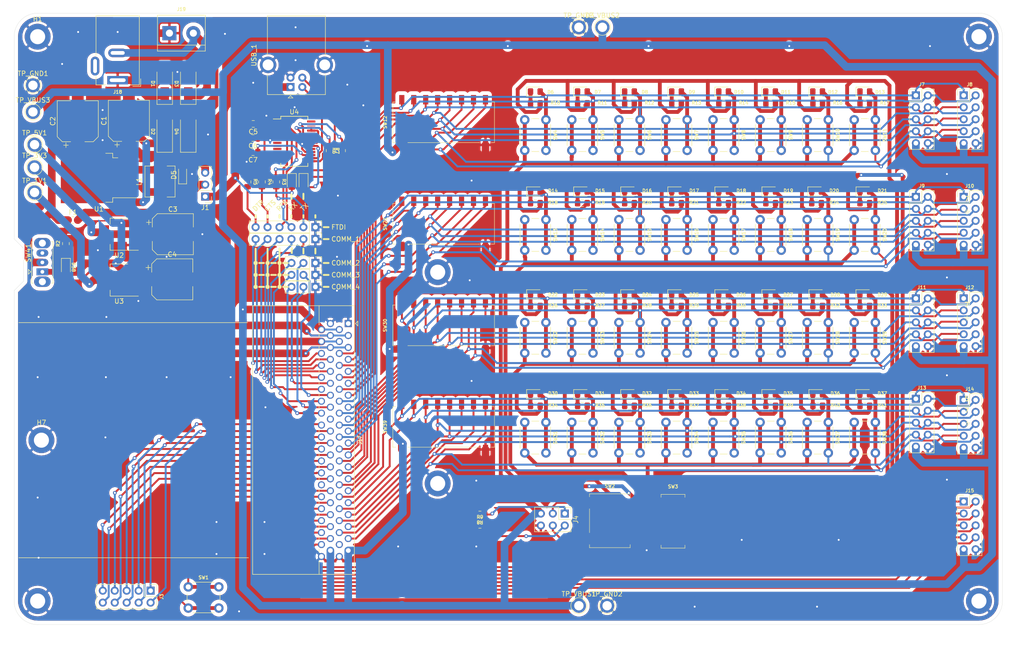
<source format=kicad_pcb>
(kicad_pcb (version 20171130) (host pcbnew "(5.1.2)-1")
  (layers (0 F.Cu signal) (31 B.Cu signal) (34 B.Paste user) (35 F.Paste user hide) (36 B.SilkS user) (37 F.SilkS user hide) (38 B.Mask user) (39 F.Mask user) (44 Edge.Cuts user))
  (net 0 "")
  (net 1 GND)
  (net 2 +5V)
  (net 3 +3V3)
  (net 4 +1V8)
  (net 5 VBUS)
  (net 6 "Net-(C1-Pad1)")
  (net 7 "Net-(C2-Pad1)")
  (net 8 "Net-(C5-Pad2)")
  (net 9 "Net-(C7-Pad1)")
  (net 10 "Net-(D1-Pad1)")
  (net 11 "Net-(D3-Pad1)")
  (net 12 "Net-(D5-Pad1)")
  (net 13 "Net-(R3-Pad1)")
  (net 14 "Net-(R4-Pad1)")
  (net 15 "Net-(R5-Pad1)")
  (net 16 "Net-(R6-Pad1)")
  (net 17 "Net-(R6-Pad2)")
  (net 18 "Net-(R7-Pad1)")
  (net 19 "Net-(R7-Pad2)")
  (net 20 "Net-(U4-Pad15)")
  (net 21 "Net-(U4-Pad16)")
  (net 22 /PORT_C_PIN8)
  (net 23 /PORT_C_PIN7)
  (net 24 /PORT_C_PIN6)
  (net 25 /PORT_C_PIN5)
  (net 26 /PORT_C_PIN4)
  (net 27 /PORT_C_PIN3)
  (net 28 /PORT_C_PIN2)
  (net 29 /PORT_C_PIN1)
  (net 30 /PORT_D_PIN8)
  (net 31 /PORT_D_PIN7)
  (net 32 /PORT_D_PIN6)
  (net 33 /PORT_D_PIN5)
  (net 34 /PORT_D_PIN4)
  (net 35 /PORT_D_PIN3)
  (net 36 /PORT_D_PIN2)
  (net 37 /PORT_D_PIN1)
  (net 38 ICSP10)
  (net 39 ICSP9)
  (net 40 ICSP8)
  (net 41 ICSP7)
  (net 42 ICSP6)
  (net 43 ICSP5)
  (net 44 ICSP4)
  (net 45 ICSP3)
  (net 46 ICSP2)
  (net 47 /PORT_D_BTN_LEVEL)
  (net 48 /PORT_C_BTN_LEVEL)
  (net 49 "Net-(D6-Pad1)")
  (net 50 "Net-(D7-Pad1)")
  (net 51 "Net-(D8-Pad1)")
  (net 52 "Net-(D9-Pad1)")
  (net 53 "Net-(D10-Pad1)")
  (net 54 "Net-(D11-Pad1)")
  (net 55 "Net-(D12-Pad1)")
  (net 56 "Net-(D13-Pad1)")
  (net 57 "Net-(D14-Pad1)")
  (net 58 "Net-(D15-Pad1)")
  (net 59 "Net-(D16-Pad1)")
  (net 60 "Net-(D17-Pad1)")
  (net 61 "Net-(D18-Pad1)")
  (net 62 "Net-(D19-Pad1)")
  (net 63 "Net-(D20-Pad1)")
  (net 64 "Net-(D21-Pad1)")
  (net 65 "Net-(D23-Pad1)")
  (net 66 "Net-(D24-Pad1)")
  (net 67 "Net-(D25-Pad1)")
  (net 68 "Net-(D26-Pad1)")
  (net 69 "Net-(D27-Pad1)")
  (net 70 "Net-(D28-Pad1)")
  (net 71 "Net-(D29-Pad1)")
  (net 72 "Net-(D30-Pad1)")
  (net 73 "Net-(D31-Pad1)")
  (net 74 "Net-(D32-Pad1)")
  (net 75 "Net-(D33-Pad1)")
  (net 76 "Net-(D34-Pad1)")
  (net 77 "Net-(D35-Pad1)")
  (net 78 "Net-(D36-Pad1)")
  (net 79 "Net-(D37-Pad1)")
  (net 80 /PORT_C_LED_GND)
  (net 81 /PORT_D_LED_GND)
  (net 82 /PORT_A_PIN1)
  (net 83 /PORT_A_PIN2)
  (net 84 /PORT_A_PIN3)
  (net 85 /PORT_A_PIN4)
  (net 86 /PORT_A_PIN5)
  (net 87 /PORT_A_PIN6)
  (net 88 /PORT_A_PIN7)
  (net 89 /PORT_A_PIN8)
  (net 90 /PORT_B_PIN1)
  (net 91 /PORT_B_PIN2)
  (net 92 /PORT_B_PIN3)
  (net 93 /PORT_B_PIN4)
  (net 94 /PORT_B_PIN5)
  (net 95 /PORT_B_PIN6)
  (net 96 /PORT_B_PIN7)
  (net 97 /PORT_B_PIN8)
  (net 98 "Net-(D22-Pad1)")
  (net 99 "Net-(J4-Pad2)")
  (net 100 "Net-(J4-Pad3)")
  (net 101 /PORT_E_PIN8)
  (net 102 /PORT_E_PIN7)
  (net 103 /PORT_E_PIN6)
  (net 104 /PORT_E_PIN5)
  (net 105 /PORT_E_PIN4)
  (net 106 /PORT_E_PIN3)
  (net 107 /PORT_E_PIN2)
  (net 108 /PORT_E_PIN1)
  (net 109 /PORT_A_LED_GND)
  (net 110 /PORT_B_LED_GND)
  (net 111 /PORT_B_BTN_LEVEL)
  (net 112 /PORT_A_BTN_LEVEL)
  (net 113 "Net-(D38-Pad1)")
  (net 114 "Net-(F1-Pad2)")
  (net 115 "Net-(J21-Pad5)")
  (net 116 "Net-(J21-Pad4)")
  (net 117 "Net-(J21-Pad3)")
  (net 118 "Net-(J21-Pad2)")
  (net 119 "Net-(J1-Pad3)")
  (net 120 "Net-(J16-Pad3)")
  (net 121 "Net-(J21-Pad6)")
  (net 122 "Net-(J17-Pad12)")
  (net 123 "Net-(J17-Pad14)")
  (net 124 "Net-(J17-Pad16)")
  (net 125 "Net-(J17-Pad18)")
  (net 126 "Net-(J17-Pad20)")
  (net 127 ICSP1)
  (net 128 "Net-(J16-Pad2)")
  (net 129 "Net-(J17-Pad22)")
  (net 130 "Net-(J17-Pad24)")
  (net 131 "Net-(J17-Pad60)")
  (net 132 "Net-(J17-Pad58)")
  (net 133 "Net-(J17-Pad32)")
  (net 134 "Net-(J17-Pad30)")
  (net 135 "Net-(J4-Pad4)")
  (net 136 "Net-(J4-Pad1)")
  (module Inductor_SMD:L_6.3x6.3_H3 (layer F.Cu) (at 68 53.8 90)
    (fp_text reference L1 (at 0 -4.45 90) (layer F.SilkS))
    (fp_text value 100uH)
    (pad 2 smd rect (at 2.75 0 90) (size 1.5 2.4) (layers F.Cu F.Paste F.Mask) (net 119 "Net-(J1-Pad3)"))
    (pad 1 smd rect (at -2.75 0 90) (size 1.5 2.4) (layers F.Cu F.Paste F.Mask) (net 12 "Net-(D5-Pad1)"))
  )
  (module Diode_SMD:D_SOD-323_HandSoldering (layer F.Cu) (at 72.8 52.4 90)
    (fp_text reference D5 (at 0 -1.85 90) (layer F.SilkS))
    (fp_text value D_Schottky_Small)
    (pad 2 smd rect (at 1.25 0 90) (size 1 1) (layers F.Cu F.Paste F.Mask) (net 1 GND))
    (pad 1 smd rect (at -1.25 0 90) (size 1 1) (layers F.Cu F.Paste F.Mask) (net 12 "Net-(D5-Pad1)"))
  )
  (module Capacitor_SMD:CP_Elec_8x10.5 (layer F.Cu) (at 70.6 74.6)
    (fp_text reference C4 (at 0 -5.3) (layer F.SilkS))
    (fp_text value 22uF)
    (pad 2 smd roundrect (at 3.7 0) (size 4.4 2.5) (layers F.Cu F.Paste F.Mask) (roundrect_rratio 0.1) (net 1 GND))
    (pad 1 smd roundrect (at -3.7 0) (size 4.4 2.5) (layers F.Cu F.Paste F.Mask) (roundrect_rratio 0.1) (net 4 +1V8))
  )
  (module Capacitor_SMD:CP_Elec_8x10.5 (layer F.Cu) (at 70.722 65)
    (fp_text reference C3 (at 0 -5.3) (layer F.SilkS))
    (fp_text value 22uF)
    (pad 2 smd roundrect (at 3.7 0) (size 4.4 2.5) (layers F.Cu F.Paste F.Mask) (roundrect_rratio 0.1) (net 1 GND))
    (pad 1 smd roundrect (at -3.7 0) (size 4.4 2.5) (layers F.Cu F.Paste F.Mask) (roundrect_rratio 0.1) (net 3 +3V3))
  )
  (module Capacitor_SMD:CP_Elec_8x10.5 (layer F.Cu) (at 50.524 40.971 90)
    (fp_text reference C2 (at 0 -5.3 90) (layer F.SilkS))
    (fp_text value 1000uF)
    (pad 2 smd roundrect (at 3.7 0 90) (size 4.4 2.5) (layers F.Cu F.Paste F.Mask) (roundrect_rratio 0.1) (net 1 GND))
    (pad 1 smd roundrect (at -3.7 0 90) (size 4.4 2.5) (layers F.Cu F.Paste F.Mask) (roundrect_rratio 0.1) (net 7 "Net-(C2-Pad1)"))
  )
  (module Capacitor_SMD:CP_Elec_8x10.5 (layer F.Cu) (at 61.388 40.894 90)
    (fp_text reference C1 (at 0 -5.3 90) (layer F.SilkS))
    (fp_text value 100uF)
    (pad 2 smd roundrect (at 3.7 0 90) (size 4.4 2.5) (layers F.Cu F.Paste F.Mask) (roundrect_rratio 0.1) (net 1 GND))
    (pad 1 smd roundrect (at -3.7 0 90) (size 4.4 2.5) (layers F.Cu F.Paste F.Mask) (roundrect_rratio 0.1) (net 6 "Net-(C1-Pad1)"))
  )
  (module MountingHole:MountingHole_3.2mm_M3_ISO14580_Pad (layer F.Cu) (at 42.8 108.8)
    (fp_text reference H7 (at 0 -3.75) (layer F.SilkS))
    (fp_text value MountingHole_Pad)
    (pad 1 thru_hole circle (at 0 0) (size 5.5 5.5) (drill 3.2) (layers *.Cu *.Mask) (net 1 GND))
  )
  (module Connector_PinHeader_2.54mm:PinHeader_2x03_P2.54mm_Vertical (layer F.Cu) (at 154 124.4 270)
    (fp_text reference J4 (at 1.27 -2.33 90) (layer F.SilkS))
    (fp_text value Conn_02x03_Top_Bottom)
    (pad 6 thru_hole oval (at 2.54 5.08 270) (size 1.7 1.7) (drill 1) (layers *.Cu *.Mask) (net 1 GND))
    (pad 5 thru_hole oval (at 0 5.08 270) (size 1.7 1.7) (drill 1) (layers *.Cu *.Mask) (net 5 VBUS))
    (pad 4 thru_hole oval (at 2.54 2.54 270) (size 1.7 1.7) (drill 1) (layers *.Cu *.Mask) (net 135 "Net-(J4-Pad4)"))
    (pad 3 thru_hole oval (at 0 2.54 270) (size 1.7 1.7) (drill 1) (layers *.Cu *.Mask) (net 100 "Net-(J4-Pad3)"))
    (pad 2 thru_hole oval (at 2.54 0 270) (size 1.7 1.7) (drill 1) (layers *.Cu *.Mask) (net 99 "Net-(J4-Pad2)"))
    (pad 1 thru_hole rect (at 0 0 270) (size 1.7 1.7) (drill 1) (layers *.Cu *.Mask) (net 136 "Net-(J4-Pad1)"))
  )
  (module qboards_switches:TE_TDS08SG (layer F.Cu) (at 128.27 84.385 90)
    (fp_text reference SW30 (at 0 -12.446 90) (layer F.SilkS) (effects (font (size 0.7 0.7))))
    (fp_text value SW_SP3T_x08)
    (pad 8 smd rect (at 4.8 8.88 90) (size 2 1.1) (layers F.Cu F.Paste F.Mask) (net 22 /PORT_C_PIN8))
    (pad 7 smd rect (at 4.8 6.34 90) (size 2 1.1) (layers F.Cu F.Paste F.Mask) (net 23 /PORT_C_PIN7))
    (pad 6 smd rect (at 4.8 3.8 90) (size 2 1.1) (layers F.Cu F.Paste F.Mask) (net 24 /PORT_C_PIN6))
    (pad 5 smd rect (at 4.8 1.26 90) (size 2 1.1) (layers F.Cu F.Paste F.Mask) (net 25 /PORT_C_PIN5))
    (pad 4 smd rect (at 4.8 -1.28 90) (size 2 1.1) (layers F.Cu F.Paste F.Mask) (net 26 /PORT_C_PIN4))
    (pad 3 smd rect (at 4.8 -3.82 90) (size 2 1.1) (layers F.Cu F.Paste F.Mask) (net 27 /PORT_C_PIN3))
    (pad 2 smd rect (at 4.8 -6.36 90) (size 2 1.1) (layers F.Cu F.Paste F.Mask) (net 28 /PORT_C_PIN2))
    (pad - smd rect (at -4.8 8.89 90) (size 2 1.1) (layers F.Cu F.Paste F.Mask) (net 1 GND))
    (pad + smd rect (at -4.8 -8.89 90) (size 2 1.1) (layers F.Cu F.Paste F.Mask) (net 5 VBUS))
    (pad 1 smd rect (at 4.8 -8.9 90) (size 2 1.1) (layers F.Cu F.Paste F.Mask) (net 29 /PORT_C_PIN1))
  )
  (module qboards_switches:TE_TDS08SG (layer F.Cu) (at 128.27 105.975 90)
    (fp_text reference SW39 (at 0 -12.446 90) (layer F.SilkS) (effects (font (size 0.7 0.7))))
    (fp_text value SW_SP3T_x08)
    (pad 8 smd rect (at 4.8 8.88 90) (size 2 1.1) (layers F.Cu F.Paste F.Mask) (net 30 /PORT_D_PIN8))
    (pad 7 smd rect (at 4.8 6.34 90) (size 2 1.1) (layers F.Cu F.Paste F.Mask) (net 31 /PORT_D_PIN7))
    (pad 6 smd rect (at 4.8 3.8 90) (size 2 1.1) (layers F.Cu F.Paste F.Mask) (net 32 /PORT_D_PIN6))
    (pad 5 smd rect (at 4.8 1.26 90) (size 2 1.1) (layers F.Cu F.Paste F.Mask) (net 33 /PORT_D_PIN5))
    (pad 4 smd rect (at 4.8 -1.28 90) (size 2 1.1) (layers F.Cu F.Paste F.Mask) (net 34 /PORT_D_PIN4))
    (pad 3 smd rect (at 4.8 -3.82 90) (size 2 1.1) (layers F.Cu F.Paste F.Mask) (net 35 /PORT_D_PIN3))
    (pad 2 smd rect (at 4.8 -6.36 90) (size 2 1.1) (layers F.Cu F.Paste F.Mask) (net 36 /PORT_D_PIN2))
    (pad - smd rect (at -4.8 8.89 90) (size 2 1.1) (layers F.Cu F.Paste F.Mask) (net 1 GND))
    (pad + smd rect (at -4.8 -8.89 90) (size 2 1.1) (layers F.Cu F.Paste F.Mask) (net 5 VBUS))
    (pad 1 smd rect (at 4.8 -8.9 90) (size 2 1.1) (layers F.Cu F.Paste F.Mask) (net 37 /PORT_D_PIN1))
  )
  (module qboards_switches:TE_TDS08SG (layer F.Cu) (at 128.27 62.795 90)
    (fp_text reference SW21 (at 0 -12.446 90) (layer F.SilkS) (effects (font (size 0.7 0.7))))
    (fp_text value SW_SP3T_x08)
    (pad 8 smd rect (at 4.8 8.88 90) (size 2 1.1) (layers F.Cu F.Paste F.Mask) (net 97 /PORT_B_PIN8))
    (pad 7 smd rect (at 4.8 6.34 90) (size 2 1.1) (layers F.Cu F.Paste F.Mask) (net 96 /PORT_B_PIN7))
    (pad 6 smd rect (at 4.8 3.8 90) (size 2 1.1) (layers F.Cu F.Paste F.Mask) (net 95 /PORT_B_PIN6))
    (pad 5 smd rect (at 4.8 1.26 90) (size 2 1.1) (layers F.Cu F.Paste F.Mask) (net 94 /PORT_B_PIN5))
    (pad 4 smd rect (at 4.8 -1.28 90) (size 2 1.1) (layers F.Cu F.Paste F.Mask) (net 93 /PORT_B_PIN4))
    (pad 3 smd rect (at 4.8 -3.82 90) (size 2 1.1) (layers F.Cu F.Paste F.Mask) (net 92 /PORT_B_PIN3))
    (pad 2 smd rect (at 4.8 -6.36 90) (size 2 1.1) (layers F.Cu F.Paste F.Mask) (net 91 /PORT_B_PIN2))
    (pad - smd rect (at -4.8 8.89 90) (size 2 1.1) (layers F.Cu F.Paste F.Mask) (net 1 GND))
    (pad + smd rect (at -4.8 -8.89 90) (size 2 1.1) (layers F.Cu F.Paste F.Mask) (net 5 VBUS))
    (pad 1 smd rect (at 4.8 -8.9 90) (size 2 1.1) (layers F.Cu F.Paste F.Mask) (net 90 /PORT_B_PIN1))
  )
  (module qboards_switches:TE_TDS08SG (layer F.Cu) (at 128.27 41.205 90)
    (fp_text reference SW12 (at 0 -12.446 90) (layer F.SilkS) (effects (font (size 0.7 0.7))))
    (fp_text value SW_SP3T_x08)
    (pad 8 smd rect (at 4.8 8.88 90) (size 2 1.1) (layers F.Cu F.Paste F.Mask) (net 89 /PORT_A_PIN8))
    (pad 7 smd rect (at 4.8 6.34 90) (size 2 1.1) (layers F.Cu F.Paste F.Mask) (net 88 /PORT_A_PIN7))
    (pad 6 smd rect (at 4.8 3.8 90) (size 2 1.1) (layers F.Cu F.Paste F.Mask) (net 87 /PORT_A_PIN6))
    (pad 5 smd rect (at 4.8 1.26 90) (size 2 1.1) (layers F.Cu F.Paste F.Mask) (net 86 /PORT_A_PIN5))
    (pad 4 smd rect (at 4.8 -1.28 90) (size 2 1.1) (layers F.Cu F.Paste F.Mask) (net 85 /PORT_A_PIN4))
    (pad 3 smd rect (at 4.8 -3.82 90) (size 2 1.1) (layers F.Cu F.Paste F.Mask) (net 84 /PORT_A_PIN3))
    (pad 2 smd rect (at 4.8 -6.36 90) (size 2 1.1) (layers F.Cu F.Paste F.Mask) (net 83 /PORT_A_PIN2))
    (pad - smd rect (at -4.8 8.89 90) (size 2 1.1) (layers F.Cu F.Paste F.Mask) (net 1 GND))
    (pad + smd rect (at -4.8 -8.89 90) (size 2 1.1) (layers F.Cu F.Paste F.Mask) (net 5 VBUS))
    (pad 1 smd rect (at 4.8 -8.9 90) (size 2 1.1) (layers F.Cu F.Paste F.Mask) (net 82 /PORT_A_PIN1))
  )
  (module Button_Switch_THT:SW_PUSH_6mm (layer F.Cu) (at 74 140)
    (fp_text reference SW1 (at 3.25 -2) (layer F.SilkS) (effects (font (size 0.7 0.7))))
    (fp_text value RESET)
    (pad 1 thru_hole circle (at 6.5 0 90) (size 2 2) (drill 1.1) (layers *.Cu *.Mask) (net 131 "Net-(J17-Pad60)"))
    (pad 2 thru_hole circle (at 6.5 4.5 90) (size 2 2) (drill 1.1) (layers *.Cu *.Mask) (net 132 "Net-(J17-Pad58)"))
    (pad 1 thru_hole circle (at 0 0 90) (size 2 2) (drill 1.1) (layers *.Cu *.Mask) (net 131 "Net-(J17-Pad60)"))
    (pad 2 thru_hole circle (at 0 4.5 90) (size 2 2) (drill 1.1) (layers *.Cu *.Mask) (net 132 "Net-(J17-Pad58)"))
  )
  (module Connector_PCBEdge:4UCON_10156_2x40_P1.27mm_Socket_Horizontal (layer F.Cu) (at 108 84 270)
    (fp_text reference J17 (at 24.765 -2.54 90) (layer F.SilkS) (effects (font (size 0.7 0.7))))
    (fp_text value "Modular board connector")
    (pad 80 thru_hole circle (at 49.53 5.7 270) (size 1.5 1.5) (drill 1) (layers *.Cu *.Mask) (net 1 GND))
    (pad 79 thru_hole circle (at 49.53 1.9 270) (size 1.5 1.5) (drill 1) (layers *.Cu *.Mask) (net 1 GND))
    (pad 78 thru_hole circle (at 48.26 3.8 270) (size 1.5 1.5) (drill 1) (layers *.Cu *.Mask) (net 5 VBUS))
    (pad 77 thru_hole circle (at 48.26 0 270) (size 1.5 1.5) (drill 1) (layers *.Cu *.Mask) (net 5 VBUS))
    (pad 76 thru_hole circle (at 46.99 5.7 270) (size 1.5 1.5) (drill 1) (layers *.Cu *.Mask) (net 108 /PORT_E_PIN1))
    (pad 75 thru_hole circle (at 46.99 1.9 270) (size 1.5 1.5) (drill 1) (layers *.Cu *.Mask))
    (pad 74 thru_hole circle (at 45.72 3.8 270) (size 1.5 1.5) (drill 1) (layers *.Cu *.Mask) (net 107 /PORT_E_PIN2))
    (pad 73 thru_hole circle (at 45.72 0 270) (size 1.5 1.5) (drill 1) (layers *.Cu *.Mask) (net 30 /PORT_D_PIN8))
    (pad 72 thru_hole circle (at 44.45 5.7 270) (size 1.5 1.5) (drill 1) (layers *.Cu *.Mask) (net 106 /PORT_E_PIN3))
    (pad 71 thru_hole circle (at 44.45 1.9 270) (size 1.5 1.5) (drill 1) (layers *.Cu *.Mask) (net 31 /PORT_D_PIN7))
    (pad 70 thru_hole circle (at 43.18 3.8 270) (size 1.5 1.5) (drill 1) (layers *.Cu *.Mask) (net 105 /PORT_E_PIN4))
    (pad 69 thru_hole circle (at 43.18 0 270) (size 1.5 1.5) (drill 1) (layers *.Cu *.Mask) (net 32 /PORT_D_PIN6))
    (pad 68 thru_hole circle (at 41.91 5.7 270) (size 1.5 1.5) (drill 1) (layers *.Cu *.Mask) (net 104 /PORT_E_PIN5))
    (pad 67 thru_hole circle (at 41.91 1.9 270) (size 1.5 1.5) (drill 1) (layers *.Cu *.Mask) (net 33 /PORT_D_PIN5))
    (pad 66 thru_hole circle (at 40.64 3.8 270) (size 1.5 1.5) (drill 1) (layers *.Cu *.Mask) (net 103 /PORT_E_PIN6))
    (pad 65 thru_hole circle (at 40.64 0 270) (size 1.5 1.5) (drill 1) (layers *.Cu *.Mask) (net 34 /PORT_D_PIN4))
    (pad 64 thru_hole circle (at 39.37 5.7 270) (size 1.5 1.5) (drill 1) (layers *.Cu *.Mask) (net 102 /PORT_E_PIN7))
    (pad 63 thru_hole circle (at 39.37 1.9 270) (size 1.5 1.5) (drill 1) (layers *.Cu *.Mask) (net 35 /PORT_D_PIN3))
    (pad 62 thru_hole circle (at 38.1 3.8 270) (size 1.5 1.5) (drill 1) (layers *.Cu *.Mask) (net 101 /PORT_E_PIN8))
    (pad 61 thru_hole circle (at 38.1 0 270) (size 1.5 1.5) (drill 1) (layers *.Cu *.Mask) (net 36 /PORT_D_PIN2))
    (pad 60 thru_hole circle (at 36.83 5.7 270) (size 1.5 1.5) (drill 1) (layers *.Cu *.Mask) (net 131 "Net-(J17-Pad60)"))
    (pad 59 thru_hole circle (at 36.83 1.9 270) (size 1.5 1.5) (drill 1) (layers *.Cu *.Mask) (net 37 /PORT_D_PIN1))
    (pad 58 thru_hole circle (at 35.56 3.8 270) (size 1.5 1.5) (drill 1) (layers *.Cu *.Mask) (net 132 "Net-(J17-Pad58)"))
    (pad 57 thru_hole circle (at 35.56 0 270) (size 1.5 1.5) (drill 1) (layers *.Cu *.Mask) (net 22 /PORT_C_PIN8))
    (pad 56 thru_hole circle (at 34.29 5.7 270) (size 1.5 1.5) (drill 1) (layers *.Cu *.Mask))
    (pad 55 thru_hole circle (at 34.29 1.9 270) (size 1.5 1.5) (drill 1) (layers *.Cu *.Mask) (net 23 /PORT_C_PIN7))
    (pad 54 thru_hole circle (at 33.02 3.8 270) (size 1.5 1.5) (drill 1) (layers *.Cu *.Mask) (net 38 ICSP10))
    (pad 53 thru_hole circle (at 33.02 0 270) (size 1.5 1.5) (drill 1) (layers *.Cu *.Mask) (net 24 /PORT_C_PIN6))
    (pad 52 thru_hole circle (at 31.75 5.7 270) (size 1.5 1.5) (drill 1) (layers *.Cu *.Mask) (net 39 ICSP9))
    (pad 51 thru_hole circle (at 31.75 1.9 270) (size 1.5 1.5) (drill 1) (layers *.Cu *.Mask) (net 25 /PORT_C_PIN5))
    (pad 50 thru_hole circle (at 30.48 3.8 270) (size 1.5 1.5) (drill 1) (layers *.Cu *.Mask) (net 40 ICSP8))
    (pad 49 thru_hole circle (at 30.48 0 270) (size 1.5 1.5) (drill 1) (layers *.Cu *.Mask) (net 26 /PORT_C_PIN4))
    (pad 48 thru_hole circle (at 29.21 5.7 270) (size 1.5 1.5) (drill 1) (layers *.Cu *.Mask) (net 41 ICSP7))
    (pad 47 thru_hole circle (at 29.21 1.9 270) (size 1.5 1.5) (drill 1) (layers *.Cu *.Mask) (net 27 /PORT_C_PIN3))
    (pad 46 thru_hole circle (at 27.94 3.8 270) (size 1.5 1.5) (drill 1) (layers *.Cu *.Mask) (net 42 ICSP6))
    (pad 45 thru_hole circle (at 27.94 0 270) (size 1.5 1.5) (drill 1) (layers *.Cu *.Mask) (net 28 /PORT_C_PIN2))
    (pad 44 thru_hole circle (at 26.67 5.7 270) (size 1.5 1.5) (drill 1) (layers *.Cu *.Mask) (net 43 ICSP5))
    (pad 43 thru_hole circle (at 26.67 1.9 270) (size 1.5 1.5) (drill 1) (layers *.Cu *.Mask) (net 29 /PORT_C_PIN1))
    (pad 42 thru_hole circle (at 25.4 3.8 270) (size 1.5 1.5) (drill 1) (layers *.Cu *.Mask) (net 44 ICSP4))
    (pad 41 thru_hole circle (at 25.4 0 270) (size 1.5 1.5) (drill 1) (layers *.Cu *.Mask) (net 97 /PORT_B_PIN8))
    (pad 40 thru_hole circle (at 24.13 5.7 270) (size 1.5 1.5) (drill 1) (layers *.Cu *.Mask) (net 45 ICSP3))
    (pad 39 thru_hole circle (at 24.13 1.9 270) (size 1.5 1.5) (drill 1) (layers *.Cu *.Mask) (net 96 /PORT_B_PIN7))
    (pad 38 thru_hole circle (at 22.86 3.8 270) (size 1.5 1.5) (drill 1) (layers *.Cu *.Mask) (net 46 ICSP2))
    (pad 37 thru_hole circle (at 22.86 0 270) (size 1.5 1.5) (drill 1) (layers *.Cu *.Mask) (net 95 /PORT_B_PIN6))
    (pad 36 thru_hole circle (at 21.59 5.7 270) (size 1.5 1.5) (drill 1) (layers *.Cu *.Mask) (net 127 ICSP1))
    (pad 35 thru_hole circle (at 21.59 1.9 270) (size 1.5 1.5) (drill 1) (layers *.Cu *.Mask) (net 94 /PORT_B_PIN5))
    (pad 34 thru_hole circle (at 20.32 3.8 270) (size 1.5 1.5) (drill 1) (layers *.Cu *.Mask))
    (pad 33 thru_hole circle (at 20.32 0 270) (size 1.5 1.5) (drill 1) (layers *.Cu *.Mask) (net 93 /PORT_B_PIN4))
    (pad 32 thru_hole circle (at 19.05 5.7 270) (size 1.5 1.5) (drill 1) (layers *.Cu *.Mask) (net 133 "Net-(J17-Pad32)"))
    (pad 31 thru_hole circle (at 19.05 1.9 270) (size 1.5 1.5) (drill 1) (layers *.Cu *.Mask) (net 92 /PORT_B_PIN3))
    (pad 30 thru_hole circle (at 17.78 3.8 270) (size 1.5 1.5) (drill 1) (layers *.Cu *.Mask) (net 134 "Net-(J17-Pad30)"))
    (pad 29 thru_hole circle (at 17.78 0 270) (size 1.5 1.5) (drill 1) (layers *.Cu *.Mask) (net 91 /PORT_B_PIN2))
    (pad 28 thru_hole circle (at 16.51 5.7 270) (size 1.5 1.5) (drill 1) (layers *.Cu *.Mask) (net 120 "Net-(J16-Pad3)"))
    (pad 27 thru_hole circle (at 16.51 1.9 270) (size 1.5 1.5) (drill 1) (layers *.Cu *.Mask) (net 90 /PORT_B_PIN1))
    (pad 26 thru_hole circle (at 15.24 3.8 270) (size 1.5 1.5) (drill 1) (layers *.Cu *.Mask) (net 128 "Net-(J16-Pad2)"))
    (pad 25 thru_hole circle (at 15.24 0 270) (size 1.5 1.5) (drill 1) (layers *.Cu *.Mask) (net 89 /PORT_A_PIN8))
    (pad 24 thru_hole circle (at 13.97 5.7 270) (size 1.5 1.5) (drill 1) (layers *.Cu *.Mask) (net 130 "Net-(J17-Pad24)"))
    (pad 23 thru_hole circle (at 13.97 1.9 270) (size 1.5 1.5) (drill 1) (layers *.Cu *.Mask) (net 88 /PORT_A_PIN7))
    (pad 22 thru_hole circle (at 12.7 3.8 270) (size 1.5 1.5) (drill 1) (layers *.Cu *.Mask) (net 129 "Net-(J17-Pad22)"))
    (pad 21 thru_hole circle (at 12.7 0 270) (size 1.5 1.5) (drill 1) (layers *.Cu *.Mask) (net 87 /PORT_A_PIN6))
    (pad 20 thru_hole circle (at 11.43 5.7 270) (size 1.5 1.5) (drill 1) (layers *.Cu *.Mask) (net 126 "Net-(J17-Pad20)"))
    (pad 19 thru_hole circle (at 11.43 1.9 270) (size 1.5 1.5) (drill 1) (layers *.Cu *.Mask) (net 86 /PORT_A_PIN5))
    (pad 18 thru_hole circle (at 10.16 3.8 270) (size 1.5 1.5) (drill 1) (layers *.Cu *.Mask) (net 125 "Net-(J17-Pad18)"))
    (pad 17 thru_hole circle (at 10.16 0 270) (size 1.5 1.5) (drill 1) (layers *.Cu *.Mask) (net 85 /PORT_A_PIN4))
    (pad 16 thru_hole circle (at 8.89 5.7 270) (size 1.5 1.5) (drill 1) (layers *.Cu *.Mask) (net 124 "Net-(J17-Pad16)"))
    (pad 15 thru_hole circle (at 8.89 1.9 270) (size 1.5 1.5) (drill 1) (layers *.Cu *.Mask) (net 84 /PORT_A_PIN3))
    (pad 14 thru_hole circle (at 7.62 3.8 270) (size 1.5 1.5) (drill 1) (layers *.Cu *.Mask) (net 123 "Net-(J17-Pad14)"))
    (pad 13 thru_hole circle (at 7.62 0 270) (size 1.5 1.5) (drill 1) (layers *.Cu *.Mask) (net 83 /PORT_A_PIN2))
    (pad 12 thru_hole circle (at 6.35 5.7 270) (size 1.5 1.5) (drill 1) (layers *.Cu *.Mask) (net 122 "Net-(J17-Pad12)"))
    (pad 11 thru_hole circle (at 6.35 1.9 270) (size 1.5 1.5) (drill 1) (layers *.Cu *.Mask) (net 82 /PORT_A_PIN1))
    (pad 10 thru_hole circle (at 5.08 3.8 270) (size 1.5 1.5) (drill 1) (layers *.Cu *.Mask) (net 4 +1V8))
    (pad 9 thru_hole circle (at 5.08 0 270) (size 1.5 1.5) (drill 1) (layers *.Cu *.Mask) (net 4 +1V8))
    (pad 8 thru_hole circle (at 3.81 5.7 270) (size 1.5 1.5) (drill 1) (layers *.Cu *.Mask) (net 3 +3V3))
    (pad 7 thru_hole circle (at 3.81 1.9 270) (size 1.5 1.5) (drill 1) (layers *.Cu *.Mask) (net 3 +3V3))
    (pad 6 thru_hole circle (at 2.54 3.8 270) (size 1.5 1.5) (drill 1) (layers *.Cu *.Mask) (net 2 +5V))
    (pad 5 thru_hole circle (at 2.54 0 270) (size 1.5 1.5) (drill 1) (layers *.Cu *.Mask) (net 2 +5V))
    (pad 4 thru_hole circle (at 1.27 5.7 270) (size 1.5 1.5) (drill 1) (layers *.Cu *.Mask) (net 5 VBUS))
    (pad 3 thru_hole circle (at 1.27 1.9 270) (size 1.5 1.5) (drill 1) (layers *.Cu *.Mask) (net 5 VBUS))
    (pad 2 thru_hole circle (at 0 3.8 270) (size 1.5 1.5) (drill 1) (layers *.Cu *.Mask) (net 1 GND))
    (pad 1 thru_hole rect (at 0 0 270) (size 1.5 1.5) (drill 1) (layers *.Cu *.Mask) (net 1 GND))
  )
  (module Resistor_SMD:R_0805_2012Metric_Pad1.15x1.40mm_HandSolder (layer F.Cu) (at 48 67 90)
    (fp_text reference R2 (at 0 -1.65 90 unlocked) (layer F.SilkS) (effects (font (size 0.7 0.7))))
    (fp_text value 1K)
    (pad 2 smd roundrect (at 1.025 0 90) (size 1.15 1.4) (layers F.Cu F.Paste F.Mask) (roundrect_rratio 0.217391) (net 1 GND))
    (pad 1 smd roundrect (at -1.025 0 90) (size 1.15 1.4) (layers F.Cu F.Paste F.Mask) (roundrect_rratio 0.217391) (net 113 "Net-(D38-Pad1)"))
  )
  (module LED_SMD:LED_0805_2012Metric_Pad1.15x1.40mm_HandSolder (layer F.Cu) (at 48 72 270)
    (fp_text reference D38 (at 0 -1.65 270 unlocked) (layer F.SilkS) (effects (font (size 0.7 0.7))))
    (fp_text value PWR_EN)
    (pad 1 smd roundrect (at -1.025 0 270) (size 1.15 1.4) (layers F.Cu F.Paste F.Mask) (roundrect_rratio 0.217391) (net 113 "Net-(D38-Pad1)"))
    (pad 2 smd roundrect (at 1.025 0 270) (size 1.15 1.4) (layers F.Cu F.Paste F.Mask) (roundrect_rratio 0.217391) (net 2 +5V))
  )
  (module qboards_switches:TE_EDS04SG (layer F.Cu) (at 177.124 125.778)
    (fp_text reference SW3 (at -0.127 -7.112) (layer F.SilkS) (effects (font (size 0.7 0.7))))
    (fp_text value LED_GND)
    (pad 8 smd rect (at 3.273 4.054) (size 2 1.1) (layers F.Cu F.Paste F.Mask) (net 81 /PORT_D_LED_GND))
    (pad 6 smd rect (at 3.273 1.514) (size 2 1.1) (layers F.Cu F.Paste F.Mask) (net 80 /PORT_C_LED_GND))
    (pad 4 smd rect (at 3.273 -1.026) (size 2 1.1) (layers F.Cu F.Paste F.Mask) (net 110 /PORT_B_LED_GND))
    (pad 7 smd rect (at -3.273 4.064) (size 2 1.1) (layers F.Cu F.Paste F.Mask) (net 1 GND))
    (pad 5 smd rect (at -3.273 1.524) (size 2 1.1) (layers F.Cu F.Paste F.Mask) (net 1 GND))
    (pad 3 smd rect (at -3.273 -1.016) (size 2 1.1) (layers F.Cu F.Paste F.Mask) (net 1 GND))
    (pad 1 smd rect (at -3.273 -3.556) (size 2 1.1) (layers F.Cu F.Paste F.Mask) (net 1 GND))
    (pad 2 smd rect (at 3.273 -3.566) (size 2 1.1) (layers F.Cu F.Paste F.Mask) (net 109 /PORT_A_LED_GND))
  )
  (module qboards_switches:TE_TDS04SG (layer F.Cu) (at 163.574 125.928)
    (fp_text reference SW2 (at 0 -7.366) (layer F.SilkS) (effects (font (size 0.7 0.7))))
    (fp_text value BTN_LEVEL)
    (pad 4 smd rect (at 4.8 3.8) (size 2 1.1) (layers F.Cu F.Paste F.Mask) (net 47 /PORT_D_BTN_LEVEL))
    (pad 3 smd rect (at 4.8 1.26) (size 2 1.1) (layers F.Cu F.Paste F.Mask) (net 48 /PORT_C_BTN_LEVEL))
    (pad 2 smd rect (at 4.8 -1.28) (size 2 1.1) (layers F.Cu F.Paste F.Mask) (net 111 /PORT_B_BTN_LEVEL))
    (pad - smd rect (at -4.8 3.8) (size 2 1.1) (layers F.Cu F.Paste F.Mask) (net 135 "Net-(J4-Pad4)"))
    (pad + smd rect (at -4.8 -3.81) (size 2 1.1) (layers F.Cu F.Paste F.Mask) (net 100 "Net-(J4-Pad3)"))
    (pad 1 smd rect (at 4.8 -3.82) (size 2 1.1) (layers F.Cu F.Paste F.Mask) (net 112 /PORT_A_BTN_LEVEL))
  )
  (module Connector_PinHeader_2.54mm:PinHeader_1x03_P2.54mm_Vertical (layer F.Cu) (at 101.012 76.2 270)
    (fp_text reference J20 hide)
    (fp_text value COMM_4)
    (pad 3 thru_hole oval (at 0 5.08 270) (size 1.7 1.7) (drill 1) (layers *.Cu *.Mask) (net 133 "Net-(J17-Pad32)"))
    (pad 2 thru_hole oval (at 0 2.54 270) (size 1.7 1.7) (drill 1) (layers *.Cu *.Mask) (net 134 "Net-(J17-Pad30)"))
    (pad 1 thru_hole rect (at 0 0 270) (size 1.7 1.7) (drill 1) (layers *.Cu *.Mask) (net 1 GND))
  )
  (module Connector_PinHeader_2.54mm:PinHeader_1x03_P2.54mm_Vertical (layer F.Cu) (at 101.012 73.66 270)
    (fp_text reference J16 hide)
    (fp_text value COMM_3)
    (pad 3 thru_hole oval (at 0 5.08 270) (size 1.7 1.7) (drill 1) (layers *.Cu *.Mask) (net 120 "Net-(J16-Pad3)"))
    (pad 2 thru_hole oval (at 0 2.54 270) (size 1.7 1.7) (drill 1) (layers *.Cu *.Mask) (net 128 "Net-(J16-Pad2)"))
    (pad 1 thru_hole rect (at 0 0 270) (size 1.7 1.7) (drill 1) (layers *.Cu *.Mask) (net 1 GND))
  )
  (module Connector_PinHeader_2.54mm:PinHeader_1x03_P2.54mm_Vertical (layer F.Cu) (at 101.012 71.12 270)
    (fp_text reference J5 hide)
    (fp_text value COMM_2)
    (pad 3 thru_hole oval (at 0 5.08 270) (size 1.7 1.7) (drill 1) (layers *.Cu *.Mask) (net 130 "Net-(J17-Pad24)"))
    (pad 2 thru_hole oval (at 0 2.54 270) (size 1.7 1.7) (drill 1) (layers *.Cu *.Mask) (net 129 "Net-(J17-Pad22)"))
    (pad 1 thru_hole rect (at 0 0 270) (size 1.7 1.7) (drill 1) (layers *.Cu *.Mask) (net 1 GND))
  )
  (module MountingHole:MountingHole_3.2mm_M3_ISO14580_Pad (layer F.Cu) (at 127 118)
    (fp_text reference H6 hide)
    (fp_text value MountingHole_Pad)
    (pad 1 thru_hole circle (at 0 0) (size 5.5 5.5) (drill 3.2) (layers *.Cu *.Mask) (net 1 GND))
  )
  (module MountingHole:MountingHole_3.2mm_M3_ISO14580_Pad (layer F.Cu) (at 127 73.072)
    (fp_text reference H5 hide)
    (fp_text value MountingHole_Pad)
    (pad 1 thru_hole circle (at 0 0) (size 5.5 5.5) (drill 3.2) (layers *.Cu *.Mask) (net 1 GND))
  )
  (module Fuse:Fuse_0805_2012Metric_Pad1.15x1.40mm_HandSolder (layer F.Cu) (at 49.4875 62)
    (fp_text reference F1 (at 0 -1.65) (layer F.SilkS))
    (fp_text value 500mA)
    (pad 2 smd roundrect (at 1.025 0) (size 1.15 1.4) (layers F.Cu F.Paste F.Mask) (roundrect_rratio 0.217391) (net 114 "Net-(F1-Pad2)"))
    (pad 1 smd roundrect (at -1.025 0) (size 1.15 1.4) (layers F.Cu F.Paste F.Mask) (roundrect_rratio 0.217391) (net 7 "Net-(C2-Pad1)"))
  )
  (module TerminalBlock:TerminalBlock_bornier-2_P5.08mm (layer F.Cu) (at 70 22.25)
    (fp_text reference J19 (at 2.54 -5.08) (layer F.SilkS) (effects (font (size 0.7 0.7))))
    (fp_text value PWR_EXT_2)
    (pad 1 thru_hole rect (at 0 0) (size 3 3) (drill 1.52) (layers *.Cu *.Mask) (net 10 "Net-(D1-Pad1)"))
    (pad 2 thru_hole circle (at 5.08 0) (size 3 3) (drill 1.52) (layers *.Cu *.Mask) (net 11 "Net-(D3-Pad1)"))
  )
  (module Connector_BarrelJack:BarrelJack_Wuerth_6941xx301002 (layer F.Cu) (at 59 32.25 180)
    (fp_text reference J18 (at 0 -2.5) (layer F.SilkS) (effects (font (size 0.7 0.7))))
    (fp_text value PWR_EXT_1)
    (pad 3 thru_hole oval (at 4.8 3 270) (size 4 1.8) (drill oval 3 0.8) (layers *.Cu *.Mask))
    (pad 2 thru_hole oval (at 0 5.8 180) (size 4 1.8) (drill oval 3 0.8) (layers *.Cu *.Mask) (net 11 "Net-(D3-Pad1)"))
    (pad 1 thru_hole rect (at 0 0 180) (size 4.4 1.8) (drill oval 3.4 0.8) (layers *.Cu *.Mask) (net 10 "Net-(D1-Pad1)"))
  )
  (module Button_Switch_THT:SW_Slide_1P2T_CK_OS102011MS2Q (layer F.Cu) (at 43 73 90)
    (fp_text reference SW41 (at 3.99 -2.99 90) (layer F.SilkS))
    (fp_text value PWR_EN)
    (pad "" thru_hole oval (at 6.1 0 90) (size 2.2 3.5) (drill 1.5) (layers *.Cu *.Mask))
    (pad "" thru_hole oval (at -2.1 0 90) (size 2.2 3.5) (drill 1.5) (layers *.Cu *.Mask))
    (pad 3 thru_hole oval (at 4 0 90) (size 1.5 2.5) (drill 0.8) (layers *.Cu *.Mask))
    (pad 2 thru_hole oval (at 2 0 90) (size 1.5 2.5) (drill 0.8) (layers *.Cu *.Mask) (net 7 "Net-(C2-Pad1)"))
    (pad 1 thru_hole rect (at 0 0 90) (size 1.5 2.5) (drill 0.8) (layers *.Cu *.Mask) (net 2 +5V))
  )
  (module Connector_PinHeader_2.54mm:PinHeader_1x03_P2.54mm_Vertical (layer F.Cu) (at 77.6 57 180)
    (fp_text reference J1 (at 0 -2.33) (layer F.SilkS))
    (fp_text value PWR_SELECT)
    (pad 3 thru_hole oval (at 0 5.08 180) (size 1.7 1.7) (drill 1) (layers *.Cu *.Mask) (net 119 "Net-(J1-Pad3)"))
    (pad 2 thru_hole oval (at 0 2.54 180) (size 1.7 1.7) (drill 1) (layers *.Cu *.Mask) (net 114 "Net-(F1-Pad2)"))
    (pad 1 thru_hole rect (at 0 0 180) (size 1.7 1.7) (drill 1) (layers *.Cu *.Mask) (net 8 "Net-(C5-Pad2)"))
  )
  (module Connector_PinHeader_2.54mm:PinHeader_1x06_P2.54mm_Vertical (layer F.Cu) (at 101.012 66.04 270)
    (fp_text reference J2 hide)
    (fp_text value COMM1)
    (pad 6 thru_hole oval (at 0 12.7 270) (size 1.7 1.7) (drill 1) (layers *.Cu *.Mask) (net 122 "Net-(J17-Pad12)"))
    (pad 5 thru_hole oval (at 0 10.16 270) (size 1.7 1.7) (drill 1) (layers *.Cu *.Mask) (net 123 "Net-(J17-Pad14)"))
    (pad 4 thru_hole oval (at 0 7.62 270) (size 1.7 1.7) (drill 1) (layers *.Cu *.Mask) (net 124 "Net-(J17-Pad16)"))
    (pad 3 thru_hole oval (at 0 5.08 270) (size 1.7 1.7) (drill 1) (layers *.Cu *.Mask) (net 126 "Net-(J17-Pad20)"))
    (pad 2 thru_hole oval (at 0 2.54 270) (size 1.7 1.7) (drill 1) (layers *.Cu *.Mask) (net 125 "Net-(J17-Pad18)"))
    (pad 1 thru_hole rect (at 0 0 270) (size 1.7 1.7) (drill 1) (layers *.Cu *.Mask) (net 1 GND))
  )
  (module Connector_PinHeader_2.54mm:PinHeader_1x06_P2.54mm_Vertical (layer F.Cu) (at 101.012 63.5 270)
    (fp_text reference J21 hide)
    (fp_text value COMM_OUT)
    (pad 6 thru_hole oval (at 0 12.7 270) (size 1.7 1.7) (drill 1) (layers *.Cu *.Mask) (net 121 "Net-(J21-Pad6)"))
    (pad 5 thru_hole oval (at 0 10.16 270) (size 1.7 1.7) (drill 1) (layers *.Cu *.Mask) (net 115 "Net-(J21-Pad5)"))
    (pad 4 thru_hole oval (at 0 7.62 270) (size 1.7 1.7) (drill 1) (layers *.Cu *.Mask) (net 116 "Net-(J21-Pad4)"))
    (pad 3 thru_hole oval (at 0 5.08 270) (size 1.7 1.7) (drill 1) (layers *.Cu *.Mask) (net 117 "Net-(J21-Pad3)"))
    (pad 2 thru_hole oval (at 0 2.54 270) (size 1.7 1.7) (drill 1) (layers *.Cu *.Mask) (net 118 "Net-(J21-Pad2)"))
    (pad 1 thru_hole rect (at 0 0 270) (size 1.7 1.7) (drill 1) (layers *.Cu *.Mask) (net 1 GND))
  )
  (module Package_SO:SSOP-28_5.3x10.2mm_P0.65mm (layer F.Cu) (at 96.532 45.25)
    (fp_text reference U4 (at 0 -6.25) (layer F.SilkS))
    (fp_text value FT232RL)
    (pad 1 smd rect (at -3.6 -4.225) (size 1.75 0.45) (layers F.Cu F.Paste F.Mask) (net 13 "Net-(R3-Pad1)"))
    (pad 2 smd rect (at -3.6 -3.575) (size 1.75 0.45) (layers F.Cu F.Paste F.Mask) (net 15 "Net-(R5-Pad1)"))
    (pad 3 smd rect (at -3.6 -2.925) (size 1.75 0.45) (layers F.Cu F.Paste F.Mask) (net 116 "Net-(J21-Pad4)"))
    (pad 4 smd rect (at -3.6 -2.275) (size 1.75 0.45) (layers F.Cu F.Paste F.Mask))
    (pad 5 smd rect (at -3.6 -1.625) (size 1.75 0.45) (layers F.Cu F.Paste F.Mask) (net 117 "Net-(J21-Pad3)"))
    (pad 6 smd rect (at -3.6 -0.975) (size 1.75 0.45) (layers F.Cu F.Paste F.Mask))
    (pad 7 smd rect (at -3.6 -0.325) (size 1.75 0.45) (layers F.Cu F.Paste F.Mask) (net 1 GND))
    (pad 8 smd rect (at -3.6 0.325) (size 1.75 0.45) (layers F.Cu F.Paste F.Mask))
    (pad 9 smd rect (at -3.6 0.975) (size 1.75 0.45) (layers F.Cu F.Paste F.Mask))
    (pad 10 smd rect (at -3.6 1.625) (size 1.75 0.45) (layers F.Cu F.Paste F.Mask))
    (pad 11 smd rect (at -3.6 2.275) (size 1.75 0.45) (layers F.Cu F.Paste F.Mask) (net 14 "Net-(R4-Pad1)"))
    (pad 12 smd rect (at -3.6 2.925) (size 1.75 0.45) (layers F.Cu F.Paste F.Mask))
    (pad 13 smd rect (at -3.6 3.575) (size 1.75 0.45) (layers F.Cu F.Paste F.Mask))
    (pad 14 smd rect (at -3.6 4.225) (size 1.75 0.45) (layers F.Cu F.Paste F.Mask))
    (pad 15 smd rect (at 3.6 4.225) (size 1.75 0.45) (layers F.Cu F.Paste F.Mask) (net 20 "Net-(U4-Pad15)"))
    (pad 16 smd rect (at 3.6 3.575) (size 1.75 0.45) (layers F.Cu F.Paste F.Mask) (net 21 "Net-(U4-Pad16)"))
    (pad 17 smd rect (at 3.6 2.925) (size 1.75 0.45) (layers F.Cu F.Paste F.Mask) (net 9 "Net-(C7-Pad1)"))
    (pad 18 smd rect (at 3.6 2.275) (size 1.75 0.45) (layers F.Cu F.Paste F.Mask) (net 1 GND))
    (pad 19 smd rect (at 3.6 1.625) (size 1.75 0.45) (layers F.Cu F.Paste F.Mask))
    (pad 20 smd rect (at 3.6 0.975) (size 1.75 0.45) (layers F.Cu F.Paste F.Mask) (net 8 "Net-(C5-Pad2)"))
    (pad 21 smd rect (at 3.6 0.325) (size 1.75 0.45) (layers F.Cu F.Paste F.Mask) (net 1 GND))
    (pad 22 smd rect (at 3.6 -0.325) (size 1.75 0.45) (layers F.Cu F.Paste F.Mask) (net 18 "Net-(R7-Pad1)"))
    (pad 23 smd rect (at 3.6 -0.975) (size 1.75 0.45) (layers F.Cu F.Paste F.Mask) (net 17 "Net-(R6-Pad2)"))
    (pad 24 smd rect (at 3.6 -1.625) (size 1.75 0.45) (layers F.Cu F.Paste F.Mask))
    (pad 25 smd rect (at 3.6 -2.275) (size 1.75 0.45) (layers F.Cu F.Paste F.Mask) (net 1 GND))
    (pad 26 smd rect (at 3.6 -2.925) (size 1.75 0.45) (layers F.Cu F.Paste F.Mask) (net 1 GND))
    (pad 27 smd rect (at 3.6 -3.575) (size 1.75 0.45) (layers F.Cu F.Paste F.Mask))
    (pad 28 smd rect (at 3.6 -4.225) (size 1.75 0.45) (layers F.Cu F.Paste F.Mask))
  )
  (module qboards_aesthetics:gnd-symbol (layer F.Cu) (at 239.475 105.125)
    (fp_text reference REF** hide)
    (fp_text value gnd-symbol hide)
  )
  (module qboards_aesthetics:gnd-symbol (layer F.Cu) (at 239.475 82.625)
    (fp_text reference REF** hide)
    (fp_text value gnd-symbol hide)
  )
  (module qboards_aesthetics:gnd-symbol (layer F.Cu) (at 239.475 60.125)
    (fp_text reference REF** hide)
    (fp_text value gnd-symbol hide)
  )
  (module Connector_PinHeader_2.54mm:PinHeader_2x05_P2.54mm_Vertical (layer F.Cu) (at 238.76 121.84)
    (fp_text reference J15 (at 1.27 -2.33) (layer F.SilkS) (effects (font (size 0.7 0.7))))
    (fp_text value Conn_02x05_Odd_Even)
    (pad 10 thru_hole oval (at 2.54 10.16) (size 1.7 1.7) (drill 1) (layers *.Cu *.Mask) (net 1 GND))
    (pad 9 thru_hole oval (at 0 10.16) (size 1.7 1.7) (drill 1) (layers *.Cu *.Mask) (net 5 VBUS))
    (pad 8 thru_hole oval (at 2.54 7.62) (size 1.7 1.7) (drill 1) (layers *.Cu *.Mask) (net 101 /PORT_E_PIN8))
    (pad 7 thru_hole oval (at 0 7.62) (size 1.7 1.7) (drill 1) (layers *.Cu *.Mask) (net 102 /PORT_E_PIN7))
    (pad 6 thru_hole oval (at 2.54 5.08) (size 1.7 1.7) (drill 1) (layers *.Cu *.Mask) (net 103 /PORT_E_PIN6))
    (pad 5 thru_hole oval (at 0 5.08) (size 1.7 1.7) (drill 1) (layers *.Cu *.Mask) (net 104 /PORT_E_PIN5))
    (pad 4 thru_hole oval (at 2.54 2.54) (size 1.7 1.7) (drill 1) (layers *.Cu *.Mask) (net 105 /PORT_E_PIN4))
    (pad 3 thru_hole oval (at 0 2.54) (size 1.7 1.7) (drill 1) (layers *.Cu *.Mask) (net 106 /PORT_E_PIN3))
    (pad 2 thru_hole oval (at 2.54 0) (size 1.7 1.7) (drill 1) (layers *.Cu *.Mask) (net 107 /PORT_E_PIN2))
    (pad 1 thru_hole rect (at 0 0) (size 1.7 1.7) (drill 1) (layers *.Cu *.Mask) (net 108 /PORT_E_PIN1))
  )
  (module Connector_PinHeader_2.54mm:PinHeader_2x05_P2.54mm_Vertical (layer F.Cu) (at 238.76 100.25)
    (fp_text reference J14 (at 1.27 -2.33) (layer F.SilkS) (effects (font (size 0.7 0.7))))
    (fp_text value Conn_02x05_Odd_Even)
    (pad 10 thru_hole oval (at 2.54 10.16) (size 1.7 1.7) (drill 1) (layers *.Cu *.Mask) (net 1 GND))
    (pad 9 thru_hole oval (at 0 10.16) (size 1.7 1.7) (drill 1) (layers *.Cu *.Mask) (net 5 VBUS))
    (pad 8 thru_hole oval (at 2.54 7.62) (size 1.7 1.7) (drill 1) (layers *.Cu *.Mask) (net 30 /PORT_D_PIN8))
    (pad 7 thru_hole oval (at 0 7.62) (size 1.7 1.7) (drill 1) (layers *.Cu *.Mask) (net 31 /PORT_D_PIN7))
    (pad 6 thru_hole oval (at 2.54 5.08) (size 1.7 1.7) (drill 1) (layers *.Cu *.Mask) (net 32 /PORT_D_PIN6))
    (pad 5 thru_hole oval (at 0 5.08) (size 1.7 1.7) (drill 1) (layers *.Cu *.Mask) (net 33 /PORT_D_PIN5))
    (pad 4 thru_hole oval (at 2.54 2.54) (size 1.7 1.7) (drill 1) (layers *.Cu *.Mask) (net 34 /PORT_D_PIN4))
    (pad 3 thru_hole oval (at 0 2.54) (size 1.7 1.7) (drill 1) (layers *.Cu *.Mask) (net 35 /PORT_D_PIN3))
    (pad 2 thru_hole oval (at 2.54 0) (size 1.7 1.7) (drill 1) (layers *.Cu *.Mask) (net 36 /PORT_D_PIN2))
    (pad 1 thru_hole rect (at 0 0) (size 1.7 1.7) (drill 1) (layers *.Cu *.Mask) (net 37 /PORT_D_PIN1))
  )
  (module Connector_PinHeader_2.54mm:PinHeader_2x05_P2.54mm_Vertical (layer F.Cu) (at 228.6 100)
    (fp_text reference J13 (at 1.27 -2.33) (layer F.SilkS) (effects (font (size 0.7 0.7))))
    (fp_text value Conn_02x05_Odd_Even)
    (pad 10 thru_hole oval (at 2.54 10.16) (size 1.7 1.7) (drill 1) (layers *.Cu *.Mask) (net 1 GND))
    (pad 9 thru_hole oval (at 0 10.16) (size 1.7 1.7) (drill 1) (layers *.Cu *.Mask) (net 5 VBUS))
    (pad 8 thru_hole oval (at 2.54 7.62) (size 1.7 1.7) (drill 1) (layers *.Cu *.Mask) (net 30 /PORT_D_PIN8))
    (pad 7 thru_hole oval (at 0 7.62) (size 1.7 1.7) (drill 1) (layers *.Cu *.Mask) (net 31 /PORT_D_PIN7))
    (pad 6 thru_hole oval (at 2.54 5.08) (size 1.7 1.7) (drill 1) (layers *.Cu *.Mask) (net 32 /PORT_D_PIN6))
    (pad 5 thru_hole oval (at 0 5.08) (size 1.7 1.7) (drill 1) (layers *.Cu *.Mask) (net 33 /PORT_D_PIN5))
    (pad 4 thru_hole oval (at 2.54 2.54) (size 1.7 1.7) (drill 1) (layers *.Cu *.Mask) (net 34 /PORT_D_PIN4))
    (pad 3 thru_hole oval (at 0 2.54) (size 1.7 1.7) (drill 1) (layers *.Cu *.Mask) (net 35 /PORT_D_PIN3))
    (pad 2 thru_hole oval (at 2.54 0) (size 1.7 1.7) (drill 1) (layers *.Cu *.Mask) (net 36 /PORT_D_PIN2))
    (pad 1 thru_hole rect (at 0 0) (size 1.7 1.7) (drill 1) (layers *.Cu *.Mask) (net 37 /PORT_D_PIN1))
  )
  (module Connector_PinHeader_2.54mm:PinHeader_2x05_P2.54mm_Vertical (layer F.Cu) (at 238.76 78.66)
    (fp_text reference J12 (at 1.27 -2.33) (layer F.SilkS) (effects (font (size 0.7 0.7))))
    (fp_text value Conn_02x05_Odd_Even)
    (pad 10 thru_hole oval (at 2.54 10.16) (size 1.7 1.7) (drill 1) (layers *.Cu *.Mask) (net 1 GND))
    (pad 9 thru_hole oval (at 0 10.16) (size 1.7 1.7) (drill 1) (layers *.Cu *.Mask) (net 5 VBUS))
    (pad 8 thru_hole oval (at 2.54 7.62) (size 1.7 1.7) (drill 1) (layers *.Cu *.Mask) (net 22 /PORT_C_PIN8))
    (pad 7 thru_hole oval (at 0 7.62) (size 1.7 1.7) (drill 1) (layers *.Cu *.Mask) (net 23 /PORT_C_PIN7))
    (pad 6 thru_hole oval (at 2.54 5.08) (size 1.7 1.7) (drill 1) (layers *.Cu *.Mask) (net 24 /PORT_C_PIN6))
    (pad 5 thru_hole oval (at 0 5.08) (size 1.7 1.7) (drill 1) (layers *.Cu *.Mask) (net 25 /PORT_C_PIN5))
    (pad 4 thru_hole oval (at 2.54 2.54) (size 1.7 1.7) (drill 1) (layers *.Cu *.Mask) (net 26 /PORT_C_PIN4))
    (pad 3 thru_hole oval (at 0 2.54) (size 1.7 1.7) (drill 1) (layers *.Cu *.Mask) (net 27 /PORT_C_PIN3))
    (pad 2 thru_hole oval (at 2.54 0) (size 1.7 1.7) (drill 1) (layers *.Cu *.Mask) (net 28 /PORT_C_PIN2))
    (pad 1 thru_hole rect (at 0 0) (size 1.7 1.7) (drill 1) (layers *.Cu *.Mask) (net 29 /PORT_C_PIN1))
  )
  (module Connector_PinHeader_2.54mm:PinHeader_2x05_P2.54mm_Vertical (layer F.Cu) (at 228.6 78.66)
    (fp_text reference J11 (at 1.27 -2.33) (layer F.SilkS) (effects (font (size 0.7 0.7))))
    (fp_text value Conn_02x05_Odd_Even)
    (pad 10 thru_hole oval (at 2.54 10.16) (size 1.7 1.7) (drill 1) (layers *.Cu *.Mask) (net 1 GND))
    (pad 9 thru_hole oval (at 0 10.16) (size 1.7 1.7) (drill 1) (layers *.Cu *.Mask) (net 5 VBUS))
    (pad 8 thru_hole oval (at 2.54 7.62) (size 1.7 1.7) (drill 1) (layers *.Cu *.Mask) (net 22 /PORT_C_PIN8))
    (pad 7 thru_hole oval (at 0 7.62) (size 1.7 1.7) (drill 1) (layers *.Cu *.Mask) (net 23 /PORT_C_PIN7))
    (pad 6 thru_hole oval (at 2.54 5.08) (size 1.7 1.7) (drill 1) (layers *.Cu *.Mask) (net 24 /PORT_C_PIN6))
    (pad 5 thru_hole oval (at 0 5.08) (size 1.7 1.7) (drill 1) (layers *.Cu *.Mask) (net 25 /PORT_C_PIN5))
    (pad 4 thru_hole oval (at 2.54 2.54) (size 1.7 1.7) (drill 1) (layers *.Cu *.Mask) (net 26 /PORT_C_PIN4))
    (pad 3 thru_hole oval (at 0 2.54) (size 1.7 1.7) (drill 1) (layers *.Cu *.Mask) (net 27 /PORT_C_PIN3))
    (pad 2 thru_hole oval (at 2.54 0) (size 1.7 1.7) (drill 1) (layers *.Cu *.Mask) (net 28 /PORT_C_PIN2))
    (pad 1 thru_hole rect (at 0 0) (size 1.7 1.7) (drill 1) (layers *.Cu *.Mask) (net 29 /PORT_C_PIN1))
  )
  (module Connector_PinHeader_2.54mm:PinHeader_2x05_P2.54mm_Vertical (layer F.Cu) (at 238.76 57.07)
    (fp_text reference J10 (at 1.27 -2.33) (layer F.SilkS) (effects (font (size 0.7 0.7))))
    (fp_text value Conn_02x05_Odd_Even)
    (pad 10 thru_hole oval (at 2.54 10.16) (size 1.7 1.7) (drill 1) (layers *.Cu *.Mask) (net 1 GND))
    (pad 9 thru_hole oval (at 0 10.16) (size 1.7 1.7) (drill 1) (layers *.Cu *.Mask) (net 5 VBUS))
    (pad 8 thru_hole oval (at 2.54 7.62) (size 1.7 1.7) (drill 1) (layers *.Cu *.Mask) (net 97 /PORT_B_PIN8))
    (pad 7 thru_hole oval (at 0 7.62) (size 1.7 1.7) (drill 1) (layers *.Cu *.Mask) (net 96 /PORT_B_PIN7))
    (pad 6 thru_hole oval (at 2.54 5.08) (size 1.7 1.7) (drill 1) (layers *.Cu *.Mask) (net 95 /PORT_B_PIN6))
    (pad 5 thru_hole oval (at 0 5.08) (size 1.7 1.7) (drill 1) (layers *.Cu *.Mask) (net 94 /PORT_B_PIN5))
    (pad 4 thru_hole oval (at 2.54 2.54) (size 1.7 1.7) (drill 1) (layers *.Cu *.Mask) (net 93 /PORT_B_PIN4))
    (pad 3 thru_hole oval (at 0 2.54) (size 1.7 1.7) (drill 1) (layers *.Cu *.Mask) (net 92 /PORT_B_PIN3))
    (pad 2 thru_hole oval (at 2.54 0) (size 1.7 1.7) (drill 1) (layers *.Cu *.Mask) (net 91 /PORT_B_PIN2))
    (pad 1 thru_hole rect (at 0 0) (size 1.7 1.7) (drill 1) (layers *.Cu *.Mask) (net 90 /PORT_B_PIN1))
  )
  (module Connector_PinHeader_2.54mm:PinHeader_2x05_P2.54mm_Vertical (layer F.Cu) (at 228.6 57.07)
    (fp_text reference J9 (at 1.27 -2.33) (layer F.SilkS) (effects (font (size 0.7 0.7))))
    (fp_text value Conn_02x05_Odd_Even)
    (pad 10 thru_hole oval (at 2.54 10.16) (size 1.7 1.7) (drill 1) (layers *.Cu *.Mask) (net 1 GND))
    (pad 9 thru_hole oval (at 0 10.16) (size 1.7 1.7) (drill 1) (layers *.Cu *.Mask) (net 5 VBUS))
    (pad 8 thru_hole oval (at 2.54 7.62) (size 1.7 1.7) (drill 1) (layers *.Cu *.Mask) (net 97 /PORT_B_PIN8))
    (pad 7 thru_hole oval (at 0 7.62) (size 1.7 1.7) (drill 1) (layers *.Cu *.Mask) (net 96 /PORT_B_PIN7))
    (pad 6 thru_hole oval (at 2.54 5.08) (size 1.7 1.7) (drill 1) (layers *.Cu *.Mask) (net 95 /PORT_B_PIN6))
    (pad 5 thru_hole oval (at 0 5.08) (size 1.7 1.7) (drill 1) (layers *.Cu *.Mask) (net 94 /PORT_B_PIN5))
    (pad 4 thru_hole oval (at 2.54 2.54) (size 1.7 1.7) (drill 1) (layers *.Cu *.Mask) (net 93 /PORT_B_PIN4))
    (pad 3 thru_hole oval (at 0 2.54) (size 1.7 1.7) (drill 1) (layers *.Cu *.Mask) (net 92 /PORT_B_PIN3))
    (pad 2 thru_hole oval (at 2.54 0) (size 1.7 1.7) (drill 1) (layers *.Cu *.Mask) (net 91 /PORT_B_PIN2))
    (pad 1 thru_hole rect (at 0 0) (size 1.7 1.7) (drill 1) (layers *.Cu *.Mask) (net 90 /PORT_B_PIN1))
  )
  (module Connector_PinHeader_2.54mm:PinHeader_2x05_P2.54mm_Vertical (layer F.Cu) (at 238.76 35.48)
    (fp_text reference J8 (at 1.27 -2.33) (layer F.SilkS) (effects (font (size 0.7 0.7))))
    (fp_text value Conn_02x05_Odd_Even)
    (pad 10 thru_hole oval (at 2.54 10.16) (size 1.7 1.7) (drill 1) (layers *.Cu *.Mask) (net 1 GND))
    (pad 9 thru_hole oval (at 0 10.16) (size 1.7 1.7) (drill 1) (layers *.Cu *.Mask) (net 5 VBUS))
    (pad 8 thru_hole oval (at 2.54 7.62) (size 1.7 1.7) (drill 1) (layers *.Cu *.Mask) (net 89 /PORT_A_PIN8))
    (pad 7 thru_hole oval (at 0 7.62) (size 1.7 1.7) (drill 1) (layers *.Cu *.Mask) (net 88 /PORT_A_PIN7))
    (pad 6 thru_hole oval (at 2.54 5.08) (size 1.7 1.7) (drill 1) (layers *.Cu *.Mask) (net 87 /PORT_A_PIN6))
    (pad 5 thru_hole oval (at 0 5.08) (size 1.7 1.7) (drill 1) (layers *.Cu *.Mask) (net 86 /PORT_A_PIN5))
    (pad 4 thru_hole oval (at 2.54 2.54) (size 1.7 1.7) (drill 1) (layers *.Cu *.Mask) (net 85 /PORT_A_PIN4))
    (pad 3 thru_hole oval (at 0 2.54) (size 1.7 1.7) (drill 1) (layers *.Cu *.Mask) (net 84 /PORT_A_PIN3))
    (pad 2 thru_hole oval (at 2.54 0) (size 1.7 1.7) (drill 1) (layers *.Cu *.Mask) (net 83 /PORT_A_PIN2))
    (pad 1 thru_hole rect (at 0 0) (size 1.7 1.7) (drill 1) (layers *.Cu *.Mask) (net 82 /PORT_A_PIN1))
  )
  (module Connector_PinHeader_2.54mm:PinHeader_2x05_P2.54mm_Vertical (layer F.Cu) (at 228.6 35.48)
    (fp_text reference J7 (at 1.27 -2.33) (layer F.SilkS) (effects (font (size 0.7 0.7))))
    (fp_text value Conn_02x05_Odd_Even)
    (pad 10 thru_hole oval (at 2.54 10.16) (size 1.7 1.7) (drill 1) (layers *.Cu *.Mask) (net 1 GND))
    (pad 9 thru_hole oval (at 0 10.16) (size 1.7 1.7) (drill 1) (layers *.Cu *.Mask) (net 5 VBUS))
    (pad 8 thru_hole oval (at 2.54 7.62) (size 1.7 1.7) (drill 1) (layers *.Cu *.Mask) (net 89 /PORT_A_PIN8))
    (pad 7 thru_hole oval (at 0 7.62) (size 1.7 1.7) (drill 1) (layers *.Cu *.Mask) (net 88 /PORT_A_PIN7))
    (pad 6 thru_hole oval (at 2.54 5.08) (size 1.7 1.7) (drill 1) (layers *.Cu *.Mask) (net 87 /PORT_A_PIN6))
    (pad 5 thru_hole oval (at 0 5.08) (size 1.7 1.7) (drill 1) (layers *.Cu *.Mask) (net 86 /PORT_A_PIN5))
    (pad 4 thru_hole oval (at 2.54 2.54) (size 1.7 1.7) (drill 1) (layers *.Cu *.Mask) (net 85 /PORT_A_PIN4))
    (pad 3 thru_hole oval (at 0 2.54) (size 1.7 1.7) (drill 1) (layers *.Cu *.Mask) (net 84 /PORT_A_PIN3))
    (pad 2 thru_hole oval (at 2.54 0) (size 1.7 1.7) (drill 1) (layers *.Cu *.Mask) (net 83 /PORT_A_PIN2))
    (pad 1 thru_hole rect (at 0 0) (size 1.7 1.7) (drill 1) (layers *.Cu *.Mask) (net 82 /PORT_A_PIN1))
  )
  (module Connector_PinHeader_2.54mm:PinHeader_2x05_P2.54mm_Vertical (layer F.Cu) (at 66 140.8 270)
    (fp_text reference J3 (at 1.27 -2.33 90) (layer F.SilkS) (effects (font (size 0.7 0.7))))
    (fp_text value ICSP)
    (pad 10 thru_hole oval (at 2.54 10.16 270) (size 1.7 1.7) (drill 1) (layers *.Cu *.Mask) (net 38 ICSP10))
    (pad 9 thru_hole oval (at 0 10.16 270) (size 1.7 1.7) (drill 1) (layers *.Cu *.Mask) (net 39 ICSP9))
    (pad 8 thru_hole oval (at 2.54 7.62 270) (size 1.7 1.7) (drill 1) (layers *.Cu *.Mask) (net 40 ICSP8))
    (pad 7 thru_hole oval (at 0 7.62 270) (size 1.7 1.7) (drill 1) (layers *.Cu *.Mask) (net 41 ICSP7))
    (pad 6 thru_hole oval (at 2.54 5.08 270) (size 1.7 1.7) (drill 1) (layers *.Cu *.Mask) (net 42 ICSP6))
    (pad 5 thru_hole oval (at 0 5.08 270) (size 1.7 1.7) (drill 1) (layers *.Cu *.Mask) (net 43 ICSP5))
    (pad 4 thru_hole oval (at 2.54 2.54 270) (size 1.7 1.7) (drill 1) (layers *.Cu *.Mask) (net 44 ICSP4))
    (pad 3 thru_hole oval (at 0 2.54 270) (size 1.7 1.7) (drill 1) (layers *.Cu *.Mask) (net 45 ICSP3))
    (pad 2 thru_hole oval (at 2.54 0 270) (size 1.7 1.7) (drill 1) (layers *.Cu *.Mask) (net 46 ICSP2))
    (pad 1 thru_hole rect (at 0 0 270) (size 1.7 1.7) (drill 1) (layers *.Cu *.Mask) (net 127 ICSP1))
  )
  (module MountingHole:MountingHole_3.2mm_M3_ISO14580_Pad (layer F.Cu) (at 242 23)
    (fp_text reference H4 hide)
    (fp_text value MountingHole_Pad)
    (pad 1 thru_hole circle (at 0 0) (size 5.5 5.5) (drill 3.2) (layers *.Cu *.Mask) (net 1 GND))
  )
  (module MountingHole:MountingHole_3.2mm_M3_ISO14580_Pad (layer F.Cu) (at 42 143)
    (fp_text reference H3 hide)
    (fp_text value MountingHole_Pad hide)
    (pad 1 thru_hole circle (at 0 0) (size 5.5 5.5) (drill 3.2) (layers *.Cu *.Mask) (net 1 GND))
  )
  (module MountingHole:MountingHole_3.2mm_M3_ISO14580_Pad (layer F.Cu) (at 242 143)
    (fp_text reference H2 hide)
    (fp_text value MountingHole_Pad)
    (pad 1 thru_hole circle (at 0 0) (size 5.5 5.5) (drill 3.2) (layers *.Cu *.Mask) (net 1 GND))
  )
  (module MountingHole:MountingHole_3.2mm_M3_ISO14580_Pad (layer F.Cu) (at 42 23)
    (fp_text reference H1 (at 0 -3.75) (layer F.SilkS))
    (fp_text value MountingHole_Pad)
    (pad 1 thru_hole circle (at 0 0) (size 5.5 5.5) (drill 3.2) (layers *.Cu *.Mask) (net 1 GND))
  )
  (module Resistor_SMD:R_0805_2012Metric_Pad1.15x1.40mm_HandSolder (layer F.Cu) (at 217.75 101.5 180)
    (fp_text reference R41 (at -3.75 0.1 unlocked) (layer F.SilkS) (effects (font (size 0.7 0.7))))
    (fp_text value 10k)
    (pad 2 smd roundrect (at 1.025 0 180) (size 1.15 1.4) (layers F.Cu F.Paste F.Mask) (roundrect_rratio 0.217391) (net 79 "Net-(D37-Pad1)"))
    (pad 1 smd roundrect (at -1.025 0 180) (size 1.15 1.4) (layers F.Cu F.Paste F.Mask) (roundrect_rratio 0.217391) (net 81 /PORT_D_LED_GND))
  )
  (module Resistor_SMD:R_0805_2012Metric_Pad1.15x1.40mm_HandSolder (layer F.Cu) (at 207.75 101.5 180)
    (fp_text reference R40 (at -3.75 0.1 unlocked) (layer F.SilkS) (effects (font (size 0.7 0.7))))
    (fp_text value 10k)
    (pad 2 smd roundrect (at 1.025 0 180) (size 1.15 1.4) (layers F.Cu F.Paste F.Mask) (roundrect_rratio 0.217391) (net 78 "Net-(D36-Pad1)"))
    (pad 1 smd roundrect (at -1.025 0 180) (size 1.15 1.4) (layers F.Cu F.Paste F.Mask) (roundrect_rratio 0.217391) (net 81 /PORT_D_LED_GND))
  )
  (module Resistor_SMD:R_0805_2012Metric_Pad1.15x1.40mm_HandSolder (layer F.Cu) (at 197.75 101.5 180)
    (fp_text reference R39 (at -3.75 0.1 unlocked) (layer F.SilkS) (effects (font (size 0.7 0.7))))
    (fp_text value 10k)
    (pad 2 smd roundrect (at 1.025 0 180) (size 1.15 1.4) (layers F.Cu F.Paste F.Mask) (roundrect_rratio 0.217391) (net 77 "Net-(D35-Pad1)"))
    (pad 1 smd roundrect (at -1.025 0 180) (size 1.15 1.4) (layers F.Cu F.Paste F.Mask) (roundrect_rratio 0.217391) (net 81 /PORT_D_LED_GND))
  )
  (module Resistor_SMD:R_0805_2012Metric_Pad1.15x1.40mm_HandSolder (layer F.Cu) (at 187.75 101.5 180)
    (fp_text reference R38 (at -3.75 0.1 unlocked) (layer F.SilkS) (effects (font (size 0.7 0.7))))
    (fp_text value 10k)
    (pad 2 smd roundrect (at 1.025 0 180) (size 1.15 1.4) (layers F.Cu F.Paste F.Mask) (roundrect_rratio 0.217391) (net 76 "Net-(D34-Pad1)"))
    (pad 1 smd roundrect (at -1.025 0 180) (size 1.15 1.4) (layers F.Cu F.Paste F.Mask) (roundrect_rratio 0.217391) (net 81 /PORT_D_LED_GND))
  )
  (module Resistor_SMD:R_0805_2012Metric_Pad1.15x1.40mm_HandSolder (layer F.Cu) (at 177.75 101.5 180)
    (fp_text reference R37 (at -3.75 0.1 unlocked) (layer F.SilkS) (effects (font (size 0.7 0.7))))
    (fp_text value 10k)
    (pad 2 smd roundrect (at 1.025 0 180) (size 1.15 1.4) (layers F.Cu F.Paste F.Mask) (roundrect_rratio 0.217391) (net 75 "Net-(D33-Pad1)"))
    (pad 1 smd roundrect (at -1.025 0 180) (size 1.15 1.4) (layers F.Cu F.Paste F.Mask) (roundrect_rratio 0.217391) (net 81 /PORT_D_LED_GND))
  )
  (module Resistor_SMD:R_0805_2012Metric_Pad1.15x1.40mm_HandSolder (layer F.Cu) (at 167.75 101.5 180)
    (fp_text reference R36 (at -3.75 0.1 unlocked) (layer F.SilkS) (effects (font (size 0.7 0.7))))
    (fp_text value 10k)
    (pad 2 smd roundrect (at 1.025 0 180) (size 1.15 1.4) (layers F.Cu F.Paste F.Mask) (roundrect_rratio 0.217391) (net 74 "Net-(D32-Pad1)"))
    (pad 1 smd roundrect (at -1.025 0 180) (size 1.15 1.4) (layers F.Cu F.Paste F.Mask) (roundrect_rratio 0.217391) (net 81 /PORT_D_LED_GND))
  )
  (module Resistor_SMD:R_0805_2012Metric_Pad1.15x1.40mm_HandSolder (layer F.Cu) (at 157.75 101.5 180)
    (fp_text reference R35 (at -3.75 0.1 unlocked) (layer F.SilkS) (effects (font (size 0.7 0.7))))
    (fp_text value 10k)
    (pad 2 smd roundrect (at 1.025 0 180) (size 1.15 1.4) (layers F.Cu F.Paste F.Mask) (roundrect_rratio 0.217391) (net 73 "Net-(D31-Pad1)"))
    (pad 1 smd roundrect (at -1.025 0 180) (size 1.15 1.4) (layers F.Cu F.Paste F.Mask) (roundrect_rratio 0.217391) (net 81 /PORT_D_LED_GND))
  )
  (module Resistor_SMD:R_0805_2012Metric_Pad1.15x1.40mm_HandSolder (layer F.Cu) (at 147.75 101.5 180)
    (fp_text reference R34 (at -3.75 0.1 unlocked) (layer F.SilkS) (effects (font (size 0.7 0.7))))
    (fp_text value 10k)
    (pad 2 smd roundrect (at 1.025 0 180) (size 1.15 1.4) (layers F.Cu F.Paste F.Mask) (roundrect_rratio 0.217391) (net 72 "Net-(D30-Pad1)"))
    (pad 1 smd roundrect (at -1.025 0 180) (size 1.15 1.4) (layers F.Cu F.Paste F.Mask) (roundrect_rratio 0.217391) (net 81 /PORT_D_LED_GND))
  )
  (module Resistor_SMD:R_0805_2012Metric_Pad1.15x1.40mm_HandSolder (layer F.Cu) (at 217.725 80.27 180)
    (fp_text reference R33 (at -3.75 0.1 unlocked) (layer F.SilkS) (effects (font (size 0.7 0.7))))
    (fp_text value 10k)
    (pad 2 smd roundrect (at 1.025 0 180) (size 1.15 1.4) (layers F.Cu F.Paste F.Mask) (roundrect_rratio 0.217391) (net 71 "Net-(D29-Pad1)"))
    (pad 1 smd roundrect (at -1.025 0 180) (size 1.15 1.4) (layers F.Cu F.Paste F.Mask) (roundrect_rratio 0.217391) (net 80 /PORT_C_LED_GND))
  )
  (module Resistor_SMD:R_0805_2012Metric_Pad1.15x1.40mm_HandSolder (layer F.Cu) (at 207.728568 80.27 180)
    (fp_text reference R32 (at -3.75 0.1 unlocked) (layer F.SilkS) (effects (font (size 0.7 0.7))))
    (fp_text value 10k)
    (pad 2 smd roundrect (at 1.025 0 180) (size 1.15 1.4) (layers F.Cu F.Paste F.Mask) (roundrect_rratio 0.217391) (net 70 "Net-(D28-Pad1)"))
    (pad 1 smd roundrect (at -1.025 0 180) (size 1.15 1.4) (layers F.Cu F.Paste F.Mask) (roundrect_rratio 0.217391) (net 80 /PORT_C_LED_GND))
  )
  (module Resistor_SMD:R_0805_2012Metric_Pad1.15x1.40mm_HandSolder (layer F.Cu) (at 197.73214 80.27 180)
    (fp_text reference R31 (at -3.75 0.1 unlocked) (layer F.SilkS) (effects (font (size 0.7 0.7))))
    (fp_text value 10k)
    (pad 2 smd roundrect (at 1.025 0 180) (size 1.15 1.4) (layers F.Cu F.Paste F.Mask) (roundrect_rratio 0.217391) (net 69 "Net-(D27-Pad1)"))
    (pad 1 smd roundrect (at -1.025 0 180) (size 1.15 1.4) (layers F.Cu F.Paste F.Mask) (roundrect_rratio 0.217391) (net 80 /PORT_C_LED_GND))
  )
  (module Resistor_SMD:R_0805_2012Metric_Pad1.15x1.40mm_HandSolder (layer F.Cu) (at 187.735712 80.27 180)
    (fp_text reference R30 (at -3.75 0.1 unlocked) (layer F.SilkS) (effects (font (size 0.7 0.7))))
    (fp_text value 10k)
    (pad 2 smd roundrect (at 1.025 0 180) (size 1.15 1.4) (layers F.Cu F.Paste F.Mask) (roundrect_rratio 0.217391) (net 68 "Net-(D26-Pad1)"))
    (pad 1 smd roundrect (at -1.025 0 180) (size 1.15 1.4) (layers F.Cu F.Paste F.Mask) (roundrect_rratio 0.217391) (net 80 /PORT_C_LED_GND))
  )
  (module Resistor_SMD:R_0805_2012Metric_Pad1.15x1.40mm_HandSolder (layer F.Cu) (at 177.739284 80.27 180)
    (fp_text reference R29 (at -3.75 0.1 unlocked) (layer F.SilkS) (effects (font (size 0.7 0.7))))
    (fp_text value 10k)
    (pad 2 smd roundrect (at 1.025 0 180) (size 1.15 1.4) (layers F.Cu F.Paste F.Mask) (roundrect_rratio 0.217391) (net 67 "Net-(D25-Pad1)"))
    (pad 1 smd roundrect (at -1.025 0 180) (size 1.15 1.4) (layers F.Cu F.Paste F.Mask) (roundrect_rratio 0.217391) (net 80 /PORT_C_LED_GND))
  )
  (module Resistor_SMD:R_0805_2012Metric_Pad1.15x1.40mm_HandSolder (layer F.Cu) (at 167.742856 80.27 180)
    (fp_text reference R28 (at -3.75 0.1 unlocked) (layer F.SilkS) (effects (font (size 0.7 0.7))))
    (fp_text value 10k)
    (pad 2 smd roundrect (at 1.025 0 180) (size 1.15 1.4) (layers F.Cu F.Paste F.Mask) (roundrect_rratio 0.217391) (net 66 "Net-(D24-Pad1)"))
    (pad 1 smd roundrect (at -1.025 0 180) (size 1.15 1.4) (layers F.Cu F.Paste F.Mask) (roundrect_rratio 0.217391) (net 80 /PORT_C_LED_GND))
  )
  (module Resistor_SMD:R_0805_2012Metric_Pad1.15x1.40mm_HandSolder (layer F.Cu) (at 157.746428 80.27 180)
    (fp_text reference R27 (at -3.75 0.1 unlocked) (layer F.SilkS) (effects (font (size 0.7 0.7))))
    (fp_text value 10k)
    (pad 2 smd roundrect (at 1.025 0 180) (size 1.15 1.4) (layers F.Cu F.Paste F.Mask) (roundrect_rratio 0.217391) (net 65 "Net-(D23-Pad1)"))
    (pad 1 smd roundrect (at -1.025 0 180) (size 1.15 1.4) (layers F.Cu F.Paste F.Mask) (roundrect_rratio 0.217391) (net 80 /PORT_C_LED_GND))
  )
  (module Resistor_SMD:R_0805_2012Metric_Pad1.15x1.40mm_HandSolder (layer F.Cu) (at 147.75 80.27 180)
    (fp_text reference R26 (at -3.75 0.1 unlocked) (layer F.SilkS) (effects (font (size 0.7 0.7))))
    (fp_text value 10k)
    (pad 2 smd roundrect (at 1.025 0 180) (size 1.15 1.4) (layers F.Cu F.Paste F.Mask) (roundrect_rratio 0.217391) (net 98 "Net-(D22-Pad1)"))
    (pad 1 smd roundrect (at -1.025 0 180) (size 1.15 1.4) (layers F.Cu F.Paste F.Mask) (roundrect_rratio 0.217391) (net 80 /PORT_C_LED_GND))
  )
  (module Resistor_SMD:R_0805_2012Metric_Pad1.15x1.40mm_HandSolder (layer F.Cu) (at 217.75 58.405 180)
    (fp_text reference R25 (at -3.75 0.1 unlocked) (layer F.SilkS) (effects (font (size 0.7 0.7))))
    (fp_text value 10k)
    (pad 2 smd roundrect (at 1.025 0 180) (size 1.15 1.4) (layers F.Cu F.Paste F.Mask) (roundrect_rratio 0.217391) (net 64 "Net-(D21-Pad1)"))
    (pad 1 smd roundrect (at -1.025 0 180) (size 1.15 1.4) (layers F.Cu F.Paste F.Mask) (roundrect_rratio 0.217391) (net 110 /PORT_B_LED_GND))
  )
  (module Resistor_SMD:R_0805_2012Metric_Pad1.15x1.40mm_HandSolder (layer F.Cu) (at 207.5 58.405 180)
    (fp_text reference R24 (at -3.75 0.1 unlocked) (layer F.SilkS) (effects (font (size 0.7 0.7))))
    (fp_text value 10k)
    (pad 2 smd roundrect (at 1.025 0 180) (size 1.15 1.4) (layers F.Cu F.Paste F.Mask) (roundrect_rratio 0.217391) (net 63 "Net-(D20-Pad1)"))
    (pad 1 smd roundrect (at -1.025 0 180) (size 1.15 1.4) (layers F.Cu F.Paste F.Mask) (roundrect_rratio 0.217391) (net 110 /PORT_B_LED_GND))
  )
  (module Resistor_SMD:R_0805_2012Metric_Pad1.15x1.40mm_HandSolder (layer F.Cu) (at 197.75 58.405 180)
    (fp_text reference R23 (at -3.75 0.1 unlocked) (layer F.SilkS) (effects (font (size 0.7 0.7))))
    (fp_text value 10k)
    (pad 2 smd roundrect (at 1.025 0 180) (size 1.15 1.4) (layers F.Cu F.Paste F.Mask) (roundrect_rratio 0.217391) (net 62 "Net-(D19-Pad1)"))
    (pad 1 smd roundrect (at -1.025 0 180) (size 1.15 1.4) (layers F.Cu F.Paste F.Mask) (roundrect_rratio 0.217391) (net 110 /PORT_B_LED_GND))
  )
  (module Resistor_SMD:R_0805_2012Metric_Pad1.15x1.40mm_HandSolder (layer F.Cu) (at 187.75 58.405 180)
    (fp_text reference R22 (at -3.75 0.1 unlocked) (layer F.SilkS) (effects (font (size 0.7 0.7))))
    (fp_text value 10k)
    (pad 2 smd roundrect (at 1.025 0 180) (size 1.15 1.4) (layers F.Cu F.Paste F.Mask) (roundrect_rratio 0.217391) (net 61 "Net-(D18-Pad1)"))
    (pad 1 smd roundrect (at -1.025 0 180) (size 1.15 1.4) (layers F.Cu F.Paste F.Mask) (roundrect_rratio 0.217391) (net 110 /PORT_B_LED_GND))
  )
  (module Resistor_SMD:R_0805_2012Metric_Pad1.15x1.40mm_HandSolder (layer F.Cu) (at 177.75 58.405 180)
    (fp_text reference R21 (at -3.75 0.1 unlocked) (layer F.SilkS) (effects (font (size 0.7 0.7))))
    (fp_text value 10k)
    (pad 2 smd roundrect (at 1.025 0 180) (size 1.15 1.4) (layers F.Cu F.Paste F.Mask) (roundrect_rratio 0.217391) (net 60 "Net-(D17-Pad1)"))
    (pad 1 smd roundrect (at -1.025 0 180) (size 1.15 1.4) (layers F.Cu F.Paste F.Mask) (roundrect_rratio 0.217391) (net 110 /PORT_B_LED_GND))
  )
  (module Resistor_SMD:R_0805_2012Metric_Pad1.15x1.40mm_HandSolder (layer F.Cu) (at 167.75 58.405 180)
    (fp_text reference R20 (at -3.75 0.1 unlocked) (layer F.SilkS) (effects (font (size 0.7 0.7))))
    (fp_text value 10k)
    (pad 2 smd roundrect (at 1.025 0 180) (size 1.15 1.4) (layers F.Cu F.Paste F.Mask) (roundrect_rratio 0.217391) (net 59 "Net-(D16-Pad1)"))
    (pad 1 smd roundrect (at -1.025 0 180) (size 1.15 1.4) (layers F.Cu F.Paste F.Mask) (roundrect_rratio 0.217391) (net 110 /PORT_B_LED_GND))
  )
  (module Resistor_SMD:R_0805_2012Metric_Pad1.15x1.40mm_HandSolder (layer F.Cu) (at 157.75 58.405 180)
    (fp_text reference R19 (at -3.75 0.1 unlocked) (layer F.SilkS) (effects (font (size 0.7 0.7))))
    (fp_text value 10k)
    (pad 2 smd roundrect (at 1.025 0 180) (size 1.15 1.4) (layers F.Cu F.Paste F.Mask) (roundrect_rratio 0.217391) (net 58 "Net-(D15-Pad1)"))
    (pad 1 smd roundrect (at -1.025 0 180) (size 1.15 1.4) (layers F.Cu F.Paste F.Mask) (roundrect_rratio 0.217391) (net 110 /PORT_B_LED_GND))
  )
  (module Resistor_SMD:R_0805_2012Metric_Pad1.15x1.40mm_HandSolder (layer F.Cu) (at 147.75 58.405 180)
    (fp_text reference R18 (at -3.75 0.1 unlocked) (layer F.SilkS) (effects (font (size 0.7 0.7))))
    (fp_text value 10k)
    (pad 2 smd roundrect (at 1.025 0 180) (size 1.15 1.4) (layers F.Cu F.Paste F.Mask) (roundrect_rratio 0.217391) (net 57 "Net-(D14-Pad1)"))
    (pad 1 smd roundrect (at -1.025 0 180) (size 1.15 1.4) (layers F.Cu F.Paste F.Mask) (roundrect_rratio 0.217391) (net 110 /PORT_B_LED_GND))
  )
  (module Resistor_SMD:R_0805_2012Metric_Pad1.15x1.40mm_HandSolder (layer F.Cu) (at 217.75 37.175 180)
    (fp_text reference R17 (at -4.25 0.1 unlocked) (layer F.SilkS) (effects (font (size 0.7 0.7))))
    (fp_text value 10k)
    (pad 2 smd roundrect (at 1.025 0 180) (size 1.15 1.4) (layers F.Cu F.Paste F.Mask) (roundrect_rratio 0.217391) (net 56 "Net-(D13-Pad1)"))
    (pad 1 smd roundrect (at -1.025 0 180) (size 1.15 1.4) (layers F.Cu F.Paste F.Mask) (roundrect_rratio 0.217391) (net 109 /PORT_A_LED_GND))
  )
  (module Resistor_SMD:R_0805_2012Metric_Pad1.15x1.40mm_HandSolder (layer F.Cu) (at 207.75 37.175 180)
    (fp_text reference R16 (at -4.25 0.1 unlocked) (layer F.SilkS) (effects (font (size 0.7 0.7))))
    (fp_text value 10k)
    (pad 2 smd roundrect (at 1.025 0 180) (size 1.15 1.4) (layers F.Cu F.Paste F.Mask) (roundrect_rratio 0.217391) (net 55 "Net-(D12-Pad1)"))
    (pad 1 smd roundrect (at -1.025 0 180) (size 1.15 1.4) (layers F.Cu F.Paste F.Mask) (roundrect_rratio 0.217391) (net 109 /PORT_A_LED_GND))
  )
  (module Resistor_SMD:R_0805_2012Metric_Pad1.15x1.40mm_HandSolder (layer F.Cu) (at 197.75 37.175 180)
    (fp_text reference R15 (at -4.25 0.1 unlocked) (layer F.SilkS) (effects (font (size 0.7 0.7))))
    (fp_text value 10k)
    (pad 2 smd roundrect (at 1.025 0 180) (size 1.15 1.4) (layers F.Cu F.Paste F.Mask) (roundrect_rratio 0.217391) (net 54 "Net-(D11-Pad1)"))
    (pad 1 smd roundrect (at -1.025 0 180) (size 1.15 1.4) (layers F.Cu F.Paste F.Mask) (roundrect_rratio 0.217391) (net 109 /PORT_A_LED_GND))
  )
  (module Resistor_SMD:R_0805_2012Metric_Pad1.15x1.40mm_HandSolder (layer F.Cu) (at 187.75 37.175 180)
    (fp_text reference R14 (at -4.25 0.1 unlocked) (layer F.SilkS) (effects (font (size 0.7 0.7))))
    (fp_text value 10k)
    (pad 2 smd roundrect (at 1.025 0 180) (size 1.15 1.4) (layers F.Cu F.Paste F.Mask) (roundrect_rratio 0.217391) (net 53 "Net-(D10-Pad1)"))
    (pad 1 smd roundrect (at -1.025 0 180) (size 1.15 1.4) (layers F.Cu F.Paste F.Mask) (roundrect_rratio 0.217391) (net 109 /PORT_A_LED_GND))
  )
  (module Resistor_SMD:R_0805_2012Metric_Pad1.15x1.40mm_HandSolder (layer F.Cu) (at 177.75 37.175 180)
    (fp_text reference R13 (at -4.25 0.1 unlocked) (layer F.SilkS) (effects (font (size 0.7 0.7))))
    (fp_text value 10k)
    (pad 2 smd roundrect (at 1.025 0 180) (size 1.15 1.4) (layers F.Cu F.Paste F.Mask) (roundrect_rratio 0.217391) (net 52 "Net-(D9-Pad1)"))
    (pad 1 smd roundrect (at -1.025 0 180) (size 1.15 1.4) (layers F.Cu F.Paste F.Mask) (roundrect_rratio 0.217391) (net 109 /PORT_A_LED_GND))
  )
  (module Resistor_SMD:R_0805_2012Metric_Pad1.15x1.40mm_HandSolder (layer F.Cu) (at 167.75 37.175 180)
    (fp_text reference R12 (at -4.25 0.1 unlocked) (layer F.SilkS) (effects (font (size 0.7 0.7))))
    (fp_text value 10k)
    (pad 2 smd roundrect (at 1.025 0 180) (size 1.15 1.4) (layers F.Cu F.Paste F.Mask) (roundrect_rratio 0.217391) (net 51 "Net-(D8-Pad1)"))
    (pad 1 smd roundrect (at -1.025 0 180) (size 1.15 1.4) (layers F.Cu F.Paste F.Mask) (roundrect_rratio 0.217391) (net 109 /PORT_A_LED_GND))
  )
  (module Resistor_SMD:R_0805_2012Metric_Pad1.15x1.40mm_HandSolder (layer F.Cu) (at 157.75 37.175 180)
    (fp_text reference R11 (at -4.25 0.1 unlocked) (layer F.SilkS) (effects (font (size 0.7 0.7))))
    (fp_text value 10k)
    (pad 2 smd roundrect (at 1.025 0 180) (size 1.15 1.4) (layers F.Cu F.Paste F.Mask) (roundrect_rratio 0.217391) (net 50 "Net-(D7-Pad1)"))
    (pad 1 smd roundrect (at -1.025 0 180) (size 1.15 1.4) (layers F.Cu F.Paste F.Mask) (roundrect_rratio 0.217391) (net 109 /PORT_A_LED_GND))
  )
  (module Resistor_SMD:R_0805_2012Metric_Pad1.15x1.40mm_HandSolder (layer F.Cu) (at 147.75 37.175 180)
    (fp_text reference R10 (at -4.25 0.1 unlocked) (layer F.SilkS) (effects (font (size 0.7 0.7))))
    (fp_text value 10k)
    (pad 2 smd roundrect (at 1.025 0 180) (size 1.15 1.4) (layers F.Cu F.Paste F.Mask) (roundrect_rratio 0.217391) (net 49 "Net-(D6-Pad1)"))
    (pad 1 smd roundrect (at -1.025 0 180) (size 1.15 1.4) (layers F.Cu F.Paste F.Mask) (roundrect_rratio 0.217391) (net 109 /PORT_A_LED_GND))
  )
  (module LED_SMD:LED_0805_2012Metric_Pad1.15x1.40mm_HandSolder (layer F.Cu) (at 217.725 99)
    (fp_text reference D37 (at 3.75 -0.15 unlocked) (layer F.SilkS) (effects (font (size 0.7 0.7))))
    (fp_text value LED_Small)
    (pad 2 smd roundrect (at 1.025 0) (size 1.15 1.4) (layers F.Cu F.Paste F.Mask) (roundrect_rratio 0.217391) (net 30 /PORT_D_PIN8))
    (pad 1 smd roundrect (at -1.025 0) (size 1.15 1.4) (layers F.Cu F.Paste F.Mask) (roundrect_rratio 0.217391) (net 79 "Net-(D37-Pad1)"))
  )
  (module LED_SMD:LED_0805_2012Metric_Pad1.15x1.40mm_HandSolder (layer F.Cu) (at 207.728568 99)
    (fp_text reference D36 (at 3.75 -0.15 unlocked) (layer F.SilkS) (effects (font (size 0.7 0.7))))
    (fp_text value LED_Small)
    (pad 2 smd roundrect (at 1.025 0) (size 1.15 1.4) (layers F.Cu F.Paste F.Mask) (roundrect_rratio 0.217391) (net 31 /PORT_D_PIN7))
    (pad 1 smd roundrect (at -1.025 0) (size 1.15 1.4) (layers F.Cu F.Paste F.Mask) (roundrect_rratio 0.217391) (net 78 "Net-(D36-Pad1)"))
  )
  (module LED_SMD:LED_0805_2012Metric_Pad1.15x1.40mm_HandSolder (layer F.Cu) (at 197.73214 99)
    (fp_text reference D35 (at 3.75 -0.15 unlocked) (layer F.SilkS) (effects (font (size 0.7 0.7))))
    (fp_text value LED_Small)
    (pad 2 smd roundrect (at 1.025 0) (size 1.15 1.4) (layers F.Cu F.Paste F.Mask) (roundrect_rratio 0.217391) (net 32 /PORT_D_PIN6))
    (pad 1 smd roundrect (at -1.025 0) (size 1.15 1.4) (layers F.Cu F.Paste F.Mask) (roundrect_rratio 0.217391) (net 77 "Net-(D35-Pad1)"))
  )
  (module LED_SMD:LED_0805_2012Metric_Pad1.15x1.40mm_HandSolder (layer F.Cu) (at 187.735712 99)
    (fp_text reference D34 (at 3.75 -0.15 unlocked) (layer F.SilkS) (effects (font (size 0.7 0.7))))
    (fp_text value LED_Small)
    (pad 2 smd roundrect (at 1.025 0) (size 1.15 1.4) (layers F.Cu F.Paste F.Mask) (roundrect_rratio 0.217391) (net 33 /PORT_D_PIN5))
    (pad 1 smd roundrect (at -1.025 0) (size 1.15 1.4) (layers F.Cu F.Paste F.Mask) (roundrect_rratio 0.217391) (net 76 "Net-(D34-Pad1)"))
  )
  (module LED_SMD:LED_0805_2012Metric_Pad1.15x1.40mm_HandSolder (layer F.Cu) (at 177.739284 99)
    (fp_text reference D33 (at 3.75 -0.15 unlocked) (layer F.SilkS) (effects (font (size 0.7 0.7))))
    (fp_text value LED_Small)
    (pad 2 smd roundrect (at 1.025 0) (size 1.15 1.4) (layers F.Cu F.Paste F.Mask) (roundrect_rratio 0.217391) (net 34 /PORT_D_PIN4))
    (pad 1 smd roundrect (at -1.025 0) (size 1.15 1.4) (layers F.Cu F.Paste F.Mask) (roundrect_rratio 0.217391) (net 75 "Net-(D33-Pad1)"))
  )
  (module LED_SMD:LED_0805_2012Metric_Pad1.15x1.40mm_HandSolder (layer F.Cu) (at 167.742856 99)
    (fp_text reference D32 (at 3.75 -0.15 unlocked) (layer F.SilkS) (effects (font (size 0.7 0.7))))
    (fp_text value LED_Small)
    (pad 2 smd roundrect (at 1.025 0) (size 1.15 1.4) (layers F.Cu F.Paste F.Mask) (roundrect_rratio 0.217391) (net 35 /PORT_D_PIN3))
    (pad 1 smd roundrect (at -1.025 0) (size 1.15 1.4) (layers F.Cu F.Paste F.Mask) (roundrect_rratio 0.217391) (net 74 "Net-(D32-Pad1)"))
  )
  (module LED_SMD:LED_0805_2012Metric_Pad1.15x1.40mm_HandSolder (layer F.Cu) (at 157.746428 99)
    (fp_text reference D31 (at 3.75 -0.15 unlocked) (layer F.SilkS) (effects (font (size 0.7 0.7))))
    (fp_text value LED_Small)
    (pad 2 smd roundrect (at 1.025 0) (size 1.15 1.4) (layers F.Cu F.Paste F.Mask) (roundrect_rratio 0.217391) (net 36 /PORT_D_PIN2))
    (pad 1 smd roundrect (at -1.025 0) (size 1.15 1.4) (layers F.Cu F.Paste F.Mask) (roundrect_rratio 0.217391) (net 73 "Net-(D31-Pad1)"))
  )
  (module LED_SMD:LED_0805_2012Metric_Pad1.15x1.40mm_HandSolder (layer F.Cu) (at 147.75 99)
    (fp_text reference D30 (at 3.75 -0.15 unlocked) (layer F.SilkS) (effects (font (size 0.7 0.7))))
    (fp_text value LED_Small)
    (pad 2 smd roundrect (at 1.025 0) (size 1.15 1.4) (layers F.Cu F.Paste F.Mask) (roundrect_rratio 0.217391) (net 37 /PORT_D_PIN1))
    (pad 1 smd roundrect (at -1.025 0) (size 1.15 1.4) (layers F.Cu F.Paste F.Mask) (roundrect_rratio 0.217391) (net 72 "Net-(D30-Pad1)"))
  )
  (module LED_SMD:LED_0805_2012Metric_Pad1.15x1.40mm_HandSolder (layer F.Cu) (at 217.725 77.77)
    (fp_text reference D29 (at 3.75 0.1 unlocked) (layer F.SilkS) (effects (font (size 0.7 0.7))))
    (fp_text value LED_Small)
    (pad 2 smd roundrect (at 1.025 0) (size 1.15 1.4) (layers F.Cu F.Paste F.Mask) (roundrect_rratio 0.217391) (net 22 /PORT_C_PIN8))
    (pad 1 smd roundrect (at -1.025 0) (size 1.15 1.4) (layers F.Cu F.Paste F.Mask) (roundrect_rratio 0.217391) (net 71 "Net-(D29-Pad1)"))
  )
  (module LED_SMD:LED_0805_2012Metric_Pad1.15x1.40mm_HandSolder (layer F.Cu) (at 207.728568 77.77)
    (fp_text reference D28 (at 3.75 0.1 unlocked) (layer F.SilkS) (effects (font (size 0.7 0.7))))
    (fp_text value LED_Small)
    (pad 2 smd roundrect (at 1.025 0) (size 1.15 1.4) (layers F.Cu F.Paste F.Mask) (roundrect_rratio 0.217391) (net 23 /PORT_C_PIN7))
    (pad 1 smd roundrect (at -1.025 0) (size 1.15 1.4) (layers F.Cu F.Paste F.Mask) (roundrect_rratio 0.217391) (net 70 "Net-(D28-Pad1)"))
  )
  (module LED_SMD:LED_0805_2012Metric_Pad1.15x1.40mm_HandSolder (layer F.Cu) (at 197.73214 77.77)
    (fp_text reference D27 (at 3.75 0.1 unlocked) (layer F.SilkS) (effects (font (size 0.7 0.7))))
    (fp_text value LED_Small)
    (pad 2 smd roundrect (at 1.025 0) (size 1.15 1.4) (layers F.Cu F.Paste F.Mask) (roundrect_rratio 0.217391) (net 24 /PORT_C_PIN6))
    (pad 1 smd roundrect (at -1.025 0) (size 1.15 1.4) (layers F.Cu F.Paste F.Mask) (roundrect_rratio 0.217391) (net 69 "Net-(D27-Pad1)"))
  )
  (module LED_SMD:LED_0805_2012Metric_Pad1.15x1.40mm_HandSolder (layer F.Cu) (at 187.735712 77.77)
    (fp_text reference D26 (at 3.75 0.1 unlocked) (layer F.SilkS) (effects (font (size 0.7 0.7))))
    (fp_text value LED_Small)
    (pad 2 smd roundrect (at 1.025 0) (size 1.15 1.4) (layers F.Cu F.Paste F.Mask) (roundrect_rratio 0.217391) (net 25 /PORT_C_PIN5))
    (pad 1 smd roundrect (at -1.025 0) (size 1.15 1.4) (layers F.Cu F.Paste F.Mask) (roundrect_rratio 0.217391) (net 68 "Net-(D26-Pad1)"))
  )
  (module LED_SMD:LED_0805_2012Metric_Pad1.15x1.40mm_HandSolder (layer F.Cu) (at 177.739284 77.77)
    (fp_text reference D25 (at 3.75 0.1 unlocked) (layer F.SilkS) (effects (font (size 0.7 0.7))))
    (fp_text value LED_Small)
    (pad 2 smd roundrect (at 1.025 0) (size 1.15 1.4) (layers F.Cu F.Paste F.Mask) (roundrect_rratio 0.217391) (net 26 /PORT_C_PIN4))
    (pad 1 smd roundrect (at -1.025 0) (size 1.15 1.4) (layers F.Cu F.Paste F.Mask) (roundrect_rratio 0.217391) (net 67 "Net-(D25-Pad1)"))
  )
  (module LED_SMD:LED_0805_2012Metric_Pad1.15x1.40mm_HandSolder (layer F.Cu) (at 167.742856 77.77)
    (fp_text reference D24 (at 3.75 0.1 unlocked) (layer F.SilkS) (effects (font (size 0.7 0.7))))
    (fp_text value LED_Small)
    (pad 2 smd roundrect (at 1.025 0) (size 1.15 1.4) (layers F.Cu F.Paste F.Mask) (roundrect_rratio 0.217391) (net 27 /PORT_C_PIN3))
    (pad 1 smd roundrect (at -1.025 0) (size 1.15 1.4) (layers F.Cu F.Paste F.Mask) (roundrect_rratio 0.217391) (net 66 "Net-(D24-Pad1)"))
  )
  (module LED_SMD:LED_0805_2012Metric_Pad1.15x1.40mm_HandSolder (layer F.Cu) (at 157.746428 77.77)
    (fp_text reference D23 (at 3.75 0.1 unlocked) (layer F.SilkS) (effects (font (size 0.7 0.7))))
    (fp_text value LED_Small)
    (pad 2 smd roundrect (at 1.025 0) (size 1.15 1.4) (layers F.Cu F.Paste F.Mask) (roundrect_rratio 0.217391) (net 28 /PORT_C_PIN2))
    (pad 1 smd roundrect (at -1.025 0) (size 1.15 1.4) (layers F.Cu F.Paste F.Mask) (roundrect_rratio 0.217391) (net 65 "Net-(D23-Pad1)"))
  )
  (module LED_SMD:LED_0805_2012Metric_Pad1.15x1.40mm_HandSolder (layer F.Cu) (at 147.75 77.77)
    (fp_text reference D22 (at 3.75 0.1 unlocked) (layer F.SilkS) (effects (font (size 0.7 0.7))))
    (fp_text value LED_Small)
    (pad 2 smd roundrect (at 1.025 0) (size 1.15 1.4) (layers F.Cu F.Paste F.Mask) (roundrect_rratio 0.217391) (net 29 /PORT_C_PIN1))
    (pad 1 smd roundrect (at -1.025 0) (size 1.15 1.4) (layers F.Cu F.Paste F.Mask) (roundrect_rratio 0.217391) (net 98 "Net-(D22-Pad1)"))
  )
  (module LED_SMD:LED_0805_2012Metric_Pad1.15x1.40mm_HandSolder (layer F.Cu) (at 217.75 55.905)
    (fp_text reference D21 (at 3.75 -0.15 unlocked) (layer F.SilkS) (effects (font (size 0.7 0.7))))
    (fp_text value LED_Small)
    (pad 2 smd roundrect (at 1.025 0) (size 1.15 1.4) (layers F.Cu F.Paste F.Mask) (roundrect_rratio 0.217391) (net 97 /PORT_B_PIN8))
    (pad 1 smd roundrect (at -1.025 0) (size 1.15 1.4) (layers F.Cu F.Paste F.Mask) (roundrect_rratio 0.217391) (net 64 "Net-(D21-Pad1)"))
  )
  (module LED_SMD:LED_0805_2012Metric_Pad1.15x1.40mm_HandSolder (layer F.Cu) (at 207.5 55.905)
    (fp_text reference D20 (at 3.75 -0.15 unlocked) (layer F.SilkS) (effects (font (size 0.7 0.7))))
    (fp_text value LED_Small)
    (pad 2 smd roundrect (at 1.025 0) (size 1.15 1.4) (layers F.Cu F.Paste F.Mask) (roundrect_rratio 0.217391) (net 96 /PORT_B_PIN7))
    (pad 1 smd roundrect (at -1.025 0) (size 1.15 1.4) (layers F.Cu F.Paste F.Mask) (roundrect_rratio 0.217391) (net 63 "Net-(D20-Pad1)"))
  )
  (module LED_SMD:LED_0805_2012Metric_Pad1.15x1.40mm_HandSolder (layer F.Cu) (at 197.75 55.905)
    (fp_text reference D19 (at 3.75 -0.15 unlocked) (layer F.SilkS) (effects (font (size 0.7 0.7))))
    (fp_text value LED_Small)
    (pad 2 smd roundrect (at 1.025 0) (size 1.15 1.4) (layers F.Cu F.Paste F.Mask) (roundrect_rratio 0.217391) (net 95 /PORT_B_PIN6))
    (pad 1 smd roundrect (at -1.025 0) (size 1.15 1.4) (layers F.Cu F.Paste F.Mask) (roundrect_rratio 0.217391) (net 62 "Net-(D19-Pad1)"))
  )
  (module LED_SMD:LED_0805_2012Metric_Pad1.15x1.40mm_HandSolder (layer F.Cu) (at 187.75 55.905)
    (fp_text reference D18 (at 3.75 -0.15 unlocked) (layer F.SilkS) (effects (font (size 0.7 0.7))))
    (fp_text value LED_Small)
    (pad 2 smd roundrect (at 1.025 0) (size 1.15 1.4) (layers F.Cu F.Paste F.Mask) (roundrect_rratio 0.217391) (net 94 /PORT_B_PIN5))
    (pad 1 smd roundrect (at -1.025 0) (size 1.15 1.4) (layers F.Cu F.Paste F.Mask) (roundrect_rratio 0.217391) (net 61 "Net-(D18-Pad1)"))
  )
  (module LED_SMD:LED_0805_2012Metric_Pad1.15x1.40mm_HandSolder (layer F.Cu) (at 177.75 55.905)
    (fp_text reference D17 (at 3.75 -0.15 unlocked) (layer F.SilkS) (effects (font (size 0.7 0.7))))
    (fp_text value LED_Small)
    (pad 2 smd roundrect (at 1.025 0) (size 1.15 1.4) (layers F.Cu F.Paste F.Mask) (roundrect_rratio 0.217391) (net 93 /PORT_B_PIN4))
    (pad 1 smd roundrect (at -1.025 0) (size 1.15 1.4) (layers F.Cu F.Paste F.Mask) (roundrect_rratio 0.217391) (net 60 "Net-(D17-Pad1)"))
  )
  (module LED_SMD:LED_0805_2012Metric_Pad1.15x1.40mm_HandSolder (layer F.Cu) (at 167.75 55.905)
    (fp_text reference D16 (at 3.75 -0.15 unlocked) (layer F.SilkS) (effects (font (size 0.7 0.7))))
    (fp_text value LED_Small)
    (pad 2 smd roundrect (at 1.025 0) (size 1.15 1.4) (layers F.Cu F.Paste F.Mask) (roundrect_rratio 0.217391) (net 92 /PORT_B_PIN3))
    (pad 1 smd roundrect (at -1.025 0) (size 1.15 1.4) (layers F.Cu F.Paste F.Mask) (roundrect_rratio 0.217391) (net 59 "Net-(D16-Pad1)"))
  )
  (module LED_SMD:LED_0805_2012Metric_Pad1.15x1.40mm_HandSolder (layer F.Cu) (at 157.75 55.905)
    (fp_text reference D15 (at 3.75 -0.15 unlocked) (layer F.SilkS) (effects (font (size 0.7 0.7))))
    (fp_text value LED_Small)
    (pad 2 smd roundrect (at 1.025 0) (size 1.15 1.4) (layers F.Cu F.Paste F.Mask) (roundrect_rratio 0.217391) (net 91 /PORT_B_PIN2))
    (pad 1 smd roundrect (at -1.025 0) (size 1.15 1.4) (layers F.Cu F.Paste F.Mask) (roundrect_rratio 0.217391) (net 58 "Net-(D15-Pad1)"))
  )
  (module LED_SMD:LED_0805_2012Metric_Pad1.15x1.40mm_HandSolder (layer F.Cu) (at 147.75 55.905)
    (fp_text reference D14 (at 3.75 -0.15 unlocked) (layer F.SilkS) (effects (font (size 0.7 0.7))))
    (fp_text value LED_Small)
    (pad 2 smd roundrect (at 1.025 0) (size 1.15 1.4) (layers F.Cu F.Paste F.Mask) (roundrect_rratio 0.217391) (net 90 /PORT_B_PIN1))
    (pad 1 smd roundrect (at -1.025 0) (size 1.15 1.4) (layers F.Cu F.Paste F.Mask) (roundrect_rratio 0.217391) (net 57 "Net-(D14-Pad1)"))
  )
  (module LED_SMD:LED_0805_2012Metric_Pad1.15x1.40mm_HandSolder (layer F.Cu) (at 217.75 34.675)
    (fp_text reference D13 (at 3.25 0.1 unlocked) (layer F.SilkS) (effects (font (size 0.7 0.7))))
    (fp_text value LED_Small)
    (pad 2 smd roundrect (at 1.025 0) (size 1.15 1.4) (layers F.Cu F.Paste F.Mask) (roundrect_rratio 0.217391) (net 89 /PORT_A_PIN8))
    (pad 1 smd roundrect (at -1.025 0) (size 1.15 1.4) (layers F.Cu F.Paste F.Mask) (roundrect_rratio 0.217391) (net 56 "Net-(D13-Pad1)"))
  )
  (module LED_SMD:LED_0805_2012Metric_Pad1.15x1.40mm_HandSolder (layer F.Cu) (at 207.725 34.675)
    (fp_text reference D12 (at 3.25 0.1 unlocked) (layer F.SilkS) (effects (font (size 0.7 0.7))))
    (fp_text value LED_Small)
    (pad 2 smd roundrect (at 1.025 0) (size 1.15 1.4) (layers F.Cu F.Paste F.Mask) (roundrect_rratio 0.217391) (net 88 /PORT_A_PIN7))
    (pad 1 smd roundrect (at -1.025 0) (size 1.15 1.4) (layers F.Cu F.Paste F.Mask) (roundrect_rratio 0.217391) (net 55 "Net-(D12-Pad1)"))
  )
  (module LED_SMD:LED_0805_2012Metric_Pad1.15x1.40mm_HandSolder (layer F.Cu) (at 197.725 34.675)
    (fp_text reference D11 (at 3.25 0.1 unlocked) (layer F.SilkS) (effects (font (size 0.7 0.7))))
    (fp_text value LED_Small)
    (pad 2 smd roundrect (at 1.025 0) (size 1.15 1.4) (layers F.Cu F.Paste F.Mask) (roundrect_rratio 0.217391) (net 87 /PORT_A_PIN6))
    (pad 1 smd roundrect (at -1.025 0) (size 1.15 1.4) (layers F.Cu F.Paste F.Mask) (roundrect_rratio 0.217391) (net 54 "Net-(D11-Pad1)"))
  )
  (module LED_SMD:LED_0805_2012Metric_Pad1.15x1.40mm_HandSolder (layer F.Cu) (at 187.75 34.675)
    (fp_text reference D10 (at 3.25 0.1 unlocked) (layer F.SilkS) (effects (font (size 0.7 0.7))))
    (fp_text value LED_Small)
    (pad 2 smd roundrect (at 1.025 0) (size 1.15 1.4) (layers F.Cu F.Paste F.Mask) (roundrect_rratio 0.217391) (net 86 /PORT_A_PIN5))
    (pad 1 smd roundrect (at -1.025 0) (size 1.15 1.4) (layers F.Cu F.Paste F.Mask) (roundrect_rratio 0.217391) (net 53 "Net-(D10-Pad1)"))
  )
  (module LED_SMD:LED_0805_2012Metric_Pad1.15x1.40mm_HandSolder (layer F.Cu) (at 177.75 34.675)
    (fp_text reference D9 (at 3.25 0.1 unlocked) (layer F.SilkS) (effects (font (size 0.7 0.7))))
    (fp_text value LED_Small)
    (pad 2 smd roundrect (at 1.025 0) (size 1.15 1.4) (layers F.Cu F.Paste F.Mask) (roundrect_rratio 0.217391) (net 85 /PORT_A_PIN4))
    (pad 1 smd roundrect (at -1.025 0) (size 1.15 1.4) (layers F.Cu F.Paste F.Mask) (roundrect_rratio 0.217391) (net 52 "Net-(D9-Pad1)"))
  )
  (module LED_SMD:LED_0805_2012Metric_Pad1.15x1.40mm_HandSolder (layer F.Cu) (at 167.75 34.675)
    (fp_text reference D8 (at 3.25 0.1 unlocked) (layer F.SilkS) (effects (font (size 0.7 0.7))))
    (fp_text value LED_Small)
    (pad 2 smd roundrect (at 1.025 0) (size 1.15 1.4) (layers F.Cu F.Paste F.Mask) (roundrect_rratio 0.217391) (net 84 /PORT_A_PIN3))
    (pad 1 smd roundrect (at -1.025 0) (size 1.15 1.4) (layers F.Cu F.Paste F.Mask) (roundrect_rratio 0.217391) (net 51 "Net-(D8-Pad1)"))
  )
  (module LED_SMD:LED_0805_2012Metric_Pad1.15x1.40mm_HandSolder (layer F.Cu) (at 157.75 34.675)
    (fp_text reference D7 (at 3.25 0.1 unlocked) (layer F.SilkS) (effects (font (size 0.7 0.7))))
    (fp_text value LED_Small)
    (pad 2 smd roundrect (at 1.025 0) (size 1.15 1.4) (layers F.Cu F.Paste F.Mask) (roundrect_rratio 0.217391) (net 83 /PORT_A_PIN2))
    (pad 1 smd roundrect (at -1.025 0) (size 1.15 1.4) (layers F.Cu F.Paste F.Mask) (roundrect_rratio 0.217391) (net 50 "Net-(D7-Pad1)"))
  )
  (module LED_SMD:LED_0805_2012Metric_Pad1.15x1.40mm_HandSolder (layer F.Cu) (at 147.75 34.675)
    (fp_text reference D6 (at 3.25 0.1 unlocked) (layer F.SilkS) (effects (font (size 0.7 0.7))))
    (fp_text value LED_Small)
    (pad 2 smd roundrect (at 1.025 0) (size 1.15 1.4) (layers F.Cu F.Paste F.Mask) (roundrect_rratio 0.217391) (net 82 /PORT_A_PIN1))
    (pad 1 smd roundrect (at -1.025 0) (size 1.15 1.4) (layers F.Cu F.Paste F.Mask) (roundrect_rratio 0.217391) (net 49 "Net-(D6-Pad1)"))
  )
  (module Button_Switch_THT:SW_PUSH_6mm (layer F.Cu) (at 220 105 270)
    (fp_text reference SW38 (at 3.25 -2 90) (layer F.SilkS) (effects (font (size 0.7 0.7))))
    (fp_text value SW_Push)
    (pad 1 thru_hole circle (at 6.5 0) (size 2 2) (drill 1.1) (layers *.Cu *.Mask) (net 30 /PORT_D_PIN8))
    (pad 2 thru_hole circle (at 6.5 4.5) (size 2 2) (drill 1.1) (layers *.Cu *.Mask) (net 47 /PORT_D_BTN_LEVEL))
    (pad 1 thru_hole circle (at 0 0) (size 2 2) (drill 1.1) (layers *.Cu *.Mask) (net 30 /PORT_D_PIN8))
    (pad 2 thru_hole circle (at 0 4.5) (size 2 2) (drill 1.1) (layers *.Cu *.Mask) (net 47 /PORT_D_BTN_LEVEL))
  )
  (module Button_Switch_THT:SW_PUSH_6mm (layer F.Cu) (at 210 105 270)
    (fp_text reference SW37 (at 3.25 -2 90) (layer F.SilkS) (effects (font (size 0.7 0.7))))
    (fp_text value SW_Push)
    (pad 1 thru_hole circle (at 6.5 0) (size 2 2) (drill 1.1) (layers *.Cu *.Mask) (net 31 /PORT_D_PIN7))
    (pad 2 thru_hole circle (at 6.5 4.5) (size 2 2) (drill 1.1) (layers *.Cu *.Mask) (net 47 /PORT_D_BTN_LEVEL))
    (pad 1 thru_hole circle (at 0 0) (size 2 2) (drill 1.1) (layers *.Cu *.Mask) (net 31 /PORT_D_PIN7))
    (pad 2 thru_hole circle (at 0 4.5) (size 2 2) (drill 1.1) (layers *.Cu *.Mask) (net 47 /PORT_D_BTN_LEVEL))
  )
  (module Button_Switch_THT:SW_PUSH_6mm (layer F.Cu) (at 200 105 270)
    (fp_text reference SW36 (at 3.25 -2 90) (layer F.SilkS) (effects (font (size 0.7 0.7))))
    (fp_text value SW_Push)
    (pad 1 thru_hole circle (at 6.5 0) (size 2 2) (drill 1.1) (layers *.Cu *.Mask) (net 32 /PORT_D_PIN6))
    (pad 2 thru_hole circle (at 6.5 4.5) (size 2 2) (drill 1.1) (layers *.Cu *.Mask) (net 47 /PORT_D_BTN_LEVEL))
    (pad 1 thru_hole circle (at 0 0) (size 2 2) (drill 1.1) (layers *.Cu *.Mask) (net 32 /PORT_D_PIN6))
    (pad 2 thru_hole circle (at 0 4.5) (size 2 2) (drill 1.1) (layers *.Cu *.Mask) (net 47 /PORT_D_BTN_LEVEL))
  )
  (module Button_Switch_THT:SW_PUSH_6mm (layer F.Cu) (at 190 105 270)
    (fp_text reference SW35 (at 3.25 -2 90) (layer F.SilkS) (effects (font (size 0.7 0.7))))
    (fp_text value SW_Push)
    (pad 1 thru_hole circle (at 6.5 0) (size 2 2) (drill 1.1) (layers *.Cu *.Mask) (net 33 /PORT_D_PIN5))
    (pad 2 thru_hole circle (at 6.5 4.5) (size 2 2) (drill 1.1) (layers *.Cu *.Mask) (net 47 /PORT_D_BTN_LEVEL))
    (pad 1 thru_hole circle (at 0 0) (size 2 2) (drill 1.1) (layers *.Cu *.Mask) (net 33 /PORT_D_PIN5))
    (pad 2 thru_hole circle (at 0 4.5) (size 2 2) (drill 1.1) (layers *.Cu *.Mask) (net 47 /PORT_D_BTN_LEVEL))
  )
  (module Button_Switch_THT:SW_PUSH_6mm (layer F.Cu) (at 180 105 270)
    (fp_text reference SW34 (at 3.25 -2 90) (layer F.SilkS) (effects (font (size 0.7 0.7))))
    (fp_text value SW_Push)
    (pad 1 thru_hole circle (at 6.5 0) (size 2 2) (drill 1.1) (layers *.Cu *.Mask) (net 34 /PORT_D_PIN4))
    (pad 2 thru_hole circle (at 6.5 4.5) (size 2 2) (drill 1.1) (layers *.Cu *.Mask) (net 47 /PORT_D_BTN_LEVEL))
    (pad 1 thru_hole circle (at 0 0) (size 2 2) (drill 1.1) (layers *.Cu *.Mask) (net 34 /PORT_D_PIN4))
    (pad 2 thru_hole circle (at 0 4.5) (size 2 2) (drill 1.1) (layers *.Cu *.Mask) (net 47 /PORT_D_BTN_LEVEL))
  )
  (module Button_Switch_THT:SW_PUSH_6mm (layer F.Cu) (at 170 105 270)
    (fp_text reference SW33 (at 3.25 -2 90) (layer F.SilkS) (effects (font (size 0.7 0.7))))
    (fp_text value SW_Push)
    (pad 1 thru_hole circle (at 6.5 0) (size 2 2) (drill 1.1) (layers *.Cu *.Mask) (net 35 /PORT_D_PIN3))
    (pad 2 thru_hole circle (at 6.5 4.5) (size 2 2) (drill 1.1) (layers *.Cu *.Mask) (net 47 /PORT_D_BTN_LEVEL))
    (pad 1 thru_hole circle (at 0 0) (size 2 2) (drill 1.1) (layers *.Cu *.Mask) (net 35 /PORT_D_PIN3))
    (pad 2 thru_hole circle (at 0 4.5) (size 2 2) (drill 1.1) (layers *.Cu *.Mask) (net 47 /PORT_D_BTN_LEVEL))
  )
  (module Button_Switch_THT:SW_PUSH_6mm (layer F.Cu) (at 160 105 270)
    (fp_text reference SW32 (at 3.25 -2 90) (layer F.SilkS) (effects (font (size 0.7 0.7))))
    (fp_text value SW_Push)
    (pad 1 thru_hole circle (at 6.5 0) (size 2 2) (drill 1.1) (layers *.Cu *.Mask) (net 36 /PORT_D_PIN2))
    (pad 2 thru_hole circle (at 6.5 4.5) (size 2 2) (drill 1.1) (layers *.Cu *.Mask) (net 47 /PORT_D_BTN_LEVEL))
    (pad 1 thru_hole circle (at 0 0) (size 2 2) (drill 1.1) (layers *.Cu *.Mask) (net 36 /PORT_D_PIN2))
    (pad 2 thru_hole circle (at 0 4.5) (size 2 2) (drill 1.1) (layers *.Cu *.Mask) (net 47 /PORT_D_BTN_LEVEL))
  )
  (module Button_Switch_THT:SW_PUSH_6mm (layer F.Cu) (at 150 105 270)
    (fp_text reference SW31 (at 3.25 -2 90) (layer F.SilkS) (effects (font (size 0.7 0.7))))
    (fp_text value SW_Push)
    (pad 1 thru_hole circle (at 6.5 0) (size 2 2) (drill 1.1) (layers *.Cu *.Mask) (net 37 /PORT_D_PIN1))
    (pad 2 thru_hole circle (at 6.5 4.5) (size 2 2) (drill 1.1) (layers *.Cu *.Mask) (net 47 /PORT_D_BTN_LEVEL))
    (pad 1 thru_hole circle (at 0 0) (size 2 2) (drill 1.1) (layers *.Cu *.Mask) (net 37 /PORT_D_PIN1))
    (pad 2 thru_hole circle (at 0 4.5) (size 2 2) (drill 1.1) (layers *.Cu *.Mask) (net 47 /PORT_D_BTN_LEVEL))
  )
  (module Button_Switch_THT:SW_PUSH_6mm (layer F.Cu) (at 220 83.77 270)
    (fp_text reference SW29 (at 3.25 -2 90) (layer F.SilkS) (effects (font (size 0.7 0.7))))
    (fp_text value SW_Push)
    (pad 1 thru_hole circle (at 6.5 0) (size 2 2) (drill 1.1) (layers *.Cu *.Mask) (net 22 /PORT_C_PIN8))
    (pad 2 thru_hole circle (at 6.5 4.5) (size 2 2) (drill 1.1) (layers *.Cu *.Mask) (net 48 /PORT_C_BTN_LEVEL))
    (pad 1 thru_hole circle (at 0 0) (size 2 2) (drill 1.1) (layers *.Cu *.Mask) (net 22 /PORT_C_PIN8))
    (pad 2 thru_hole circle (at 0 4.5) (size 2 2) (drill 1.1) (layers *.Cu *.Mask) (net 48 /PORT_C_BTN_LEVEL))
  )
  (module Button_Switch_THT:SW_PUSH_6mm (layer F.Cu) (at 210 83.77 270)
    (fp_text reference SW28 (at 3.25 -2 90) (layer F.SilkS) (effects (font (size 0.7 0.7))))
    (fp_text value SW_Push)
    (pad 1 thru_hole circle (at 6.5 0) (size 2 2) (drill 1.1) (layers *.Cu *.Mask) (net 23 /PORT_C_PIN7))
    (pad 2 thru_hole circle (at 6.5 4.5) (size 2 2) (drill 1.1) (layers *.Cu *.Mask) (net 48 /PORT_C_BTN_LEVEL))
    (pad 1 thru_hole circle (at 0 0) (size 2 2) (drill 1.1) (layers *.Cu *.Mask) (net 23 /PORT_C_PIN7))
    (pad 2 thru_hole circle (at 0 4.5) (size 2 2) (drill 1.1) (layers *.Cu *.Mask) (net 48 /PORT_C_BTN_LEVEL))
  )
  (module Button_Switch_THT:SW_PUSH_6mm (layer F.Cu) (at 200 83.77 270)
    (fp_text reference SW27 (at 3.25 -2 90) (layer F.SilkS) (effects (font (size 0.7 0.7))))
    (fp_text value SW_Push)
    (pad 1 thru_hole circle (at 6.5 0) (size 2 2) (drill 1.1) (layers *.Cu *.Mask) (net 24 /PORT_C_PIN6))
    (pad 2 thru_hole circle (at 6.5 4.5) (size 2 2) (drill 1.1) (layers *.Cu *.Mask) (net 48 /PORT_C_BTN_LEVEL))
    (pad 1 thru_hole circle (at 0 0) (size 2 2) (drill 1.1) (layers *.Cu *.Mask) (net 24 /PORT_C_PIN6))
    (pad 2 thru_hole circle (at 0 4.5) (size 2 2) (drill 1.1) (layers *.Cu *.Mask) (net 48 /PORT_C_BTN_LEVEL))
  )
  (module Button_Switch_THT:SW_PUSH_6mm (layer F.Cu) (at 190 83.77 270)
    (fp_text reference SW26 (at 3.25 -2 90) (layer F.SilkS) (effects (font (size 0.7 0.7))))
    (fp_text value SW_Push)
    (pad 1 thru_hole circle (at 6.5 0) (size 2 2) (drill 1.1) (layers *.Cu *.Mask) (net 25 /PORT_C_PIN5))
    (pad 2 thru_hole circle (at 6.5 4.5) (size 2 2) (drill 1.1) (layers *.Cu *.Mask) (net 48 /PORT_C_BTN_LEVEL))
    (pad 1 thru_hole circle (at 0 0) (size 2 2) (drill 1.1) (layers *.Cu *.Mask) (net 25 /PORT_C_PIN5))
    (pad 2 thru_hole circle (at 0 4.5) (size 2 2) (drill 1.1) (layers *.Cu *.Mask) (net 48 /PORT_C_BTN_LEVEL))
  )
  (module Button_Switch_THT:SW_PUSH_6mm (layer F.Cu) (at 180 83.77 270)
    (fp_text reference SW25 (at 3.25 -2 90) (layer F.SilkS) (effects (font (size 0.7 0.7))))
    (fp_text value SW_Push)
    (pad 1 thru_hole circle (at 6.5 0) (size 2 2) (drill 1.1) (layers *.Cu *.Mask) (net 26 /PORT_C_PIN4))
    (pad 2 thru_hole circle (at 6.5 4.5) (size 2 2) (drill 1.1) (layers *.Cu *.Mask) (net 48 /PORT_C_BTN_LEVEL))
    (pad 1 thru_hole circle (at 0 0) (size 2 2) (drill 1.1) (layers *.Cu *.Mask) (net 26 /PORT_C_PIN4))
    (pad 2 thru_hole circle (at 0 4.5) (size 2 2) (drill 1.1) (layers *.Cu *.Mask) (net 48 /PORT_C_BTN_LEVEL))
  )
  (module Button_Switch_THT:SW_PUSH_6mm (layer F.Cu) (at 170 83.77 270)
    (fp_text reference SW24 (at 3.25 -2 90) (layer F.SilkS) (effects (font (size 0.7 0.7))))
    (fp_text value SW_Push)
    (pad 1 thru_hole circle (at 6.5 0) (size 2 2) (drill 1.1) (layers *.Cu *.Mask) (net 27 /PORT_C_PIN3))
    (pad 2 thru_hole circle (at 6.5 4.5) (size 2 2) (drill 1.1) (layers *.Cu *.Mask) (net 48 /PORT_C_BTN_LEVEL))
    (pad 1 thru_hole circle (at 0 0) (size 2 2) (drill 1.1) (layers *.Cu *.Mask) (net 27 /PORT_C_PIN3))
    (pad 2 thru_hole circle (at 0 4.5) (size 2 2) (drill 1.1) (layers *.Cu *.Mask) (net 48 /PORT_C_BTN_LEVEL))
  )
  (module Button_Switch_THT:SW_PUSH_6mm (layer F.Cu) (at 160 83.77 270)
    (fp_text reference SW23 (at 3.25 -2 90) (layer F.SilkS) (effects (font (size 0.7 0.7))))
    (fp_text value SW_Push)
    (pad 1 thru_hole circle (at 6.5 0) (size 2 2) (drill 1.1) (layers *.Cu *.Mask) (net 28 /PORT_C_PIN2))
    (pad 2 thru_hole circle (at 6.5 4.5) (size 2 2) (drill 1.1) (layers *.Cu *.Mask) (net 48 /PORT_C_BTN_LEVEL))
    (pad 1 thru_hole circle (at 0 0) (size 2 2) (drill 1.1) (layers *.Cu *.Mask) (net 28 /PORT_C_PIN2))
    (pad 2 thru_hole circle (at 0 4.5) (size 2 2) (drill 1.1) (layers *.Cu *.Mask) (net 48 /PORT_C_BTN_LEVEL))
  )
  (module Button_Switch_THT:SW_PUSH_6mm (layer F.Cu) (at 150 83.77 270)
    (fp_text reference SW22 (at 3.25 -2 90) (layer F.SilkS) (effects (font (size 0.7 0.7))))
    (fp_text value SW_Push)
    (pad 1 thru_hole circle (at 6.5 0) (size 2 2) (drill 1.1) (layers *.Cu *.Mask) (net 29 /PORT_C_PIN1))
    (pad 2 thru_hole circle (at 6.5 4.5) (size 2 2) (drill 1.1) (layers *.Cu *.Mask) (net 48 /PORT_C_BTN_LEVEL))
    (pad 1 thru_hole circle (at 0 0) (size 2 2) (drill 1.1) (layers *.Cu *.Mask) (net 29 /PORT_C_PIN1))
    (pad 2 thru_hole circle (at 0 4.5) (size 2 2) (drill 1.1) (layers *.Cu *.Mask) (net 48 /PORT_C_BTN_LEVEL))
  )
  (module Button_Switch_THT:SW_PUSH_6mm (layer F.Cu) (at 220 61.905 270)
    (fp_text reference SW20 (at 3.25 -2 90) (layer F.SilkS) (effects (font (size 0.7 0.7))))
    (fp_text value SW_Push)
    (pad 1 thru_hole circle (at 6.5 0) (size 2 2) (drill 1.1) (layers *.Cu *.Mask) (net 97 /PORT_B_PIN8))
    (pad 2 thru_hole circle (at 6.5 4.5) (size 2 2) (drill 1.1) (layers *.Cu *.Mask) (net 111 /PORT_B_BTN_LEVEL))
    (pad 1 thru_hole circle (at 0 0) (size 2 2) (drill 1.1) (layers *.Cu *.Mask) (net 97 /PORT_B_PIN8))
    (pad 2 thru_hole circle (at 0 4.5) (size 2 2) (drill 1.1) (layers *.Cu *.Mask) (net 111 /PORT_B_BTN_LEVEL))
  )
  (module Button_Switch_THT:SW_PUSH_6mm (layer F.Cu) (at 210 61.905 270)
    (fp_text reference SW19 (at 3.25 -2 90) (layer F.SilkS) (effects (font (size 0.7 0.7))))
    (fp_text value SW_Push)
    (pad 1 thru_hole circle (at 6.5 0) (size 2 2) (drill 1.1) (layers *.Cu *.Mask) (net 96 /PORT_B_PIN7))
    (pad 2 thru_hole circle (at 6.5 4.5) (size 2 2) (drill 1.1) (layers *.Cu *.Mask) (net 111 /PORT_B_BTN_LEVEL))
    (pad 1 thru_hole circle (at 0 0) (size 2 2) (drill 1.1) (layers *.Cu *.Mask) (net 96 /PORT_B_PIN7))
    (pad 2 thru_hole circle (at 0 4.5) (size 2 2) (drill 1.1) (layers *.Cu *.Mask) (net 111 /PORT_B_BTN_LEVEL))
  )
  (module Button_Switch_THT:SW_PUSH_6mm (layer F.Cu) (at 200 61.905 270)
    (fp_text reference SW18 (at 3.25 -2 90) (layer F.SilkS) (effects (font (size 0.7 0.7))))
    (fp_text value SW_Push)
    (pad 1 thru_hole circle (at 6.5 0) (size 2 2) (drill 1.1) (layers *.Cu *.Mask) (net 95 /PORT_B_PIN6))
    (pad 2 thru_hole circle (at 6.5 4.5) (size 2 2) (drill 1.1) (layers *.Cu *.Mask) (net 111 /PORT_B_BTN_LEVEL))
    (pad 1 thru_hole circle (at 0 0) (size 2 2) (drill 1.1) (layers *.Cu *.Mask) (net 95 /PORT_B_PIN6))
    (pad 2 thru_hole circle (at 0 4.5) (size 2 2) (drill 1.1) (layers *.Cu *.Mask) (net 111 /PORT_B_BTN_LEVEL))
  )
  (module Button_Switch_THT:SW_PUSH_6mm (layer F.Cu) (at 190 61.905 270)
    (fp_text reference SW17 (at 3.25 -2 90) (layer F.SilkS) (effects (font (size 0.7 0.7))))
    (fp_text value SW_Push)
    (pad 1 thru_hole circle (at 6.5 0) (size 2 2) (drill 1.1) (layers *.Cu *.Mask) (net 94 /PORT_B_PIN5))
    (pad 2 thru_hole circle (at 6.5 4.5) (size 2 2) (drill 1.1) (layers *.Cu *.Mask) (net 111 /PORT_B_BTN_LEVEL))
    (pad 1 thru_hole circle (at 0 0) (size 2 2) (drill 1.1) (layers *.Cu *.Mask) (net 94 /PORT_B_PIN5))
    (pad 2 thru_hole circle (at 0 4.5) (size 2 2) (drill 1.1) (layers *.Cu *.Mask) (net 111 /PORT_B_BTN_LEVEL))
  )
  (module Button_Switch_THT:SW_PUSH_6mm (layer F.Cu) (at 180 61.905 270)
    (fp_text reference SW16 (at 3.25 -2 90) (layer F.SilkS) (effects (font (size 0.7 0.7))))
    (fp_text value SW_Push)
    (pad 1 thru_hole circle (at 6.5 0) (size 2 2) (drill 1.1) (layers *.Cu *.Mask) (net 93 /PORT_B_PIN4))
    (pad 2 thru_hole circle (at 6.5 4.5) (size 2 2) (drill 1.1) (layers *.Cu *.Mask) (net 111 /PORT_B_BTN_LEVEL))
    (pad 1 thru_hole circle (at 0 0) (size 2 2) (drill 1.1) (layers *.Cu *.Mask) (net 93 /PORT_B_PIN4))
    (pad 2 thru_hole circle (at 0 4.5) (size 2 2) (drill 1.1) (layers *.Cu *.Mask) (net 111 /PORT_B_BTN_LEVEL))
  )
  (module Button_Switch_THT:SW_PUSH_6mm (layer F.Cu) (at 170 61.905 270)
    (fp_text reference SW15 (at 3.25 -2 90) (layer F.SilkS) (effects (font (size 0.7 0.7))))
    (fp_text value SW_Push)
    (pad 1 thru_hole circle (at 6.5 0) (size 2 2) (drill 1.1) (layers *.Cu *.Mask) (net 92 /PORT_B_PIN3))
    (pad 2 thru_hole circle (at 6.5 4.5) (size 2 2) (drill 1.1) (layers *.Cu *.Mask) (net 111 /PORT_B_BTN_LEVEL))
    (pad 1 thru_hole circle (at 0 0) (size 2 2) (drill 1.1) (layers *.Cu *.Mask) (net 92 /PORT_B_PIN3))
    (pad 2 thru_hole circle (at 0 4.5) (size 2 2) (drill 1.1) (layers *.Cu *.Mask) (net 111 /PORT_B_BTN_LEVEL))
  )
  (module Button_Switch_THT:SW_PUSH_6mm (layer F.Cu) (at 160 61.905 270)
    (fp_text reference SW14 (at 3.25 -2 90) (layer F.SilkS) (effects (font (size 0.7 0.7))))
    (fp_text value SW_Push)
    (pad 1 thru_hole circle (at 6.5 0) (size 2 2) (drill 1.1) (layers *.Cu *.Mask) (net 91 /PORT_B_PIN2))
    (pad 2 thru_hole circle (at 6.5 4.5) (size 2 2) (drill 1.1) (layers *.Cu *.Mask) (net 111 /PORT_B_BTN_LEVEL))
    (pad 1 thru_hole circle (at 0 0) (size 2 2) (drill 1.1) (layers *.Cu *.Mask) (net 91 /PORT_B_PIN2))
    (pad 2 thru_hole circle (at 0 4.5) (size 2 2) (drill 1.1) (layers *.Cu *.Mask) (net 111 /PORT_B_BTN_LEVEL))
  )
  (module Button_Switch_THT:SW_PUSH_6mm (layer F.Cu) (at 150 61.905 270)
    (fp_text reference SW13 (at 3.25 -2 90) (layer F.SilkS) (effects (font (size 0.7 0.7))))
    (fp_text value SW_Push)
    (pad 1 thru_hole circle (at 6.5 0) (size 2 2) (drill 1.1) (layers *.Cu *.Mask) (net 90 /PORT_B_PIN1))
    (pad 2 thru_hole circle (at 6.5 4.5) (size 2 2) (drill 1.1) (layers *.Cu *.Mask) (net 111 /PORT_B_BTN_LEVEL))
    (pad 1 thru_hole circle (at 0 0) (size 2 2) (drill 1.1) (layers *.Cu *.Mask) (net 90 /PORT_B_PIN1))
    (pad 2 thru_hole circle (at 0 4.5) (size 2 2) (drill 1.1) (layers *.Cu *.Mask) (net 111 /PORT_B_BTN_LEVEL))
  )
  (module Button_Switch_THT:SW_PUSH_6mm (layer F.Cu) (at 220 40.675 270)
    (fp_text reference SW11 (at 3.25 -2 90) (layer F.SilkS) (effects (font (size 0.7 0.7))))
    (fp_text value SW_Push)
    (pad 1 thru_hole circle (at 6.5 0) (size 2 2) (drill 1.1) (layers *.Cu *.Mask) (net 89 /PORT_A_PIN8))
    (pad 2 thru_hole circle (at 6.5 4.5) (size 2 2) (drill 1.1) (layers *.Cu *.Mask) (net 112 /PORT_A_BTN_LEVEL))
    (pad 1 thru_hole circle (at 0 0) (size 2 2) (drill 1.1) (layers *.Cu *.Mask) (net 89 /PORT_A_PIN8))
    (pad 2 thru_hole circle (at 0 4.5) (size 2 2) (drill 1.1) (layers *.Cu *.Mask) (net 112 /PORT_A_BTN_LEVEL))
  )
  (module Button_Switch_THT:SW_PUSH_6mm (layer F.Cu) (at 210 40.675 270)
    (fp_text reference SW10 (at 3.25 -2 90) (layer F.SilkS) (effects (font (size 0.7 0.7))))
    (fp_text value SW_Push)
    (pad 1 thru_hole circle (at 6.5 0) (size 2 2) (drill 1.1) (layers *.Cu *.Mask) (net 88 /PORT_A_PIN7))
    (pad 2 thru_hole circle (at 6.5 4.5) (size 2 2) (drill 1.1) (layers *.Cu *.Mask) (net 112 /PORT_A_BTN_LEVEL))
    (pad 1 thru_hole circle (at 0 0) (size 2 2) (drill 1.1) (layers *.Cu *.Mask) (net 88 /PORT_A_PIN7))
    (pad 2 thru_hole circle (at 0 4.5) (size 2 2) (drill 1.1) (layers *.Cu *.Mask) (net 112 /PORT_A_BTN_LEVEL))
  )
  (module Button_Switch_THT:SW_PUSH_6mm (layer F.Cu) (at 200 40.675 270)
    (fp_text reference SW9 (at 3.25 -2 90) (layer F.SilkS) (effects (font (size 0.7 0.7))))
    (fp_text value SW_Push)
    (pad 1 thru_hole circle (at 6.5 0) (size 2 2) (drill 1.1) (layers *.Cu *.Mask) (net 87 /PORT_A_PIN6))
    (pad 2 thru_hole circle (at 6.5 4.5) (size 2 2) (drill 1.1) (layers *.Cu *.Mask) (net 112 /PORT_A_BTN_LEVEL))
    (pad 1 thru_hole circle (at 0 0) (size 2 2) (drill 1.1) (layers *.Cu *.Mask) (net 87 /PORT_A_PIN6))
    (pad 2 thru_hole circle (at 0 4.5) (size 2 2) (drill 1.1) (layers *.Cu *.Mask) (net 112 /PORT_A_BTN_LEVEL))
  )
  (module Button_Switch_THT:SW_PUSH_6mm (layer F.Cu) (at 190 40.675 270)
    (fp_text reference SW8 (at 3.25 -2 90) (layer F.SilkS) (effects (font (size 0.7 0.7))))
    (fp_text value SW_Push)
    (pad 1 thru_hole circle (at 6.5 0) (size 2 2) (drill 1.1) (layers *.Cu *.Mask) (net 86 /PORT_A_PIN5))
    (pad 2 thru_hole circle (at 6.5 4.5) (size 2 2) (drill 1.1) (layers *.Cu *.Mask) (net 112 /PORT_A_BTN_LEVEL))
    (pad 1 thru_hole circle (at 0 0) (size 2 2) (drill 1.1) (layers *.Cu *.Mask) (net 86 /PORT_A_PIN5))
    (pad 2 thru_hole circle (at 0 4.5) (size 2 2) (drill 1.1) (layers *.Cu *.Mask) (net 112 /PORT_A_BTN_LEVEL))
  )
  (module Button_Switch_THT:SW_PUSH_6mm (layer F.Cu) (at 180 40.675 270)
    (fp_text reference SW7 (at 3.25 -2 90) (layer F.SilkS) (effects (font (size 0.7 0.7))))
    (fp_text value SW_Push)
    (pad 1 thru_hole circle (at 6.5 0) (size 2 2) (drill 1.1) (layers *.Cu *.Mask) (net 85 /PORT_A_PIN4))
    (pad 2 thru_hole circle (at 6.5 4.5) (size 2 2) (drill 1.1) (layers *.Cu *.Mask) (net 112 /PORT_A_BTN_LEVEL))
    (pad 1 thru_hole circle (at 0 0) (size 2 2) (drill 1.1) (layers *.Cu *.Mask) (net 85 /PORT_A_PIN4))
    (pad 2 thru_hole circle (at 0 4.5) (size 2 2) (drill 1.1) (layers *.Cu *.Mask) (net 112 /PORT_A_BTN_LEVEL))
  )
  (module Button_Switch_THT:SW_PUSH_6mm (layer F.Cu) (at 170 40.675 270)
    (fp_text reference SW6 (at 3.25 -2 90) (layer F.SilkS) (effects (font (size 0.7 0.7))))
    (fp_text value SW_Push)
    (pad 1 thru_hole circle (at 6.5 0) (size 2 2) (drill 1.1) (layers *.Cu *.Mask) (net 84 /PORT_A_PIN3))
    (pad 2 thru_hole circle (at 6.5 4.5) (size 2 2) (drill 1.1) (layers *.Cu *.Mask) (net 112 /PORT_A_BTN_LEVEL))
    (pad 1 thru_hole circle (at 0 0) (size 2 2) (drill 1.1) (layers *.Cu *.Mask) (net 84 /PORT_A_PIN3))
    (pad 2 thru_hole circle (at 0 4.5) (size 2 2) (drill 1.1) (layers *.Cu *.Mask) (net 112 /PORT_A_BTN_LEVEL))
  )
  (module Button_Switch_THT:SW_PUSH_6mm (layer F.Cu) (at 160 40.675 270)
    (fp_text reference SW5 (at 3.25 -2 90) (layer F.SilkS) (effects (font (size 0.7 0.7))))
    (fp_text value SW_Push)
    (pad 1 thru_hole circle (at 6.5 0) (size 2 2) (drill 1.1) (layers *.Cu *.Mask) (net 83 /PORT_A_PIN2))
    (pad 2 thru_hole circle (at 6.5 4.5) (size 2 2) (drill 1.1) (layers *.Cu *.Mask) (net 112 /PORT_A_BTN_LEVEL))
    (pad 1 thru_hole circle (at 0 0) (size 2 2) (drill 1.1) (layers *.Cu *.Mask) (net 83 /PORT_A_PIN2))
    (pad 2 thru_hole circle (at 0 4.5) (size 2 2) (drill 1.1) (layers *.Cu *.Mask) (net 112 /PORT_A_BTN_LEVEL))
  )
  (module Button_Switch_THT:SW_PUSH_6mm (layer F.Cu) (at 150 40.675 270)
    (fp_text reference SW4 (at 3.25 -2 90) (layer F.SilkS) (effects (font (size 0.7 0.7))))
    (fp_text value SW_Push)
    (pad 1 thru_hole circle (at 6.5 0) (size 2 2) (drill 1.1) (layers *.Cu *.Mask) (net 82 /PORT_A_PIN1))
    (pad 2 thru_hole circle (at 6.5 4.5) (size 2 2) (drill 1.1) (layers *.Cu *.Mask) (net 112 /PORT_A_BTN_LEVEL))
    (pad 1 thru_hole circle (at 0 0) (size 2 2) (drill 1.1) (layers *.Cu *.Mask) (net 82 /PORT_A_PIN1))
    (pad 2 thru_hole circle (at 0 4.5) (size 2 2) (drill 1.1) (layers *.Cu *.Mask) (net 112 /PORT_A_BTN_LEVEL))
  )
  (module Resistor_SMD:R_0805_2012Metric_Pad1.15x1.40mm_HandSolder (layer F.Cu) (at 135.975 126.8)
    (fp_text reference R9 (at 0 -1.65 unlocked) (layer F.SilkS) (effects (font (size 0.7 0.7))))
    (fp_text value R_Small)
    (pad 2 smd roundrect (at 1.025 0) (size 1.15 1.4) (layers F.Cu F.Paste F.Mask) (roundrect_rratio 0.217391) (net 99 "Net-(J4-Pad2)"))
    (pad 1 smd roundrect (at -1.025 0) (size 1.15 1.4) (layers F.Cu F.Paste F.Mask) (roundrect_rratio 0.217391) (net 1 GND))
  )
  (module Capacitor_SMD:C_0805_2012Metric_Pad1.15x1.40mm_HandSolder (layer F.Cu) (at 87.807 41.548 180)
    (fp_text reference C5 (at 0 -1.65) (layer F.SilkS))
    (fp_text value 10uF)
    (pad 2 smd roundrect (at 1.025 0 180) (size 1.15 1.4) (layers F.Cu F.Paste F.Mask) (roundrect_rratio 0.217391) (net 8 "Net-(C5-Pad2)"))
    (pad 1 smd roundrect (at -1.025 0 180) (size 1.15 1.4) (layers F.Cu F.Paste F.Mask) (roundrect_rratio 0.217391) (net 1 GND))
  )
  (module Capacitor_SMD:C_0805_2012Metric_Pad1.15x1.40mm_HandSolder (layer F.Cu) (at 87.757 44.548 180)
    (fp_text reference C6 (at 0 -1.65) (layer F.SilkS))
    (fp_text value 100nF)
    (pad 1 smd roundrect (at -1.025 0 180) (size 1.15 1.4) (layers F.Cu F.Paste F.Mask) (roundrect_rratio 0.217391) (net 1 GND))
    (pad 2 smd roundrect (at 1.025 0 180) (size 1.15 1.4) (layers F.Cu F.Paste F.Mask) (roundrect_rratio 0.217391) (net 8 "Net-(C5-Pad2)"))
  )
  (module Capacitor_SMD:C_0805_2012Metric_Pad1.15x1.40mm_HandSolder (layer F.Cu) (at 87.757 47.548 180)
    (fp_text reference C7 (at 0 -1.65) (layer F.SilkS))
    (fp_text value 100nF)
    (pad 1 smd roundrect (at -1.025 0 180) (size 1.15 1.4) (layers F.Cu F.Paste F.Mask) (roundrect_rratio 0.217391) (net 9 "Net-(C7-Pad1)"))
    (pad 2 smd roundrect (at 1.025 0 180) (size 1.15 1.4) (layers F.Cu F.Paste F.Mask) (roundrect_rratio 0.217391) (net 1 GND))
  )
  (module Diode_SMD:D_SMA_Handsoldering (layer F.Cu) (at 69 33 90)
    (fp_text reference D1 (at 0 -2.5 -90 unlocked) (layer F.SilkS) (effects (font (size 0.7 0.7))))
    (fp_text value 1N4007)
    (pad 1 smd rect (at -2.5 0 90) (size 3.5 1.8) (layers F.Cu F.Paste F.Mask) (net 10 "Net-(D1-Pad1)"))
    (pad 2 smd rect (at 2.5 0 90) (size 3.5 1.8) (layers F.Cu F.Paste F.Mask) (net 1 GND))
  )
  (module Diode_SMD:D_SMA_Handsoldering (layer F.Cu) (at 69 43.18 90)
    (fp_text reference D2 (at 0 -2.5 -90 unlocked) (layer F.SilkS) (effects (font (size 0.7 0.7))))
    (fp_text value 1N4007)
    (pad 1 smd rect (at -2.5 0 90) (size 3.5 1.8) (layers F.Cu F.Paste F.Mask) (net 6 "Net-(C1-Pad1)"))
    (pad 2 smd rect (at 2.5 0 90) (size 3.5 1.8) (layers F.Cu F.Paste F.Mask) (net 10 "Net-(D1-Pad1)"))
  )
  (module Diode_SMD:D_SMA_Handsoldering (layer F.Cu) (at 74 33 90)
    (fp_text reference D3 (at 0 -2.5 -90 unlocked) (layer F.SilkS) (effects (font (size 0.7 0.7))))
    (fp_text value 1N4007)
    (pad 1 smd rect (at -2.5 0 90) (size 3.5 1.8) (layers F.Cu F.Paste F.Mask) (net 11 "Net-(D3-Pad1)"))
    (pad 2 smd rect (at 2.5 0 90) (size 3.5 1.8) (layers F.Cu F.Paste F.Mask) (net 1 GND))
  )
  (module Diode_SMD:D_SMA_Handsoldering (layer F.Cu) (at 74 43.18 90)
    (fp_text reference D4 (at 0 -2.5 -90 unlocked) (layer F.SilkS) (effects (font (size 0.7 0.7))))
    (fp_text value 1N4007)
    (pad 1 smd rect (at -2.5 0 90) (size 3.5 1.8) (layers F.Cu F.Paste F.Mask) (net 6 "Net-(C1-Pad1)"))
    (pad 2 smd rect (at 2.5 0 90) (size 3.5 1.8) (layers F.Cu F.Paste F.Mask) (net 11 "Net-(D3-Pad1)"))
  )
  (module Resistor_SMD:R_0805_2012Metric_Pad1.15x1.40mm_HandSolder (layer F.Cu) (at 92.7 53.875 270)
    (fp_text reference R3 (at 0 -1.65 270 unlocked) (layer F.SilkS) (effects (font (size 0.7 0.7))))
    (fp_text value 10)
    (pad 2 smd roundrect (at 1.025 0 270) (size 1.15 1.4) (layers F.Cu F.Paste F.Mask) (roundrect_rratio 0.217391) (net 118 "Net-(J21-Pad2)"))
    (pad 1 smd roundrect (at -1.025 0 270) (size 1.15 1.4) (layers F.Cu F.Paste F.Mask) (roundrect_rratio 0.217391) (net 13 "Net-(R3-Pad1)"))
  )
  (module Resistor_SMD:R_0805_2012Metric_Pad1.15x1.40mm_HandSolder (layer F.Cu) (at 89.65 53.875 270)
    (fp_text reference R4 (at 0 -1.65 270 unlocked) (layer F.SilkS) (effects (font (size 0.7 0.7))))
    (fp_text value 10)
    (pad 1 smd roundrect (at -1.025 0 270) (size 1.15 1.4) (layers F.Cu F.Paste F.Mask) (roundrect_rratio 0.217391) (net 14 "Net-(R4-Pad1)"))
    (pad 2 smd roundrect (at 1.025 0 270) (size 1.15 1.4) (layers F.Cu F.Paste F.Mask) (roundrect_rratio 0.217391) (net 115 "Net-(J21-Pad5)"))
  )
  (module Resistor_SMD:R_0805_2012Metric_Pad1.15x1.40mm_HandSolder (layer F.Cu) (at 86.6 53.875 270)
    (fp_text reference R5 (at 0 -1.65 270 unlocked) (layer F.SilkS) (effects (font (size 0.7 0.7))))
    (fp_text value 10)
    (pad 1 smd roundrect (at -1.025 0 270) (size 1.15 1.4) (layers F.Cu F.Paste F.Mask) (roundrect_rratio 0.217391) (net 15 "Net-(R5-Pad1)"))
    (pad 2 smd roundrect (at 1.025 0 270) (size 1.15 1.4) (layers F.Cu F.Paste F.Mask) (roundrect_rratio 0.217391) (net 121 "Net-(J21-Pad6)"))
  )
  (module Resistor_SMD:R_0805_2012Metric_Pad1.15x1.40mm_HandSolder (layer F.Cu) (at 106.68 47.235 90)
    (fp_text reference R6 (at 0 -1.65 -90 unlocked) (layer F.SilkS) (effects (font (size 0.7 0.7))))
    (fp_text value 1K)
    (pad 1 smd roundrect (at -1.025 0 90) (size 1.15 1.4) (layers F.Cu F.Paste F.Mask) (roundrect_rratio 0.217391) (net 16 "Net-(R6-Pad1)"))
    (pad 2 smd roundrect (at 1.025 0 90) (size 1.15 1.4) (layers F.Cu F.Paste F.Mask) (roundrect_rratio 0.217391) (net 17 "Net-(R6-Pad2)"))
  )
  (module Resistor_SMD:R_0805_2012Metric_Pad1.15x1.40mm_HandSolder (layer F.Cu) (at 104.032 47.235 270)
    (fp_text reference R7 (at 0 -1.65 270 unlocked) (layer F.SilkS) (effects (font (size 0.7 0.7))))
    (fp_text value 1K)
    (pad 1 smd roundrect (at -1.025 0 270) (size 1.15 1.4) (layers F.Cu F.Paste F.Mask) (roundrect_rratio 0.217391) (net 18 "Net-(R7-Pad1)"))
    (pad 2 smd roundrect (at 1.025 0 270) (size 1.15 1.4) (layers F.Cu F.Paste F.Mask) (roundrect_rratio 0.217391) (net 19 "Net-(R7-Pad2)"))
  )
  (module Resistor_SMD:R_0805_2012Metric_Pad1.15x1.40mm_HandSolder (layer F.Cu) (at 135.975 124.6 180)
    (fp_text reference R8 (at 0 -1.65 180 unlocked) (layer F.SilkS) (effects (font (size 0.7 0.7))))
    (fp_text value R_Small)
    (pad 2 smd roundrect (at 1.025 0 180) (size 1.15 1.4) (layers F.Cu F.Paste F.Mask) (roundrect_rratio 0.217391) (net 5 VBUS))
    (pad 1 smd roundrect (at -1.025 0 180) (size 1.15 1.4) (layers F.Cu F.Paste F.Mask) (roundrect_rratio 0.217391) (net 136 "Net-(J4-Pad1)"))
  )
  (module LED_SMD:LED_0805_2012Metric_Pad1.15x1.40mm_HandSolder (layer F.Cu) (at 96 53.955 270)
    (fp_text reference RX1 hide)
    (fp_text value LED_Small)
    (pad 2 smd roundrect (at 1.025 0 270) (size 1.15 1.4) (layers F.Cu F.Paste F.Mask) (roundrect_rratio 0.217391) (net 8 "Net-(C5-Pad2)"))
    (pad 1 smd roundrect (at -1.025 0 270) (size 1.15 1.4) (layers F.Cu F.Paste F.Mask) (roundrect_rratio 0.217391) (net 19 "Net-(R7-Pad2)"))
  )
  (module TestPoint:TestPoint_Plated_Hole_D2.0mm (layer F.Cu) (at 41.338 56.118)
    (fp_text reference TP_1V1 (at 0 -2.498) (layer F.SilkS))
    (fp_text value 1V8)
    (pad 1 thru_hole circle (at 0 0) (size 3 3) (drill 2) (layers *.Cu *.Mask) (net 4 +1V8))
  )
  (module TestPoint:TestPoint_Plated_Hole_D2.0mm (layer F.Cu) (at 41.338 50.784)
    (fp_text reference TP_3V3 (at 0 -2.498) (layer F.SilkS))
    (fp_text value 3V3)
    (pad 1 thru_hole circle (at 0 0) (size 3 3) (drill 2) (layers *.Cu *.Mask) (net 3 +3V3))
  )
  (module TestPoint:TestPoint_Plated_Hole_D2.0mm (layer F.Cu) (at 41.338 45.958)
    (fp_text reference TP_5V1 (at 0 -2.498) (layer F.SilkS))
    (fp_text value 5V)
    (pad 1 thru_hole circle (at 0 0) (size 3 3) (drill 2) (layers *.Cu *.Mask) (net 2 +5V))
  )
  (module TestPoint:TestPoint_Plated_Hole_D2.0mm (layer F.Cu) (at 41 33.338)
    (fp_text reference TP_GND1 (at 0 -2.498) (layer F.SilkS))
    (fp_text value GND)
    (pad 1 thru_hole circle (at 0 0) (size 3 3) (drill 2) (layers *.Cu *.Mask) (net 1 GND))
  )
  (module TestPoint:TestPoint_Plated_Hole_D2.0mm (layer F.Cu) (at 163 144)
    (fp_text reference TP_GND2 (at 0 -2.498) (layer F.SilkS))
    (fp_text value GND)
    (pad 1 thru_hole circle (at 0 0) (size 3 3) (drill 2) (layers *.Cu *.Mask) (net 1 GND))
  )
  (module TestPoint:TestPoint_Plated_Hole_D2.0mm (layer F.Cu) (at 157 21)
    (fp_text reference TP_GND3 (at 0 -2.498) (layer F.SilkS))
    (fp_text value GND)
    (pad 1 thru_hole circle (at 0 0) (size 3 3) (drill 2) (layers *.Cu *.Mask) (net 1 GND))
  )
  (module TestPoint:TestPoint_Plated_Hole_D2.0mm (layer F.Cu) (at 157 144)
    (fp_text reference TP_VBUS1 (at 0 -2.498) (layer F.SilkS))
    (fp_text value VBUS)
    (pad 1 thru_hole circle (at 0 0) (size 3 3) (drill 2) (layers *.Cu *.Mask) (net 5 VBUS))
  )
  (module TestPoint:TestPoint_Plated_Hole_D2.0mm (layer F.Cu) (at 162 21)
    (fp_text reference TP_VBUS2 (at 0 -2.498) (layer F.SilkS))
    (fp_text value VBUS)
    (pad 1 thru_hole circle (at 0 0) (size 3 3) (drill 2) (layers *.Cu *.Mask) (net 5 VBUS))
  )
  (module TestPoint:TestPoint_Plated_Hole_D2.0mm (layer F.Cu) (at 41 39)
    (fp_text reference TP_VBUS3 (at 0 -2.498) (layer F.SilkS))
    (fp_text value VBUS)
    (pad 1 thru_hole circle (at 0 0) (size 3 3) (drill 2) (layers *.Cu *.Mask) (net 5 VBUS))
  )
  (module LED_SMD:LED_0805_2012Metric_Pad1.15x1.40mm_HandSolder (layer F.Cu) (at 98.5 53.955 270)
    (fp_text reference TX1 hide)
    (fp_text value LED_Small)
    (pad 1 smd roundrect (at -1.025 0 270) (size 1.15 1.4) (layers F.Cu F.Paste F.Mask) (roundrect_rratio 0.217391) (net 16 "Net-(R6-Pad1)"))
    (pad 2 smd roundrect (at 1.025 0 270) (size 1.15 1.4) (layers F.Cu F.Paste F.Mask) (roundrect_rratio 0.217391) (net 8 "Net-(C5-Pad2)"))
  )
  (module Package_TO_SOT_SMD:TO-263-5_TabPin3 (layer F.Cu) (at 55 53 180)
    (fp_text reference U1 (at 0 -6.65) (layer F.SilkS))
    (fp_text value LM2576HVS-5)
    (pad 1 smd rect (at -5.775 -3.4 180) (size 4.6 1.1) (layers F.Cu F.Paste F.Mask) (net 6 "Net-(C1-Pad1)"))
    (pad 2 smd rect (at -5.775 -1.7 180) (size 4.6 1.1) (layers F.Cu F.Paste F.Mask) (net 12 "Net-(D5-Pad1)"))
    (pad 3 smd rect (at -5.775 0 180) (size 4.6 1.1) (layers F.Cu F.Paste F.Mask) (net 1 GND))
    (pad 4 smd rect (at -5.775 1.7 180) (size 4.6 1.1) (layers F.Cu F.Paste F.Mask) (net 119 "Net-(J1-Pad3)"))
    (pad 5 smd rect (at -5.775 3.4 180) (size 4.6 1.1) (layers F.Cu F.Paste F.Mask) (net 1 GND))
    (pad 3 smd rect (at 3.375 0 180) (size 9.4 10.8) (layers F.Cu F.Mask) (net 1 GND))
  )
  (module Package_TO_SOT_SMD:SOT-223-3_TabPin2 (layer F.Cu) (at 59.31 65 180)
    (fp_text reference U2 (at 0 -4.5) (layer F.SilkS))
    (fp_text value AP1117-33)
    (pad 1 smd rect (at -3.15 -2.3 180) (size 2 1.5) (layers F.Cu F.Paste F.Mask) (net 1 GND))
    (pad 3 smd rect (at -3.15 2.3 180) (size 2 1.5) (layers F.Cu F.Paste F.Mask) (net 2 +5V))
    (pad 2 smd rect (at -3.15 0 180) (size 2 1.5) (layers F.Cu F.Paste F.Mask) (net 3 +3V3))
    (pad 2 smd rect (at 3.15 0 180) (size 2 3.8) (layers F.Cu F.Paste F.Mask) (net 3 +3V3))
  )
  (module Package_TO_SOT_SMD:SOT-223-3_TabPin2 (layer F.Cu) (at 59.31 74.75 180)
    (fp_text reference U3 (at 0 -4.5) (layer F.SilkS))
    (fp_text value AP1117-18)
    (pad 1 smd rect (at -3.15 -2.3 180) (size 2 1.5) (layers F.Cu F.Paste F.Mask) (net 1 GND))
    (pad 3 smd rect (at -3.15 2.3 180) (size 2 1.5) (layers F.Cu F.Paste F.Mask) (net 2 +5V))
    (pad 2 smd rect (at -3.15 0 180) (size 2 1.5) (layers F.Cu F.Paste F.Mask) (net 4 +1V8))
    (pad 2 smd rect (at 3.15 0 180) (size 2 3.8) (layers F.Cu F.Paste F.Mask) (net 4 +1V8))
  )
  (module Connector_USB:USB_B_OST_USB-B1HSxx_Horizontal (layer F.Cu) (at 95.73 33.71 90)
    (fp_text reference USB_1 (at 6.76 -7.77 90) (layer F.SilkS))
    (fp_text value USB_B)
    (pad 1 thru_hole rect (at 0 0 90) (size 1.7 1.7) (drill 0.92) (layers *.Cu *.Mask) (net 8 "Net-(C5-Pad2)"))
    (pad 2 thru_hole circle (at 0 2.5 90) (size 1.7 1.7) (drill 0.92) (layers *.Cu *.Mask) (net 21 "Net-(U4-Pad16)"))
    (pad 3 thru_hole circle (at 2 2.5 90) (size 1.7 1.7) (drill 0.92) (layers *.Cu *.Mask) (net 20 "Net-(U4-Pad15)"))
    (pad 4 thru_hole circle (at 2 0 90) (size 1.7 1.7) (drill 0.92) (layers *.Cu *.Mask) (net 1 GND))
    (pad 5 thru_hole circle (at 4.71 -4.77 90) (size 3.5 3.5) (drill 2.33) (layers *.Cu *.Mask) (net 1 GND))
    (pad 5 thru_hole circle (at 4.71 7.27 90) (size 3.5 3.5) (drill 2.33) (layers *.Cu *.Mask) (net 1 GND))
  )
  (gr_line (start 86.8 133.8) (end 38 133.8) (layer F.SilkS) (width 0.12))
  (gr_line (start 86.6 83.8) (end 38 83.8) (layer F.SilkS) (width 0.12))
  (gr_line (start 95.932 57.52) (end 95.932 56.4) (layer F.SilkS) (width 0.4))
  (gr_line (start 98.472 57.52) (end 98.472 56.4) (layer F.SilkS) (width 0.4))
  (gr_line (start 96 69) (end 96 67.984) (layer F.SilkS) (width 0.4))
  (gr_line (start 39 75) (end 37 77) (layer Edge.Cuts) (width 0.05))
  (gr_line (start 39 68) (end 39 75) (layer Edge.Cuts) (width 0.05))
  (gr_line (start 37 66) (end 39 68) (layer Edge.Cuts) (width 0.05))
  (gr_arc (start 242 23) (end 247 23) (angle -90) (layer Edge.Cuts) (width 0.05))
  (gr_arc (start 242 143) (end 242 148) (angle -90) (layer Edge.Cuts) (width 0.05))
  (gr_arc (start 42 143) (end 37 143) (angle -90) (layer Edge.Cuts) (width 0.05))
  (gr_line (start 37 77) (end 37 143) (layer Edge.Cuts) (width 0.05))
  (gr_line (start 37 23) (end 37 66) (layer Edge.Cuts) (width 0.05))
  (gr_arc (start 42 23) (end 42 18) (angle -90) (layer Edge.Cuts) (width 0.05))
  (gr_line (start 94.154 76.2) (end 95.17 76.2) (layer F.SilkS) (width 0.4))
  (gr_line (start 91.614 76.2) (end 92.63 76.2) (layer F.SilkS) (width 0.4))
  (gr_line (start 89.074 76.2) (end 90.09 76.2) (layer F.SilkS) (width 0.4))
  (gr_line (start 94.154 73.66) (end 95.17 73.66) (layer F.SilkS) (width 0.4))
  (gr_line (start 91.614 73.66) (end 92.63 73.66) (layer F.SilkS) (width 0.4))
  (gr_line (start 89.074 73.66) (end 90.09 73.66) (layer F.SilkS) (width 0.4))
  (gr_line (start 89.074 71.12) (end 90.09 71.12) (layer F.SilkS) (width 0.4))
  (gr_line (start 91.614 71.12) (end 92.63 71.12) (layer F.SilkS) (width 0.4))
  (gr_line (start 94.154 71.12) (end 95.17 71.12) (layer F.SilkS) (width 0.4))
  (gr_line (start 102.79 76.2) (end 103.806 76.2) (layer F.SilkS) (width 0.4))
  (gr_line (start 102.79 73.66) (end 103.806 73.66) (layer F.SilkS) (width 0.4))
  (gr_line (start 102.79 71.12) (end 103.806 71.12) (layer F.SilkS) (width 0.4))
  (gr_line (start 102.79 66.04) (end 103.806 66.04) (layer F.SilkS) (width 0.4))
  (gr_line (start 102.79 63.5) (end 103.806 63.5) (layer F.SilkS) (width 0.4))
  (gr_line (start 88.312 76.2) (end 88.312 68.072) (layer F.SilkS) (width 0.4))
  (gr_line (start 90.852 76.2) (end 90.852 68.072) (layer F.SilkS) (width 0.4))
  (gr_line (start 93.392 76.2) (end 93.392 68.072) (layer F.SilkS) (width 0.4))
  (gr_circle (center 88.312 76.2) (end 88.566 76.2) (layer F.SilkS) (width 0.4))
  (gr_circle (center 90.852 76.2) (end 91.106 76.2) (layer F.SilkS) (width 0.4))
  (gr_circle (center 93.392 76.2) (end 93.646 76.2) (layer F.SilkS) (width 0.4))
  (gr_circle (center 95.932 76.2) (end 96.186 76.2) (layer F.SilkS) (width 0.4))
  (gr_circle (center 88.312 73.66) (end 88.566 73.66) (layer F.SilkS) (width 0.4))
  (gr_circle (center 90.852 73.66) (end 91.106 73.66) (layer F.SilkS) (width 0.4))
  (gr_circle (center 93.392 73.66) (end 93.646 73.66) (layer F.SilkS) (width 0.4))
  (gr_circle (center 95.932 73.66) (end 96.186 73.66) (layer F.SilkS) (width 0.4))
  (gr_circle (center 88.312 71.12) (end 88.566 71.12) (layer F.SilkS) (width 0.4))
  (gr_circle (center 90.852 71.12) (end 91.106 71.12) (layer F.SilkS) (width 0.4))
  (gr_circle (center 93.392 71.12) (end 93.646 71.12) (layer F.SilkS) (width 0.4))
  (gr_circle (center 95.932 71.12) (end 96.186 71.12) (layer F.SilkS) (width 0.4))
  (gr_text COMM_4 (at 104.314 76.2) (layer F.SilkS) (effects (font (size 1 1)) (justify left)))
  (gr_text COMM_3 (at 104.314 73.66) (layer F.SilkS) (effects (font (size 1 1)) (justify left)))
  (gr_text COMM_2 (at 104.314 71.12) (layer F.SilkS) (effects (font (size 1 1)) (justify left)))
  (gr_text COMM_1 (at 104.314 66.04) (layer F.SilkS) (effects (font (size 1 1)) (justify left)))
  (gr_text FTDI (at 104.314 63.5) (layer F.SilkS) (effects (font (size 1 1)) (justify left)))
  (gr_line (start 88.312 61.468) (end 88.312 60.96) (layer F.SilkS) (width 0.4))
  (gr_line (start 90.852 61.468) (end 90.852 60.96) (layer F.SilkS) (width 0.4))
  (gr_line (start 93.392 61.468) (end 93.392 60.96) (layer F.SilkS) (width 0.4))
  (gr_line (start 95.932 61.468) (end 95.932 60.96) (layer F.SilkS) (width 0.4))
  (gr_line (start 98.472 61.468) (end 98.472 60.96) (layer F.SilkS) (width 0.4))
  (gr_line (start 101.012 61.468) (end 101.012 60.96) (layer F.SilkS) (width 0.4))
  (gr_line (start 98.472 69.088) (end 98.472 68.072) (layer F.SilkS) (width 0.4))
  (gr_text DTR (at 87.852 59.952 45) (layer F.SilkS) (effects (font (size 1 1)) (justify left)))
  (gr_text CTS (at 90.392 59.952 45) (layer F.SilkS) (effects (font (size 1 1)) (justify left)))
  (gr_text RTS (at 92.932 59.952 45) (layer F.SilkS) (effects (font (size 1 1)) (justify left)))
  (gr_text RX (at 95.472 59.952 45) (layer F.SilkS) (effects (font (size 1 1)) (justify left)))
  (gr_text TX (at 98.012 59.952 45) (layer F.SilkS) (effects (font (size 1 1)) (justify left)))
  (gr_line (start 101.012 69.088) (end 101.012 68.072) (layer F.SilkS) (width 0.4))
  (gr_line (start 242 148) (end 42 148) (layer Edge.Cuts) (width 0.05))
  (gr_line (start 42 18) (end 242 18) (layer Edge.Cuts) (width 0.05))
  (gr_line (start 247 23) (end 247 143) (layer Edge.Cuts) (width 0.05))
  (gr_text 7 (at 240 102.5) (layer F.SilkS) (effects (font (size 1 1) (thickness 0.175)) (justify right)))
  (gr_text 7 (at 240 80) (layer F.SilkS) (effects (font (size 1 1) (thickness 0.175)) (justify right)))
  (gr_text 5 (at 240 100) (layer F.SilkS) (effects (font (size 1 1) (thickness 0.175)) (justify right)))
  (gr_text 7 (at 240 57.5) (layer F.SilkS) (effects (font (size 1 1) (thickness 0.175)) (justify right)))
  (via (at 69.4 69.8) (size 0.8) (drill 0.4) (layers F.Cu B.Cu) (net 1))
  (segment (start 62.46 67.3) (end 66.9 67.3) (width 1.6256) (layer F.Cu) (net 1))
  (segment (start 66.9 67.3) (end 69.4 69.8) (width 1.6256) (layer F.Cu) (net 1))
  (segment (start 69.4 69.8) (end 69.6 69.6) (width 1.6256) (layer B.Cu) (net 1))
  (via (at 77 65) (size 0.8) (drill 0.4) (layers F.Cu B.Cu) (net 1))
  (segment (start 73.422 65) (end 77 65) (width 1.6256) (layer F.Cu) (net 1))
  (segment (start 77 65.565685) (end 77 65.4) (width 1.6256) (layer B.Cu) (net 1))
  (segment (start 77 65) (end 77 65.565685) (width 1.6256) (layer B.Cu) (net 1))
  (segment (start 70.6 71) (end 69.4 69.8) (width 1.6256) (layer F.Cu) (net 1))
  (segment (start 72.6 71) (end 70.6 71) (width 1.6256) (layer F.Cu) (net 1))
  (segment (start 73.3 74.6) (end 73.3 71.7) (width 1.6256) (layer F.Cu) (net 1))
  (segment (start 73.3 71.7) (end 72.6 71) (width 1.6256) (layer F.Cu) (net 1))
  (via (at 63.4 79.2) (size 0.8) (drill 0.4) (layers F.Cu B.Cu) (net 1))
  (segment (start 62.46 77.05) (end 62.46 78.26) (width 1.6256) (layer F.Cu) (net 1))
  (segment (start 62.46 78.26) (end 63.4 79.2) (width 1.6256) (layer F.Cu) (net 1))
  (segment (start 63.6 79.4) (end 63.8 79.4) (width 1.6256) (layer B.Cu) (net 1))
  (segment (start 63.4 79.2) (end 63.6 79.4) (width 1.6256) (layer B.Cu) (net 1))
  (via (at 71.7 30.5) (size 0.8) (drill 0.4) (layers F.Cu B.Cu) (net 1))
  (segment (start 74 30.5) (end 71.7 30.5) (width 1.6256) (layer F.Cu) (net 1))
  (segment (start 71.7 30.5) (end 69 30.5) (width 1.6256) (layer F.Cu) (net 1))
  (via (at 74.8 52.2) (size 0.8) (drill 0.4) (layers F.Cu B.Cu) (net 1))
  (segment (start 72.8 51.375) (end 73.975 51.375) (width 1.6256) (layer F.Cu) (net 1))
  (segment (start 73.975 51.375) (end 74.8 52.2) (width 1.6256) (layer F.Cu) (net 1))
  (segment (start 74.6 52.4) (end 74.6 52.6) (width 1.6256) (layer B.Cu) (net 1))
  (segment (start 74.8 52.2) (end 74.6 52.4) (width 1.6256) (layer B.Cu) (net 1))
  (segment (start 48 65.975) (end 49.775 65.975) (width 1.6256) (layer F.Cu) (net 1))
  (via (at 54.8 68.4) (size 0.8) (drill 0.4) (layers F.Cu B.Cu) (net 1))
  (segment (start 49.775 65.975) (end 52.2 68.4) (width 1.6256) (layer F.Cu) (net 1))
  (segment (start 52.2 68.4) (end 54.8 68.4) (width 1.6256) (layer F.Cu) (net 1))
  (segment (start 54.8 69) (end 54.8 68.4) (width 1.6256) (layer B.Cu) (net 1))
  (segment (start 88.782 41.598) (end 88.832 41.548) (width 1.6256) (layer F.Cu) (net 1))
  (segment (start 88.782 44.548) (end 88.782 41.598) (width 1.6256) (layer F.Cu) (net 1))
  (via (at 90.6 39.8) (size 0.8) (drill 0.4) (layers F.Cu B.Cu) (net 1))
  (segment (start 88.832 41.548) (end 88.852 41.548) (width 1.6256) (layer F.Cu) (net 1))
  (segment (start 88.852 41.548) (end 90.6 39.8) (width 1.6256) (layer F.Cu) (net 1))
  (segment (start 90.4 40) (end 90.4 40.2) (width 1.6256) (layer B.Cu) (net 1))
  (segment (start 90.6 39.8) (end 90.4 40) (width 1.6256) (layer B.Cu) (net 1))
  (via (at 86.4 49.6) (size 0.8) (drill 0.4) (layers F.Cu B.Cu) (net 1))
  (segment (start 86.732 47.548) (end 86.732 49.268) (width 1.6256) (layer F.Cu) (net 1))
  (segment (start 86.732 49.268) (end 86.4 49.6) (width 1.6256) (layer F.Cu) (net 1))
  (via (at 98.2 45.8) (size 0.8) (drill 0.4) (layers F.Cu B.Cu) (net 1))
  (segment (start 100.132 45.575) (end 98.425 45.575) (width 0.4064) (layer F.Cu) (net 1))
  (segment (start 98.425 45.575) (end 98.2 45.8) (width 0.4064) (layer F.Cu) (net 1))
  (via (at 91.4 45) (size 0.8) (drill 0.4) (layers F.Cu B.Cu) (net 1))
  (segment (start 92.932 44.925) (end 91.475 44.925) (width 0.4064) (layer F.Cu) (net 1))
  (segment (start 91.475 44.925) (end 91.4 45) (width 0.4064) (layer F.Cu) (net 1))
  (segment (start 91.4 45.565685) (end 91.4 45.4) (width 0.4064) (layer B.Cu) (net 1))
  (segment (start 91.4 45) (end 91.4 45.565685) (width 0.4064) (layer B.Cu) (net 1))
  (via (at 134.2 96.2) (size 0.8) (drill 0.4) (layers F.Cu B.Cu) (net 1))
  (segment (start 134.4 96.4) (end 134.6 96.4) (width 1.6256) (layer B.Cu) (net 1))
  (segment (start 134.2 96.2) (end 134.4 96.4) (width 1.6256) (layer B.Cu) (net 1))
  (via (at 133.8 74.8) (size 0.8) (drill 0.4) (layers F.Cu B.Cu) (net 1))
  (segment (start 134.365685 74.8) (end 134.2 74.8) (width 1.6256) (layer B.Cu) (net 1))
  (segment (start 133.8 74.8) (end 134.365685 74.8) (width 1.6256) (layer B.Cu) (net 1))
  (via (at 134.2 53.6) (size 0.8) (drill 0.4) (layers F.Cu B.Cu) (net 1))
  (segment (start 134 53.8) (end 134.2 53.6) (width 1.6256) (layer B.Cu) (net 1))
  (segment (start 173.851 122.222) (end 173.851 124.762) (width 1.6256) (layer F.Cu) (net 1))
  (segment (start 173.851 124.762) (end 173.851 127.302) (width 1.6256) (layer F.Cu) (net 1))
  (segment (start 173.851 127.302) (end 173.851 129.842) (width 1.6256) (layer F.Cu) (net 1))
  (via (at 171.4 132.2) (size 0.8) (drill 0.4) (layers F.Cu B.Cu) (net 1))
  (segment (start 173.851 129.842) (end 173.758 129.842) (width 1.6256) (layer F.Cu) (net 1))
  (segment (start 173.758 129.842) (end 171.4 132.2) (width 1.6256) (layer F.Cu) (net 1))
  (segment (start 100.132 42.975) (end 100.132 42.325) (width 0.4064) (layer F.Cu) (net 1))
  (segment (start 101.4134 42.975) (end 100.132 42.975) (width 0.4064) (layer F.Cu) (net 1))
  (segment (start 101.6 43.1616) (end 101.4134 42.975) (width 0.4064) (layer F.Cu) (net 1))
  (segment (start 101.6 45.282762) (end 101.6 43.1616) (width 0.4064) (layer F.Cu) (net 1))
  (segment (start 101.307762 45.575) (end 101.6 45.282762) (width 0.4064) (layer F.Cu) (net 1))
  (segment (start 100.132 45.575) (end 101.307762 45.575) (width 0.4064) (layer F.Cu) (net 1))
  (segment (start 98.8506 47.525) (end 98.2 46.8744) (width 0.4064) (layer F.Cu) (net 1))
  (segment (start 100.132 47.525) (end 98.8506 47.525) (width 0.4064) (layer F.Cu) (net 1))
  (segment (start 98.2 46.8744) (end 98.2 45.8) (width 0.4064) (layer F.Cu) (net 1))
  (via (at 55.8 38.6) (size 0.8) (drill 0.4) (layers F.Cu B.Cu) (net 1))
  (via (at 47.2 28.8) (size 0.8) (drill 0.4) (layers F.Cu B.Cu) (net 1))
  (via (at 55.8 45) (size 0.8) (drill 0.4) (layers F.Cu B.Cu) (net 1))
  (via (at 50.6 22) (size 0.8) (drill 0.4) (layers F.Cu B.Cu) (net 1))
  (via (at 59 22) (size 0.8) (drill 0.4) (layers F.Cu B.Cu) (net 1))
  (via (at 81.8 22.4) (size 0.8) (drill 0.4) (layers F.Cu B.Cu) (net 1))
  (via (at 78.2 43.8) (size 0.8) (drill 0.4) (layers F.Cu B.Cu) (net 1))
  (via (at 87.8 32.8) (size 0.8) (drill 0.4) (layers F.Cu B.Cu) (net 1))
  (via (at 96.6 38) (size 0.8) (drill 0.4) (layers F.Cu B.Cu) (net 1))
  (via (at 96.8 28) (size 0.8) (drill 0.4) (layers F.Cu B.Cu) (net 1))
  (via (at 96.8 21) (size 0.8) (drill 0.4) (layers F.Cu B.Cu) (net 1))
  (via (at 107.8 33.2) (size 0.8) (drill 0.4) (layers F.Cu B.Cu) (net 1))
  (via (at 111.2 37.6) (size 0.8) (drill 0.4) (layers F.Cu B.Cu) (net 1))
  (via (at 105.8 56.8) (size 0.8) (drill 0.4) (layers F.Cu B.Cu) (net 1))
  (via (at 105.6 69.8) (size 0.8) (drill 0.4) (layers F.Cu B.Cu) (net 1))
  (via (at 105.6 77) (size 0.8) (drill 0.4) (layers F.Cu B.Cu) (net 1))
  (via (at 231.6 25) (size 0.8) (drill 0.4) (layers F.Cu B.Cu) (net 1))
  (via (at 212.2 130) (size 0.8) (drill 0.4) (layers F.Cu B.Cu) (net 1))
  (via (at 191.6 130) (size 0.8) (drill 0.4) (layers F.Cu B.Cu) (net 1))
  (via (at 181.6 144.2) (size 0.8) (drill 0.4) (layers F.Cu B.Cu) (net 1))
  (via (at 207.6 144.2) (size 0.8) (drill 0.4) (layers F.Cu B.Cu) (net 1))
  (via (at 235.2 117.2) (size 0.8) (drill 0.4) (layers F.Cu B.Cu) (net 1))
  (via (at 235.2 95) (size 0.8) (drill 0.4) (layers F.Cu B.Cu) (net 1))
  (via (at 235.2 52.2) (size 0.8) (drill 0.4) (layers F.Cu B.Cu) (net 1))
  (via (at 135.2 131.4) (size 0.8) (drill 0.4) (layers F.Cu B.Cu) (net 1))
  (via (at 84.8 145.2) (size 0.8) (drill 0.4) (layers F.Cu B.Cu) (net 1))
  (via (at 90.2 133) (size 0.8) (drill 0.4) (layers F.Cu B.Cu) (net 1))
  (via (at 90.2 126.2) (size 0.8) (drill 0.4) (layers F.Cu B.Cu) (net 1))
  (via (at 80 126.2) (size 0.8) (drill 0.4) (layers F.Cu B.Cu) (net 1))
  (via (at 80 133) (size 0.8) (drill 0.4) (layers F.Cu B.Cu) (net 1))
  (via (at 118.6 131.4) (size 0.8) (drill 0.4) (layers F.Cu B.Cu) (net 1))
  (via (at 83 95.4) (size 0.8) (drill 0.4) (layers F.Cu B.Cu) (net 1))
  (via (at 90.4 101.8) (size 0.8) (drill 0.4) (layers F.Cu B.Cu) (net 1))
  (via (at 69.4 95.4) (size 0.8) (drill 0.4) (layers F.Cu B.Cu) (net 1))
  (via (at 56.5 95.4) (size 0.8) (drill 0.4) (layers F.Cu B.Cu) (net 1))
  (via (at 42 95.4) (size 0.8) (drill 0.4) (layers F.Cu B.Cu) (net 1))
  (via (at 42 108.2) (size 0.8) (drill 0.4) (layers F.Cu B.Cu) (net 1))
  (via (at 42 121) (size 0.8) (drill 0.4) (layers F.Cu B.Cu) (net 1))
  (via (at 42.2 133.8) (size 0.8) (drill 0.4) (layers F.Cu B.Cu) (net 1))
  (via (at 42.2 82.6) (size 0.8) (drill 0.4) (layers F.Cu B.Cu) (net 1))
  (via (at 56.6 82.6) (size 0.8) (drill 0.4) (layers F.Cu B.Cu) (net 1))
  (via (at 56.4 108.2) (size 0.8) (drill 0.4) (layers F.Cu B.Cu) (net 1))
  (via (at 235.2 74.2) (size 0.8) (drill 0.4) (layers F.Cu B.Cu) (net 1))
  (segment (start 137.16 93.24) (end 134.2 96.2) (width 1.6256) (layer F.Cu) (net 1))
  (segment (start 137.16 89.185) (end 137.16 93.24) (width 1.6256) (layer F.Cu) (net 1))
  (segment (start 137.16 71.44) (end 133.8 74.8) (width 1.6256) (layer F.Cu) (net 1))
  (segment (start 137.16 67.595) (end 137.16 71.44) (width 1.6256) (layer F.Cu) (net 1))
  (segment (start 137.16 50.64) (end 134.2 53.6) (width 1.6256) (layer F.Cu) (net 1))
  (segment (start 137.16 46.005) (end 137.16 50.64) (width 1.6256) (layer F.Cu) (net 1))
  (segment (start 57.6622 53) (end 51.625 53) (width 0.8128) (layer F.Cu) (net 1))
  (segment (start 60.775 53) (end 57.6622 53) (width 0.8128) (layer F.Cu) (net 1))
  (via (at 135.2 117.39999) (size 0.8) (drill 0.4) (layers F.Cu B.Cu) (net 1))
  (segment (start 137.16 110.775) (end 137.16 115.43999) (width 1.6256) (layer F.Cu) (net 1))
  (segment (start 135.599999 116.999991) (end 135.2 117.39999) (width 1.6256) (layer F.Cu) (net 1))
  (segment (start 137.16 115.43999) (end 135.599999 116.999991) (width 1.6256) (layer F.Cu) (net 1))
  (segment (start 59.8344 72.45) (end 62.46 72.45) (width 1.6256) (layer F.Cu) (net 2))
  (segment (start 100.14 86.54) (end 99.2 85.6) (width 0.4064) (layer F.Cu) (net 2))
  (segment (start 104.2 86.54) (end 100.14 86.54) (width 0.4064) (layer F.Cu) (net 2))
  (via (at 99.2 85.6) (size 0.8) (drill 0.4) (layers F.Cu B.Cu) (net 2))
  (segment (start 104.2 86.54) (end 100.14 86.54) (width 0.4064) (layer B.Cu) (net 2))
  (segment (start 100.14 86.54) (end 99.2 85.6) (width 0.4064) (layer B.Cu) (net 2))
  (segment (start 108 86.54) (end 104.2 86.54) (width 0.4064) (layer B.Cu) (net 2))
  (segment (start 48 73.025) (end 45.625 73.025) (width 1.6256) (layer F.Cu) (net 2))
  (segment (start 45.6 73) (end 45.625 73.025) (width 0.8128) (layer F.Cu) (net 2))
  (segment (start 43 73) (end 45.6 73) (width 1.2192) (layer F.Cu) (net 2))
  (segment (start 48 73.025) (end 50.375 73.025) (width 1.6256) (layer F.Cu) (net 2))
  (segment (start 50.375 73.025) (end 52.2 71.2) (width 1.6256) (layer F.Cu) (net 2))
  (segment (start 58.5844 71.2) (end 59.8344 72.45) (width 1.6256) (layer F.Cu) (net 2))
  (segment (start 52.2 71.2) (end 58.5844 71.2) (width 1.6256) (layer F.Cu) (net 2))
  (via (at 59.8 62.6) (size 0.8) (drill 0.4) (layers F.Cu B.Cu) (net 2))
  (segment (start 62.46 62.7) (end 59.9 62.7) (width 1.6256) (layer F.Cu) (net 2))
  (segment (start 59.9 62.7) (end 59.8 62.6) (width 1.6256) (layer F.Cu) (net 2))
  (segment (start 57.98 62.6) (end 41.338 45.958) (width 1.6256) (layer B.Cu) (net 2))
  (segment (start 59.8 62.6) (end 57.98 62.6) (width 1.6256) (layer B.Cu) (net 2))
  (via (at 58.5844 71.2) (size 0.8) (drill 0.4) (layers F.Cu B.Cu) (net 2))
  (segment (start 59.8 62.6) (end 59.8 69.9844) (width 1.6256) (layer B.Cu) (net 2))
  (segment (start 59.8 69.9844) (end 58.5844 71.2) (width 1.6256) (layer B.Cu) (net 2))
  (segment (start 98 84.4) (end 99.2 85.6) (width 1.6256) (layer F.Cu) (net 2))
  (segment (start 83.2 84.4) (end 98 84.4) (width 1.6256) (layer F.Cu) (net 2))
  (segment (start 82.2 83.4) (end 83.2 84.4) (width 1.6256) (layer F.Cu) (net 2))
  (segment (start 82.2 66.2) (end 82.2 83.4) (width 1.6256) (layer F.Cu) (net 2))
  (segment (start 62.46 62.7) (end 78.7 62.7) (width 1.6256) (layer F.Cu) (net 2))
  (segment (start 78.7 62.7) (end 82.2 66.2) (width 1.6256) (layer F.Cu) (net 2))
  (segment (start 68.022 65) (end 62.46 65) (width 1.6256) (layer F.Cu) (net 3))
  (segment (start 62.46 65) (end 56.16 65) (width 1.6256) (layer F.Cu) (net 3))
  (segment (start 106.1 87.81) (end 102.3 87.81) (width 0.4064) (layer B.Cu) (net 3))
  (via (at 53.4 64.6) (size 0.8) (drill 0.4) (layers F.Cu B.Cu) (net 3))
  (segment (start 41.338 50.784) (end 53.4 62.846) (width 1.6256) (layer B.Cu) (net 3))
  (segment (start 53.4 62.846) (end 53.4 64.6) (width 1.6256) (layer B.Cu) (net 3))
  (segment (start 55.76 64.6) (end 56.16 65) (width 1.6256) (layer F.Cu) (net 3))
  (segment (start 53.4 64.6) (end 55.76 64.6) (width 1.6256) (layer F.Cu) (net 3))
  (segment (start 70.422 67.4) (end 68.022 65) (width 1.6256) (layer F.Cu) (net 3))
  (segment (start 75.2 67.4) (end 70.422 67.4) (width 1.6256) (layer F.Cu) (net 3))
  (segment (start 78.6 70.8) (end 75.2 67.4) (width 1.6256) (layer F.Cu) (net 3))
  (segment (start 78.6 84.2) (end 78.6 70.8) (width 1.6256) (layer F.Cu) (net 3))
  (segment (start 102.3 87.81) (end 82.21 87.81) (width 1.6256) (layer F.Cu) (net 3))
  (segment (start 82.21 87.81) (end 78.6 84.2) (width 1.6256) (layer F.Cu) (net 3))
  (segment (start 62.61 74.6) (end 62.46 74.75) (width 1.6256) (layer F.Cu) (net 4))
  (segment (start 67.9 74.6) (end 62.61 74.6) (width 1.6256) (layer F.Cu) (net 4))
  (segment (start 62.46 74.75) (end 56.16 74.75) (width 1.6256) (layer F.Cu) (net 4))
  (segment (start 108 89.08) (end 104.2 89.08) (width 0.4064) (layer B.Cu) (net 4))
  (via (at 53 75.6) (size 0.8) (drill 0.4) (layers F.Cu B.Cu) (net 4))
  (segment (start 56.16 74.75) (end 53.85 74.75) (width 1.6256) (layer F.Cu) (net 4))
  (segment (start 53.85 74.75) (end 53 75.6) (width 1.6256) (layer F.Cu) (net 4))
  (segment (start 53 75.6) (end 51.2 73.8) (width 1.6256) (layer B.Cu) (net 4))
  (segment (start 51.2 65.98) (end 41.338 56.118) (width 1.6256) (layer B.Cu) (net 4))
  (segment (start 51.2 73.8) (end 51.2 65.98) (width 1.6256) (layer B.Cu) (net 4))
  (via (at 98.969535 90.335198) (size 0.8) (drill 0.4) (layers F.Cu B.Cu) (net 4))
  (segment (start 104.2 89.08) (end 100.224733 89.08) (width 0.4064) (layer B.Cu) (net 4))
  (segment (start 100.224733 89.08) (end 98.969535 90.335198) (width 0.4064) (layer F.Cu) (net 4))
  (segment (start 100.224733 89.08) (end 98.969535 90.335198) (width 0.4064) (layer B.Cu) (net 4))
  (segment (start 104.2 89.08) (end 100.224733 89.08) (width 0.4064) (layer F.Cu) (net 4))
  (segment (start 79.535198 90.335198) (end 98.969535 90.335198) (width 1.6256) (layer F.Cu) (net 4))
  (segment (start 67.9 74.6) (end 67.9 78.7) (width 1.6256) (layer F.Cu) (net 4))
  (segment (start 67.9 78.7) (end 79.535198 90.335198) (width 1.6256) (layer F.Cu) (net 4))
  (via (at 112 25) (size 0.8) (drill 0.4) (layers F.Cu B.Cu) (net 5))
  (via (at 141.9 25) (size 0.8) (drill 0.4) (layers F.Cu B.Cu) (net 5))
  (via (at 201.7 25) (size 0.8) (drill 0.4) (layers F.Cu B.Cu) (net 5))
  (via (at 171.8 25) (size 0.8) (drill 0.4) (layers F.Cu B.Cu) (net 5))
  (segment (start 104.2 132.26) (end 104.2 137) (width 0.8128) (layer B.Cu) (net 5))
  (segment (start 106.1 85.27) (end 102.3 85.27) (width 0.4064) (layer B.Cu) (net 5))
  (segment (start 85.6 85.2) (end 85.6 83.2) (width 1.6256) (layer B.Cu) (net 5))
  (segment (start 101.550001 84.520001) (end 101.520001 84.520001) (width 1.6256) (layer F.Cu) (net 5))
  (segment (start 102.3 85.27) (end 101.550001 84.520001) (width 1.6256) (layer F.Cu) (net 5))
  (via (at 85.6 81) (size 0.8) (drill 0.4) (layers F.Cu B.Cu) (net 5))
  (segment (start 98 81) (end 85.6 81) (width 1.6256) (layer F.Cu) (net 5))
  (segment (start 101.520001 84.520001) (end 98 81) (width 1.6256) (layer F.Cu) (net 5))
  (segment (start 85.6 81) (end 85.6 85.2) (width 1.6256) (layer B.Cu) (net 5))
  (segment (start 85.6 85.2) (end 85.6 140.2) (width 1.6256) (layer B.Cu) (net 5))
  (segment (start 85.6 140.2) (end 89.4 144) (width 1.6256) (layer B.Cu) (net 5))
  (segment (start 104.2 143.6) (end 103.8 144) (width 1.6256) (layer B.Cu) (net 5))
  (segment (start 104.2 132.26) (end 104.2 143.6) (width 1.6256) (layer B.Cu) (net 5))
  (segment (start 89.4 144) (end 103.8 144) (width 1.6256) (layer B.Cu) (net 5))
  (segment (start 103.8 144) (end 108.4 144) (width 1.6256) (layer B.Cu) (net 5))
  (segment (start 107.987199 143.587199) (end 108.4 144) (width 1.6256) (layer B.Cu) (net 5))
  (segment (start 108 133.32066) (end 107.987199 133.333461) (width 1.6256) (layer B.Cu) (net 5))
  (segment (start 108 132.26) (end 108 133.32066) (width 1.6256) (layer B.Cu) (net 5))
  (segment (start 107.987199 133.333461) (end 107.987199 143.587199) (width 1.6256) (layer B.Cu) (net 5))
  (segment (start 85.6 67.451222) (end 85.6 81) (width 1.6256) (layer B.Cu) (net 5))
  (segment (start 81.374389 63.225611) (end 85.6 67.451222) (width 1.6256) (layer B.Cu) (net 5))
  (segment (start 81.4 34.6) (end 81.374389 34.625611) (width 1.6256) (layer B.Cu) (net 5))
  (segment (start 81.374389 34.625611) (end 81.374389 63.225611) (width 1.6256) (layer B.Cu) (net 5))
  (segment (start 45.2 34.8) (end 41 39) (width 1.6256) (layer B.Cu) (net 5))
  (segment (start 87.6 24.8) (end 81.4 31) (width 1.6256) (layer B.Cu) (net 5))
  (segment (start 81.4 31) (end 81.4 34.8) (width 1.6256) (layer B.Cu) (net 5))
  (segment (start 81.4 34.8) (end 45.2 34.8) (width 1.6256) (layer B.Cu) (net 5))
  (segment (start 160.6 24.8) (end 209.2 24.8) (width 1.6256) (layer B.Cu) (net 5))
  (segment (start 213.8 29.4) (end 241.8 29.4) (width 1.6256) (layer B.Cu) (net 5))
  (segment (start 241.8 29.4) (end 244.8 32.4) (width 1.6256) (layer B.Cu) (net 5))
  (segment (start 209.2 24.8) (end 213.8 29.4) (width 1.6256) (layer B.Cu) (net 5))
  (segment (start 162 24.6) (end 161.8 24.8) (width 1.6256) (layer B.Cu) (net 5))
  (segment (start 162 21) (end 162 24.6) (width 1.6256) (layer B.Cu) (net 5))
  (segment (start 228.6 88.82) (end 228.6 90.6) (width 1.6256) (layer B.Cu) (net 5))
  (segment (start 228.6 90.6) (end 229.8 91.8) (width 1.6256) (layer B.Cu) (net 5))
  (segment (start 229.8 91.8) (end 237.6 91.8) (width 1.6256) (layer B.Cu) (net 5))
  (segment (start 237.6 91.8) (end 244.8 91.8) (width 1.6256) (layer B.Cu) (net 5))
  (segment (start 238.76 91.76) (end 238.76 88.82) (width 1.6256) (layer B.Cu) (net 5))
  (segment (start 237.6 91.8) (end 238.8 91.8) (width 1.6256) (layer B.Cu) (net 5))
  (segment (start 238.8 91.8) (end 238.76 91.76) (width 1.6256) (layer B.Cu) (net 5))
  (segment (start 244.6 113.6) (end 244.8 113.4) (width 1.6256) (layer B.Cu) (net 5))
  (segment (start 244.8 91.8) (end 244.8 113.4) (width 1.6256) (layer B.Cu) (net 5))
  (segment (start 238.76 113.44) (end 238.6 113.6) (width 1.6256) (layer B.Cu) (net 5))
  (segment (start 238.76 110.41) (end 238.76 113.44) (width 1.6256) (layer B.Cu) (net 5))
  (segment (start 238.6 113.6) (end 244.6 113.6) (width 1.6256) (layer B.Cu) (net 5))
  (segment (start 244.8 71) (end 244.8 91.8) (width 1.6256) (layer B.Cu) (net 5))
  (segment (start 238.76 70.64) (end 238.4 71) (width 1.6256) (layer B.Cu) (net 5))
  (segment (start 238.76 67.23) (end 238.76 70.64) (width 1.6256) (layer B.Cu) (net 5))
  (segment (start 238.4 71) (end 244.8 71) (width 1.6256) (layer B.Cu) (net 5))
  (segment (start 244.8 32.4) (end 244.8 49.2) (width 1.6256) (layer B.Cu) (net 5))
  (segment (start 244.8 49.2) (end 244.8 71) (width 1.6256) (layer B.Cu) (net 5))
  (segment (start 238.76 45.64) (end 238.76 49.2) (width 1.6256) (layer B.Cu) (net 5))
  (segment (start 230.2 49.2) (end 244.8 49.2) (width 1.6256) (layer B.Cu) (net 5))
  (segment (start 228.6 45.64) (end 228.6 47.6) (width 1.6256) (layer B.Cu) (net 5))
  (segment (start 228.6 47.6) (end 230.2 49.2) (width 1.6256) (layer B.Cu) (net 5))
  (segment (start 229.8 71) (end 236.4 71) (width 1.6256) (layer B.Cu) (net 5))
  (segment (start 228.6 67.23) (end 228.6 69.8) (width 1.6256) (layer B.Cu) (net 5))
  (segment (start 228.6 69.8) (end 229.8 71) (width 1.6256) (layer B.Cu) (net 5))
  (segment (start 230.2 113.6) (end 238.6 113.6) (width 1.6256) (layer B.Cu) (net 5))
  (segment (start 228.6 110.16) (end 228.6 112) (width 1.6256) (layer B.Cu) (net 5))
  (segment (start 228.6 112) (end 230.2 113.6) (width 1.6256) (layer B.Cu) (net 5))
  (segment (start 238.8 133.242081) (end 238.8 134.4) (width 1.6256) (layer B.Cu) (net 5))
  (segment (start 238.76 133.202081) (end 238.8 133.242081) (width 1.6256) (layer B.Cu) (net 5))
  (segment (start 238.76 132) (end 238.76 133.202081) (width 1.6256) (layer B.Cu) (net 5))
  (segment (start 238.8 135.8) (end 238.8 134.4) (width 1.6256) (layer B.Cu) (net 5))
  (segment (start 242 135.8) (end 238.8 135.8) (width 1.6256) (layer B.Cu) (net 5))
  (segment (start 244.8 113.4) (end 244.8 133) (width 1.6256) (layer B.Cu) (net 5))
  (segment (start 244.8 133) (end 242 135.8) (width 1.6256) (layer B.Cu) (net 5))
  (segment (start 157 141.2) (end 157 144) (width 1.6256) (layer B.Cu) (net 5))
  (segment (start 158.8 139.4) (end 157 141.2) (width 1.6256) (layer B.Cu) (net 5))
  (segment (start 238.8 135.8) (end 235.2 139.4) (width 1.6256) (layer B.Cu) (net 5))
  (segment (start 235.2 139.4) (end 158.8 139.4) (width 1.6256) (layer B.Cu) (net 5))
  (segment (start 117.4 144) (end 145.4 144) (width 1.6256) (layer B.Cu) (net 5))
  (segment (start 145.4 144) (end 157 144) (width 1.6256) (layer B.Cu) (net 5))
  (segment (start 108.4 144) (end 115.2 144) (width 1.6256) (layer B.Cu) (net 5))
  (segment (start 115.2 144) (end 117.4 144) (width 1.6256) (layer B.Cu) (net 5))
  (segment (start 115.2 144) (end 119.2 144) (width 1.6256) (layer B.Cu) (net 5))
  (segment (start 119.2 144) (end 119.4 143.8) (width 1.6256) (layer B.Cu) (net 5))
  (via (at 117.4 47.6) (size 0.8) (drill 0.4) (layers F.Cu B.Cu) (net 5))
  (segment (start 116.4 46.6) (end 116.4 24.8) (width 1.6256) (layer B.Cu) (net 5))
  (segment (start 117.4 47.6) (end 116.4 46.6) (width 1.6256) (layer B.Cu) (net 5))
  (segment (start 160.6 24.8) (end 116.4 24.8) (width 1.6256) (layer B.Cu) (net 5))
  (segment (start 116.4 24.8) (end 87.6 24.8) (width 1.6256) (layer B.Cu) (net 5))
  (via (at 120.8 67.2) (size 0.8) (drill 0.4) (layers F.Cu B.Cu) (net 5))
  (segment (start 120.8 67.2) (end 120.8 72.8) (width 1.6256) (layer B.Cu) (net 5))
  (segment (start 120.8 72.8) (end 116.8 76.8) (width 1.6256) (layer B.Cu) (net 5))
  (segment (start 116.8 76.8) (end 116.8 89.4) (width 1.6256) (layer B.Cu) (net 5))
  (via (at 116.8 89.4) (size 0.8) (drill 0.4) (layers F.Cu B.Cu) (net 5))
  (via (at 119.6 109.554984) (size 0.8) (drill 0.4) (layers F.Cu B.Cu) (net 5))
  (segment (start 116.2 106.154984) (end 119.6 109.554984) (width 1.6256) (layer B.Cu) (net 5))
  (segment (start 116.2 102) (end 116.2 106.154984) (width 1.6256) (layer B.Cu) (net 5))
  (segment (start 116.8 89.4) (end 116.8 101.4) (width 1.6256) (layer B.Cu) (net 5))
  (segment (start 116.8 101.4) (end 116.2 102) (width 1.6256) (layer B.Cu) (net 5))
  (segment (start 111.54 132.26) (end 108 132.26) (width 1.6256) (layer B.Cu) (net 5))
  (segment (start 119.6 109.554984) (end 119.6 124.2) (width 1.6256) (layer B.Cu) (net 5))
  (segment (start 119.6 124.2) (end 111.54 132.26) (width 1.6256) (layer B.Cu) (net 5))
  (segment (start 236.4 71) (end 238.4 71) (width 1.6256) (layer B.Cu) (net 5))
  (segment (start 120.405 67.595) (end 120.8 67.2) (width 1.6256) (layer F.Cu) (net 5))
  (segment (start 119.38 67.595) (end 120.405 67.595) (width 1.6256) (layer F.Cu) (net 5))
  (segment (start 118.995 46.005) (end 117.4 47.6) (width 1.6256) (layer F.Cu) (net 5))
  (segment (start 119.38 46.005) (end 118.995 46.005) (width 1.6256) (layer F.Cu) (net 5))
  (segment (start 119.38 109.774984) (end 119.6 109.554984) (width 1.6256) (layer F.Cu) (net 5))
  (segment (start 119.38 110.775) (end 119.38 109.774984) (width 1.6256) (layer F.Cu) (net 5))
  (segment (start 119.165 89.4) (end 119.38 89.185) (width 1.6256) (layer F.Cu) (net 5))
  (segment (start 116.8 89.4) (end 119.165 89.4) (width 1.6256) (layer F.Cu) (net 5))
  (segment (start 141.2 130.917919) (end 141.2 144) (width 1.6256) (layer B.Cu) (net 5))
  (segment (start 148.92 124.4) (end 147.717919 124.4) (width 1.6256) (layer B.Cu) (net 5))
  (segment (start 147.717919 124.4) (end 141.2 130.917919) (width 1.6256) (layer B.Cu) (net 5))
  (segment (start 134.95 123.45) (end 134.95 124.6) (width 1.6256) (layer F.Cu) (net 5))
  (segment (start 137 121.4) (end 134.95 123.45) (width 1.6256) (layer F.Cu) (net 5))
  (segment (start 148.92 124.4) (end 145.92 121.4) (width 1.6256) (layer F.Cu) (net 5))
  (segment (start 145.92 121.4) (end 137 121.4) (width 1.6256) (layer F.Cu) (net 5))
  (segment (start 69 45.68) (end 74 45.68) (width 1.6256) (layer F.Cu) (net 6))
  (segment (start 69 45.68) (end 65.08 45.68) (width 1.6256) (layer F.Cu) (net 6))
  (segment (start 62.994 43.594) (end 61.388 43.594) (width 1.6256) (layer F.Cu) (net 6))
  (segment (start 65.08 45.68) (end 62.994 43.594) (width 1.6256) (layer F.Cu) (net 6))
  (via (at 65.08 45.68) (size 0.8) (drill 0.4) (layers F.Cu B.Cu) (net 6))
  (via (at 64.4 58.2) (size 0.8) (drill 0.4) (layers F.Cu B.Cu) (net 6))
  (segment (start 65.08 45.68) (end 65.08 57.52) (width 1.6256) (layer B.Cu) (net 6))
  (segment (start 65.08 57.52) (end 64.4 58.2) (width 1.6256) (layer B.Cu) (net 6))
  (segment (start 60.775 56.975) (end 60.775 56.44941) (width 1.4732) (layer F.Cu) (net 6))
  (segment (start 64.4 58.2) (end 62 58.2) (width 1.6256) (layer F.Cu) (net 6))
  (segment (start 62 58.2) (end 60.775 56.975) (width 1.6256) (layer F.Cu) (net 6))
  (segment (start 46.529 43.671) (end 50.524 43.671) (width 1.6256) (layer F.Cu) (net 7))
  (segment (start 45 59.2125) (end 45 45.2) (width 1.6256) (layer F.Cu) (net 7))
  (segment (start 45 45.2) (end 46.529 43.671) (width 1.6256) (layer F.Cu) (net 7))
  (segment (start 45 60.6) (end 45 59.2125) (width 1.6256) (layer F.Cu) (net 7))
  (segment (start 48.4625 62) (end 46.4 62) (width 1.6256) (layer F.Cu) (net 7))
  (segment (start 46.4 62) (end 45 60.6) (width 1.6256) (layer F.Cu) (net 7))
  (segment (start 44.6 60.6) (end 45 60.6) (width 1.6256) (layer F.Cu) (net 7))
  (segment (start 41 71) (end 40.03781 70.03781) (width 1.6256) (layer F.Cu) (net 7))
  (segment (start 43 71) (end 41 71) (width 1.6256) (layer F.Cu) (net 7))
  (segment (start 40.03781 63.96219) (end 42 62) (width 1.6256) (layer F.Cu) (net 7))
  (segment (start 40.03781 70.03781) (end 40.03781 63.96219) (width 1.6256) (layer F.Cu) (net 7))
  (segment (start 42 62) (end 43.2 62) (width 1.6256) (layer F.Cu) (net 7))
  (segment (start 43.2 62) (end 44.6 60.6) (width 1.6256) (layer F.Cu) (net 7))
  (segment (start 80.0756 57) (end 84 53.0756) (width 1.6256) (layer F.Cu) (net 8))
  (segment (start 77.6 57) (end 80.0756 57) (width 1.6256) (layer F.Cu) (net 8))
  (segment (start 86.005 44.6) (end 84 44.6) (width 1.6256) (layer F.Cu) (net 8))
  (segment (start 86.057 44.548) (end 86.005 44.6) (width 1.6256) (layer F.Cu) (net 8))
  (segment (start 86.732 44.548) (end 86.057 44.548) (width 1.6256) (layer F.Cu) (net 8))
  (segment (start 84 53.0756) (end 84 44.6) (width 1.6256) (layer F.Cu) (net 8))
  (segment (start 84 44.6) (end 84 41.6) (width 1.6256) (layer F.Cu) (net 8))
  (segment (start 93.2544 33.71) (end 89.9644 37) (width 1.6256) (layer F.Cu) (net 8))
  (segment (start 95.73 33.71) (end 93.2544 33.71) (width 1.6256) (layer F.Cu) (net 8))
  (segment (start 89.9644 37) (end 86.2 37) (width 1.6256) (layer F.Cu) (net 8))
  (segment (start 86.2 37) (end 84 39.2) (width 1.6256) (layer F.Cu) (net 8))
  (segment (start 86.055 41.6) (end 84 41.6) (width 1.6256) (layer F.Cu) (net 8))
  (segment (start 86.107 41.548) (end 86.055 41.6) (width 1.6256) (layer F.Cu) (net 8))
  (segment (start 86.782 41.548) (end 86.107 41.548) (width 1.6256) (layer F.Cu) (net 8))
  (segment (start 84 39.2) (end 84 41.6) (width 1.6256) (layer F.Cu) (net 8))
  (segment (start 98.5 54.98) (end 96 54.98) (width 0.4064) (layer F.Cu) (net 8))
  (via (at 84 53.0756) (size 0.8) (drill 0.4) (layers F.Cu B.Cu) (net 8))
  (via (at 95.999998 56.2) (size 0.8) (drill 0.4) (layers F.Cu B.Cu) (net 8))
  (segment (start 96 54.98) (end 96 56.199998) (width 0.4064) (layer F.Cu) (net 8))
  (segment (start 96 56.199998) (end 95.999998 56.2) (width 0.4064) (layer F.Cu) (net 8))
  (segment (start 84 53.0756) (end 87.1244 56.2) (width 0.4064) (layer B.Cu) (net 8))
  (segment (start 87.1244 56.2) (end 95.999998 56.2) (width 0.4064) (layer B.Cu) (net 8))
  (via (at 101 54.8) (size 0.8) (drill 0.4) (layers F.Cu B.Cu) (net 8))
  (segment (start 98.52 55) (end 98.5 54.98) (width 0.4064) (layer F.Cu) (net 8))
  (segment (start 101 54.8) (end 100.8 55) (width 0.4064) (layer F.Cu) (net 8))
  (segment (start 100.8 55) (end 98.52 55) (width 0.4064) (layer F.Cu) (net 8))
  (via (at 101.607002 46.79998) (size 0.8) (drill 0.4) (layers F.Cu B.Cu) (net 8))
  (segment (start 101.607002 54.192998) (end 101.607002 47.365665) (width 0.4064) (layer B.Cu) (net 8))
  (segment (start 101.607002 47.365665) (end 101.607002 46.79998) (width 0.4064) (layer B.Cu) (net 8))
  (segment (start 101.607002 46.418602) (end 101.607002 46.79998) (width 0.4064) (layer F.Cu) (net 8))
  (segment (start 101 54.8) (end 101.607002 54.192998) (width 0.4064) (layer B.Cu) (net 8))
  (segment (start 101.4134 46.225) (end 101.607002 46.418602) (width 0.4064) (layer F.Cu) (net 8))
  (segment (start 100.132 46.225) (end 101.4134 46.225) (width 0.4064) (layer F.Cu) (net 8))
  (via (at 88.8 46.200008) (size 0.8) (drill 0.4) (layers F.Cu B.Cu) (net 9))
  (segment (start 88.782 46.218008) (end 88.8 46.200008) (width 0.4064) (layer F.Cu) (net 9))
  (segment (start 88.782 47.548) (end 88.782 46.218008) (width 0.4064) (layer F.Cu) (net 9))
  (via (at 97.870614 47.680925) (size 0.8) (drill 0.4) (layers F.Cu B.Cu) (net 9))
  (segment (start 96.389697 46.200008) (end 97.470615 47.280926) (width 0.4064) (layer B.Cu) (net 9))
  (segment (start 98.270613 48.080924) (end 97.870614 47.680925) (width 0.4064) (layer F.Cu) (net 9))
  (segment (start 98.364689 48.175) (end 98.270613 48.080924) (width 0.4064) (layer F.Cu) (net 9))
  (segment (start 97.470615 47.280926) (end 97.870614 47.680925) (width 0.4064) (layer B.Cu) (net 9))
  (segment (start 88.8 46.200008) (end 96.389697 46.200008) (width 0.4064) (layer B.Cu) (net 9))
  (segment (start 100.132 48.175) (end 98.364689 48.175) (width 0.4064) (layer F.Cu) (net 9))
  (segment (start 66.8744 22.25) (end 65.2 23.9244) (width 1.6256) (layer F.Cu) (net 10))
  (segment (start 70 22.25) (end 66.8744 22.25) (width 1.6256) (layer F.Cu) (net 10))
  (segment (start 65.2 23.9244) (end 65.2 34.2256) (width 1.6256) (layer F.Cu) (net 10))
  (segment (start 66.4744 35.5) (end 65.2 34.2256) (width 1.6256) (layer F.Cu) (net 10))
  (segment (start 69 35.5) (end 66.4744 35.5) (width 1.6256) (layer F.Cu) (net 10))
  (segment (start 65.2 32.25) (end 59 32.25) (width 1.6256) (layer F.Cu) (net 10))
  (segment (start 69 35.5) (end 69 40.68) (width 1.6256) (layer F.Cu) (net 10))
  (segment (start 74 40.68) (end 74 35.5) (width 1.6256) (layer F.Cu) (net 11))
  (segment (start 78 25.17) (end 75.08 22.25) (width 1.6256) (layer F.Cu) (net 11))
  (segment (start 78 34.0256) (end 78 25.17) (width 1.6256) (layer F.Cu) (net 11))
  (segment (start 74 35.5) (end 76.5256 35.5) (width 1.6256) (layer F.Cu) (net 11))
  (segment (start 76.5256 35.5) (end 78 34.0256) (width 1.6256) (layer F.Cu) (net 11))
  (segment (start 73.00132 26.45) (end 59 26.45) (width 1.6256) (layer B.Cu) (net 11))
  (segment (start 75.08 24.37132) (end 73.00132 26.45) (width 1.6256) (layer B.Cu) (net 11))
  (segment (start 75.08 22.25) (end 75.08 24.37132) (width 1.6256) (layer B.Cu) (net 11))
  (segment (start 65.073042 56.025) (end 68 56.025) (width 1.6256) (layer F.Cu) (net 12))
  (segment (start 60.775 54.7) (end 63.748042 54.7) (width 1.4732) (layer F.Cu) (net 12))
  (segment (start 63.748042 54.7) (end 65.073042 56.025) (width 1.4732) (layer F.Cu) (net 12))
  (segment (start 68 54.8) (end 68 56.025) (width 1.6256) (layer F.Cu) (net 12))
  (segment (start 68.6 54.2) (end 68 54.8) (width 1.6256) (layer F.Cu) (net 12))
  (segment (start 70.8 54.2) (end 68.6 54.2) (width 1.6256) (layer F.Cu) (net 12))
  (segment (start 72.8 53.425) (end 71.575 53.425) (width 1.6256) (layer F.Cu) (net 12))
  (segment (start 71.575 53.425) (end 70.8 54.2) (width 1.6256) (layer F.Cu) (net 12))
  (via (at 92.6 51.2) (size 0.8) (drill 0.4) (layers F.Cu B.Cu) (net 13))
  (segment (start 92.6 52.75) (end 92.7 52.85) (width 0.4064) (layer F.Cu) (net 13))
  (segment (start 92.6 51.2) (end 92.6 52.75) (width 0.4064) (layer F.Cu) (net 13))
  (segment (start 92.6 51.2) (end 95 51.2) (width 0.4064) (layer B.Cu) (net 13))
  (segment (start 95 51.2) (end 97 49.2) (width 0.4064) (layer B.Cu) (net 13))
  (via (at 97 49.2) (size 0.8) (drill 0.4) (layers F.Cu B.Cu) (net 13))
  (segment (start 96.993589 49.193589) (end 97 49.2) (width 0.4064) (layer F.Cu) (net 13))
  (segment (start 96.993589 43.805189) (end 96.993589 49.193589) (width 0.4064) (layer F.Cu) (net 13))
  (segment (start 95.5942 42.4058) (end 96.993589 43.805189) (width 0.4064) (layer F.Cu) (net 13))
  (segment (start 95.5942 41.5942) (end 95.5942 42.4058) (width 0.4064) (layer F.Cu) (net 13))
  (segment (start 92.932 41.025) (end 95.025 41.025) (width 0.4064) (layer F.Cu) (net 13))
  (segment (start 95.025 41.025) (end 95.5942 41.5942) (width 0.4064) (layer F.Cu) (net 13))
  (segment (start 92.782 47.5) (end 93.032 47.5) (width 0.25) (layer F.Cu) (net 14))
  (segment (start 91.3 51.2) (end 89.65 52.85) (width 0.4064) (layer F.Cu) (net 14))
  (segment (start 91.3 47.8756) (end 91.3 51.2) (width 0.4064) (layer F.Cu) (net 14))
  (segment (start 92.932 47.525) (end 91.6506 47.525) (width 0.4064) (layer F.Cu) (net 14))
  (segment (start 91.6506 47.525) (end 91.3 47.8756) (width 0.4064) (layer F.Cu) (net 14))
  (segment (start 92.782 41.75) (end 93.032 41.75) (width 0.25) (layer F.Cu) (net 15))
  (segment (start 90.2 49.25) (end 86.6 52.85) (width 0.4064) (layer F.Cu) (net 15))
  (segment (start 90.2 43.1256) (end 90.2 49.25) (width 0.4064) (layer F.Cu) (net 15))
  (segment (start 92.932 41.675) (end 91.6506 41.675) (width 0.4064) (layer F.Cu) (net 15))
  (segment (start 91.6506 41.675) (end 90.2 43.1256) (width 0.4064) (layer F.Cu) (net 15))
  (segment (start 106.68 50.32) (end 106.68 48.26) (width 0.4064) (layer F.Cu) (net 16))
  (segment (start 104.2 52.8) (end 106.68 50.32) (width 0.4064) (layer F.Cu) (net 16))
  (segment (start 98.5 52.93) (end 98.63 52.8) (width 0.4064) (layer F.Cu) (net 16))
  (segment (start 98.63 52.8) (end 104.2 52.8) (width 0.4064) (layer F.Cu) (net 16))
  (segment (start 106.68 46.21) (end 106.68 44.88) (width 0.4064) (layer F.Cu) (net 17))
  (segment (start 106.68 44.88) (end 106.075 44.275) (width 0.4064) (layer F.Cu) (net 17))
  (via (at 106.075 44.275) (size 0.8) (drill 0.4) (layers F.Cu B.Cu) (net 17))
  (via (at 97.8 41.59679) (size 0.8) (drill 0.4) (layers F.Cu B.Cu) (net 17))
  (segment (start 103.39679 41.59679) (end 97.8 41.59679) (width 0.4064) (layer B.Cu) (net 17))
  (segment (start 106.075 44.275) (end 103.39679 41.59679) (width 0.4064) (layer B.Cu) (net 17))
  (segment (start 98.4 42.19679) (end 97.8 41.59679) (width 0.4064) (layer F.Cu) (net 17))
  (segment (start 98.4 43.8244) (end 98.4 42.19679) (width 0.4064) (layer F.Cu) (net 17))
  (segment (start 98.8506 44.275) (end 98.4 43.8244) (width 0.4064) (layer F.Cu) (net 17))
  (segment (start 100.132 44.275) (end 98.8506 44.275) (width 0.4064) (layer F.Cu) (net 17))
  (segment (start 104.032 46.21) (end 104.032 44.632004) (width 0.4064) (layer F.Cu) (net 18))
  (segment (start 104.032 44.632004) (end 103.8 44.400004) (width 0.4064) (layer F.Cu) (net 18))
  (via (at 103.8 44.400004) (size 0.8) (drill 0.4) (layers F.Cu B.Cu) (net 18))
  (via (at 97 42.4) (size 0.8) (drill 0.4) (layers F.Cu B.Cu) (net 18))
  (segment (start 101.8 42.4) (end 97 42.4) (width 0.4064) (layer B.Cu) (net 18))
  (segment (start 102 42.600004) (end 102 42.6) (width 0.4064) (layer B.Cu) (net 18))
  (segment (start 102 42.6) (end 101.8 42.4) (width 0.4064) (layer B.Cu) (net 18))
  (segment (start 103.8 44.400004) (end 102 42.600004) (width 0.4064) (layer B.Cu) (net 18))
  (segment (start 97.793589 44.075583) (end 97.793589 43.193589) (width 0.4064) (layer F.Cu) (net 18))
  (segment (start 97.793589 43.193589) (end 97 42.4) (width 0.4064) (layer F.Cu) (net 18))
  (segment (start 100.132 44.925) (end 98.643006 44.925) (width 0.4064) (layer F.Cu) (net 18))
  (segment (start 98.643006 44.925) (end 97.793589 44.075583) (width 0.4064) (layer F.Cu) (net 18))
  (segment (start 96 52.2) (end 96 52.93) (width 0.4064) (layer F.Cu) (net 19))
  (segment (start 96.8 51.4) (end 96 52.2) (width 0.4064) (layer F.Cu) (net 19))
  (segment (start 102.8 51.4) (end 96.8 51.4) (width 0.4064) (layer F.Cu) (net 19))
  (segment (start 104.032 48.26) (end 104.032 50.168) (width 0.4064) (layer F.Cu) (net 19))
  (segment (start 104.032 50.168) (end 102.8 51.4) (width 0.4064) (layer F.Cu) (net 19))
  (segment (start 99.079999 32.559999) (end 98.23 31.71) (width 0.4064) (layer F.Cu) (net 20))
  (segment (start 105.13521 38.61521) (end 99.079999 32.559999) (width 0.4064) (layer F.Cu) (net 20))
  (segment (start 105.13521 46.80557) (end 105.13521 38.61521) (width 0.4064) (layer F.Cu) (net 20))
  (segment (start 100.132 49.475) (end 102 49.475) (width 0.4064) (layer F.Cu) (net 20))
  (segment (start 102.6 48.875) (end 102.6 47.89964) (width 0.4064) (layer F.Cu) (net 20))
  (segment (start 102.6 47.89964) (end 103.31143 47.18821) (width 0.4064) (layer F.Cu) (net 20))
  (segment (start 103.31143 47.18821) (end 104.75257 47.18821) (width 0.4064) (layer F.Cu) (net 20))
  (segment (start 102 49.475) (end 102.6 48.875) (width 0.4064) (layer F.Cu) (net 20))
  (segment (start 104.75257 47.18821) (end 105.13521 46.80557) (width 0.4064) (layer F.Cu) (net 20))
  (segment (start 99.079999 34.559999) (end 98.23 33.71) (width 0.4064) (layer F.Cu) (net 21))
  (segment (start 101.4134 48.825) (end 101.8192 48.4192) (width 0.4064) (layer F.Cu) (net 21))
  (segment (start 100.132 48.825) (end 101.4134 48.825) (width 0.4064) (layer F.Cu) (net 21))
  (segment (start 101.8192 48.4192) (end 101.8192 47.776542) (width 0.4064) (layer F.Cu) (net 21))
  (segment (start 101.8192 47.776542) (end 102.410204 47.185538) (width 0.4064) (layer F.Cu) (net 21))
  (segment (start 102.410204 47.185538) (end 102.410204 37.890204) (width 0.4064) (layer F.Cu) (net 21))
  (segment (start 102.410204 37.890204) (end 99.079999 34.559999) (width 0.4064) (layer F.Cu) (net 21))
  (segment (start 220 83.77) (end 220 90.27) (width 0.8128) (layer F.Cu) (net 22))
  (segment (start 220 79.02) (end 220 83.77) (width 0.8128) (layer F.Cu) (net 22))
  (segment (start 218.75 77.77) (end 220 79.02) (width 0.8128) (layer F.Cu) (net 22))
  (via (at 135 90.8) (size 0.8) (drill 0.4) (layers F.Cu B.Cu) (net 22))
  (segment (start 231.14 86.28) (end 229.853201 87.566799) (width 0.4064) (layer B.Cu) (net 22))
  (segment (start 229.853201 87.566799) (end 227.490795 87.566799) (width 0.4064) (layer B.Cu) (net 22))
  (segment (start 227.490795 87.566799) (end 221.651183 93.406411) (width 0.4064) (layer B.Cu) (net 22))
  (segment (start 240.04 87.54) (end 241.3 86.28) (width 0.4064) (layer B.Cu) (net 22))
  (segment (start 233.94 87.54) (end 240.04 87.54) (width 0.4064) (layer B.Cu) (net 22))
  (segment (start 231.14 86.28) (end 232.68 86.28) (width 0.4064) (layer B.Cu) (net 22))
  (segment (start 232.68 86.28) (end 233.94 87.54) (width 0.4064) (layer B.Cu) (net 22))
  (via (at 221.651183 93.406411) (size 0.8) (drill 0.4) (layers F.Cu B.Cu) (net 22))
  (segment (start 220 91.755228) (end 221.651183 93.406411) (width 0.4064) (layer F.Cu) (net 22))
  (segment (start 220 90.27) (end 220 91.755228) (width 0.4064) (layer F.Cu) (net 22))
  (segment (start 136.4 90.8) (end 135 90.8) (width 0.4064) (layer B.Cu) (net 22))
  (segment (start 221.651183 93.406411) (end 139.006411 93.406411) (width 0.4064) (layer B.Cu) (net 22))
  (segment (start 139.006411 93.406411) (end 136.4 90.8) (width 0.4064) (layer B.Cu) (net 22))
  (segment (start 108.72 119.56) (end 114.4 113.88) (width 0.4064) (layer F.Cu) (net 22))
  (segment (start 108 119.56) (end 108.72 119.56) (width 0.4064) (layer F.Cu) (net 22))
  (segment (start 114.4 113.88) (end 114.4 103.6) (width 0.4064) (layer F.Cu) (net 22))
  (segment (start 114.4 103.6) (end 124.168855 93.831145) (width 0.4064) (layer F.Cu) (net 22))
  (segment (start 124.168855 93.831145) (end 131.968855 93.831145) (width 0.4064) (layer F.Cu) (net 22))
  (segment (start 134.600001 91.199999) (end 135 90.8) (width 0.4064) (layer F.Cu) (net 22))
  (segment (start 131.968855 93.831145) (end 134.600001 91.199999) (width 0.4064) (layer F.Cu) (net 22))
  (segment (start 135 90.234315) (end 135 90.8) (width 0.4064) (layer F.Cu) (net 22))
  (segment (start 135 84.6) (end 135 90.234315) (width 0.4064) (layer F.Cu) (net 22))
  (segment (start 137.15 79.585) (end 137.15 82.45) (width 0.4064) (layer F.Cu) (net 22))
  (segment (start 137.15 82.45) (end 135 84.6) (width 0.4064) (layer F.Cu) (net 22))
  (segment (start 210 83.77) (end 210 90.27) (width 0.8128) (layer F.Cu) (net 23))
  (segment (start 210 79.016432) (end 210 83.77) (width 0.8128) (layer F.Cu) (net 23))
  (segment (start 208.753568 77.77) (end 210 79.016432) (width 0.8128) (layer F.Cu) (net 23))
  (via (at 133.6 89.428854) (size 0.8) (drill 0.4) (layers F.Cu B.Cu) (net 23))
  (segment (start 136.628854 89.428854) (end 133.6 89.428854) (width 0.4064) (layer B.Cu) (net 23))
  (segment (start 139.6 92.4) (end 136.628854 89.428854) (width 0.4064) (layer B.Cu) (net 23))
  (segment (start 228.6 86.28) (end 227.32 86.28) (width 0.4064) (layer B.Cu) (net 23))
  (segment (start 227.32 86.28) (end 221.2 92.4) (width 0.4064) (layer B.Cu) (net 23))
  (segment (start 238.68 86.2) (end 238.76 86.28) (width 0.4064) (layer F.Cu) (net 23))
  (segment (start 234 86.2) (end 238.68 86.2) (width 0.4064) (layer F.Cu) (net 23))
  (segment (start 232.666799 87.533201) (end 234 86.2) (width 0.4064) (layer F.Cu) (net 23))
  (segment (start 228.6 86.28) (end 229.853201 87.533201) (width 0.4064) (layer F.Cu) (net 23))
  (segment (start 229.853201 87.533201) (end 232.666799 87.533201) (width 0.4064) (layer F.Cu) (net 23))
  (segment (start 210 92.4) (end 210 90.27) (width 0.4064) (layer B.Cu) (net 23))
  (segment (start 221.2 92.4) (end 210 92.4) (width 0.4064) (layer B.Cu) (net 23))
  (segment (start 210 92.4) (end 139.6 92.4) (width 0.4064) (layer B.Cu) (net 23))
  (segment (start 133.200001 89.828853) (end 133.6 89.428854) (width 0.4064) (layer F.Cu) (net 23))
  (segment (start 106.1 118.29) (end 108.91 118.29) (width 0.4064) (layer F.Cu) (net 23))
  (segment (start 113.6 113.6) (end 113.6 103.4) (width 0.4064) (layer F.Cu) (net 23))
  (segment (start 108.91 118.29) (end 113.6 113.6) (width 0.4064) (layer F.Cu) (net 23))
  (segment (start 113.6 103.4) (end 125 92) (width 0.4064) (layer F.Cu) (net 23))
  (segment (start 125 92) (end 131.028854 92) (width 0.4064) (layer F.Cu) (net 23))
  (segment (start 131.028854 92) (end 133.200001 89.828853) (width 0.4064) (layer F.Cu) (net 23))
  (segment (start 133.6 88.863169) (end 133.6 89.428854) (width 0.4064) (layer F.Cu) (net 23))
  (segment (start 133.6 82.6) (end 133.6 88.863169) (width 0.4064) (layer F.Cu) (net 23))
  (segment (start 134.61 79.585) (end 134.61 81.59) (width 0.4064) (layer F.Cu) (net 23))
  (segment (start 134.61 81.59) (end 133.6 82.6) (width 0.4064) (layer F.Cu) (net 23))
  (via (at 132.07 88.330008) (size 0.8) (drill 0.4) (layers F.Cu B.Cu) (net 24))
  (segment (start 230.290001 84.589999) (end 231.14 83.74) (width 0.4064) (layer B.Cu) (net 24))
  (segment (start 229.853201 85.026799) (end 230.290001 84.589999) (width 0.4064) (layer B.Cu) (net 24))
  (segment (start 227.173201 85.026799) (end 229.853201 85.026799) (width 0.4064) (layer B.Cu) (net 24))
  (segment (start 223.869992 88.330008) (end 227.173201 85.026799) (width 0.4064) (layer B.Cu) (net 24))
  (segment (start 132.07 88.330008) (end 223.869992 88.330008) (width 0.4064) (layer B.Cu) (net 24))
  (segment (start 240.450001 84.589999) (end 241.3 83.74) (width 0.4064) (layer B.Cu) (net 24))
  (segment (start 231.14 83.74) (end 232.74 83.74) (width 0.4064) (layer B.Cu) (net 24))
  (segment (start 233.891601 84.891601) (end 237.691601 84.891601) (width 0.4064) (layer B.Cu) (net 24))
  (segment (start 232.74 83.74) (end 233.891601 84.891601) (width 0.4064) (layer B.Cu) (net 24))
  (segment (start 237.691601 84.891601) (end 237.793201 84.993201) (width 0.4064) (layer B.Cu) (net 24))
  (segment (start 237.793201 84.993201) (end 240.046799 84.993201) (width 0.4064) (layer B.Cu) (net 24))
  (segment (start 240.046799 84.993201) (end 240.450001 84.589999) (width 0.4064) (layer B.Cu) (net 24))
  (segment (start 200 79.01286) (end 200 83.77) (width 0.8128) (layer F.Cu) (net 24))
  (segment (start 198.75714 77.77) (end 200 79.01286) (width 0.8128) (layer F.Cu) (net 24))
  (via (at 200 88.4) (size 0.8) (drill 0.4) (layers F.Cu B.Cu) (net 24))
  (segment (start 200 83.77) (end 200 88.4) (width 0.8128) (layer F.Cu) (net 24))
  (segment (start 200 88.4) (end 200 90.27) (width 0.8128) (layer F.Cu) (net 24))
  (segment (start 109.18 117.02) (end 108 117.02) (width 0.4064) (layer F.Cu) (net 24))
  (segment (start 132.07 88.33) (end 129.6 90.8) (width 0.4064) (layer F.Cu) (net 24))
  (segment (start 132.07 79.585) (end 132.07 88.33) (width 0.4064) (layer F.Cu) (net 24))
  (segment (start 129.6 90.8) (end 125.342406 90.8) (width 0.4064) (layer F.Cu) (net 24))
  (segment (start 125.342406 90.8) (end 112.8 103.342406) (width 0.4064) (layer F.Cu) (net 24))
  (segment (start 112.8 103.342406) (end 112.8 113.4) (width 0.4064) (layer F.Cu) (net 24))
  (segment (start 112.8 113.4) (end 109.18 117.02) (width 0.4064) (layer F.Cu) (net 24))
  (segment (start 190 83.77) (end 190 90.27) (width 0.8128) (layer F.Cu) (net 25))
  (segment (start 190 79.009288) (end 190 83.77) (width 0.8128) (layer F.Cu) (net 25))
  (segment (start 188.760712 77.77) (end 190 79.009288) (width 0.8128) (layer F.Cu) (net 25))
  (via (at 129.53 88.216032) (size 0.8) (drill 0.4) (layers F.Cu B.Cu) (net 25))
  (segment (start 130.095685 88.216032) (end 129.53 88.216032) (width 0.4064) (layer B.Cu) (net 25))
  (segment (start 131.311717 87) (end 130.095685 88.216032) (width 0.4064) (layer B.Cu) (net 25))
  (segment (start 228.6 83.74) (end 226.46 83.74) (width 0.4064) (layer B.Cu) (net 25))
  (segment (start 226.46 83.74) (end 223.2 87) (width 0.4064) (layer B.Cu) (net 25))
  (segment (start 238.62 83.6) (end 238.76 83.74) (width 0.4064) (layer F.Cu) (net 25))
  (segment (start 234 83.6) (end 238.62 83.6) (width 0.4064) (layer F.Cu) (net 25))
  (segment (start 232.606799 84.993201) (end 234 83.6) (width 0.4064) (layer F.Cu) (net 25))
  (segment (start 228.6 83.74) (end 229.853201 84.993201) (width 0.4064) (layer F.Cu) (net 25))
  (segment (start 229.853201 84.993201) (end 232.606799 84.993201) (width 0.4064) (layer F.Cu) (net 25))
  (via (at 190 87) (size 0.8) (drill 0.4) (layers F.Cu B.Cu) (net 25))
  (segment (start 180 87) (end 190 87) (width 0.4064) (layer B.Cu) (net 25))
  (segment (start 180 87) (end 131.311717 87) (width 0.4064) (layer B.Cu) (net 25))
  (segment (start 223.2 87) (end 190 87) (width 0.4064) (layer B.Cu) (net 25))
  (segment (start 108.648254 115.75) (end 112.025644 112.37261) (width 0.4064) (layer F.Cu) (net 25))
  (segment (start 112.025644 112.37261) (end 112.025644 103.154701) (width 0.4064) (layer F.Cu) (net 25))
  (segment (start 112.025644 103.154701) (end 125.580347 89.6) (width 0.4064) (layer F.Cu) (net 25))
  (segment (start 125.580347 89.6) (end 128.146032 89.6) (width 0.4064) (layer F.Cu) (net 25))
  (segment (start 129.130001 88.616031) (end 129.53 88.216032) (width 0.4064) (layer F.Cu) (net 25))
  (segment (start 128.146032 89.6) (end 129.130001 88.616031) (width 0.4064) (layer F.Cu) (net 25))
  (segment (start 106.1 115.75) (end 108.648254 115.75) (width 0.4064) (layer F.Cu) (net 25))
  (segment (start 129.53 79.585) (end 129.53 88.216032) (width 0.4064) (layer F.Cu) (net 25))
  (segment (start 180 83.77) (end 180 90.27) (width 0.8128) (layer F.Cu) (net 26))
  (segment (start 180 79.005716) (end 180 83.77) (width 0.8128) (layer F.Cu) (net 26))
  (segment (start 178.764284 77.77) (end 180 79.005716) (width 0.8128) (layer F.Cu) (net 26))
  (via (at 126.99 87.609621) (size 0.8) (drill 0.4) (layers F.Cu B.Cu) (net 26))
  (segment (start 127.555685 87.609621) (end 126.99 87.609621) (width 0.4064) (layer B.Cu) (net 26))
  (segment (start 129.165306 86) (end 127.555685 87.609621) (width 0.4064) (layer B.Cu) (net 26))
  (segment (start 225.146799 82.453201) (end 221.6 86) (width 0.4064) (layer B.Cu) (net 26))
  (segment (start 231.14 81.2) (end 229.886799 82.453201) (width 0.4064) (layer B.Cu) (net 26))
  (segment (start 229.886799 82.453201) (end 225.146799 82.453201) (width 0.4064) (layer B.Cu) (net 26))
  (segment (start 240.450001 82.049999) (end 241.3 81.2) (width 0.4064) (layer B.Cu) (net 26))
  (segment (start 240.046799 82.453201) (end 240.450001 82.049999) (width 0.4064) (layer B.Cu) (net 26))
  (segment (start 233.853201 82.453201) (end 240.046799 82.453201) (width 0.4064) (layer B.Cu) (net 26))
  (segment (start 231.14 81.2) (end 232.6 81.2) (width 0.4064) (layer B.Cu) (net 26))
  (segment (start 232.6 81.2) (end 233.853201 82.453201) (width 0.4064) (layer B.Cu) (net 26))
  (via (at 180 86) (size 0.8) (drill 0.4) (layers F.Cu B.Cu) (net 26))
  (segment (start 195.8 86) (end 180 86) (width 0.4064) (layer B.Cu) (net 26))
  (segment (start 180 86) (end 129.165306 86) (width 0.4064) (layer B.Cu) (net 26))
  (segment (start 221.6 86) (end 195.8 86) (width 0.4064) (layer B.Cu) (net 26))
  (segment (start 109.06066 114.48) (end 111.419233 112.121427) (width 0.4064) (layer F.Cu) (net 26))
  (segment (start 111.419233 112.121427) (end 111.419233 102.780387) (width 0.4064) (layer F.Cu) (net 26))
  (segment (start 126.590001 88.00962) (end 126.99 87.609621) (width 0.4064) (layer F.Cu) (net 26))
  (segment (start 126.19 88.00962) (end 126.590001 88.00962) (width 0.4064) (layer F.Cu) (net 26))
  (segment (start 111.419233 102.780387) (end 126.19 88.00962) (width 0.4064) (layer F.Cu) (net 26))
  (segment (start 108 114.48) (end 109.06066 114.48) (width 0.4064) (layer F.Cu) (net 26))
  (segment (start 126.99 79.585) (end 126.99 87.609621) (width 0.4064) (layer F.Cu) (net 26))
  (segment (start 170 83.77) (end 170 90.27) (width 0.8128) (layer F.Cu) (net 27))
  (segment (start 168.767856 77.77) (end 170 79.002144) (width 0.8128) (layer F.Cu) (net 27))
  (via (at 124.45 84.75) (size 0.8) (drill 0.4) (layers F.Cu B.Cu) (net 27))
  (segment (start 234 81.2) (end 238.76 81.2) (width 0.4064) (layer F.Cu) (net 27))
  (segment (start 232.746799 82.453201) (end 234 81.2) (width 0.4064) (layer F.Cu) (net 27))
  (segment (start 228.6 81.2) (end 229.853201 82.453201) (width 0.4064) (layer F.Cu) (net 27))
  (segment (start 229.853201 82.453201) (end 232.746799 82.453201) (width 0.4064) (layer F.Cu) (net 27))
  (segment (start 170 79.002144) (end 170 83.77) (width 0.8128) (layer F.Cu) (net 27))
  (segment (start 128 81.2) (end 124.45 84.75) (width 0.4064) (layer B.Cu) (net 27))
  (segment (start 170 83.77) (end 170 81.2) (width 0.4064) (layer B.Cu) (net 27))
  (segment (start 228.6 81.2) (end 170 81.2) (width 0.4064) (layer B.Cu) (net 27))
  (via (at 170 81.2) (size 0.8) (drill 0.4) (layers F.Cu B.Cu) (net 27))
  (segment (start 151.8 81.2) (end 128 81.2) (width 0.4064) (layer B.Cu) (net 27))
  (segment (start 151.8 81.2) (end 170 81.2) (width 0.4064) (layer B.Cu) (net 27))
  (segment (start 124.45 88.86203) (end 124.45 79.585) (width 0.4064) (layer F.Cu) (net 27))
  (segment (start 110.812822 102.499208) (end 124.45 88.86203) (width 0.4064) (layer F.Cu) (net 27))
  (segment (start 110.812822 110.833916) (end 110.812822 102.499208) (width 0.4064) (layer F.Cu) (net 27))
  (segment (start 106.1 113.21) (end 108.436738 113.21) (width 0.4064) (layer F.Cu) (net 27))
  (segment (start 108.436738 113.21) (end 110.812822 110.833916) (width 0.4064) (layer F.Cu) (net 27))
  (segment (start 160 83.77) (end 160 90.27) (width 0.8128) (layer F.Cu) (net 28))
  (segment (start 160 78.998572) (end 160 83.77) (width 0.8128) (layer F.Cu) (net 28))
  (segment (start 158.771428 77.77) (end 160 78.998572) (width 0.8128) (layer F.Cu) (net 28))
  (via (at 121.91 84.91) (size 0.8) (drill 0.4) (layers F.Cu B.Cu) (net 28))
  (segment (start 229.853201 79.946799) (end 230.290001 79.509999) (width 0.4064) (layer B.Cu) (net 28))
  (segment (start 230.290001 79.509999) (end 231.14 78.66) (width 0.4064) (layer B.Cu) (net 28))
  (segment (start 121.91 84.91) (end 126.873201 79.946799) (width 0.4064) (layer B.Cu) (net 28))
  (segment (start 240.046799 79.913201) (end 241.3 78.66) (width 0.4064) (layer B.Cu) (net 28))
  (segment (start 233.913201 79.913201) (end 240.046799 79.913201) (width 0.4064) (layer B.Cu) (net 28))
  (segment (start 231.14 78.66) (end 232.66 78.66) (width 0.4064) (layer B.Cu) (net 28))
  (segment (start 232.66 78.66) (end 233.913201 79.913201) (width 0.4064) (layer B.Cu) (net 28))
  (via (at 160.346799 79.946799) (size 0.8) (drill 0.4) (layers F.Cu B.Cu) (net 28))
  (segment (start 160.146799 79.946799) (end 160.346799 79.946799) (width 0.4064) (layer B.Cu) (net 28))
  (segment (start 160.346799 79.946799) (end 229.853201 79.946799) (width 0.4064) (layer B.Cu) (net 28))
  (segment (start 126.873201 79.946799) (end 160.146799 79.946799) (width 0.4064) (layer B.Cu) (net 28))
  (segment (start 110.206411 109.733589) (end 110.206411 102.248024) (width 0.4064) (layer F.Cu) (net 28))
  (segment (start 110.206411 102.248024) (end 121.91 90.544435) (width 0.4064) (layer F.Cu) (net 28))
  (segment (start 121.91 90.544435) (end 121.91 85.475685) (width 0.4064) (layer F.Cu) (net 28))
  (segment (start 121.91 85.475685) (end 121.91 84.91) (width 0.4064) (layer F.Cu) (net 28))
  (segment (start 108 111.94) (end 110.206411 109.733589) (width 0.4064) (layer F.Cu) (net 28))
  (segment (start 121.91 79.585) (end 121.615 80.585) (width 0.4064) (layer F.Cu) (net 28))
  (segment (start 121.91 84.91) (end 121.91 79.585) (width 0.4064) (layer F.Cu) (net 28))
  (segment (start 150 83.77) (end 150 90.27) (width 0.8128) (layer F.Cu) (net 29))
  (segment (start 150 78.995) (end 150 83.77) (width 0.8128) (layer F.Cu) (net 29))
  (segment (start 148.775 77.77) (end 150 78.995) (width 0.8128) (layer F.Cu) (net 29))
  (via (at 119.4 83.4) (size 0.8) (drill 0.4) (layers F.Cu B.Cu) (net 29))
  (segment (start 227.186738 78.66) (end 228.6 78.66) (width 0.4064) (layer B.Cu) (net 29))
  (segment (start 227.3436 78.66) (end 228.6 78.66) (width 0.4064) (layer B.Cu) (net 29))
  (segment (start 119.4 83.4) (end 124.14 78.66) (width 0.4064) (layer B.Cu) (net 29))
  (segment (start 238.76 78.66) (end 238.76 77.36) (width 0.4064) (layer B.Cu) (net 29))
  (segment (start 238.76 77.36) (end 238.2 76.8) (width 0.4064) (layer B.Cu) (net 29))
  (segment (start 228.6 77.4) (end 228.6 78.66) (width 0.4064) (layer B.Cu) (net 29))
  (segment (start 229.2 76.8) (end 228.6 77.4) (width 0.4064) (layer B.Cu) (net 29))
  (segment (start 238.2 76.8) (end 229.2 76.8) (width 0.4064) (layer B.Cu) (net 29))
  (via (at 150.34 78.66) (size 0.8) (drill 0.4) (layers F.Cu B.Cu) (net 29))
  (segment (start 149.66 78.66) (end 150.34 78.66) (width 0.4064) (layer B.Cu) (net 29))
  (segment (start 150.34 78.66) (end 227.3436 78.66) (width 0.4064) (layer B.Cu) (net 29))
  (segment (start 124.14 78.66) (end 149.66 78.66) (width 0.4064) (layer B.Cu) (net 29))
  (segment (start 119.799999 83.799999) (end 119.4 83.4) (width 0.4064) (layer F.Cu) (net 29))
  (segment (start 121 85) (end 119.799999 83.799999) (width 0.4064) (layer F.Cu) (net 29))
  (segment (start 121 90.320381) (end 121 85) (width 0.4064) (layer F.Cu) (net 29))
  (segment (start 109.6 101.720381) (end 121 90.320381) (width 0.4064) (layer F.Cu) (net 29))
  (segment (start 109.6 109.482406) (end 109.6 101.720381) (width 0.4064) (layer F.Cu) (net 29))
  (segment (start 106.1 110.67) (end 108.412406 110.67) (width 0.4064) (layer F.Cu) (net 29))
  (segment (start 108.412406 110.67) (end 109.6 109.482406) (width 0.4064) (layer F.Cu) (net 29))
  (segment (start 119.4 82.834315) (end 119.4 83.4) (width 0.4064) (layer F.Cu) (net 29))
  (segment (start 119.37 80.585) (end 119.37 79.585) (width 0.4064) (layer F.Cu) (net 29))
  (segment (start 119.37 79.585) (end 119.4 82.834315) (width 0.4064) (layer F.Cu) (net 29))
  (segment (start 108 129.72) (end 109.605 129.72) (width 0.4064) (layer F.Cu) (net 30))
  (segment (start 240.450001 108.719999) (end 241.3 107.87) (width 0.4064) (layer B.Cu) (net 30))
  (segment (start 240.046799 109.123201) (end 240.450001 108.719999) (width 0.4064) (layer B.Cu) (net 30))
  (segment (start 234.723201 109.123201) (end 240.046799 109.123201) (width 0.4064) (layer B.Cu) (net 30))
  (segment (start 231.14 107.62) (end 233.22 107.62) (width 0.4064) (layer B.Cu) (net 30))
  (segment (start 233.22 107.62) (end 234.723201 109.123201) (width 0.4064) (layer B.Cu) (net 30))
  (segment (start 220 100.25) (end 220 105) (width 0.8128) (layer F.Cu) (net 30))
  (segment (start 218.75 99) (end 220 100.25) (width 0.8128) (layer F.Cu) (net 30))
  (segment (start 220 105) (end 220 111.5) (width 0.8128) (layer F.Cu) (net 30))
  (via (at 125.4625 113.8625) (size 0.8) (drill 0.4) (layers F.Cu B.Cu) (net 30))
  (segment (start 109.605 129.72) (end 125.4625 113.8625) (width 0.4064) (layer F.Cu) (net 30))
  (segment (start 229.886799 108.873201) (end 227.526799 108.873201) (width 0.4064) (layer B.Cu) (net 30))
  (segment (start 231.14 107.62) (end 229.886799 108.873201) (width 0.4064) (layer B.Cu) (net 30))
  (segment (start 227.526799 108.873201) (end 221.2 115.2) (width 0.4064) (layer B.Cu) (net 30))
  (via (at 221.2 115.2) (size 0.8) (drill 0.4) (layers F.Cu B.Cu) (net 30))
  (segment (start 220 111.5) (end 220 114) (width 0.4064) (layer F.Cu) (net 30))
  (segment (start 220 114) (end 221.2 115.2) (width 0.4064) (layer F.Cu) (net 30))
  (segment (start 130.0625 113.8625) (end 131.4 115.2) (width 0.4064) (layer B.Cu) (net 30))
  (segment (start 125.4625 113.8625) (end 130.0625 113.8625) (width 0.4064) (layer B.Cu) (net 30))
  (segment (start 221.2 115.2) (end 131.4 115.2) (width 0.4064) (layer B.Cu) (net 30))
  (segment (start 137.15 107.25) (end 137.15 101.175) (width 0.4064) (layer F.Cu) (net 30))
  (segment (start 133.6375 110.7625) (end 137.15 107.25) (width 0.4064) (layer F.Cu) (net 30))
  (segment (start 125.4625 113.8625) (end 128.5625 110.7625) (width 0.4064) (layer F.Cu) (net 30))
  (segment (start 128.5625 110.7625) (end 133.6375 110.7625) (width 0.4064) (layer F.Cu) (net 30))
  (segment (start 106.1 128.45) (end 109.593369 128.45) (width 0.4064) (layer F.Cu) (net 31))
  (segment (start 238.69 107.8) (end 238.76 107.87) (width 0.4064) (layer F.Cu) (net 31))
  (segment (start 234.4 107.8) (end 238.69 107.8) (width 0.4064) (layer F.Cu) (net 31))
  (segment (start 233.326799 108.873201) (end 234.4 107.8) (width 0.4064) (layer F.Cu) (net 31))
  (segment (start 228.6 107.62) (end 229.853201 108.873201) (width 0.4064) (layer F.Cu) (net 31))
  (segment (start 229.853201 108.873201) (end 233.326799 108.873201) (width 0.4064) (layer F.Cu) (net 31))
  (segment (start 210 100.246432) (end 210 105) (width 0.8128) (layer F.Cu) (net 31))
  (segment (start 208.753568 99) (end 210 100.246432) (width 0.8128) (layer F.Cu) (net 31))
  (segment (start 210 105) (end 210 111.5) (width 0.8128) (layer F.Cu) (net 31))
  (via (at 126.321685 111.721685) (size 0.8) (drill 0.4) (layers F.Cu B.Cu) (net 31))
  (segment (start 109.593369 128.45) (end 126.321685 111.721685) (width 0.4064) (layer F.Cu) (net 31))
  (segment (start 228.6 107.62) (end 227.38 107.62) (width 0.4064) (layer B.Cu) (net 31))
  (segment (start 227.38 107.62) (end 221 114) (width 0.4064) (layer B.Cu) (net 31))
  (segment (start 210 112.914213) (end 210 114) (width 0.4064) (layer B.Cu) (net 31))
  (segment (start 210 111.5) (end 210 112.914213) (width 0.4064) (layer B.Cu) (net 31))
  (segment (start 221 114) (end 210 114) (width 0.4064) (layer B.Cu) (net 31))
  (segment (start 126.4 111.8) (end 126.321685 111.721685) (width 0.4064) (layer B.Cu) (net 31))
  (segment (start 130 111.8) (end 126.4 111.8) (width 0.4064) (layer B.Cu) (net 31))
  (segment (start 210 114) (end 132.2 114) (width 0.4064) (layer B.Cu) (net 31))
  (segment (start 132.2 114) (end 130 111.8) (width 0.4064) (layer B.Cu) (net 31))
  (segment (start 134.61 106.99) (end 134.61 101.175) (width 0.4064) (layer F.Cu) (net 31))
  (segment (start 132.156631 109.443369) (end 134.61 106.99) (width 0.4064) (layer F.Cu) (net 31))
  (segment (start 126.321685 111.721685) (end 128.6 109.443369) (width 0.4064) (layer F.Cu) (net 31))
  (segment (start 128.6 109.443369) (end 132.156631 109.443369) (width 0.4064) (layer F.Cu) (net 31))
  (segment (start 240.450001 106.179999) (end 241.3 105.33) (width 0.4064) (layer B.Cu) (net 32))
  (segment (start 240.046799 106.583201) (end 240.450001 106.179999) (width 0.4064) (layer B.Cu) (net 32))
  (segment (start 234.783201 106.583201) (end 240.046799 106.583201) (width 0.4064) (layer B.Cu) (net 32))
  (segment (start 231.14 105.08) (end 233.28 105.08) (width 0.4064) (layer B.Cu) (net 32))
  (segment (start 233.28 105.08) (end 234.783201 106.583201) (width 0.4064) (layer B.Cu) (net 32))
  (segment (start 200 105) (end 200 111.5) (width 0.8128) (layer F.Cu) (net 32))
  (segment (start 200 100.24286) (end 200 105) (width 0.8128) (layer F.Cu) (net 32))
  (segment (start 198.75714 99) (end 200 100.24286) (width 0.8128) (layer F.Cu) (net 32))
  (segment (start 108 127.18) (end 109.62 127.18) (width 0.4064) (layer F.Cu) (net 32))
  (via (at 126.8 110) (size 0.8) (drill 0.4) (layers F.Cu B.Cu) (net 32))
  (segment (start 109.62 127.18) (end 126.8 110) (width 0.4064) (layer F.Cu) (net 32))
  (segment (start 127.6 109.2) (end 126.8 110) (width 0.4064) (layer B.Cu) (net 32))
  (segment (start 226.566799 106.333201) (end 223.7 109.2) (width 0.4064) (layer B.Cu) (net 32))
  (segment (start 231.14 105.08) (end 229.886799 106.333201) (width 0.4064) (layer B.Cu) (net 32))
  (segment (start 229.886799 106.333201) (end 226.566799 106.333201) (width 0.4064) (layer B.Cu) (net 32))
  (via (at 200 109.2) (size 0.8) (drill 0.4) (layers F.Cu B.Cu) (net 32))
  (segment (start 223.7 109.2) (end 200 109.2) (width 0.4064) (layer B.Cu) (net 32))
  (segment (start 200 109.2) (end 127.6 109.2) (width 0.4064) (layer B.Cu) (net 32))
  (segment (start 132.07 106.65195) (end 132.07 101.175) (width 0.4064) (layer F.Cu) (net 32))
  (segment (start 129.915538 108.806412) (end 132.07 106.65195) (width 0.4064) (layer F.Cu) (net 32))
  (segment (start 126.8 110) (end 127.993588 108.806412) (width 0.4064) (layer F.Cu) (net 32))
  (segment (start 127.993588 108.806412) (end 129.915538 108.806412) (width 0.4064) (layer F.Cu) (net 32))
  (segment (start 234.47 105.33) (end 238.76 105.33) (width 0.4064) (layer F.Cu) (net 33))
  (segment (start 233.466799 106.333201) (end 234.47 105.33) (width 0.4064) (layer F.Cu) (net 33))
  (segment (start 228.6 105.08) (end 229.853201 106.333201) (width 0.4064) (layer F.Cu) (net 33))
  (segment (start 229.853201 106.333201) (end 233.466799 106.333201) (width 0.4064) (layer F.Cu) (net 33))
  (segment (start 190 100.239288) (end 190 105) (width 0.8128) (layer F.Cu) (net 33))
  (segment (start 188.760712 99) (end 190 100.239288) (width 0.8128) (layer F.Cu) (net 33))
  (segment (start 190 105) (end 190 111.5) (width 0.8128) (layer F.Cu) (net 33))
  (via (at 129.53 108.00321) (size 0.8) (drill 0.4) (layers F.Cu B.Cu) (net 33))
  (segment (start 128.964315 108.00321) (end 129.53 108.00321) (width 0.4064) (layer F.Cu) (net 33))
  (segment (start 127.498562 108.00321) (end 128.964315 108.00321) (width 0.4064) (layer F.Cu) (net 33))
  (segment (start 109.591772 125.91) (end 127.498562 108.00321) (width 0.4064) (layer F.Cu) (net 33))
  (segment (start 106.1 125.91) (end 109.591772 125.91) (width 0.4064) (layer F.Cu) (net 33))
  (segment (start 228.6 105.08) (end 225.92 105.08) (width 0.4064) (layer B.Cu) (net 33))
  (segment (start 225.92 105.08) (end 222.99679 108.00321) (width 0.4064) (layer B.Cu) (net 33))
  (via (at 190.20321 108.00321) (size 0.8) (drill 0.4) (layers F.Cu B.Cu) (net 33))
  (segment (start 189.00321 108.00321) (end 190.20321 108.00321) (width 0.4064) (layer B.Cu) (net 33))
  (segment (start 129.53 108.00321) (end 189.00321 108.00321) (width 0.4064) (layer B.Cu) (net 33))
  (segment (start 222.99679 108.00321) (end 190.20321 108.00321) (width 0.4064) (layer B.Cu) (net 33))
  (segment (start 129.53 101.175) (end 129.53 108.00321) (width 0.4064) (layer F.Cu) (net 33))
  (segment (start 240.450001 103.639999) (end 241.3 102.79) (width 0.4064) (layer B.Cu) (net 34))
  (segment (start 240.046799 104.043201) (end 240.450001 103.639999) (width 0.4064) (layer B.Cu) (net 34))
  (segment (start 234.843201 104.043201) (end 240.046799 104.043201) (width 0.4064) (layer B.Cu) (net 34))
  (segment (start 231.14 102.54) (end 233.34 102.54) (width 0.4064) (layer B.Cu) (net 34))
  (segment (start 233.34 102.54) (end 234.843201 104.043201) (width 0.4064) (layer B.Cu) (net 34))
  (segment (start 180 100.235716) (end 180 105) (width 0.8128) (layer F.Cu) (net 34))
  (segment (start 178.764284 99) (end 180 100.235716) (width 0.8128) (layer F.Cu) (net 34))
  (segment (start 180 105) (end 180 111.5) (width 0.8128) (layer F.Cu) (net 34))
  (via (at 126.99 105.59) (size 0.8) (drill 0.4) (layers F.Cu B.Cu) (net 34))
  (segment (start 127.389999 105.190001) (end 126.99 105.59) (width 0.4064) (layer B.Cu) (net 34))
  (segment (start 128.999998 106.8) (end 127.389999 105.190001) (width 0.4064) (layer B.Cu) (net 34))
  (segment (start 225.206799 103.793201) (end 222.2 106.8) (width 0.4064) (layer B.Cu) (net 34))
  (segment (start 231.14 102.54) (end 229.886799 103.793201) (width 0.4064) (layer B.Cu) (net 34))
  (segment (start 229.886799 103.793201) (end 225.206799 103.793201) (width 0.4064) (layer B.Cu) (net 34))
  (via (at 180 106.8) (size 0.8) (drill 0.4) (layers F.Cu B.Cu) (net 34))
  (segment (start 179.8 106.8) (end 180 106.8) (width 0.4064) (layer B.Cu) (net 34))
  (segment (start 179.8 106.8) (end 128.999998 106.8) (width 0.4064) (layer B.Cu) (net 34))
  (segment (start 222.2 106.8) (end 180 106.8) (width 0.4064) (layer B.Cu) (net 34))
  (segment (start 126.99 107.15595) (end 126.99 101.175) (width 0.4064) (layer F.Cu) (net 34))
  (segment (start 108 124.64) (end 109.50595 124.64) (width 0.4064) (layer F.Cu) (net 34))
  (segment (start 109.50595 124.64) (end 126.99 107.15595) (width 0.4064) (layer F.Cu) (net 34))
  (segment (start 238.57 102.6) (end 238.76 102.79) (width 0.4064) (layer F.Cu) (net 35))
  (segment (start 234.6 102.6) (end 238.57 102.6) (width 0.4064) (layer F.Cu) (net 35))
  (segment (start 233.406799 103.793201) (end 234.6 102.6) (width 0.4064) (layer F.Cu) (net 35))
  (segment (start 228.6 102.54) (end 229.853201 103.793201) (width 0.4064) (layer F.Cu) (net 35))
  (segment (start 229.853201 103.793201) (end 233.406799 103.793201) (width 0.4064) (layer F.Cu) (net 35))
  (segment (start 168.767856 99) (end 170 100.232144) (width 0.8128) (layer F.Cu) (net 35))
  (via (at 124.45 103.95) (size 0.8) (drill 0.4) (layers F.Cu B.Cu) (net 35))
  (segment (start 228.6 102.54) (end 125.86 102.54) (width 0.4064) (layer B.Cu) (net 35))
  (segment (start 125.86 102.54) (end 124.45 103.95) (width 0.4064) (layer B.Cu) (net 35))
  (via (at 170 102.4) (size 0.8) (drill 0.4) (layers F.Cu B.Cu) (net 35))
  (segment (start 170 102.2) (end 170 102.4) (width 0.4064) (layer F.Cu) (net 35))
  (segment (start 170 102.4) (end 170 105) (width 0.8128) (layer F.Cu) (net 35))
  (segment (start 170 100.232144) (end 170 102.2) (width 0.8128) (layer F.Cu) (net 35))
  (segment (start 170 105) (end 170 111.5) (width 0.8128) (layer F.Cu) (net 35))
  (segment (start 124.45 108.35) (end 124.45 101.175) (width 0.4064) (layer F.Cu) (net 35))
  (segment (start 106.1 123.37) (end 109.43 123.37) (width 0.4064) (layer F.Cu) (net 35))
  (segment (start 109.43 123.37) (end 124.45 108.35) (width 0.4064) (layer F.Cu) (net 35))
  (segment (start 240.450001 101.099999) (end 241.3 100.25) (width 0.4064) (layer B.Cu) (net 36))
  (segment (start 240.046799 101.503201) (end 240.450001 101.099999) (width 0.4064) (layer B.Cu) (net 36))
  (segment (start 234.703201 101.503201) (end 240.046799 101.503201) (width 0.4064) (layer B.Cu) (net 36))
  (segment (start 231.14 100) (end 233.2 100) (width 0.4064) (layer B.Cu) (net 36))
  (segment (start 233.2 100) (end 234.703201 101.503201) (width 0.4064) (layer B.Cu) (net 36))
  (segment (start 160 100.228572) (end 160 105) (width 0.8128) (layer F.Cu) (net 36))
  (segment (start 158.771428 99) (end 160 100.228572) (width 0.8128) (layer F.Cu) (net 36))
  (via (at 121.91 103.69) (size 0.8) (drill 0.4) (layers F.Cu B.Cu) (net 36))
  (segment (start 124.346799 101.253201) (end 121.91 103.69) (width 0.4064) (layer B.Cu) (net 36))
  (segment (start 231.14 100) (end 229.886799 101.253201) (width 0.4064) (layer B.Cu) (net 36))
  (via (at 160.146799 101.253201) (size 0.8) (drill 0.4) (layers F.Cu B.Cu) (net 36))
  (segment (start 229.886799 101.253201) (end 160.146799 101.253201) (width 0.4064) (layer B.Cu) (net 36))
  (segment (start 160.146799 101.253201) (end 124.346799 101.253201) (width 0.4064) (layer B.Cu) (net 36))
  (segment (start 160 105) (end 160 111.5) (width 0.8128) (layer F.Cu) (net 36))
  (segment (start 116.8 114.36066) (end 116.8 108.8) (width 0.4064) (layer F.Cu) (net 36))
  (segment (start 116.8 108.8) (end 121.510001 104.089999) (width 0.4064) (layer F.Cu) (net 36))
  (segment (start 109.06066 122.1) (end 116.8 114.36066) (width 0.4064) (layer F.Cu) (net 36))
  (segment (start 108 122.1) (end 109.06066 122.1) (width 0.4064) (layer F.Cu) (net 36))
  (segment (start 121.510001 104.089999) (end 121.91 103.69) (width 0.4064) (layer F.Cu) (net 36))
  (segment (start 121.91 103.69) (end 121.91 101.175) (width 0.4064) (layer F.Cu) (net 36))
  (segment (start 228.6 98.8) (end 228.6 100) (width 0.4064) (layer B.Cu) (net 37))
  (segment (start 229.2 98.2) (end 228.6 98.8) (width 0.4064) (layer B.Cu) (net 37))
  (segment (start 237.9664 98.2) (end 229.2 98.2) (width 0.4064) (layer B.Cu) (net 37))
  (segment (start 238.76 100.25) (end 238.76 98.9936) (width 0.4064) (layer B.Cu) (net 37))
  (segment (start 238.76 98.9936) (end 237.9664 98.2) (width 0.4064) (layer B.Cu) (net 37))
  (segment (start 150 100.225) (end 150 105) (width 0.8128) (layer F.Cu) (net 37))
  (segment (start 148.775 99) (end 150 100.225) (width 0.8128) (layer F.Cu) (net 37))
  (segment (start 150 105) (end 150 111.5) (width 0.8128) (layer F.Cu) (net 37))
  (via (at 150 100) (size 0.8) (drill 0.4) (layers F.Cu B.Cu) (net 37))
  (segment (start 228.6 100) (end 150 100) (width 0.4064) (layer B.Cu) (net 37))
  (via (at 119.4 103.6725) (size 0.8) (drill 0.4) (layers F.Cu B.Cu) (net 37))
  (segment (start 123.0725 100) (end 119.799999 103.272501) (width 0.4064) (layer B.Cu) (net 37))
  (segment (start 119.799999 103.272501) (end 119.4 103.6725) (width 0.4064) (layer B.Cu) (net 37))
  (segment (start 150 100) (end 123.0725 100) (width 0.4064) (layer B.Cu) (net 37))
  (segment (start 115.4 107.6725) (end 119.4 103.6725) (width 0.4064) (layer F.Cu) (net 37))
  (segment (start 115.4 114.451533) (end 115.4 107.6725) (width 0.4064) (layer F.Cu) (net 37))
  (segment (start 106.1 120.83) (end 109.021533 120.83) (width 0.4064) (layer F.Cu) (net 37))
  (segment (start 109.021533 120.83) (end 115.4 114.451533) (width 0.4064) (layer F.Cu) (net 37))
  (segment (start 119.37 101.175) (end 119.37 102.175) (width 0.4064) (layer F.Cu) (net 37))
  (segment (start 119.4 103.6725) (end 119.37 101.175) (width 0.4064) (layer F.Cu) (net 37))
  (via (at 57.2 127.6) (size 0.8) (drill 0.4) (layers F.Cu B.Cu) (net 38))
  (segment (start 57.093201 127.706799) (end 57.2 127.6) (width 0.4064) (layer B.Cu) (net 38))
  (segment (start 55.84 143.34) (end 57.093201 142.086799) (width 0.4064) (layer B.Cu) (net 38))
  (segment (start 57.093201 142.086799) (end 57.093201 127.706799) (width 0.4064) (layer B.Cu) (net 38))
  (segment (start 67.78 117.02) (end 104.2 117.02) (width 0.4064) (layer F.Cu) (net 38))
  (segment (start 57.2 127.6) (end 67.78 117.02) (width 0.4064) (layer F.Cu) (net 38))
  (segment (start 101.23934 115.75) (end 101.18934 115.8) (width 0.4064) (layer F.Cu) (net 39))
  (segment (start 102.3 115.75) (end 101.23934 115.75) (width 0.4064) (layer F.Cu) (net 39))
  (via (at 55.8 126.8) (size 0.8) (drill 0.4) (layers F.Cu B.Cu) (net 39))
  (segment (start 101.18934 115.8) (end 66.8 115.8) (width 0.4064) (layer F.Cu) (net 39))
  (segment (start 66.8 115.8) (end 55.8 126.8) (width 0.4064) (layer F.Cu) (net 39))
  (segment (start 55.8 140.76) (end 55.84 140.8) (width 0.4064) (layer B.Cu) (net 39))
  (segment (start 55.8 126.8) (end 55.8 140.76) (width 0.4064) (layer B.Cu) (net 39))
  (via (at 59.6 120.8) (size 0.8) (drill 0.4) (layers F.Cu B.Cu) (net 40))
  (segment (start 59.633201 120.833201) (end 59.6 120.8) (width 0.4064) (layer B.Cu) (net 40))
  (segment (start 58.38 143.34) (end 59.633201 142.086799) (width 0.4064) (layer B.Cu) (net 40))
  (segment (start 59.633201 142.086799) (end 59.633201 120.833201) (width 0.4064) (layer B.Cu) (net 40))
  (segment (start 65.92 114.48) (end 104.2 114.48) (width 0.4064) (layer F.Cu) (net 40))
  (segment (start 59.6 120.8) (end 65.92 114.48) (width 0.4064) (layer F.Cu) (net 40))
  (via (at 58.4 120) (size 0.8) (drill 0.4) (layers F.Cu B.Cu) (net 41))
  (segment (start 102.3 113.21) (end 65.19 113.21) (width 0.4064) (layer F.Cu) (net 41))
  (segment (start 65.19 113.21) (end 58.4 120) (width 0.4064) (layer F.Cu) (net 41))
  (segment (start 58.4 140.78) (end 58.38 140.8) (width 0.4064) (layer B.Cu) (net 41))
  (segment (start 58.4 120) (end 58.4 140.78) (width 0.4064) (layer B.Cu) (net 41))
  (segment (start 61.769999 142.490001) (end 61.769999 142.430001) (width 0.4064) (layer B.Cu) (net 42))
  (via (at 62.4 114.4) (size 0.8) (drill 0.4) (layers F.Cu B.Cu) (net 42))
  (segment (start 61.769999 142.490001) (end 60.92 143.34) (width 0.4064) (layer B.Cu) (net 42))
  (segment (start 62.173201 142.086799) (end 61.769999 142.490001) (width 0.4064) (layer B.Cu) (net 42))
  (segment (start 62.173201 115.192484) (end 62.173201 142.086799) (width 0.4064) (layer B.Cu) (net 42))
  (segment (start 62.4 114.965685) (end 62.173201 115.192484) (width 0.4064) (layer B.Cu) (net 42))
  (segment (start 62.4 114.4) (end 62.4 114.965685) (width 0.4064) (layer B.Cu) (net 42))
  (segment (start 104.2 111.94) (end 64.86 111.94) (width 0.4064) (layer F.Cu) (net 42))
  (segment (start 64.86 111.94) (end 62.4 114.4) (width 0.4064) (layer F.Cu) (net 42))
  (via (at 62.6 112.6) (size 0.8) (drill 0.4) (layers F.Cu B.Cu) (net 43))
  (segment (start 64.53 110.67) (end 62.6 112.6) (width 0.4064) (layer F.Cu) (net 43))
  (segment (start 102.3 110.67) (end 64.53 110.67) (width 0.4064) (layer F.Cu) (net 43))
  (segment (start 62.6 112.6) (end 60.92 114.28) (width 0.4064) (layer B.Cu) (net 43))
  (segment (start 60.92 114.28) (end 60.92 140.8) (width 0.4064) (layer B.Cu) (net 43))
  (segment (start 69.46679 109.4) (end 69.399999 109.466791) (width 0.4064) (layer F.Cu) (net 44))
  (segment (start 69.399999 109.466791) (end 69 109.86679) (width 0.4064) (layer F.Cu) (net 44))
  (segment (start 64.713201 114.153589) (end 68.600001 110.266789) (width 0.4064) (layer B.Cu) (net 44))
  (segment (start 64.713201 142.086799) (end 64.713201 114.153589) (width 0.4064) (layer B.Cu) (net 44))
  (segment (start 63.46 143.34) (end 64.713201 142.086799) (width 0.4064) (layer B.Cu) (net 44))
  (via (at 69 109.86679) (size 0.8) (drill 0.4) (layers F.Cu B.Cu) (net 44))
  (segment (start 68.600001 110.266789) (end 69 109.86679) (width 0.4064) (layer B.Cu) (net 44))
  (segment (start 104.2 109.4) (end 69.46679 109.4) (width 0.4064) (layer F.Cu) (net 44))
  (via (at 67.8 108.8) (size 0.8) (drill 0.4) (layers F.Cu B.Cu) (net 45))
  (segment (start 102.3 108.13) (end 68.47 108.13) (width 0.4064) (layer F.Cu) (net 45))
  (segment (start 68.47 108.13) (end 67.8 108.8) (width 0.4064) (layer F.Cu) (net 45))
  (segment (start 63.46 113.14) (end 63.46 140.8) (width 0.4064) (layer B.Cu) (net 45))
  (segment (start 67.8 108.8) (end 63.46 113.14) (width 0.4064) (layer B.Cu) (net 45))
  (via (at 76.6 107) (size 0.8) (drill 0.4) (layers F.Cu B.Cu) (net 46))
  (segment (start 76.74 106.86) (end 76.6 107) (width 0.4064) (layer F.Cu) (net 46))
  (segment (start 104.2 106.86) (end 76.74 106.86) (width 0.4064) (layer F.Cu) (net 46))
  (segment (start 76.2 107) (end 76.6 107) (width 0.4064) (layer B.Cu) (net 46))
  (segment (start 69.2 114) (end 76.2 107) (width 0.4064) (layer B.Cu) (net 46))
  (segment (start 66 143.34) (end 69.2 140.14) (width 0.4064) (layer B.Cu) (net 46))
  (segment (start 69.2 140.14) (end 69.2 114) (width 0.4064) (layer B.Cu) (net 46))
  (segment (start 185.5 105) (end 185.5 111.5) (width 0.8128) (layer F.Cu) (net 47))
  (segment (start 175.5 105) (end 175.5 111.5) (width 0.8128) (layer F.Cu) (net 47))
  (segment (start 165.5 105) (end 165.5 111.5) (width 0.8128) (layer F.Cu) (net 47))
  (segment (start 155.5 105) (end 155.5 111.5) (width 0.8128) (layer F.Cu) (net 47))
  (segment (start 145.5 105) (end 145.5 111.5) (width 0.8128) (layer F.Cu) (net 47))
  (segment (start 195.5 105) (end 195.5 111.5) (width 0.8128) (layer F.Cu) (net 47))
  (segment (start 205.5 105) (end 205.5 111.5) (width 0.8128) (layer F.Cu) (net 47))
  (segment (start 215.5 105) (end 215.5 111.5) (width 0.8128) (layer F.Cu) (net 47))
  (segment (start 215.5 112.914213) (end 214.414213 114) (width 0.8128) (layer F.Cu) (net 47))
  (segment (start 215.5 111.5) (end 215.5 112.914213) (width 0.8128) (layer F.Cu) (net 47))
  (segment (start 148 114) (end 145.5 111.5) (width 0.8128) (layer F.Cu) (net 47))
  (segment (start 155.4 114) (end 148 114) (width 0.8128) (layer F.Cu) (net 47))
  (segment (start 175.8 114) (end 175 114) (width 0.8128) (layer F.Cu) (net 47))
  (segment (start 175.5 111.5) (end 175.5 113.7) (width 0.8128) (layer F.Cu) (net 47))
  (segment (start 175.5 113.7) (end 175.8 114) (width 0.8128) (layer F.Cu) (net 47))
  (segment (start 165.6 114) (end 155.4 114) (width 0.8128) (layer F.Cu) (net 47))
  (segment (start 155.5 113.9) (end 155.4 114) (width 0.8128) (layer F.Cu) (net 47))
  (segment (start 155.5 111.5) (end 155.5 113.9) (width 0.8128) (layer F.Cu) (net 47))
  (segment (start 165.5 113.9) (end 165.6 114) (width 0.8128) (layer F.Cu) (net 47))
  (segment (start 165.5 111.5) (end 165.5 113.9) (width 0.8128) (layer F.Cu) (net 47))
  (segment (start 185.2 114) (end 175 114) (width 0.8128) (layer F.Cu) (net 47))
  (segment (start 194 114) (end 185.2 114) (width 0.8128) (layer F.Cu) (net 47))
  (segment (start 214.414213 114) (end 204.6 114) (width 0.8128) (layer F.Cu) (net 47))
  (segment (start 204.6 114) (end 194 114) (width 0.8128) (layer F.Cu) (net 47))
  (segment (start 205.5 114) (end 204.6 114) (width 0.8128) (layer F.Cu) (net 47))
  (segment (start 205.5 111.5) (end 205.5 114) (width 0.8128) (layer F.Cu) (net 47))
  (segment (start 195.6 114) (end 194 114) (width 0.8128) (layer F.Cu) (net 47))
  (segment (start 195.5 111.5) (end 195.5 113.9) (width 0.8128) (layer F.Cu) (net 47))
  (segment (start 195.5 113.9) (end 195.6 114) (width 0.8128) (layer F.Cu) (net 47))
  (segment (start 185.6 114) (end 185.2 114) (width 0.8128) (layer F.Cu) (net 47))
  (segment (start 185.5 111.5) (end 185.5 113.9) (width 0.8128) (layer F.Cu) (net 47))
  (segment (start 185.5 113.9) (end 185.6 114) (width 0.8128) (layer F.Cu) (net 47))
  (segment (start 175 114) (end 171.6 114) (width 0.8128) (layer F.Cu) (net 47))
  (segment (start 171.6 114) (end 165.6 114) (width 0.8128) (layer F.Cu) (net 47))
  (segment (start 171.612811 126.939189) (end 168.824 129.728) (width 0.8128) (layer F.Cu) (net 47))
  (segment (start 168.824 129.728) (end 168.374 129.728) (width 0.8128) (layer F.Cu) (net 47))
  (segment (start 171.612811 114.012811) (end 171.612811 126.939189) (width 0.8128) (layer F.Cu) (net 47))
  (segment (start 171.6 114) (end 171.612811 114.012811) (width 0.8128) (layer F.Cu) (net 47))
  (segment (start 215.5 90.27) (end 215.5 91.684213) (width 0.4064) (layer F.Cu) (net 48))
  (segment (start 215.5 91.684213) (end 214.584213 92.6) (width 0.8128) (layer F.Cu) (net 48))
  (segment (start 145.5 92.5) (end 145.4 92.6) (width 0.8128) (layer F.Cu) (net 48))
  (segment (start 145.5 90.27) (end 145.5 92.5) (width 0.8128) (layer F.Cu) (net 48))
  (segment (start 155.5 92.5) (end 155.4 92.6) (width 0.8128) (layer F.Cu) (net 48))
  (segment (start 155.5 90.27) (end 155.5 92.5) (width 0.8128) (layer F.Cu) (net 48))
  (segment (start 155.4 92.6) (end 145.4 92.6) (width 0.8128) (layer F.Cu) (net 48))
  (segment (start 165.5 92.5) (end 165.6 92.6) (width 0.8128) (layer F.Cu) (net 48))
  (segment (start 165.5 90.27) (end 165.5 92.5) (width 0.8128) (layer F.Cu) (net 48))
  (segment (start 165.6 92.6) (end 155.4 92.6) (width 0.8128) (layer F.Cu) (net 48))
  (segment (start 175.6 91.784213) (end 175.6 92.6) (width 0.8128) (layer F.Cu) (net 48))
  (segment (start 175.5 91.684213) (end 175.6 91.784213) (width 0.8128) (layer F.Cu) (net 48))
  (segment (start 175.5 90.27) (end 175.5 91.684213) (width 0.8128) (layer F.Cu) (net 48))
  (segment (start 214.584213 92.6) (end 175.6 92.6) (width 0.8128) (layer F.Cu) (net 48))
  (segment (start 175.6 92.6) (end 165.6 92.6) (width 0.8128) (layer F.Cu) (net 48))
  (segment (start 185.5 90.27) (end 185.5 92.6) (width 0.8128) (layer F.Cu) (net 48))
  (segment (start 195.5 90.27) (end 195.5 92.6) (width 0.8128) (layer F.Cu) (net 48))
  (segment (start 205.5 90.27) (end 205.5 92.6) (width 0.8128) (layer F.Cu) (net 48))
  (segment (start 185.5 83.77) (end 185.5 90.27) (width 0.8128) (layer F.Cu) (net 48))
  (segment (start 195.5 83.77) (end 195.5 90.27) (width 0.8128) (layer F.Cu) (net 48))
  (segment (start 205.5 83.77) (end 205.5 90.27) (width 0.8128) (layer F.Cu) (net 48))
  (segment (start 175.5 83.77) (end 175.5 90.27) (width 0.8128) (layer F.Cu) (net 48))
  (segment (start 165.5 83.77) (end 165.5 90.27) (width 0.8128) (layer F.Cu) (net 48))
  (segment (start 155.5 83.77) (end 155.5 90.27) (width 0.8128) (layer F.Cu) (net 48))
  (segment (start 145.5 83.77) (end 145.5 90.27) (width 0.8128) (layer F.Cu) (net 48))
  (segment (start 215.5 83.77) (end 215.5 90.27) (width 0.8128) (layer F.Cu) (net 48))
  (segment (start 167.924 127.188) (end 167.912 127.2) (width 0.8128) (layer F.Cu) (net 48))
  (segment (start 168.374 127.188) (end 167.924 127.188) (width 0.8128) (layer F.Cu) (net 48))
  (segment (start 142.425622 95.574378) (end 145.4 92.6) (width 0.8128) (layer F.Cu) (net 48))
  (segment (start 142.425622 114.025622) (end 142.425622 95.574378) (width 0.8128) (layer F.Cu) (net 48))
  (segment (start 144.2 115.8) (end 142.425622 114.025622) (width 0.8128) (layer F.Cu) (net 48))
  (segment (start 170.6 126.2) (end 170.6 120) (width 0.8128) (layer F.Cu) (net 48))
  (segment (start 166.4 115.8) (end 144.2 115.8) (width 0.8128) (layer F.Cu) (net 48))
  (segment (start 170.6 120) (end 166.4 115.8) (width 0.8128) (layer F.Cu) (net 48))
  (segment (start 168.374 127.188) (end 169.612 127.188) (width 0.8128) (layer F.Cu) (net 48))
  (segment (start 169.612 127.188) (end 170.6 126.2) (width 0.8128) (layer F.Cu) (net 48))
  (segment (start 146.725 37.175) (end 146.725 34.675) (width 0.8128) (layer F.Cu) (net 49))
  (segment (start 156.725 37.175) (end 156.725 34.675) (width 0.8128) (layer F.Cu) (net 50))
  (segment (start 166.725 37.175) (end 166.725 34.675) (width 0.8128) (layer F.Cu) (net 51))
  (segment (start 176.725 34.675) (end 176.725 37.175) (width 0.8128) (layer F.Cu) (net 52))
  (segment (start 186.725 34.675) (end 186.725 37.175) (width 0.8128) (layer F.Cu) (net 53))
  (segment (start 196.725 34.7) (end 196.7 34.675) (width 0.8128) (layer F.Cu) (net 54))
  (segment (start 196.725 37.175) (end 196.725 34.7) (width 0.8128) (layer F.Cu) (net 54))
  (segment (start 206.7 37.15) (end 206.725 37.175) (width 0.8128) (layer F.Cu) (net 55))
  (segment (start 206.7 34.675) (end 206.7 37.15) (width 0.8128) (layer F.Cu) (net 55))
  (segment (start 216.725 37.175) (end 216.725 34.675) (width 0.8128) (layer F.Cu) (net 56))
  (segment (start 146.725 58.405) (end 146.725 55.905) (width 0.8128) (layer F.Cu) (net 57))
  (segment (start 156.725 58.405) (end 156.725 55.905) (width 0.8128) (layer F.Cu) (net 58))
  (segment (start 166.725 58.405) (end 166.725 55.905) (width 0.8128) (layer F.Cu) (net 59))
  (segment (start 176.725 58.405) (end 176.725 55.905) (width 0.8128) (layer F.Cu) (net 60))
  (segment (start 186.725 58.405) (end 186.725 55.905) (width 0.8128) (layer F.Cu) (net 61))
  (segment (start 196.725 55.905) (end 196.725 58.405) (width 0.8128) (layer F.Cu) (net 62))
  (segment (start 206.475 55.905) (end 206.475 58.405) (width 0.8128) (layer F.Cu) (net 63))
  (segment (start 216.725 55.905) (end 216.725 58.405) (width 0.8128) (layer F.Cu) (net 64))
  (segment (start 156.721428 77.77) (end 156.721428 80.27) (width 0.8128) (layer F.Cu) (net 65))
  (segment (start 166.717856 77.77) (end 166.717856 80.27) (width 0.8128) (layer F.Cu) (net 66))
  (segment (start 176.714284 77.77) (end 176.714284 80.27) (width 0.8128) (layer F.Cu) (net 67))
  (segment (start 186.710712 77.77) (end 186.710712 80.27) (width 0.8128) (layer F.Cu) (net 68))
  (segment (start 196.70714 77.77) (end 196.70714 80.27) (width 0.8128) (layer F.Cu) (net 69))
  (segment (start 206.703568 77.77) (end 206.703568 80.27) (width 0.8128) (layer F.Cu) (net 70))
  (segment (start 216.7 77.77) (end 216.7 80.27) (width 0.8128) (layer F.Cu) (net 71))
  (segment (start 146.725 99) (end 146.725 101.5) (width 0.8128) (layer F.Cu) (net 72))
  (segment (start 156.721428 101.496428) (end 156.725 101.5) (width 0.8128) (layer F.Cu) (net 73))
  (segment (start 156.721428 99) (end 156.721428 101.496428) (width 0.8128) (layer F.Cu) (net 73))
  (segment (start 166.717856 101.492856) (end 166.725 101.5) (width 0.8128) (layer F.Cu) (net 74))
  (segment (start 166.717856 99) (end 166.717856 101.492856) (width 0.8128) (layer F.Cu) (net 74))
  (segment (start 176.714284 101.489284) (end 176.725 101.5) (width 0.8128) (layer F.Cu) (net 75))
  (segment (start 176.714284 99) (end 176.714284 101.489284) (width 0.8128) (layer F.Cu) (net 75))
  (segment (start 186.710712 101.485712) (end 186.725 101.5) (width 0.8128) (layer F.Cu) (net 76))
  (segment (start 186.710712 99) (end 186.710712 101.485712) (width 0.8128) (layer F.Cu) (net 76))
  (segment (start 196.70714 101.48214) (end 196.725 101.5) (width 0.8128) (layer F.Cu) (net 77))
  (segment (start 196.70714 99) (end 196.70714 101.48214) (width 0.8128) (layer F.Cu) (net 77))
  (segment (start 206.703568 99) (end 206.703568 101.896432) (width 0.8128) (layer F.Cu) (net 78))
  (segment (start 206.725 101.875) (end 206.725 101.5) (width 0.8128) (layer F.Cu) (net 78))
  (segment (start 206.703568 101.896432) (end 206.725 101.875) (width 0.8128) (layer F.Cu) (net 78))
  (segment (start 216.7 101.475) (end 216.725 101.5) (width 0.8128) (layer F.Cu) (net 79))
  (segment (start 216.7 99) (end 216.7 101.475) (width 0.8128) (layer F.Cu) (net 79))
  (segment (start 148.775 81.07) (end 147.845 82) (width 0.8128) (layer F.Cu) (net 80))
  (segment (start 148.775 80.27) (end 148.775 81.07) (width 0.8128) (layer F.Cu) (net 80))
  (segment (start 147.845 82) (end 145.8 82) (width 0.8128) (layer F.Cu) (net 80))
  (segment (start 145.8 82) (end 144.8 81) (width 0.8128) (layer F.Cu) (net 80))
  (segment (start 144.8 81) (end 144.8 76.8) (width 0.8128) (layer F.Cu) (net 80))
  (segment (start 144.8 76.8) (end 146.2 75.4) (width 0.8128) (layer F.Cu) (net 80))
  (segment (start 204 81) (end 204 75.4) (width 0.8128) (layer F.Cu) (net 80))
  (segment (start 205 82) (end 204 81) (width 0.8128) (layer F.Cu) (net 80))
  (segment (start 208.107136 82) (end 205 82) (width 0.8128) (layer F.Cu) (net 80))
  (segment (start 208.753568 80.27) (end 208.753568 81.353568) (width 0.8128) (layer F.Cu) (net 80))
  (segment (start 208.753568 81.353568) (end 208.107136 82) (width 0.8128) (layer F.Cu) (net 80))
  (segment (start 198.75714 80.27) (end 198.75714 81.44286) (width 0.8128) (layer F.Cu) (net 80))
  (segment (start 198.75714 81.44286) (end 198.2 82) (width 0.8128) (layer F.Cu) (net 80))
  (segment (start 198.2 82) (end 195.2 82) (width 0.8128) (layer F.Cu) (net 80))
  (segment (start 194 80.8) (end 194 75.4) (width 0.8128) (layer F.Cu) (net 80))
  (segment (start 195.2 82) (end 194 80.8) (width 0.8128) (layer F.Cu) (net 80))
  (segment (start 194 75.4) (end 204 75.4) (width 0.8128) (layer F.Cu) (net 80))
  (segment (start 184.6 81) (end 184.6 75.4) (width 0.8128) (layer F.Cu) (net 80))
  (segment (start 184.6 75.4) (end 194 75.4) (width 0.8128) (layer F.Cu) (net 80))
  (segment (start 174.2 75.4) (end 184.6 75.4) (width 0.8128) (layer F.Cu) (net 80))
  (segment (start 174.4 75.6) (end 174.2 75.4) (width 0.8128) (layer F.Cu) (net 80))
  (segment (start 174.4 80.6) (end 174.4 75.6) (width 0.8128) (layer F.Cu) (net 80))
  (segment (start 175.834284 82.034284) (end 174.4 80.6) (width 0.8128) (layer F.Cu) (net 80))
  (segment (start 177.8 82.034284) (end 175.834284 82.034284) (width 0.8128) (layer F.Cu) (net 80))
  (segment (start 178.764284 80.27) (end 178.764284 81.07) (width 0.8128) (layer F.Cu) (net 80))
  (segment (start 178.764284 81.07) (end 177.8 82.034284) (width 0.8128) (layer F.Cu) (net 80))
  (segment (start 164.8 75.4) (end 174.2 75.4) (width 0.8128) (layer F.Cu) (net 80))
  (segment (start 164.8 81) (end 164.8 75.4) (width 0.8128) (layer F.Cu) (net 80))
  (segment (start 165.437856 81.637856) (end 164.8 81) (width 0.8128) (layer F.Cu) (net 80))
  (segment (start 168.2 81.637856) (end 165.437856 81.637856) (width 0.8128) (layer F.Cu) (net 80))
  (segment (start 168.767856 80.27) (end 168.767856 81.07) (width 0.8128) (layer F.Cu) (net 80))
  (segment (start 168.767856 81.07) (end 168.2 81.637856) (width 0.8128) (layer F.Cu) (net 80))
  (segment (start 158.771428 80.27) (end 158.771428 81.07) (width 0.8128) (layer F.Cu) (net 80))
  (segment (start 146.2 75.4) (end 154 75.4) (width 0.8128) (layer F.Cu) (net 80))
  (segment (start 158.771428 81.07) (end 158.265018 81.57641) (width 0.8128) (layer F.Cu) (net 80))
  (segment (start 154 80.4) (end 154 75.4) (width 0.8128) (layer F.Cu) (net 80))
  (segment (start 158.265018 81.57641) (end 155.17641 81.57641) (width 0.8128) (layer F.Cu) (net 80))
  (segment (start 154 75.4) (end 164.8 75.4) (width 0.8128) (layer F.Cu) (net 80))
  (segment (start 155.17641 81.57641) (end 154 80.4) (width 0.8128) (layer F.Cu) (net 80))
  (segment (start 188.760712 80.27) (end 188.760712 81.07) (width 0.8128) (layer F.Cu) (net 80))
  (segment (start 188.760712 81.07) (end 187.830712 82) (width 0.8128) (layer F.Cu) (net 80))
  (segment (start 187.830712 82) (end 185.6 82) (width 0.8128) (layer F.Cu) (net 80))
  (segment (start 185.6 82) (end 184.6 81) (width 0.8128) (layer F.Cu) (net 80))
  (segment (start 218.75 81.05) (end 218.75 80.27) (width 0.8128) (layer F.Cu) (net 80))
  (segment (start 204 75.4) (end 211.6 75.4) (width 0.8128) (layer F.Cu) (net 80))
  (segment (start 214 77.8) (end 214 80.4) (width 0.8128) (layer F.Cu) (net 80))
  (segment (start 214 80.4) (end 215.6 82) (width 0.8128) (layer F.Cu) (net 80))
  (segment (start 215.6 82) (end 217.8 82) (width 0.8128) (layer F.Cu) (net 80))
  (segment (start 211.6 75.4) (end 214 77.8) (width 0.8128) (layer F.Cu) (net 80))
  (segment (start 217.8 82) (end 218.75 81.05) (width 0.8128) (layer F.Cu) (net 80))
  (segment (start 180.4 118.4) (end 178.5842 120.2158) (width 0.8128) (layer F.Cu) (net 80))
  (segment (start 178.5842 120.2158) (end 178.5842 125.9292) (width 0.8128) (layer F.Cu) (net 80))
  (segment (start 222.6 118.4) (end 180.4 118.4) (width 0.8128) (layer F.Cu) (net 80))
  (segment (start 211.6 75.4) (end 221 75.4) (width 0.8128) (layer F.Cu) (net 80))
  (segment (start 223.587189 117.412811) (end 222.6 118.4) (width 0.8128) (layer F.Cu) (net 80))
  (segment (start 178.5842 125.9292) (end 179.947 127.292) (width 0.8128) (layer F.Cu) (net 80))
  (segment (start 221 75.4) (end 223.587189 77.987189) (width 0.8128) (layer F.Cu) (net 80))
  (segment (start 179.947 127.292) (end 180.397 127.292) (width 0.8128) (layer F.Cu) (net 80))
  (segment (start 223.587189 77.987189) (end 223.587189 117.412811) (width 0.8128) (layer F.Cu) (net 80))
  (segment (start 145.6 96.6) (end 143.8 98.4) (width 0.8128) (layer F.Cu) (net 81))
  (segment (start 143.8 98.4) (end 143.8 102) (width 0.8128) (layer F.Cu) (net 81))
  (segment (start 143.8 102) (end 145 103.2) (width 0.8128) (layer F.Cu) (net 81))
  (segment (start 145 103.2) (end 148 103.2) (width 0.8128) (layer F.Cu) (net 81))
  (segment (start 148.775 102.425) (end 148.775 101.5) (width 0.8128) (layer F.Cu) (net 81))
  (segment (start 148 103.2) (end 148.775 102.425) (width 0.8128) (layer F.Cu) (net 81))
  (segment (start 154 96.6) (end 145.6 96.6) (width 0.8128) (layer F.Cu) (net 81))
  (segment (start 154 101.8) (end 154 96.6) (width 0.8128) (layer F.Cu) (net 81))
  (segment (start 155.2 103) (end 154 101.8) (width 0.8128) (layer F.Cu) (net 81))
  (segment (start 158.2 103) (end 155.2 103) (width 0.8128) (layer F.Cu) (net 81))
  (segment (start 158.775 101.5) (end 158.775 102.425) (width 0.8128) (layer F.Cu) (net 81))
  (segment (start 158.775 102.425) (end 158.2 103) (width 0.8128) (layer F.Cu) (net 81))
  (segment (start 164.2 96.6) (end 154 96.6) (width 0.8128) (layer F.Cu) (net 81))
  (segment (start 164.2 102) (end 164.2 96.6) (width 0.8128) (layer F.Cu) (net 81))
  (segment (start 165.475 103.275) (end 164.2 102) (width 0.8128) (layer F.Cu) (net 81))
  (segment (start 168.325 103.275) (end 165.475 103.275) (width 0.8128) (layer F.Cu) (net 81))
  (segment (start 168.775 101.5) (end 168.775 102.825) (width 0.8128) (layer F.Cu) (net 81))
  (segment (start 168.775 102.825) (end 168.325 103.275) (width 0.8128) (layer F.Cu) (net 81))
  (segment (start 174.4 102.8) (end 174.4 96.6) (width 0.8128) (layer F.Cu) (net 81))
  (segment (start 174.8 103.2) (end 174.4 102.8) (width 0.8128) (layer F.Cu) (net 81))
  (segment (start 178.2 103.2) (end 174.8 103.2) (width 0.8128) (layer F.Cu) (net 81))
  (segment (start 178.775 101.5) (end 178.775 102.3) (width 0.8128) (layer F.Cu) (net 81))
  (segment (start 174.4 96.6) (end 164.2 96.6) (width 0.8128) (layer F.Cu) (net 81))
  (segment (start 178.775 102.3) (end 178.8 102.325) (width 0.8128) (layer F.Cu) (net 81))
  (segment (start 178.8 102.325) (end 178.8 102.6) (width 0.8128) (layer F.Cu) (net 81))
  (segment (start 178.8 102.6) (end 178.2 103.2) (width 0.8128) (layer F.Cu) (net 81))
  (segment (start 188.775 102.3) (end 188.8 102.325) (width 0.8128) (layer F.Cu) (net 81))
  (segment (start 188.775 101.5) (end 188.775 102.3) (width 0.8128) (layer F.Cu) (net 81))
  (segment (start 188.8 102.325) (end 188.8 102.6) (width 0.8128) (layer F.Cu) (net 81))
  (segment (start 188.8 102.6) (end 188.2 103.2) (width 0.8128) (layer F.Cu) (net 81))
  (segment (start 188.2 103.2) (end 185 103.2) (width 0.8128) (layer F.Cu) (net 81))
  (segment (start 184.4 102.6) (end 184.4 96.6) (width 0.8128) (layer F.Cu) (net 81))
  (segment (start 185 103.2) (end 184.4 102.6) (width 0.8128) (layer F.Cu) (net 81))
  (segment (start 184.4 96.6) (end 174.4 96.6) (width 0.8128) (layer F.Cu) (net 81))
  (segment (start 194.8 96.6) (end 184.4 96.6) (width 0.8128) (layer F.Cu) (net 81))
  (segment (start 194.2 101.8) (end 194.2 96.6) (width 0.8128) (layer F.Cu) (net 81))
  (segment (start 198.775 102.3) (end 198.8 102.325) (width 0.8128) (layer F.Cu) (net 81))
  (segment (start 198.8 102.325) (end 198.8 102.8) (width 0.8128) (layer F.Cu) (net 81))
  (segment (start 198.8 102.8) (end 198.4 103.2) (width 0.8128) (layer F.Cu) (net 81))
  (segment (start 198.775 101.5) (end 198.775 102.3) (width 0.8128) (layer F.Cu) (net 81))
  (segment (start 198.4 103.2) (end 195.6 103.2) (width 0.8128) (layer F.Cu) (net 81))
  (segment (start 195.6 103.2) (end 194.2 101.8) (width 0.8128) (layer F.Cu) (net 81))
  (segment (start 204.2 96.6) (end 194.8 96.6) (width 0.8128) (layer F.Cu) (net 81))
  (segment (start 213.2 96.6) (end 204.2 96.6) (width 0.8128) (layer F.Cu) (net 81))
  (segment (start 208.775 101.5) (end 208.775 102.575) (width 0.8128) (layer F.Cu) (net 81))
  (segment (start 204.2 101.8) (end 204.2 96.6) (width 0.8128) (layer F.Cu) (net 81))
  (segment (start 208.15 103.2) (end 205.6 103.2) (width 0.8128) (layer F.Cu) (net 81))
  (segment (start 208.775 102.575) (end 208.15 103.2) (width 0.8128) (layer F.Cu) (net 81))
  (segment (start 205.6 103.2) (end 204.2 101.8) (width 0.8128) (layer F.Cu) (net 81))
  (segment (start 218.775 102.3) (end 218.775 101.5) (width 0.8128) (layer F.Cu) (net 81))
  (segment (start 218.6 102.475) (end 218.775 102.3) (width 0.8128) (layer F.Cu) (net 81))
  (segment (start 218.6 102.8) (end 218.6 102.475) (width 0.8128) (layer F.Cu) (net 81))
  (segment (start 214 96.6) (end 213.2 96.6) (width 0.8128) (layer F.Cu) (net 81))
  (segment (start 214 96.6) (end 214 101.8) (width 0.8128) (layer F.Cu) (net 81))
  (segment (start 214 101.8) (end 215.2 103) (width 0.8128) (layer F.Cu) (net 81))
  (segment (start 215.2 103) (end 218.4 103) (width 0.8128) (layer F.Cu) (net 81))
  (segment (start 218.4 103) (end 218.6 102.8) (width 0.8128) (layer F.Cu) (net 81))
  (segment (start 179.947 129.832) (end 176.98719 126.87219) (width 0.8128) (layer F.Cu) (net 81))
  (segment (start 180.397 129.832) (end 179.947 129.832) (width 0.8128) (layer F.Cu) (net 81))
  (segment (start 176.98719 126.87219) (end 176.98719 119.81281) (width 0.8128) (layer F.Cu) (net 81))
  (segment (start 222.574378 98.574378) (end 220.6 96.6) (width 0.8128) (layer F.Cu) (net 81))
  (segment (start 220.6 96.6) (end 214 96.6) (width 0.8128) (layer F.Cu) (net 81))
  (segment (start 176.98719 119.81281) (end 180 116.8) (width 0.8128) (layer F.Cu) (net 81))
  (segment (start 222.2 116.8) (end 222.574378 116.425622) (width 0.8128) (layer F.Cu) (net 81))
  (segment (start 222.574378 116.425622) (end 222.574378 98.574378) (width 0.8128) (layer F.Cu) (net 81))
  (segment (start 180 116.8) (end 222.2 116.8) (width 0.8128) (layer F.Cu) (net 81))
  (segment (start 150 40.675) (end 150 47.175) (width 0.8128) (layer F.Cu) (net 82))
  (segment (start 149.89679 35.79679) (end 150 35.79679) (width 0.8128) (layer F.Cu) (net 82))
  (segment (start 148.775 34.675) (end 149.89679 35.79679) (width 0.8128) (layer F.Cu) (net 82))
  (via (at 150 35.79679) (size 0.8) (drill 0.4) (layers F.Cu B.Cu) (net 82))
  (segment (start 150.31679 35.48) (end 150 35.79679) (width 0.4064) (layer B.Cu) (net 82))
  (segment (start 150 40.675) (end 150 35.79679) (width 0.8128) (layer F.Cu) (net 82))
  (segment (start 228.6 35.48) (end 150.31679 35.48) (width 0.4064) (layer B.Cu) (net 82))
  (via (at 119.2 38.20002) (size 0.8) (drill 0.4) (layers F.Cu B.Cu) (net 82))
  (segment (start 109.555123 89.744877) (end 109.555123 44.879192) (width 0.4064) (layer F.Cu) (net 82))
  (segment (start 109.555123 44.879192) (end 116.234295 38.20002) (width 0.4064) (layer F.Cu) (net 82))
  (segment (start 116.234295 38.20002) (end 118.634315 38.20002) (width 0.4064) (layer F.Cu) (net 82))
  (segment (start 119.599999 37.800021) (end 119.2 38.20002) (width 0.4064) (layer B.Cu) (net 82))
  (segment (start 118.634315 38.20002) (end 119.2 38.20002) (width 0.4064) (layer F.Cu) (net 82))
  (segment (start 106.1 90.35) (end 108.95 90.35) (width 0.4064) (layer F.Cu) (net 82))
  (segment (start 121.60323 35.79679) (end 119.599999 37.800021) (width 0.4064) (layer B.Cu) (net 82))
  (segment (start 108.95 90.35) (end 109.555123 89.744877) (width 0.4064) (layer F.Cu) (net 82))
  (segment (start 150 35.79679) (end 121.60323 35.79679) (width 0.4064) (layer B.Cu) (net 82))
  (segment (start 238.76 34.2236) (end 237.5364 33) (width 0.4064) (layer B.Cu) (net 82))
  (segment (start 238.76 35.48) (end 238.76 34.2236) (width 0.4064) (layer B.Cu) (net 82))
  (segment (start 228.6 34.2236) (end 228.6 35.48) (width 0.4064) (layer B.Cu) (net 82))
  (segment (start 229.8236 33) (end 228.6 34.2236) (width 0.4064) (layer B.Cu) (net 82))
  (segment (start 237.5364 33) (end 229.8236 33) (width 0.4064) (layer B.Cu) (net 82))
  (segment (start 119.37 38.03002) (end 119.2 38.20002) (width 0.4064) (layer F.Cu) (net 82))
  (segment (start 119.37 36.405) (end 119.37 38.03002) (width 0.4064) (layer F.Cu) (net 82))
  (segment (start 240.450001 36.329999) (end 241.3 35.48) (width 0.4064) (layer B.Cu) (net 83))
  (segment (start 240.046799 36.733201) (end 240.450001 36.329999) (width 0.4064) (layer B.Cu) (net 83))
  (segment (start 234.163201 36.733201) (end 240.046799 36.733201) (width 0.4064) (layer B.Cu) (net 83))
  (segment (start 231.14 35.48) (end 232.91 35.48) (width 0.4064) (layer B.Cu) (net 83))
  (segment (start 232.91 35.48) (end 234.163201 36.733201) (width 0.4064) (layer B.Cu) (net 83))
  (segment (start 160 40.675) (end 160 47.175) (width 0.8128) (layer F.Cu) (net 83))
  (segment (start 160 35.9) (end 158.775 34.675) (width 0.8128) (layer F.Cu) (net 83))
  (segment (start 226 36.6) (end 160 36.6) (width 0.4064) (layer B.Cu) (net 83))
  (segment (start 160 36.6) (end 160 35.9) (width 0.8128) (layer F.Cu) (net 83))
  (segment (start 231.14 35.48) (end 229.886799 36.733201) (width 0.4064) (layer B.Cu) (net 83))
  (segment (start 229.886799 36.733201) (end 226.133201 36.733201) (width 0.4064) (layer B.Cu) (net 83))
  (segment (start 160 40.675) (end 160 36.6) (width 0.8128) (layer F.Cu) (net 83))
  (segment (start 226.133201 36.733201) (end 226 36.6) (width 0.4064) (layer B.Cu) (net 83))
  (via (at 160 36.6) (size 0.8) (drill 0.4) (layers F.Cu B.Cu) (net 83))
  (via (at 121.219233 38.780767) (size 0.8) (drill 0.4) (layers F.Cu B.Cu) (net 83))
  (segment (start 123.2 36.8) (end 121.219233 38.780767) (width 0.4064) (layer B.Cu) (net 83))
  (segment (start 160 36.6) (end 159.8 36.8) (width 0.4064) (layer B.Cu) (net 83))
  (segment (start 159.8 36.8) (end 123.2 36.8) (width 0.4064) (layer B.Cu) (net 83))
  (segment (start 108 91.62) (end 109.06066 91.62) (width 0.4064) (layer F.Cu) (net 83))
  (segment (start 120.819234 39.180766) (end 121.219233 38.780767) (width 0.4064) (layer F.Cu) (net 83))
  (segment (start 110.161534 45.227206) (end 116.207974 39.180766) (width 0.4064) (layer F.Cu) (net 83))
  (segment (start 110.161534 90.519126) (end 110.161534 45.227206) (width 0.4064) (layer F.Cu) (net 83))
  (segment (start 109.06066 91.62) (end 110.161534 90.519126) (width 0.4064) (layer F.Cu) (net 83))
  (segment (start 116.207974 39.180766) (end 120.819234 39.180766) (width 0.4064) (layer F.Cu) (net 83))
  (segment (start 121.91 38.09) (end 121.91 36.405) (width 0.4064) (layer F.Cu) (net 83))
  (segment (start 121.219233 38.780767) (end 121.91 38.09) (width 0.4064) (layer F.Cu) (net 83))
  (segment (start 238.74 38) (end 238.76 38.02) (width 0.4064) (layer F.Cu) (net 84))
  (segment (start 234.3 38) (end 238.74 38) (width 0.4064) (layer F.Cu) (net 84))
  (segment (start 233.026799 39.273201) (end 234.3 38) (width 0.4064) (layer F.Cu) (net 84))
  (segment (start 228.6 38.02) (end 229.853201 39.273201) (width 0.4064) (layer F.Cu) (net 84))
  (segment (start 229.853201 39.273201) (end 233.026799 39.273201) (width 0.4064) (layer F.Cu) (net 84))
  (segment (start 107.16066 92.89) (end 106.1 92.89) (width 0.4064) (layer F.Cu) (net 84))
  (segment (start 109.31 92.89) (end 107.16066 92.89) (width 0.4064) (layer F.Cu) (net 84))
  (segment (start 123 39.8) (end 116.6 39.8) (width 0.4064) (layer F.Cu) (net 84))
  (segment (start 116.6 39.8) (end 110.767945 45.632055) (width 0.4064) (layer F.Cu) (net 84))
  (segment (start 110.767945 45.632055) (end 110.767945 91.432055) (width 0.4064) (layer F.Cu) (net 84))
  (segment (start 110.767945 91.432055) (end 109.31 92.89) (width 0.4064) (layer F.Cu) (net 84))
  (segment (start 170 40.675) (end 170 47.175) (width 0.8128) (layer F.Cu) (net 84))
  (segment (start 170 35.9) (end 168.775 34.675) (width 0.8128) (layer F.Cu) (net 84))
  (segment (start 170 40.675) (end 170 35.9) (width 0.8128) (layer F.Cu) (net 84))
  (segment (start 228.6 38.02) (end 170.18 38.02) (width 0.4064) (layer B.Cu) (net 84))
  (segment (start 170 38.2) (end 170 40.675) (width 0.4064) (layer B.Cu) (net 84))
  (segment (start 170.18 38.02) (end 170 38.2) (width 0.4064) (layer B.Cu) (net 84))
  (via (at 124.3 38.5) (size 0.8) (drill 0.4) (layers F.Cu B.Cu) (net 84))
  (segment (start 124.3 38.5) (end 123 39.8) (width 0.4064) (layer F.Cu) (net 84))
  (segment (start 124.699999 38.100001) (end 124.3 38.5) (width 0.4064) (layer B.Cu) (net 84))
  (segment (start 170.18 38.02) (end 124.78 38.02) (width 0.4064) (layer B.Cu) (net 84))
  (segment (start 124.78 38.02) (end 124.699999 38.100001) (width 0.4064) (layer B.Cu) (net 84))
  (segment (start 124.45 38.35) (end 124.3 38.5) (width 0.4064) (layer F.Cu) (net 84))
  (segment (start 124.45 36.405) (end 124.45 38.35) (width 0.4064) (layer F.Cu) (net 84))
  (segment (start 240.450001 38.869999) (end 241.3 38.02) (width 0.4064) (layer B.Cu) (net 85))
  (segment (start 240.046799 39.273201) (end 240.450001 38.869999) (width 0.4064) (layer B.Cu) (net 85))
  (segment (start 234.273201 39.273201) (end 240.046799 39.273201) (width 0.4064) (layer B.Cu) (net 85))
  (segment (start 231.14 38.02) (end 233.02 38.02) (width 0.4064) (layer B.Cu) (net 85))
  (segment (start 233.02 38.02) (end 234.273201 39.273201) (width 0.4064) (layer B.Cu) (net 85))
  (segment (start 180 40.675) (end 180 47.175) (width 0.8128) (layer F.Cu) (net 85))
  (segment (start 180 35.9) (end 178.775 34.675) (width 0.8128) (layer F.Cu) (net 85))
  (segment (start 180 40.675) (end 180 35.9) (width 0.8128) (layer F.Cu) (net 85))
  (segment (start 180 42.6) (end 180 40.675) (width 0.4064) (layer B.Cu) (net 85))
  (segment (start 221.2 42.6) (end 180 42.6) (width 0.4064) (layer B.Cu) (net 85))
  (segment (start 224.493201 39.306799) (end 221.2 42.6) (width 0.4064) (layer B.Cu) (net 85))
  (segment (start 229.893201 39.306799) (end 224.493201 39.306799) (width 0.4064) (layer B.Cu) (net 85))
  (segment (start 230.290001 38.909999) (end 229.893201 39.306799) (width 0.4064) (layer B.Cu) (net 85))
  (segment (start 231.14 38.02) (end 230.290001 38.869999) (width 0.4064) (layer B.Cu) (net 85))
  (segment (start 230.290001 38.869999) (end 230.290001 38.909999) (width 0.4064) (layer B.Cu) (net 85))
  (via (at 126.2 39.199998) (size 0.8) (drill 0.4) (layers F.Cu B.Cu) (net 85))
  (segment (start 180 42.6) (end 130.965685 42.6) (width 0.4064) (layer B.Cu) (net 85))
  (segment (start 117.2 40.6) (end 124.799998 40.6) (width 0.4064) (layer F.Cu) (net 85))
  (segment (start 130.965685 42.6) (end 127.565683 39.199998) (width 0.4064) (layer B.Cu) (net 85))
  (segment (start 109.06066 94.16) (end 111.374356 91.846304) (width 0.4064) (layer F.Cu) (net 85))
  (segment (start 126.765685 39.199998) (end 126.2 39.199998) (width 0.4064) (layer B.Cu) (net 85))
  (segment (start 127.565683 39.199998) (end 126.765685 39.199998) (width 0.4064) (layer B.Cu) (net 85))
  (segment (start 111.374356 46.425644) (end 117.2 40.6) (width 0.4064) (layer F.Cu) (net 85))
  (segment (start 125.800001 39.599997) (end 126.2 39.199998) (width 0.4064) (layer F.Cu) (net 85))
  (segment (start 111.374356 91.846304) (end 111.374356 46.425644) (width 0.4064) (layer F.Cu) (net 85))
  (segment (start 124.799998 40.6) (end 125.800001 39.599997) (width 0.4064) (layer F.Cu) (net 85))
  (segment (start 108 94.16) (end 109.06066 94.16) (width 0.4064) (layer F.Cu) (net 85))
  (segment (start 126.200002 39.199998) (end 126.2 39.199998) (width 0.4064) (layer F.Cu) (net 85))
  (segment (start 126.99 36.405) (end 126.99 38.41) (width 0.4064) (layer F.Cu) (net 85))
  (segment (start 126.99 38.41) (end 126.200002 39.199998) (width 0.4064) (layer F.Cu) (net 85))
  (segment (start 238.6 40.4) (end 238.76 40.56) (width 0.4064) (layer F.Cu) (net 86))
  (segment (start 234.4 40.4) (end 238.6 40.4) (width 0.4064) (layer F.Cu) (net 86))
  (segment (start 232.986799 41.813201) (end 234.4 40.4) (width 0.4064) (layer F.Cu) (net 86))
  (segment (start 228.6 40.56) (end 229.853201 41.813201) (width 0.4064) (layer F.Cu) (net 86))
  (segment (start 229.853201 41.813201) (end 232.986799 41.813201) (width 0.4064) (layer F.Cu) (net 86))
  (segment (start 107.16066 95.43) (end 106.1 95.43) (width 0.4064) (layer F.Cu) (net 86))
  (segment (start 108.97 95.43) (end 107.16066 95.43) (width 0.4064) (layer F.Cu) (net 86))
  (segment (start 126.8 41.4) (end 118 41.4) (width 0.4064) (layer F.Cu) (net 86))
  (segment (start 118 41.4) (end 111.980767 47.419233) (width 0.4064) (layer F.Cu) (net 86))
  (segment (start 111.980767 47.419233) (end 111.980767 92.419233) (width 0.4064) (layer F.Cu) (net 86))
  (segment (start 111.980767 92.419233) (end 108.97 95.43) (width 0.4064) (layer F.Cu) (net 86))
  (segment (start 190 35.9) (end 188.775 34.675) (width 0.8128) (layer F.Cu) (net 86))
  (segment (start 190 40.675) (end 190 35.9) (width 0.8128) (layer F.Cu) (net 86))
  (via (at 190 43.6) (size 0.8) (drill 0.4) (layers F.Cu B.Cu) (net 86))
  (segment (start 190 40.675) (end 190 43.6) (width 0.8128) (layer F.Cu) (net 86))
  (segment (start 190 43.6) (end 190 47.175) (width 0.8128) (layer F.Cu) (net 86))
  (segment (start 190.565685 43.6) (end 190 43.6) (width 0.4064) (layer B.Cu) (net 86))
  (segment (start 222.8 43.6) (end 190.565685 43.6) (width 0.4064) (layer B.Cu) (net 86))
  (segment (start 228.6 40.56) (end 225.84 40.56) (width 0.4064) (layer B.Cu) (net 86))
  (segment (start 225.84 40.56) (end 222.8 43.6) (width 0.4064) (layer B.Cu) (net 86))
  (segment (start 189.434315 43.6) (end 189.234315 43.8) (width 0.4064) (layer B.Cu) (net 86))
  (segment (start 190 43.6) (end 189.434315 43.6) (width 0.4064) (layer B.Cu) (net 86))
  (via (at 127.5 40.7) (size 0.8) (drill 0.4) (layers F.Cu B.Cu) (net 86))
  (segment (start 130.6 43.8) (end 127.5 40.7) (width 0.4064) (layer B.Cu) (net 86))
  (segment (start 189.234315 43.8) (end 130.6 43.8) (width 0.4064) (layer B.Cu) (net 86))
  (segment (start 127.5 40.7) (end 126.8 41.4) (width 0.4064) (layer F.Cu) (net 86))
  (segment (start 129.53 38.67) (end 127.5 40.7) (width 0.4064) (layer F.Cu) (net 86))
  (segment (start 129.53 36.405) (end 129.53 38.67) (width 0.4064) (layer F.Cu) (net 86))
  (segment (start 240.450001 41.409999) (end 241.3 40.56) (width 0.4064) (layer B.Cu) (net 87))
  (segment (start 240.046799 41.813201) (end 240.450001 41.409999) (width 0.4064) (layer B.Cu) (net 87))
  (segment (start 234.213201 41.813201) (end 240.046799 41.813201) (width 0.4064) (layer B.Cu) (net 87))
  (segment (start 231.14 40.56) (end 232.96 40.56) (width 0.4064) (layer B.Cu) (net 87))
  (segment (start 232.96 40.56) (end 234.213201 41.813201) (width 0.4064) (layer B.Cu) (net 87))
  (segment (start 200 40.675) (end 200 47.175) (width 0.8128) (layer F.Cu) (net 87))
  (segment (start 200 35.925) (end 198.75 34.675) (width 0.8128) (layer F.Cu) (net 87))
  (segment (start 200 40.675) (end 200 35.925) (width 0.8128) (layer F.Cu) (net 87))
  (segment (start 200 45) (end 200 47.175) (width 0.4064) (layer B.Cu) (net 87))
  (segment (start 223.2 45) (end 200 45) (width 0.4064) (layer B.Cu) (net 87))
  (segment (start 226.386799 41.813201) (end 223.2 45) (width 0.4064) (layer B.Cu) (net 87))
  (segment (start 231.14 40.56) (end 229.886799 41.813201) (width 0.4064) (layer B.Cu) (net 87))
  (segment (start 229.886799 41.813201) (end 226.386799 41.813201) (width 0.4064) (layer B.Cu) (net 87))
  (via (at 128 42.6) (size 0.8) (drill 0.4) (layers F.Cu B.Cu) (net 87))
  (segment (start 200 45) (end 130.4 45) (width 0.4064) (layer B.Cu) (net 87))
  (segment (start 130.4 45) (end 128 42.6) (width 0.4064) (layer B.Cu) (net 87))
  (segment (start 109.06066 96.7) (end 108 96.7) (width 0.4064) (layer F.Cu) (net 87))
  (segment (start 112.587178 93.173482) (end 109.06066 96.7) (width 0.4064) (layer F.Cu) (net 87))
  (segment (start 112.587178 49.212822) (end 112.587178 93.173482) (width 0.4064) (layer F.Cu) (net 87))
  (segment (start 128 42.6) (end 119.2 42.6) (width 0.4064) (layer F.Cu) (net 87))
  (segment (start 119.2 42.6) (end 112.587178 49.212822) (width 0.4064) (layer F.Cu) (net 87))
  (segment (start 132.07 38.53) (end 128 42.6) (width 0.4064) (layer F.Cu) (net 87))
  (segment (start 132.07 36.405) (end 132.07 38.53) (width 0.4064) (layer F.Cu) (net 87))
  (segment (start 238.46 42.8) (end 238.76 43.1) (width 0.4064) (layer F.Cu) (net 88))
  (segment (start 234.2 42.8) (end 238.46 42.8) (width 0.4064) (layer F.Cu) (net 88))
  (segment (start 232.646799 44.353201) (end 234.2 42.8) (width 0.4064) (layer F.Cu) (net 88))
  (segment (start 228.6 43.1) (end 229.853201 44.353201) (width 0.4064) (layer F.Cu) (net 88))
  (segment (start 229.853201 44.353201) (end 232.646799 44.353201) (width 0.4064) (layer F.Cu) (net 88))
  (segment (start 210 40.675) (end 210 47.175) (width 0.8128) (layer F.Cu) (net 88))
  (segment (start 210 35.925) (end 208.75 34.675) (width 0.8128) (layer F.Cu) (net 88))
  (segment (start 210 40.675) (end 210 35.925) (width 0.8128) (layer F.Cu) (net 88))
  (segment (start 227.397919 43.1) (end 220.897919 49.6) (width 0.4064) (layer B.Cu) (net 88))
  (segment (start 228.6 43.1) (end 227.397919 43.1) (width 0.4064) (layer B.Cu) (net 88))
  (segment (start 220.897919 49.6) (end 212.425 49.6) (width 0.4064) (layer B.Cu) (net 88))
  (via (at 126.796799 43.403201) (size 0.8) (drill 0.4) (layers F.Cu B.Cu) (net 88))
  (segment (start 132.993598 49.6) (end 126.796799 43.403201) (width 0.4064) (layer B.Cu) (net 88))
  (segment (start 212.425 49.6) (end 132.993598 49.6) (width 0.4064) (layer B.Cu) (net 88))
  (segment (start 210 49.6) (end 210 47.175) (width 0.4064) (layer B.Cu) (net 88))
  (segment (start 212.425 49.6) (end 210 49.6) (width 0.4064) (layer B.Cu) (net 88))
  (segment (start 129.596799 43.403201) (end 126.796799 43.403201) (width 0.4064) (layer F.Cu) (net 88))
  (segment (start 134.61 36.405) (end 134.61 38.39) (width 0.4064) (layer F.Cu) (net 88))
  (segment (start 134.61 38.39) (end 129.596799 43.403201) (width 0.4064) (layer F.Cu) (net 88))
  (segment (start 107.16066 97.97) (end 106.1 97.97) (width 0.4064) (layer F.Cu) (net 88))
  (segment (start 109.43 97.97) (end 107.16066 97.97) (width 0.4064) (layer F.Cu) (net 88))
  (segment (start 113.193589 94.206411) (end 109.43 97.97) (width 0.4064) (layer F.Cu) (net 88))
  (segment (start 113.193589 57.206411) (end 113.193589 94.206411) (width 0.4064) (layer F.Cu) (net 88))
  (segment (start 126.796799 43.403201) (end 126.796799 43.603201) (width 0.4064) (layer F.Cu) (net 88))
  (segment (start 126.796799 43.603201) (end 113.193589 57.206411) (width 0.4064) (layer F.Cu) (net 88))
  (segment (start 240.450001 43.949999) (end 241.3 43.1) (width 0.4064) (layer B.Cu) (net 89))
  (segment (start 240.046799 44.353201) (end 240.450001 43.949999) (width 0.4064) (layer B.Cu) (net 89))
  (segment (start 234.153201 44.353201) (end 240.046799 44.353201) (width 0.4064) (layer B.Cu) (net 89))
  (segment (start 231.14 43.1) (end 232.9 43.1) (width 0.4064) (layer B.Cu) (net 89))
  (segment (start 232.9 43.1) (end 234.153201 44.353201) (width 0.4064) (layer B.Cu) (net 89))
  (segment (start 220 40.675) (end 220 47.175) (width 0.8128) (layer F.Cu) (net 89))
  (segment (start 220 35.9) (end 218.775 34.675) (width 0.8128) (layer F.Cu) (net 89))
  (segment (start 220 40.675) (end 220 35.9) (width 0.8128) (layer F.Cu) (net 89))
  (segment (start 230.290001 43.949999) (end 230.250001 43.949999) (width 0.4064) (layer B.Cu) (net 89))
  (segment (start 231.14 43.1) (end 230.290001 43.949999) (width 0.4064) (layer B.Cu) (net 89))
  (segment (start 229.813201 44.386799) (end 227.413201 44.386799) (width 0.4064) (layer B.Cu) (net 89))
  (segment (start 230.250001 43.949999) (end 229.813201 44.386799) (width 0.4064) (layer B.Cu) (net 89))
  (segment (start 227.413201 44.386799) (end 221.2 50.6) (width 0.4064) (layer B.Cu) (net 89))
  (via (at 127.5775 46.9775) (size 0.8) (drill 0.4) (layers F.Cu B.Cu) (net 89))
  (segment (start 131.2 50.6) (end 127.5775 46.9775) (width 0.4064) (layer B.Cu) (net 89))
  (segment (start 221.2 50.6) (end 131.2 50.6) (width 0.4064) (layer B.Cu) (net 89))
  (via (at 221.2 50.6) (size 0.8) (drill 0.4) (layers F.Cu B.Cu) (net 89))
  (segment (start 220 47.175) (end 220 49.4) (width 0.4064) (layer F.Cu) (net 89))
  (segment (start 220 49.4) (end 221.2 50.6) (width 0.4064) (layer F.Cu) (net 89))
  (segment (start 128.2225 46.9775) (end 127.5775 46.9775) (width 0.4064) (layer F.Cu) (net 89))
  (segment (start 137.15 36.405) (end 137.15 38.05) (width 0.4064) (layer F.Cu) (net 89))
  (segment (start 137.15 38.05) (end 128.2225 46.9775) (width 0.4064) (layer F.Cu) (net 89))
  (segment (start 109.06066 99.24) (end 108 99.24) (width 0.4064) (layer F.Cu) (net 89))
  (segment (start 113.8 94.50066) (end 109.06066 99.24) (width 0.4064) (layer F.Cu) (net 89))
  (segment (start 113.8 58.4) (end 113.8 94.50066) (width 0.4064) (layer F.Cu) (net 89))
  (segment (start 127.5775 46.9775) (end 125.2225 46.9775) (width 0.4064) (layer F.Cu) (net 89))
  (segment (start 125.2225 46.9775) (end 113.8 58.4) (width 0.4064) (layer F.Cu) (net 89))
  (via (at 116.4 61) (size 0.8) (drill 0.4) (layers F.Cu B.Cu) (net 90))
  (segment (start 116.000001 61.399999) (end 116.4 61) (width 0.4064) (layer B.Cu) (net 90))
  (segment (start 109.755126 67.644874) (end 116.000001 61.399999) (width 0.4064) (layer B.Cu) (net 90))
  (segment (start 109.755126 99.706077) (end 109.755126 67.644874) (width 0.4064) (layer B.Cu) (net 90))
  (segment (start 106.1 100.51) (end 108.951203 100.51) (width 0.4064) (layer B.Cu) (net 90))
  (segment (start 108.951203 100.51) (end 109.755126 99.706077) (width 0.4064) (layer B.Cu) (net 90))
  (segment (start 150 68.405) (end 150 61.905) (width 0.8128) (layer F.Cu) (net 90))
  (segment (start 150 56.6) (end 150 61.905) (width 0.8128) (layer F.Cu) (net 90))
  (segment (start 148.775 55.905) (end 149.305 55.905) (width 0.8128) (layer F.Cu) (net 90))
  (segment (start 149.305 55.905) (end 150 56.6) (width 0.8128) (layer F.Cu) (net 90))
  (via (at 150 56.6) (size 0.8) (drill 0.4) (layers F.Cu B.Cu) (net 90))
  (segment (start 228.6 57.07) (end 150.47 57.07) (width 0.4064) (layer B.Cu) (net 90))
  (segment (start 150.47 57.07) (end 150 56.6) (width 0.4064) (layer B.Cu) (net 90))
  (segment (start 149.434315 56.6) (end 149.234315 56.8) (width 0.4064) (layer B.Cu) (net 90))
  (segment (start 150 56.6) (end 149.434315 56.6) (width 0.4064) (layer B.Cu) (net 90))
  (segment (start 120.6 56.8) (end 116.4 61) (width 0.4064) (layer B.Cu) (net 90))
  (segment (start 149.234315 56.8) (end 120.6 56.8) (width 0.4064) (layer B.Cu) (net 90))
  (segment (start 238.76 55.76) (end 238.76 57.07) (width 0.4064) (layer B.Cu) (net 90))
  (segment (start 238 55) (end 238.76 55.76) (width 0.4064) (layer B.Cu) (net 90))
  (segment (start 229.4136 55) (end 238 55) (width 0.4064) (layer B.Cu) (net 90))
  (segment (start 228.6 57.07) (end 228.6 55.8136) (width 0.4064) (layer B.Cu) (net 90))
  (segment (start 228.6 55.8136) (end 229.4136 55) (width 0.4064) (layer B.Cu) (net 90))
  (segment (start 119.37 58.83) (end 119.37 57.995) (width 0.4064) (layer F.Cu) (net 90))
  (segment (start 116.4 61) (end 117.2 61) (width 0.4064) (layer F.Cu) (net 90))
  (segment (start 117.2 61) (end 119.37 58.83) (width 0.4064) (layer F.Cu) (net 90))
  (segment (start 240.450001 57.919999) (end 241.3 57.07) (width 0.4064) (layer B.Cu) (net 91))
  (segment (start 240.046799 58.323201) (end 240.450001 57.919999) (width 0.4064) (layer B.Cu) (net 91))
  (segment (start 232.393201 58.323201) (end 240.046799 58.323201) (width 0.4064) (layer B.Cu) (net 91))
  (segment (start 231.14 57.07) (end 232.393201 58.323201) (width 0.4064) (layer B.Cu) (net 91))
  (via (at 117.4 62) (size 0.8) (drill 0.4) (layers F.Cu B.Cu) (net 91))
  (segment (start 110.361536 69.038464) (end 117.000001 62.399999) (width 0.4064) (layer B.Cu) (net 91))
  (segment (start 109.06066 101.78) (end 110.361536 100.479124) (width 0.4064) (layer B.Cu) (net 91))
  (segment (start 108 101.78) (end 109.06066 101.78) (width 0.4064) (layer B.Cu) (net 91))
  (segment (start 110.361536 100.479124) (end 110.361536 69.038464) (width 0.4064) (layer B.Cu) (net 91))
  (segment (start 117.000001 62.399999) (end 117.4 62) (width 0.4064) (layer B.Cu) (net 91))
  (segment (start 160 68.405) (end 160 61.905) (width 0.8128) (layer F.Cu) (net 91))
  (segment (start 158.775 55.905) (end 159.305 55.905) (width 0.8128) (layer F.Cu) (net 91))
  (segment (start 159.305 55.905) (end 160 56.6) (width 0.8128) (layer F.Cu) (net 91))
  (segment (start 229.886799 58.323201) (end 227.123201 58.323201) (width 0.4064) (layer B.Cu) (net 91))
  (segment (start 231.14 57.07) (end 229.886799 58.323201) (width 0.4064) (layer B.Cu) (net 91))
  (via (at 160 58.2) (size 0.8) (drill 0.4) (layers F.Cu B.Cu) (net 91))
  (segment (start 227 58.2) (end 160 58.2) (width 0.4064) (layer B.Cu) (net 91))
  (segment (start 227.123201 58.323201) (end 227 58.2) (width 0.4064) (layer B.Cu) (net 91))
  (segment (start 160 56.6) (end 160 58.2) (width 0.8128) (layer F.Cu) (net 91))
  (segment (start 160 58.2) (end 160 61.905) (width 0.8128) (layer F.Cu) (net 91))
  (segment (start 121.2 58.2) (end 117.4 62) (width 0.4064) (layer B.Cu) (net 91))
  (segment (start 160 58.2) (end 121.2 58.2) (width 0.4064) (layer B.Cu) (net 91))
  (segment (start 117.8 62) (end 117.4 62) (width 0.4064) (layer F.Cu) (net 91))
  (segment (start 119.8 60) (end 117.8 62) (width 0.4064) (layer F.Cu) (net 91))
  (segment (start 121.2 60) (end 119.8 60) (width 0.4064) (layer F.Cu) (net 91))
  (segment (start 121.91 57.995) (end 121.91 59.29) (width 0.4064) (layer F.Cu) (net 91))
  (segment (start 121.91 59.29) (end 121.2 60) (width 0.4064) (layer F.Cu) (net 91))
  (segment (start 238.57 59.8) (end 238.76 59.61) (width 0.4064) (layer F.Cu) (net 92))
  (segment (start 234 59.8) (end 238.57 59.8) (width 0.4064) (layer F.Cu) (net 92))
  (segment (start 232.936799 60.863201) (end 234 59.8) (width 0.4064) (layer F.Cu) (net 92))
  (segment (start 228.6 59.61) (end 229.853201 60.863201) (width 0.4064) (layer F.Cu) (net 92))
  (segment (start 229.853201 60.863201) (end 232.936799 60.863201) (width 0.4064) (layer F.Cu) (net 92))
  (via (at 118.407331 62.8) (size 0.8) (drill 0.4) (layers F.Cu B.Cu) (net 92))
  (segment (start 110.967946 101.032054) (end 110.967946 70.239385) (width 0.4064) (layer B.Cu) (net 92))
  (segment (start 106.1 103.05) (end 108.95 103.05) (width 0.4064) (layer B.Cu) (net 92))
  (segment (start 108.95 103.05) (end 110.967946 101.032054) (width 0.4064) (layer B.Cu) (net 92))
  (segment (start 119.607331 61.6) (end 118.80733 62.400001) (width 0.4064) (layer F.Cu) (net 92))
  (segment (start 118.80733 62.400001) (end 118.407331 62.8) (width 0.4064) (layer F.Cu) (net 92))
  (segment (start 121.845 61.6) (end 119.607331 61.6) (width 0.4064) (layer F.Cu) (net 92))
  (segment (start 118.007332 63.199999) (end 118.407331 62.8) (width 0.4064) (layer B.Cu) (net 92))
  (segment (start 110.967946 70.239385) (end 118.007332 63.199999) (width 0.4064) (layer B.Cu) (net 92))
  (segment (start 170 68.405) (end 170 61.905) (width 0.8128) (layer F.Cu) (net 92))
  (segment (start 170 56.6) (end 170 61.905) (width 0.8128) (layer F.Cu) (net 92))
  (segment (start 168.775 55.905) (end 169.305 55.905) (width 0.8128) (layer F.Cu) (net 92))
  (segment (start 169.305 55.905) (end 170 56.6) (width 0.8128) (layer F.Cu) (net 92))
  (segment (start 228.6 59.61) (end 172.295 59.61) (width 0.4064) (layer B.Cu) (net 92))
  (via (at 122.9225 60.5225) (size 0.8) (drill 0.4) (layers F.Cu B.Cu) (net 92))
  (segment (start 123.835 59.61) (end 122.9225 60.5225) (width 0.4064) (layer B.Cu) (net 92))
  (segment (start 172.295 59.61) (end 123.835 59.61) (width 0.4064) (layer B.Cu) (net 92))
  (segment (start 122.9225 60.5225) (end 121.845 61.6) (width 0.4064) (layer F.Cu) (net 92))
  (segment (start 170 59.8) (end 170 61.905) (width 0.4064) (layer B.Cu) (net 92))
  (segment (start 122.9225 60.4775) (end 122.9225 60.5225) (width 0.4064) (layer F.Cu) (net 92))
  (segment (start 124.45 57.995) (end 124.45 58.95) (width 0.4064) (layer F.Cu) (net 92))
  (segment (start 124.45 58.95) (end 122.9225 60.4775) (width 0.4064) (layer F.Cu) (net 92))
  (via (at 118.157406 64.506682) (size 0.8) (drill 0.4) (layers F.Cu B.Cu) (net 93))
  (segment (start 117.757407 64.906681) (end 118.157406 64.506682) (width 0.4064) (layer B.Cu) (net 93))
  (segment (start 111.574356 71.089732) (end 117.757407 64.906681) (width 0.4064) (layer B.Cu) (net 93))
  (segment (start 111.574356 101.625644) (end 111.574356 71.089732) (width 0.4064) (layer B.Cu) (net 93))
  (segment (start 108 104.32) (end 108.88 104.32) (width 0.4064) (layer B.Cu) (net 93))
  (segment (start 108.88 104.32) (end 111.574356 101.625644) (width 0.4064) (layer B.Cu) (net 93))
  (segment (start 240.450001 60.459999) (end 241.3 59.61) (width 0.4064) (layer B.Cu) (net 93))
  (segment (start 240.046799 60.863201) (end 240.450001 60.459999) (width 0.4064) (layer B.Cu) (net 93))
  (segment (start 234.063201 60.863201) (end 240.046799 60.863201) (width 0.4064) (layer B.Cu) (net 93))
  (segment (start 231.14 59.61) (end 232.81 59.61) (width 0.4064) (layer B.Cu) (net 93))
  (segment (start 232.81 59.61) (end 234.063201 60.863201) (width 0.4064) (layer B.Cu) (net 93))
  (segment (start 180 56.6) (end 180 61.905) (width 0.8128) (layer F.Cu) (net 93))
  (segment (start 178.775 55.905) (end 179.305 55.905) (width 0.8128) (layer F.Cu) (net 93))
  (segment (start 179.305 55.905) (end 180 56.6) (width 0.8128) (layer F.Cu) (net 93))
  (via (at 180 64) (size 0.8) (drill 0.4) (layers F.Cu B.Cu) (net 93))
  (segment (start 180 61.905) (end 180 64) (width 0.8128) (layer F.Cu) (net 93))
  (segment (start 180 64) (end 180 68.405) (width 0.8128) (layer F.Cu) (net 93))
  (via (at 125.4 61.2) (size 0.8) (drill 0.4) (layers F.Cu B.Cu) (net 93))
  (segment (start 180 64) (end 128.2 64) (width 0.4064) (layer B.Cu) (net 93))
  (segment (start 125.799999 61.599999) (end 125.4 61.2) (width 0.4064) (layer B.Cu) (net 93))
  (segment (start 128.2 64) (end 125.799999 61.599999) (width 0.4064) (layer B.Cu) (net 93))
  (segment (start 229.853201 60.896799) (end 231.14 59.61) (width 0.4064) (layer B.Cu) (net 93))
  (segment (start 227.103201 60.896799) (end 229.853201 60.896799) (width 0.4064) (layer B.Cu) (net 93))
  (segment (start 180 64) (end 224 64) (width 0.4064) (layer B.Cu) (net 93))
  (segment (start 224 64) (end 227.103201 60.896799) (width 0.4064) (layer B.Cu) (net 93))
  (segment (start 118.435724 64.506682) (end 118.157406 64.506682) (width 0.4064) (layer F.Cu) (net 93))
  (segment (start 119.942406 63) (end 118.435724 64.506682) (width 0.4064) (layer F.Cu) (net 93))
  (segment (start 123.6 63) (end 119.942406 63) (width 0.4064) (layer F.Cu) (net 93))
  (segment (start 126.99 57.995) (end 126.99 59.61) (width 0.4064) (layer F.Cu) (net 93))
  (segment (start 126.99 59.61) (end 123.6 63) (width 0.4064) (layer F.Cu) (net 93))
  (via (at 117 66.8) (size 0.8) (drill 0.4) (layers F.Cu B.Cu) (net 94))
  (segment (start 116.600001 67.199999) (end 117 66.8) (width 0.4064) (layer B.Cu) (net 94))
  (segment (start 112.180767 71.619233) (end 116.600001 67.199999) (width 0.4064) (layer B.Cu) (net 94))
  (segment (start 112.180767 102.419233) (end 112.180767 71.619233) (width 0.4064) (layer B.Cu) (net 94))
  (segment (start 106.1 105.59) (end 109.01 105.59) (width 0.4064) (layer B.Cu) (net 94))
  (segment (start 109.01 105.59) (end 112.180767 102.419233) (width 0.4064) (layer B.Cu) (net 94))
  (segment (start 238.71 62.2) (end 238.76 62.15) (width 0.4064) (layer F.Cu) (net 94))
  (segment (start 233.8 62.2) (end 238.71 62.2) (width 0.4064) (layer F.Cu) (net 94))
  (segment (start 232.596799 63.403201) (end 233.8 62.2) (width 0.4064) (layer F.Cu) (net 94))
  (segment (start 228.6 62.15) (end 229.853201 63.403201) (width 0.4064) (layer F.Cu) (net 94))
  (segment (start 229.853201 63.403201) (end 232.596799 63.403201) (width 0.4064) (layer F.Cu) (net 94))
  (segment (start 190 57.13) (end 188.775 55.905) (width 0.8128) (layer F.Cu) (net 94))
  (segment (start 190 61.905) (end 190 57.13) (width 0.8128) (layer F.Cu) (net 94))
  (segment (start 228.6 62.15) (end 227.392406 62.15) (width 0.4064) (layer B.Cu) (net 94))
  (segment (start 227.392406 62.15) (end 224.142406 65.4) (width 0.4064) (layer B.Cu) (net 94))
  (segment (start 190 68.405) (end 190 65.4) (width 0.8128) (layer F.Cu) (net 94))
  (segment (start 190 61.905) (end 190 65.4) (width 0.8128) (layer F.Cu) (net 94))
  (segment (start 224.142406 65.4) (end 190.565685 65.4) (width 0.4064) (layer B.Cu) (net 94))
  (segment (start 190.565685 65.4) (end 190 65.4) (width 0.4064) (layer B.Cu) (net 94))
  (via (at 190 65.4) (size 0.8) (drill 0.4) (layers F.Cu B.Cu) (net 94))
  (via (at 125.4625 63.0625) (size 0.8) (drill 0.4) (layers F.Cu B.Cu) (net 94))
  (segment (start 189.434315 65.4) (end 190 65.4) (width 0.4064) (layer B.Cu) (net 94))
  (segment (start 127.8 65.4) (end 189.434315 65.4) (width 0.4064) (layer B.Cu) (net 94))
  (segment (start 125.4625 63.0625) (end 127.8 65.4) (width 0.4064) (layer B.Cu) (net 94))
  (segment (start 129.53 59.07) (end 129.53 57.995) (width 0.4064) (layer F.Cu) (net 94))
  (segment (start 123.221011 65.378989) (end 129.53 59.07) (width 0.4064) (layer F.Cu) (net 94))
  (segment (start 117 66.8) (end 118.421011 65.378989) (width 0.4064) (layer F.Cu) (net 94))
  (segment (start 118.421011 65.378989) (end 123.221011 65.378989) (width 0.4064) (layer F.Cu) (net 94))
  (segment (start 240.450001 62.999999) (end 241.3 62.15) (width 0.4064) (layer B.Cu) (net 95))
  (segment (start 240.046799 63.403201) (end 240.450001 62.999999) (width 0.4064) (layer B.Cu) (net 95))
  (segment (start 234.003201 63.403201) (end 240.046799 63.403201) (width 0.4064) (layer B.Cu) (net 95))
  (segment (start 231.14 62.15) (end 232.75 62.15) (width 0.4064) (layer B.Cu) (net 95))
  (segment (start 232.75 62.15) (end 234.003201 63.403201) (width 0.4064) (layer B.Cu) (net 95))
  (via (at 116.6 69.6) (size 0.8) (drill 0.4) (layers F.Cu B.Cu) (net 95))
  (segment (start 108 106.86) (end 109.06066 106.86) (width 0.4064) (layer B.Cu) (net 95))
  (segment (start 116.034315 69.6) (end 116.6 69.6) (width 0.4064) (layer B.Cu) (net 95))
  (segment (start 112.787178 103.133482) (end 112.787178 72.847137) (width 0.4064) (layer B.Cu) (net 95))
  (segment (start 112.787178 72.847137) (end 116.034315 69.6) (width 0.4064) (layer B.Cu) (net 95))
  (segment (start 109.06066 106.86) (end 112.787178 103.133482) (width 0.4064) (layer B.Cu) (net 95))
  (segment (start 121.465 69.6) (end 117.165685 69.6) (width 0.4064) (layer F.Cu) (net 95))
  (segment (start 117.165685 69.6) (end 116.6 69.6) (width 0.4064) (layer F.Cu) (net 95))
  (segment (start 200 61.905) (end 200 68.405) (width 0.8128) (layer F.Cu) (net 95))
  (segment (start 200 57.13) (end 198.775 55.905) (width 0.8128) (layer F.Cu) (net 95))
  (segment (start 200 61.905) (end 200 57.13) (width 0.8128) (layer F.Cu) (net 95))
  (segment (start 230.290001 62.999999) (end 230.290001 63.109999) (width 0.4064) (layer B.Cu) (net 95))
  (segment (start 231.14 62.15) (end 230.290001 62.999999) (width 0.4064) (layer B.Cu) (net 95))
  (segment (start 229.963201 63.436799) (end 226.963201 63.436799) (width 0.4064) (layer B.Cu) (net 95))
  (segment (start 230.290001 63.109999) (end 229.963201 63.436799) (width 0.4064) (layer B.Cu) (net 95))
  (segment (start 226.963201 63.436799) (end 223.8 66.6) (width 0.4064) (layer B.Cu) (net 95))
  (segment (start 223.8 66.6) (end 201.805 66.6) (width 0.4064) (layer B.Cu) (net 95))
  (segment (start 127.2 66.6) (end 125.8325 65.2325) (width 0.4064) (layer B.Cu) (net 95))
  (segment (start 201.805 66.6) (end 127.2 66.6) (width 0.4064) (layer B.Cu) (net 95))
  (via (at 125.8325 65.2325) (size 0.8) (drill 0.4) (layers F.Cu B.Cu) (net 95))
  (segment (start 125.8325 65.2325) (end 121.465 69.6) (width 0.4064) (layer F.Cu) (net 95))
  (segment (start 200 66.8) (end 200 68.405) (width 0.4064) (layer B.Cu) (net 95))
  (segment (start 126.3675 65.2325) (end 125.8325 65.2325) (width 0.4064) (layer F.Cu) (net 95))
  (segment (start 132.07 57.995) (end 132.07 59.53) (width 0.4064) (layer F.Cu) (net 95))
  (segment (start 132.07 59.53) (end 126.3675 65.2325) (width 0.4064) (layer F.Cu) (net 95))
  (via (at 115.6 71.4) (size 0.8) (drill 0.4) (layers F.Cu B.Cu) (net 96))
  (segment (start 115.200001 71.799999) (end 115.6 71.4) (width 0.4064) (layer B.Cu) (net 96))
  (segment (start 113.393589 73.606411) (end 115.200001 71.799999) (width 0.4064) (layer B.Cu) (net 96))
  (segment (start 113.393589 104.006411) (end 113.393589 73.606411) (width 0.4064) (layer B.Cu) (net 96))
  (segment (start 106.1 108.13) (end 109.27 108.13) (width 0.4064) (layer B.Cu) (net 96))
  (segment (start 109.27 108.13) (end 113.393589 104.006411) (width 0.4064) (layer B.Cu) (net 96))
  (segment (start 238.45 65) (end 238.76 64.69) (width 0.4064) (layer F.Cu) (net 96))
  (segment (start 233.6 65) (end 238.45 65) (width 0.4064) (layer F.Cu) (net 96))
  (segment (start 232.656799 65.943201) (end 233.6 65) (width 0.4064) (layer F.Cu) (net 96))
  (segment (start 228.6 64.69) (end 229.853201 65.943201) (width 0.4064) (layer F.Cu) (net 96))
  (segment (start 229.853201 65.943201) (end 232.656799 65.943201) (width 0.4064) (layer F.Cu) (net 96))
  (segment (start 210 61.905) (end 210 68.405) (width 0.8128) (layer F.Cu) (net 96))
  (segment (start 210 57.38) (end 208.525 55.905) (width 0.8128) (layer F.Cu) (net 96))
  (segment (start 210 61.905) (end 210 57.38) (width 0.8128) (layer F.Cu) (net 96))
  (segment (start 227.397919 64.69) (end 221.287919 70.8) (width 0.4064) (layer B.Cu) (net 96))
  (segment (start 228.6 64.69) (end 227.397919 64.69) (width 0.4064) (layer B.Cu) (net 96))
  (segment (start 221.287919 70.8) (end 210 70.8) (width 0.4064) (layer B.Cu) (net 96))
  (segment (start 210 70.8) (end 210 68.405) (width 0.4064) (layer B.Cu) (net 96))
  (segment (start 115.6 71.4) (end 121.6 71.4) (width 0.4064) (layer F.Cu) (net 96))
  (segment (start 121.6 71.4) (end 125.1 67.9) (width 0.4064) (layer F.Cu) (net 96))
  (segment (start 125.965684 67.600001) (end 125.399999 67.600001) (width 0.4064) (layer B.Cu) (net 96))
  (via (at 125.399999 67.600001) (size 0.8) (drill 0.4) (layers F.Cu B.Cu) (net 96))
  (segment (start 140 70.8) (end 136.800001 67.600001) (width 0.4064) (layer B.Cu) (net 96))
  (segment (start 210 70.8) (end 140 70.8) (width 0.4064) (layer B.Cu) (net 96))
  (segment (start 136.800001 67.600001) (end 125.965684 67.600001) (width 0.4064) (layer B.Cu) (net 96))
  (segment (start 125.1 67.9) (end 125.399999 67.600001) (width 0.4064) (layer F.Cu) (net 96))
  (segment (start 125.799998 67.200002) (end 125.399999 67.600001) (width 0.4064) (layer F.Cu) (net 96))
  (segment (start 126.799998 67.200002) (end 125.799998 67.200002) (width 0.4064) (layer F.Cu) (net 96))
  (segment (start 134.61 57.995) (end 134.61 59.39) (width 0.4064) (layer F.Cu) (net 96))
  (segment (start 134.61 59.39) (end 126.799998 67.200002) (width 0.4064) (layer F.Cu) (net 96))
  (via (at 116.6 73) (size 0.8) (drill 0.4) (layers F.Cu B.Cu) (net 97))
  (segment (start 109 109.4) (end 108 109.4) (width 0.4064) (layer B.Cu) (net 97))
  (segment (start 114 104.4) (end 109 109.4) (width 0.4064) (layer B.Cu) (net 97))
  (segment (start 116.6 73) (end 114 75.6) (width 0.4064) (layer B.Cu) (net 97))
  (segment (start 114 75.6) (end 114 104.4) (width 0.4064) (layer B.Cu) (net 97))
  (segment (start 240.450001 65.539999) (end 241.3 64.69) (width 0.4064) (layer B.Cu) (net 97))
  (segment (start 240.046799 65.943201) (end 240.450001 65.539999) (width 0.4064) (layer B.Cu) (net 97))
  (segment (start 233.943201 65.943201) (end 240.046799 65.943201) (width 0.4064) (layer B.Cu) (net 97))
  (segment (start 231.14 64.69) (end 232.69 64.69) (width 0.4064) (layer B.Cu) (net 97))
  (segment (start 232.69 64.69) (end 233.943201 65.943201) (width 0.4064) (layer B.Cu) (net 97))
  (segment (start 220 61.905) (end 220 68.405) (width 0.8128) (layer F.Cu) (net 97))
  (segment (start 220 57.13) (end 218.775 55.905) (width 0.8128) (layer F.Cu) (net 97))
  (segment (start 220 61.905) (end 220 57.13) (width 0.8128) (layer F.Cu) (net 97))
  (segment (start 229.886799 65.943201) (end 227.056799 65.943201) (width 0.4064) (layer B.Cu) (net 97))
  (segment (start 231.14 64.69) (end 229.886799 65.943201) (width 0.4064) (layer B.Cu) (net 97))
  (segment (start 227.056799 65.943201) (end 227.056799 66.943201) (width 0.4064) (layer B.Cu) (net 97))
  (segment (start 227.056799 66.943201) (end 222.2 71.8) (width 0.4064) (layer B.Cu) (net 97))
  (via (at 222.2 71.8) (size 0.8) (drill 0.4) (layers F.Cu B.Cu) (net 97))
  (segment (start 222.2 70.605) (end 222.2 71.8) (width 0.4064) (layer F.Cu) (net 97))
  (segment (start 220 68.405) (end 222.2 70.605) (width 0.4064) (layer F.Cu) (net 97))
  (via (at 126.040381 68.840381) (size 0.8) (drill 0.4) (layers F.Cu B.Cu) (net 97))
  (segment (start 116.6 73) (end 121.880762 73) (width 0.4064) (layer F.Cu) (net 97))
  (segment (start 125.640382 69.24038) (end 126.040381 68.840381) (width 0.4064) (layer F.Cu) (net 97))
  (segment (start 121.880762 73) (end 125.640382 69.24038) (width 0.4064) (layer F.Cu) (net 97))
  (segment (start 126.606066 68.840381) (end 126.040381 68.840381) (width 0.4064) (layer B.Cu) (net 97))
  (segment (start 136.240381 68.840381) (end 126.606066 68.840381) (width 0.4064) (layer B.Cu) (net 97))
  (segment (start 222.2 71.8) (end 139.2 71.8) (width 0.4064) (layer B.Cu) (net 97))
  (segment (start 139.2 71.8) (end 136.240381 68.840381) (width 0.4064) (layer B.Cu) (net 97))
  (segment (start 127.304619 68.840381) (end 126.606066 68.840381) (width 0.4064) (layer F.Cu) (net 97))
  (segment (start 137.15 58.995) (end 127.304619 68.840381) (width 0.4064) (layer F.Cu) (net 97))
  (segment (start 126.606066 68.840381) (end 126.040381 68.840381) (width 0.4064) (layer F.Cu) (net 97))
  (segment (start 137.15 57.995) (end 137.15 58.995) (width 0.4064) (layer F.Cu) (net 97))
  (segment (start 146.725 77.77) (end 146.725 80.27) (width 0.8128) (layer F.Cu) (net 98))
  (segment (start 137 126.8) (end 139.4 129.2) (width 0.4064) (layer F.Cu) (net 99))
  (segment (start 139.4 129.2) (end 145.234315 129.2) (width 0.4064) (layer F.Cu) (net 99))
  (segment (start 146.365685 129.2) (end 145.8 129.2) (width 0.4064) (layer B.Cu) (net 99))
  (segment (start 151.74 129.2) (end 146.365685 129.2) (width 0.4064) (layer B.Cu) (net 99))
  (segment (start 154 126.94) (end 151.74 129.2) (width 0.4064) (layer B.Cu) (net 99))
  (segment (start 145.234315 129.2) (end 145.8 129.2) (width 0.4064) (layer F.Cu) (net 99))
  (via (at 145.8 129.2) (size 0.8) (drill 0.4) (layers F.Cu B.Cu) (net 99))
  (segment (start 158.774 122.118) (end 158.692 122.2) (width 0.4064) (layer F.Cu) (net 100))
  (segment (start 151.46 122.94) (end 151.46 124.4) (width 0.4064) (layer F.Cu) (net 100))
  (segment (start 158.774 122.118) (end 152.282 122.118) (width 0.4064) (layer F.Cu) (net 100))
  (segment (start 152.282 122.118) (end 151.46 122.94) (width 0.4064) (layer F.Cu) (net 100))
  (segment (start 103.13934 122.1) (end 104.2 122.1) (width 0.4064) (layer F.Cu) (net 101))
  (segment (start 100.4 122.1) (end 103.13934 122.1) (width 0.4064) (layer F.Cu) (net 101))
  (segment (start 94.6 138) (end 94.6 127.9) (width 0.4064) (layer F.Cu) (net 101))
  (segment (start 98 141.4) (end 94.6 138) (width 0.4064) (layer F.Cu) (net 101))
  (segment (start 240.013201 130.746799) (end 236.653201 130.746799) (width 0.4064) (layer F.Cu) (net 101))
  (segment (start 241.3 129.46) (end 240.013201 130.746799) (width 0.4064) (layer F.Cu) (net 101))
  (segment (start 236.653201 130.746799) (end 227.2 140.2) (width 0.4064) (layer F.Cu) (net 101))
  (segment (start 94.6 127.9) (end 100.4 122.1) (width 0.4064) (layer F.Cu) (net 101))
  (segment (start 227.2 140.2) (end 151.4 140.2) (width 0.4064) (layer F.Cu) (net 101))
  (segment (start 151.4 140.2) (end 150.2 141.4) (width 0.4064) (layer F.Cu) (net 101))
  (segment (start 150.2 141.4) (end 98 141.4) (width 0.4064) (layer F.Cu) (net 101))
  (segment (start 237.557919 129.46) (end 238.76 129.46) (width 0.4064) (layer F.Cu) (net 102))
  (segment (start 235.64 129.46) (end 237.557919 129.46) (width 0.4064) (layer F.Cu) (net 102))
  (segment (start 225.7 139.4) (end 235.64 129.46) (width 0.4064) (layer F.Cu) (net 102))
  (segment (start 100.372407 123.37) (end 95.4 128.342407) (width 0.4064) (layer F.Cu) (net 102))
  (segment (start 102.3 123.37) (end 100.372407 123.37) (width 0.4064) (layer F.Cu) (net 102))
  (segment (start 95.4 128.342407) (end 95.4 137) (width 0.4064) (layer F.Cu) (net 102))
  (segment (start 95.4 137) (end 99 140.6) (width 0.4064) (layer F.Cu) (net 102))
  (segment (start 99 140.6) (end 149.6 140.6) (width 0.4064) (layer F.Cu) (net 102))
  (segment (start 150.8 139.4) (end 225.7 139.4) (width 0.4064) (layer F.Cu) (net 102))
  (segment (start 149.6 140.6) (end 150.8 139.4) (width 0.4064) (layer F.Cu) (net 102))
  (segment (start 240.450001 127.769999) (end 241.3 126.92) (width 0.4064) (layer F.Cu) (net 103))
  (segment (start 240.046799 128.173201) (end 240.450001 127.769999) (width 0.4064) (layer F.Cu) (net 103))
  (segment (start 234.626799 128.173201) (end 240.046799 128.173201) (width 0.4064) (layer F.Cu) (net 103))
  (segment (start 224.4 138.4) (end 234.626799 128.173201) (width 0.4064) (layer F.Cu) (net 103))
  (segment (start 150.5 138.4) (end 224.4 138.4) (width 0.4064) (layer F.Cu) (net 103))
  (segment (start 100.16 124.64) (end 96.2 128.6) (width 0.4064) (layer F.Cu) (net 103))
  (segment (start 104.2 124.64) (end 100.16 124.64) (width 0.4064) (layer F.Cu) (net 103))
  (segment (start 96.2 128.6) (end 96.2 136.8) (width 0.4064) (layer F.Cu) (net 103))
  (segment (start 96.2 136.8) (end 99.2 139.8) (width 0.4064) (layer F.Cu) (net 103))
  (segment (start 99.2 139.8) (end 149.1 139.8) (width 0.4064) (layer F.Cu) (net 103))
  (segment (start 149.1 139.8) (end 150.5 138.4) (width 0.4064) (layer F.Cu) (net 103))
  (segment (start 233.68 126.92) (end 237.557919 126.92) (width 0.4064) (layer F.Cu) (net 104))
  (segment (start 223 137.6) (end 233.68 126.92) (width 0.4064) (layer F.Cu) (net 104))
  (segment (start 150.1 137.6) (end 223 137.6) (width 0.4064) (layer F.Cu) (net 104))
  (segment (start 100.29 125.91) (end 96.993589 129.206411) (width 0.4064) (layer F.Cu) (net 104))
  (segment (start 96.993589 129.206411) (end 96.993589 136.393589) (width 0.4064) (layer F.Cu) (net 104))
  (segment (start 102.3 125.91) (end 100.29 125.91) (width 0.4064) (layer F.Cu) (net 104))
  (segment (start 96.993589 136.393589) (end 99.6 139) (width 0.4064) (layer F.Cu) (net 104))
  (segment (start 237.557919 126.92) (end 238.76 126.92) (width 0.4064) (layer F.Cu) (net 104))
  (segment (start 99.6 139) (end 148.7 139) (width 0.4064) (layer F.Cu) (net 104))
  (segment (start 148.7 139) (end 150.1 137.6) (width 0.4064) (layer F.Cu) (net 104))
  (segment (start 240.450001 125.229999) (end 241.3 124.38) (width 0.4064) (layer F.Cu) (net 105))
  (segment (start 240.013201 125.666799) (end 240.450001 125.229999) (width 0.4064) (layer F.Cu) (net 105))
  (segment (start 221.4 136.8) (end 232.533201 125.666799) (width 0.4064) (layer F.Cu) (net 105))
  (segment (start 149.8 136.8) (end 221.4 136.8) (width 0.4064) (layer F.Cu) (net 105))
  (segment (start 100.52 127.18) (end 97.8 129.9) (width 0.4064) (layer F.Cu) (net 105))
  (segment (start 104.2 127.18) (end 100.52 127.18) (width 0.4064) (layer F.Cu) (net 105))
  (segment (start 232.533201 125.666799) (end 240.013201 125.666799) (width 0.4064) (layer F.Cu) (net 105))
  (segment (start 97.8 129.9) (end 97.8 136.028797) (width 0.4064) (layer F.Cu) (net 105))
  (segment (start 97.8 136.028797) (end 99.971203 138.2) (width 0.4064) (layer F.Cu) (net 105))
  (segment (start 99.971203 138.2) (end 148.4 138.2) (width 0.4064) (layer F.Cu) (net 105))
  (segment (start 148.4 138.2) (end 149.8 136.8) (width 0.4064) (layer F.Cu) (net 105))
  (segment (start 231.62 124.38) (end 237.557919 124.38) (width 0.4064) (layer F.Cu) (net 106))
  (segment (start 220.2 135.8) (end 231.62 124.38) (width 0.4064) (layer F.Cu) (net 106))
  (segment (start 149.6 135.8) (end 220.2 135.8) (width 0.4064) (layer F.Cu) (net 106))
  (segment (start 237.557919 124.38) (end 238.76 124.38) (width 0.4064) (layer F.Cu) (net 106))
  (segment (start 100.75 128.45) (end 98.6 130.6) (width 0.4064) (layer F.Cu) (net 106))
  (segment (start 102.3 128.45) (end 100.75 128.45) (width 0.4064) (layer F.Cu) (net 106))
  (segment (start 98.6 130.6) (end 98.6 135.6) (width 0.4064) (layer F.Cu) (net 106))
  (segment (start 98.6 135.6) (end 100.4 137.4) (width 0.4064) (layer F.Cu) (net 106))
  (segment (start 100.4 137.4) (end 148 137.4) (width 0.4064) (layer F.Cu) (net 106))
  (segment (start 148 137.4) (end 149.6 135.8) (width 0.4064) (layer F.Cu) (net 106))
  (segment (start 230.473201 123.126799) (end 240.013201 123.126799) (width 0.4064) (layer F.Cu) (net 107))
  (segment (start 218.6 135) (end 230.473201 123.126799) (width 0.4064) (layer F.Cu) (net 107))
  (segment (start 149.2 135) (end 218.6 135) (width 0.4064) (layer F.Cu) (net 107))
  (segment (start 101.08 129.72) (end 99.6 131.2) (width 0.4064) (layer F.Cu) (net 107))
  (segment (start 240.450001 122.689999) (end 241.3 121.84) (width 0.4064) (layer F.Cu) (net 107))
  (segment (start 99.6 131.2) (end 99.6 135.228797) (width 0.4064) (layer F.Cu) (net 107))
  (segment (start 104.2 129.72) (end 101.08 129.72) (width 0.4064) (layer F.Cu) (net 107))
  (segment (start 99.6 135.228797) (end 100.971203 136.6) (width 0.4064) (layer F.Cu) (net 107))
  (segment (start 100.971203 136.6) (end 147.6 136.6) (width 0.4064) (layer F.Cu) (net 107))
  (segment (start 240.013201 123.126799) (end 240.450001 122.689999) (width 0.4064) (layer F.Cu) (net 107))
  (segment (start 147.6 136.6) (end 149.2 135) (width 0.4064) (layer F.Cu) (net 107))
  (segment (start 237.5036 121.84) (end 238.76 121.84) (width 0.4064) (layer F.Cu) (net 108))
  (segment (start 217.4 134.2) (end 229.76 121.84) (width 0.4064) (layer F.Cu) (net 108))
  (segment (start 148.8 134.2) (end 217.4 134.2) (width 0.4064) (layer F.Cu) (net 108))
  (segment (start 101.01 130.99) (end 100.4 131.6) (width 0.4064) (layer F.Cu) (net 108))
  (segment (start 229.76 121.84) (end 237.5036 121.84) (width 0.4064) (layer F.Cu) (net 108))
  (segment (start 102.3 130.99) (end 101.01 130.99) (width 0.4064) (layer F.Cu) (net 108))
  (segment (start 100.4 131.6) (end 100.4 134.8) (width 0.4064) (layer F.Cu) (net 108))
  (segment (start 100.4 134.8) (end 101.4 135.8) (width 0.4064) (layer F.Cu) (net 108))
  (segment (start 101.4 135.8) (end 147.2 135.8) (width 0.4064) (layer F.Cu) (net 108))
  (segment (start 147.2 135.8) (end 148.8 134.2) (width 0.4064) (layer F.Cu) (net 108))
  (segment (start 218 38.8) (end 218.775 38.025) (width 0.8128) (layer F.Cu) (net 109))
  (segment (start 218.775 38.025) (end 218.775 37.175) (width 0.8128) (layer F.Cu) (net 109))
  (segment (start 215.6 38.8) (end 218 38.8) (width 0.8128) (layer F.Cu) (net 109))
  (segment (start 214 37.2) (end 215.6 38.8) (width 0.8128) (layer F.Cu) (net 109))
  (segment (start 214 33.4) (end 214 37.2) (width 0.8128) (layer F.Cu) (net 109))
  (segment (start 215 32.4) (end 214 33.4) (width 0.8128) (layer F.Cu) (net 109))
  (segment (start 208.775 38.025) (end 208.775 37.175) (width 0.8128) (layer F.Cu) (net 109))
  (segment (start 208.2 38.6) (end 208.775 38.025) (width 0.8128) (layer F.Cu) (net 109))
  (segment (start 205 38.6) (end 208.2 38.6) (width 0.8128) (layer F.Cu) (net 109))
  (segment (start 203.8 37.4) (end 205 38.6) (width 0.8128) (layer F.Cu) (net 109))
  (segment (start 215 32.4) (end 203.8 32.4) (width 0.8128) (layer F.Cu) (net 109))
  (segment (start 203.8 32.4) (end 203.8 37.4) (width 0.8128) (layer F.Cu) (net 109))
  (segment (start 145.8 32.4) (end 144 34.2) (width 0.8128) (layer F.Cu) (net 109))
  (segment (start 144 34.2) (end 144 37.4) (width 0.8128) (layer F.Cu) (net 109))
  (segment (start 144 37.4) (end 145.6 39) (width 0.8128) (layer F.Cu) (net 109))
  (segment (start 145.6 39) (end 148 39) (width 0.8128) (layer F.Cu) (net 109))
  (segment (start 148.775 38.225) (end 148.775 37.175) (width 0.8128) (layer F.Cu) (net 109))
  (segment (start 148 39) (end 148.775 38.225) (width 0.8128) (layer F.Cu) (net 109))
  (segment (start 154.6 32.4) (end 145.8 32.4) (width 0.8128) (layer F.Cu) (net 109))
  (segment (start 158.4 37.55) (end 158.775 37.175) (width 0.8128) (layer F.Cu) (net 109))
  (segment (start 158.4 38.2) (end 158.4 37.55) (width 0.8128) (layer F.Cu) (net 109))
  (segment (start 158 38.6) (end 158.4 38.2) (width 0.8128) (layer F.Cu) (net 109))
  (segment (start 155.4 38.6) (end 158 38.6) (width 0.8128) (layer F.Cu) (net 109))
  (segment (start 154.6 32.4) (end 154.6 37.8) (width 0.8128) (layer F.Cu) (net 109))
  (segment (start 154.6 37.8) (end 155.4 38.6) (width 0.8128) (layer F.Cu) (net 109))
  (segment (start 164.4 32.4) (end 154.6 32.4) (width 0.8128) (layer F.Cu) (net 109))
  (segment (start 168.775 38.425) (end 168.775 37.175) (width 0.8128) (layer F.Cu) (net 109))
  (segment (start 168.2 39) (end 168.775 38.425) (width 0.8128) (layer F.Cu) (net 109))
  (segment (start 166 39) (end 168.2 39) (width 0.8128) (layer F.Cu) (net 109))
  (segment (start 164.4 32.4) (end 164.4 37.4) (width 0.8128) (layer F.Cu) (net 109))
  (segment (start 164.4 37.4) (end 166 39) (width 0.8128) (layer F.Cu) (net 109))
  (segment (start 174.2 32.4) (end 164.4 32.4) (width 0.8128) (layer F.Cu) (net 109))
  (segment (start 178.775 38.225) (end 178.775 37.175) (width 0.8128) (layer F.Cu) (net 109))
  (segment (start 178 39) (end 178.775 38.225) (width 0.8128) (layer F.Cu) (net 109))
  (segment (start 175.8 39) (end 178 39) (width 0.8128) (layer F.Cu) (net 109))
  (segment (start 174.2 32.4) (end 174.2 37.4) (width 0.8128) (layer F.Cu) (net 109))
  (segment (start 174.2 37.4) (end 175.8 39) (width 0.8128) (layer F.Cu) (net 109))
  (segment (start 184.4 32.4) (end 184.4 37.4) (width 0.8128) (layer F.Cu) (net 109))
  (segment (start 184.4 32.4) (end 174.2 32.4) (width 0.8128) (layer F.Cu) (net 109))
  (segment (start 184.4 37.4) (end 185.8 38.8) (width 0.8128) (layer F.Cu) (net 109))
  (segment (start 185.8 38.8) (end 188.2 38.8) (width 0.8128) (layer F.Cu) (net 109))
  (segment (start 188.775 38.225) (end 188.775 37.175) (width 0.8128) (layer F.Cu) (net 109))
  (segment (start 188.2 38.8) (end 188.775 38.225) (width 0.8128) (layer F.Cu) (net 109))
  (segment (start 194.6 32.4) (end 194.6 37.8) (width 0.8128) (layer F.Cu) (net 109))
  (segment (start 203.8 32.4) (end 194.6 32.4) (width 0.8128) (layer F.Cu) (net 109))
  (segment (start 194.6 32.4) (end 184.4 32.4) (width 0.8128) (layer F.Cu) (net 109))
  (segment (start 194.6 37.8) (end 195.6 38.8) (width 0.8128) (layer F.Cu) (net 109))
  (segment (start 195.6 38.8) (end 198.2 38.8) (width 0.8128) (layer F.Cu) (net 109))
  (segment (start 198.775 38.225) (end 198.775 37.175) (width 0.8128) (layer F.Cu) (net 109))
  (segment (start 198.2 38.8) (end 198.775 38.225) (width 0.8128) (layer F.Cu) (net 109))
  (segment (start 222 32.4) (end 215 32.4) (width 0.8128) (layer F.Cu) (net 109))
  (segment (start 223 33.4) (end 222 32.4) (width 0.8128) (layer F.Cu) (net 109))
  (segment (start 223 53.2) (end 223 33.4) (width 0.8128) (layer F.Cu) (net 109))
  (segment (start 182.388 122.212) (end 184.4 120.2) (width 0.8128) (layer F.Cu) (net 109))
  (segment (start 180.397 122.212) (end 182.388 122.212) (width 0.8128) (layer F.Cu) (net 109))
  (segment (start 184.4 120.2) (end 223 120.2) (width 0.8128) (layer F.Cu) (net 109))
  (segment (start 223 120.2) (end 224.6 118.6) (width 0.8128) (layer F.Cu) (net 109))
  (segment (start 224.6 118.6) (end 224.6 54.8) (width 0.8128) (layer F.Cu) (net 109))
  (segment (start 224.6 54.8) (end 223 53.2) (width 0.8128) (layer F.Cu) (net 109))
  (via (at 225.6 52.4) (size 0.8) (drill 0.4) (layers F.Cu B.Cu) (net 110))
  (via (at 217 52.4) (size 0.8) (drill 0.4) (layers F.Cu B.Cu) (net 110))
  (segment (start 225.6 52.4) (end 217 52.4) (width 0.8128) (layer B.Cu) (net 110))
  (segment (start 218.775 59.225) (end 218.775 58.405) (width 0.8128) (layer F.Cu) (net 110))
  (segment (start 216.434315 52.4) (end 214.2 54.634315) (width 0.8128) (layer F.Cu) (net 110))
  (segment (start 217 52.4) (end 216.434315 52.4) (width 0.8128) (layer F.Cu) (net 110))
  (segment (start 214.2 54.634315) (end 214.2 59.4) (width 0.8128) (layer F.Cu) (net 110))
  (segment (start 214.2 59.4) (end 214.51141 59.71141) (width 0.8128) (layer F.Cu) (net 110))
  (segment (start 214.51141 59.71141) (end 218.28859 59.71141) (width 0.8128) (layer F.Cu) (net 110))
  (segment (start 218.28859 59.71141) (end 218.775 59.225) (width 0.8128) (layer F.Cu) (net 110))
  (segment (start 148.775 59.225) (end 148.775 58.405) (width 0.8128) (layer F.Cu) (net 110))
  (segment (start 144.4 54.6) (end 144.4 59.2) (width 0.8128) (layer F.Cu) (net 110))
  (segment (start 146.6 52.4) (end 144.4 54.6) (width 0.8128) (layer F.Cu) (net 110))
  (segment (start 144.4 59.2) (end 145.2 60) (width 0.8128) (layer F.Cu) (net 110))
  (segment (start 145.2 60) (end 148 60) (width 0.8128) (layer F.Cu) (net 110))
  (segment (start 148 60) (end 148.775 59.225) (width 0.8128) (layer F.Cu) (net 110))
  (segment (start 158.775 58.405) (end 157.38 59.8) (width 0.8128) (layer F.Cu) (net 110))
  (segment (start 157.38 59.8) (end 155.2 59.8) (width 0.8128) (layer F.Cu) (net 110))
  (segment (start 154.4 59) (end 154.4 52.4) (width 0.8128) (layer F.Cu) (net 110))
  (segment (start 155.2 59.8) (end 154.4 59) (width 0.8128) (layer F.Cu) (net 110))
  (segment (start 154.4 52.4) (end 146.6 52.4) (width 0.8128) (layer F.Cu) (net 110))
  (segment (start 163.6 52.4) (end 154.4 52.4) (width 0.8128) (layer F.Cu) (net 110))
  (segment (start 164.4 52.6) (end 164.6 52.4) (width 0.8128) (layer F.Cu) (net 110))
  (segment (start 164.6 52.4) (end 163.6 52.4) (width 0.8128) (layer F.Cu) (net 110))
  (segment (start 164.4 58.6) (end 164.4 52.6) (width 0.8128) (layer F.Cu) (net 110))
  (segment (start 168.775 58.405) (end 168.775 59.205) (width 0.8128) (layer F.Cu) (net 110))
  (segment (start 168.6 59.38) (end 168.6 59.4) (width 0.8128) (layer F.Cu) (net 110))
  (segment (start 168.6 59.4) (end 168.2 59.8) (width 0.8128) (layer F.Cu) (net 110))
  (segment (start 168.2 59.8) (end 165.6 59.8) (width 0.8128) (layer F.Cu) (net 110))
  (segment (start 168.775 59.205) (end 168.6 59.38) (width 0.8128) (layer F.Cu) (net 110))
  (segment (start 165.6 59.8) (end 164.4 58.6) (width 0.8128) (layer F.Cu) (net 110))
  (segment (start 178.775 58.405) (end 178.775 59.425) (width 0.8128) (layer F.Cu) (net 110))
  (segment (start 178.775 59.425) (end 178 60.2) (width 0.8128) (layer F.Cu) (net 110))
  (segment (start 178 60.2) (end 175.6 60.2) (width 0.8128) (layer F.Cu) (net 110))
  (segment (start 175.6 60.2) (end 174.6 59.2) (width 0.8128) (layer F.Cu) (net 110))
  (segment (start 174.6 59.2) (end 174.6 52.4) (width 0.8128) (layer F.Cu) (net 110))
  (segment (start 174.6 52.4) (end 163.6 52.4) (width 0.8128) (layer F.Cu) (net 110))
  (segment (start 188.775 58.405) (end 188.775 59.625) (width 0.8128) (layer F.Cu) (net 110))
  (segment (start 188.775 59.625) (end 188.2 60.2) (width 0.8128) (layer F.Cu) (net 110))
  (segment (start 188.2 60.2) (end 185.2 60.2) (width 0.8128) (layer F.Cu) (net 110))
  (segment (start 184.6 59.6) (end 184.6 52.4) (width 0.8128) (layer F.Cu) (net 110))
  (segment (start 185.2 60.2) (end 184.6 59.6) (width 0.8128) (layer F.Cu) (net 110))
  (segment (start 184.6 52.4) (end 174.6 52.4) (width 0.8128) (layer F.Cu) (net 110))
  (segment (start 198.775 58.405) (end 198.775 59.225) (width 0.8128) (layer F.Cu) (net 110))
  (segment (start 198.775 59.225) (end 197.8 60.2) (width 0.8128) (layer F.Cu) (net 110))
  (segment (start 197.8 60.2) (end 195.4 60.2) (width 0.8128) (layer F.Cu) (net 110))
  (segment (start 194 58.8) (end 194 52.4) (width 0.8128) (layer F.Cu) (net 110))
  (segment (start 195.4 60.2) (end 194 58.8) (width 0.8128) (layer F.Cu) (net 110))
  (segment (start 194 52.4) (end 184.6 52.4) (width 0.8128) (layer F.Cu) (net 110))
  (segment (start 216.434315 52.4) (end 203.8 52.4) (width 0.8128) (layer F.Cu) (net 110))
  (segment (start 203.8 52.4) (end 194 52.4) (width 0.8128) (layer F.Cu) (net 110))
  (segment (start 204.4 59.2) (end 204.4 52.4) (width 0.8128) (layer F.Cu) (net 110))
  (segment (start 205.2 60) (end 204.4 59.2) (width 0.8128) (layer F.Cu) (net 110))
  (segment (start 207.8 60) (end 205.2 60) (width 0.8128) (layer F.Cu) (net 110))
  (segment (start 208.525 58.405) (end 208.525 59.275) (width 0.8128) (layer F.Cu) (net 110))
  (segment (start 208.525 59.275) (end 207.8 60) (width 0.8128) (layer F.Cu) (net 110))
  (segment (start 225.999999 52.799999) (end 225.6 52.4) (width 0.8128) (layer F.Cu) (net 110))
  (segment (start 182.248 124.752) (end 185.2 121.8) (width 0.8128) (layer F.Cu) (net 110))
  (segment (start 180.397 124.752) (end 182.248 124.752) (width 0.8128) (layer F.Cu) (net 110))
  (segment (start 185.2 121.8) (end 223.4 121.8) (width 0.8128) (layer F.Cu) (net 110))
  (segment (start 223.4 121.8) (end 225.8 119.4) (width 0.8128) (layer F.Cu) (net 110))
  (segment (start 225.8 119.4) (end 225.8 52.999998) (width 0.8128) (layer F.Cu) (net 110))
  (segment (start 225.8 52.999998) (end 225.999999 52.799999) (width 0.8128) (layer F.Cu) (net 110))
  (segment (start 145.5 69.819213) (end 145.6 69.919213) (width 0.8128) (layer F.Cu) (net 111))
  (segment (start 145.6 69.919213) (end 145.6 71.2) (width 0.8128) (layer F.Cu) (net 111))
  (segment (start 145.5 68.405) (end 145.5 69.819213) (width 0.8128) (layer F.Cu) (net 111))
  (segment (start 145.5 68.405) (end 145.5 61.905) (width 0.8128) (layer F.Cu) (net 111))
  (segment (start 155.5 71.1) (end 155.5 68.405) (width 0.8128) (layer F.Cu) (net 111))
  (segment (start 155.4 71.2) (end 155.5 71.1) (width 0.8128) (layer F.Cu) (net 111))
  (segment (start 145.6 71.2) (end 155.4 71.2) (width 0.8128) (layer F.Cu) (net 111))
  (segment (start 165.5 70.9) (end 165.5 68.405) (width 0.8128) (layer F.Cu) (net 111))
  (segment (start 165.2 71.2) (end 165.5 70.9) (width 0.8128) (layer F.Cu) (net 111))
  (segment (start 155.4 71.2) (end 165.2 71.2) (width 0.8128) (layer F.Cu) (net 111))
  (segment (start 212.8 71.2) (end 212.8 71.105) (width 0.8128) (layer F.Cu) (net 111))
  (segment (start 212.8 71.105) (end 215.5 68.405) (width 0.8128) (layer F.Cu) (net 111))
  (segment (start 175.5 70.7) (end 175.5 68.405) (width 0.8128) (layer F.Cu) (net 111))
  (segment (start 176 71.2) (end 175.5 70.7) (width 0.8128) (layer F.Cu) (net 111))
  (segment (start 165.2 71.2) (end 176 71.2) (width 0.8128) (layer F.Cu) (net 111))
  (segment (start 185.5 70.9) (end 185.5 68.405) (width 0.8128) (layer F.Cu) (net 111))
  (segment (start 185.2 71.2) (end 185.5 70.9) (width 0.8128) (layer F.Cu) (net 111))
  (segment (start 176 71.2) (end 185.2 71.2) (width 0.8128) (layer F.Cu) (net 111))
  (segment (start 195.5 71.1) (end 195.5 68.405) (width 0.8128) (layer F.Cu) (net 111))
  (segment (start 195.4 71.2) (end 195.5 71.1) (width 0.8128) (layer F.Cu) (net 111))
  (segment (start 185.2 71.2) (end 195.4 71.2) (width 0.8128) (layer F.Cu) (net 111))
  (segment (start 205.5 70.7) (end 205.5 68.405) (width 0.8128) (layer F.Cu) (net 111))
  (segment (start 206 71.2) (end 205.5 70.7) (width 0.8128) (layer F.Cu) (net 111))
  (segment (start 195.4 71.2) (end 206 71.2) (width 0.8128) (layer F.Cu) (net 111))
  (segment (start 206 71.2) (end 212.8 71.2) (width 0.8128) (layer F.Cu) (net 111))
  (segment (start 215.5 61.905) (end 215.5 68.405) (width 0.8128) (layer F.Cu) (net 111))
  (segment (start 205.5 61.905) (end 205.5 68.405) (width 0.8128) (layer F.Cu) (net 111))
  (segment (start 195.5 61.905) (end 195.5 68.405) (width 0.8128) (layer F.Cu) (net 111))
  (segment (start 185.5 61.905) (end 185.5 68.405) (width 0.8128) (layer F.Cu) (net 111))
  (segment (start 175.5 61.905) (end 175.5 68.405) (width 0.8128) (layer F.Cu) (net 111))
  (segment (start 155.5 61.905) (end 155.5 68.405) (width 0.8128) (layer F.Cu) (net 111))
  (segment (start 165.5 68.405) (end 165.5 61.905) (width 0.8128) (layer F.Cu) (net 111))
  (segment (start 145.6 71.2) (end 141.412811 75.387189) (width 0.8128) (layer F.Cu) (net 111))
  (segment (start 160.476 117.2) (end 167.924 124.648) (width 0.8128) (layer F.Cu) (net 111))
  (segment (start 167.924 124.648) (end 168.374 124.648) (width 0.8128) (layer F.Cu) (net 111))
  (segment (start 143.6 117.2) (end 160.476 117.2) (width 0.8128) (layer F.Cu) (net 111))
  (segment (start 141.412811 115.012811) (end 143.6 117.2) (width 0.8128) (layer F.Cu) (net 111))
  (segment (start 141.412811 75.387189) (end 141.412811 115.012811) (width 0.8128) (layer F.Cu) (net 111))
  (via (at 167.6 120) (size 0.8) (drill 0.4) (layers F.Cu B.Cu) (net 112))
  (segment (start 168.374 122.108) (end 168.374 120.7452) (width 0.8128) (layer F.Cu) (net 112))
  (segment (start 168.374 120.7452) (end 167.6288 120) (width 0.8128) (layer F.Cu) (net 112))
  (segment (start 167.6288 120) (end 167.6 120) (width 0.8128) (layer F.Cu) (net 112))
  (via (at 159.221599 118.6) (size 0.8) (drill 0.4) (layers F.Cu B.Cu) (net 112))
  (segment (start 160.021597 118.6) (end 159.221599 118.6) (width 0.8128) (layer B.Cu) (net 112))
  (segment (start 167.6 120) (end 166.2 118.6) (width 0.8128) (layer B.Cu) (net 112))
  (segment (start 166.2 118.6) (end 160.021597 118.6) (width 0.8128) (layer B.Cu) (net 112))
  (segment (start 212.7375 49.9375) (end 215.5 47.175) (width 0.8128) (layer F.Cu) (net 112))
  (segment (start 145.5 47.175) (end 145.5 49.9) (width 0.8128) (layer F.Cu) (net 112))
  (segment (start 145.5 49.9) (end 145.4625 49.9375) (width 0.8128) (layer F.Cu) (net 112))
  (segment (start 155.4625 48.626713) (end 155.4625 49.9375) (width 0.8128) (layer F.Cu) (net 112))
  (segment (start 155.5 48.589213) (end 155.4625 48.626713) (width 0.8128) (layer F.Cu) (net 112))
  (segment (start 155.5 47.175) (end 155.5 48.589213) (width 0.8128) (layer F.Cu) (net 112))
  (segment (start 145.5 40.675) (end 145.5 47.175) (width 0.8128) (layer F.Cu) (net 112))
  (segment (start 155.5 40.675) (end 155.5 47.175) (width 0.8128) (layer F.Cu) (net 112))
  (segment (start 165.5 40.675) (end 165.5 47.175) (width 0.8128) (layer F.Cu) (net 112))
  (segment (start 155.4625 49.9375) (end 165.3375 49.9375) (width 0.8128) (layer F.Cu) (net 112))
  (segment (start 175.5 49.9) (end 175.5 47.175) (width 0.8128) (layer F.Cu) (net 112))
  (segment (start 175.4625 49.9375) (end 175.5 49.9) (width 0.8128) (layer F.Cu) (net 112))
  (segment (start 165.3375 49.9375) (end 175.4625 49.9375) (width 0.8128) (layer F.Cu) (net 112))
  (segment (start 175.5 40.675) (end 175.5 47.175) (width 0.8128) (layer F.Cu) (net 112))
  (segment (start 185.5 49.7) (end 185.5 47.175) (width 0.8128) (layer F.Cu) (net 112))
  (segment (start 185.7375 49.9375) (end 185.5 49.7) (width 0.8128) (layer F.Cu) (net 112))
  (segment (start 175.4625 49.9375) (end 185.7375 49.9375) (width 0.8128) (layer F.Cu) (net 112))
  (segment (start 185.5 40.675) (end 185.5 47.175) (width 0.8128) (layer F.Cu) (net 112))
  (segment (start 195.5 40.675) (end 195.5 47.175) (width 0.8128) (layer F.Cu) (net 112))
  (segment (start 205.5 40.675) (end 205.5 47.175) (width 0.8128) (layer F.Cu) (net 112))
  (segment (start 215.5 47.175) (end 215.5 40.675) (width 0.8128) (layer F.Cu) (net 112))
  (segment (start 205.5 49.5) (end 205.5 47.175) (width 0.8128) (layer F.Cu) (net 112))
  (segment (start 205.0625 49.9375) (end 205.5 49.5) (width 0.8128) (layer F.Cu) (net 112))
  (segment (start 205.0625 49.9375) (end 212.7375 49.9375) (width 0.8128) (layer F.Cu) (net 112))
  (segment (start 195.5 49.3) (end 195.5 47.175) (width 0.8128) (layer F.Cu) (net 112))
  (segment (start 194.8625 49.9375) (end 195.5 49.3) (width 0.8128) (layer F.Cu) (net 112))
  (segment (start 185.7375 49.9375) (end 194.8625 49.9375) (width 0.8128) (layer F.Cu) (net 112))
  (segment (start 194.8625 49.9375) (end 205.0625 49.9375) (width 0.8128) (layer F.Cu) (net 112))
  (segment (start 165.5 49.775) (end 165.5 47.175) (width 0.8128) (layer F.Cu) (net 112))
  (segment (start 165.3375 49.9375) (end 165.5 49.775) (width 0.8128) (layer F.Cu) (net 112))
  (segment (start 155.4625 49.9375) (end 145.4625 49.9375) (width 0.8128) (layer F.Cu) (net 112))
  (segment (start 158.655914 118.6) (end 159.221599 118.6) (width 0.8128) (layer F.Cu) (net 112))
  (segment (start 141.8 53.6) (end 141.8 70.6) (width 0.8128) (layer F.Cu) (net 112))
  (segment (start 145.4625 49.9375) (end 141.8 53.6) (width 0.8128) (layer F.Cu) (net 112))
  (segment (start 140.4 72) (end 140.4 116.2) (width 0.8128) (layer F.Cu) (net 112))
  (segment (start 140.4 116.2) (end 142.8 118.6) (width 0.8128) (layer F.Cu) (net 112))
  (segment (start 141.8 70.6) (end 140.4 72) (width 0.8128) (layer F.Cu) (net 112))
  (segment (start 142.8 118.6) (end 158.655914 118.6) (width 0.8128) (layer F.Cu) (net 112))
  (segment (start 48 70.975) (end 48 68.025) (width 1.6256) (layer F.Cu) (net 113))
  (segment (start 52.1125 60.4) (end 50.5125 62) (width 1.6256) (layer F.Cu) (net 114))
  (segment (start 72 60.4) (end 52.1125 60.4) (width 1.6256) (layer F.Cu) (net 114))
  (segment (start 75.128959 57.271041) (end 72 60.4) (width 1.6256) (layer F.Cu) (net 114))
  (segment (start 75.128959 55.728959) (end 75.128959 57.271041) (width 1.6256) (layer F.Cu) (net 114))
  (segment (start 77.6 54.46) (end 76.397918 54.46) (width 1.6256) (layer F.Cu) (net 114))
  (segment (start 76.397918 54.46) (end 75.128959 55.728959) (width 1.6256) (layer F.Cu) (net 114))
  (segment (start 90.852 60.052) (end 90.852 63.5) (width 0.4064) (layer F.Cu) (net 115))
  (segment (start 89.65 54.9) (end 89.65 58.85) (width 0.4064) (layer F.Cu) (net 115))
  (segment (start 89.65 58.85) (end 90.852 60.052) (width 0.4064) (layer F.Cu) (net 115))
  (segment (start 95.013403 61.878597) (end 94.241999 62.650001) (width 0.4064) (layer F.Cu) (net 116))
  (segment (start 94.241999 62.650001) (end 93.392 63.5) (width 0.4064) (layer F.Cu) (net 116))
  (segment (start 95.013403 58.824663) (end 95.013403 61.878597) (width 0.4064) (layer F.Cu) (net 116))
  (segment (start 92.932 42.325) (end 94.525 42.325) (width 0.4064) (layer F.Cu) (net 116))
  (segment (start 96 50.6) (end 94.89679 51.70321) (width 0.4064) (layer F.Cu) (net 116))
  (segment (start 94.89679 51.70321) (end 94.89679 58.70805) (width 0.4064) (layer F.Cu) (net 116))
  (segment (start 96 43.8) (end 96 50.6) (width 0.4064) (layer F.Cu) (net 116))
  (segment (start 94.89679 58.70805) (end 95.013403 58.824663) (width 0.4064) (layer F.Cu) (net 116))
  (segment (start 94.525 42.325) (end 96 43.8) (width 0.4064) (layer F.Cu) (net 116))
  (segment (start 94.210201 61.778201) (end 94.210201 59.189799) (width 0.4064) (layer B.Cu) (net 117))
  (segment (start 95.932 63.5) (end 94.210201 61.778201) (width 0.4064) (layer B.Cu) (net 117))
  (via (at 94.210201 59.189799) (size 0.8) (drill 0.4) (layers F.Cu B.Cu) (net 117))
  (segment (start 94.210201 50.989799) (end 94.210201 59.189799) (width 0.4064) (layer F.Cu) (net 117))
  (segment (start 95 50.2) (end 94.210201 50.989799) (width 0.4064) (layer F.Cu) (net 117))
  (segment (start 95 44.258619) (end 95 50.2) (width 0.4064) (layer F.Cu) (net 117))
  (segment (start 92.932 43.625) (end 94.366381 43.625) (width 0.4064) (layer F.Cu) (net 117))
  (segment (start 94.366381 43.625) (end 95 44.258619) (width 0.4064) (layer F.Cu) (net 117))
  (via (at 93.2 57.4) (size 0.8) (drill 0.4) (layers F.Cu B.Cu) (net 118))
  (segment (start 92.7 56.9) (end 93.2 57.4) (width 0.4064) (layer F.Cu) (net 118))
  (segment (start 92.7 54.9) (end 92.7 56.9) (width 0.4064) (layer F.Cu) (net 118))
  (segment (start 96.6 57.4) (end 93.2 57.4) (width 0.4064) (layer B.Cu) (net 118))
  (segment (start 98.472 63.5) (end 98.472 59.272) (width 0.4064) (layer B.Cu) (net 118))
  (segment (start 98.472 59.272) (end 96.6 57.4) (width 0.4064) (layer B.Cu) (net 118))
  (segment (start 67.725 51.3) (end 60.775 51.3) (width 1.6256) (layer F.Cu) (net 119))
  (segment (start 68 51.575) (end 67.725 51.3) (width 1.6256) (layer F.Cu) (net 119))
  (segment (start 68 50.4) (end 68 51.575) (width 1.6256) (layer F.Cu) (net 119))
  (segment (start 69 49.4) (end 68 50.4) (width 1.6256) (layer F.Cu) (net 119))
  (segment (start 76.4 49.4) (end 69 49.4) (width 1.6256) (layer F.Cu) (net 119))
  (segment (start 77.6 51.92) (end 77.6 50.6) (width 1.6256) (layer F.Cu) (net 119))
  (segment (start 77.6 50.6) (end 76.4 49.4) (width 1.6256) (layer F.Cu) (net 119))
  (via (at 93.6 98.8) (size 0.8) (drill 0.4) (layers F.Cu B.Cu) (net 120))
  (segment (start 93.6 98.234315) (end 93.6 98.8) (width 0.4064) (layer B.Cu) (net 120))
  (segment (start 92.2 96.834315) (end 93.6 98.234315) (width 0.4064) (layer B.Cu) (net 120))
  (segment (start 92.2 77.392) (end 92.2 96.834315) (width 0.4064) (layer B.Cu) (net 120))
  (segment (start 95.932 73.66) (end 92.2 77.392) (width 0.4064) (layer B.Cu) (net 120))
  (segment (start 102.3 100.51) (end 95.31 100.51) (width 0.4064) (layer F.Cu) (net 120))
  (segment (start 93.999999 99.199999) (end 93.6 98.8) (width 0.4064) (layer F.Cu) (net 120))
  (segment (start 95.31 100.51) (end 93.999999 99.199999) (width 0.4064) (layer F.Cu) (net 120))
  (segment (start 88.312 61.306) (end 88.312 63.5) (width 0.4064) (layer F.Cu) (net 121))
  (segment (start 86.6 54.9) (end 86.6 59.594) (width 0.4064) (layer F.Cu) (net 121))
  (segment (start 86.6 59.594) (end 88.312 61.306) (width 0.4064) (layer F.Cu) (net 121))
  (segment (start 87.771149 67.782932) (end 87.771149 92.4) (width 0.4064) (layer B.Cu) (net 122))
  (segment (start 102.3 90.35) (end 101.23934 90.35) (width 0.4064) (layer F.Cu) (net 122))
  (segment (start 101.23934 90.35) (end 99.605361 91.983979) (width 0.4064) (layer F.Cu) (net 122))
  (segment (start 99.605361 91.983979) (end 88.18717 91.983979) (width 0.4064) (layer F.Cu) (net 122))
  (segment (start 88.171148 92.000001) (end 87.771149 92.4) (width 0.4064) (layer F.Cu) (net 122))
  (segment (start 88.18717 91.983979) (end 88.171148 92.000001) (width 0.4064) (layer F.Cu) (net 122))
  (segment (start 88.312 67.242081) (end 87.771149 67.782932) (width 0.4064) (layer B.Cu) (net 122))
  (segment (start 88.312 66.04) (end 88.312 67.242081) (width 0.4064) (layer B.Cu) (net 122))
  (via (at 87.771149 92.4) (size 0.8) (drill 0.4) (layers F.Cu B.Cu) (net 122))
  (via (at 88.407038 94.265021) (size 0.8) (drill 0.4) (layers F.Cu B.Cu) (net 123))
  (segment (start 90.852 66.04) (end 88.57436 68.31764) (width 0.4064) (layer B.Cu) (net 123))
  (segment (start 88.407038 93.699336) (end 88.407038 94.265021) (width 0.4064) (layer B.Cu) (net 123))
  (segment (start 88.57436 93.532014) (end 88.407038 93.699336) (width 0.4064) (layer B.Cu) (net 123))
  (segment (start 88.57436 68.31764) (end 88.57436 93.532014) (width 0.4064) (layer B.Cu) (net 123))
  (segment (start 88.807037 93.865022) (end 88.407038 94.265021) (width 0.4064) (layer F.Cu) (net 123))
  (segment (start 89.872059 92.8) (end 88.807037 93.865022) (width 0.4064) (layer F.Cu) (net 123))
  (segment (start 100 92.8) (end 89.872059 92.8) (width 0.4064) (layer F.Cu) (net 123))
  (segment (start 104.2 91.62) (end 101.18 91.62) (width 0.4064) (layer F.Cu) (net 123))
  (segment (start 101.18 91.62) (end 100 92.8) (width 0.4064) (layer F.Cu) (net 123))
  (via (at 89.513965 94.757953) (size 0.8) (drill 0.4) (layers F.Cu B.Cu) (net 124))
  (segment (start 93.392 66.04) (end 89.513965 69.918035) (width 0.4064) (layer B.Cu) (net 124))
  (segment (start 89.513965 69.918035) (end 89.513965 94.192268) (width 0.4064) (layer B.Cu) (net 124))
  (segment (start 89.513965 94.192268) (end 89.513965 94.757953) (width 0.4064) (layer B.Cu) (net 124))
  (segment (start 89.913964 94.357954) (end 89.513965 94.757953) (width 0.4064) (layer F.Cu) (net 124))
  (segment (start 90.718329 93.553589) (end 89.913964 94.357954) (width 0.4064) (layer F.Cu) (net 124))
  (segment (start 100.541411 93.553589) (end 90.718329 93.553589) (width 0.4064) (layer F.Cu) (net 124))
  (segment (start 102.3 92.89) (end 101.205 92.89) (width 0.4064) (layer F.Cu) (net 124))
  (segment (start 101.205 92.89) (end 100.541411 93.553589) (width 0.4064) (layer F.Cu) (net 124))
  (via (at 93 69) (size 0.8) (drill 0.4) (layers F.Cu B.Cu) (net 125))
  (segment (start 98.472 67.328) (end 98.472 66.04) (width 0.4064) (layer F.Cu) (net 125))
  (segment (start 93 69) (end 96.8 69) (width 0.4064) (layer F.Cu) (net 125))
  (segment (start 96.8 69) (end 98.472 67.328) (width 0.4064) (layer F.Cu) (net 125))
  (via (at 90.183969 95.566629) (size 0.8) (drill 0.4) (layers F.Cu B.Cu) (net 125))
  (segment (start 90.38077 95.369828) (end 90.183969 95.566629) (width 0.4064) (layer B.Cu) (net 125))
  (segment (start 93 69) (end 90.38077 71.61923) (width 0.4064) (layer B.Cu) (net 125))
  (segment (start 90.38077 71.61923) (end 90.38077 95.369828) (width 0.4064) (layer B.Cu) (net 125))
  (segment (start 90.583968 95.16663) (end 90.183969 95.566629) (width 0.4064) (layer F.Cu) (net 125))
  (segment (start 104.2 94.16) (end 91.590598 94.16) (width 0.4064) (layer F.Cu) (net 125))
  (segment (start 91.590598 94.16) (end 90.583968 95.16663) (width 0.4064) (layer F.Cu) (net 125))
  (segment (start 90.98718 96.203202) (end 90.790379 96.400002) (width 0.4064) (layer B.Cu) (net 126))
  (via (at 90.790379 96.400002) (size 0.8) (drill 0.4) (layers F.Cu B.Cu) (net 126))
  (segment (start 90.98718 72.186901) (end 90.98718 96.203202) (width 0.4064) (layer B.Cu) (net 126))
  (segment (start 95.932 67.242081) (end 90.98718 72.186901) (width 0.4064) (layer B.Cu) (net 126))
  (segment (start 95.932 66.04) (end 95.932 67.242081) (width 0.4064) (layer B.Cu) (net 126))
  (segment (start 91.190378 96.000003) (end 90.790379 96.400002) (width 0.4064) (layer F.Cu) (net 126))
  (segment (start 92.190381 95) (end 91.190378 96.000003) (width 0.4064) (layer F.Cu) (net 126))
  (segment (start 99.8 95) (end 92.190381 95) (width 0.4064) (layer F.Cu) (net 126))
  (segment (start 102.3 95.43) (end 100.23 95.43) (width 0.4064) (layer F.Cu) (net 126))
  (segment (start 100.23 95.43) (end 99.8 95) (width 0.4064) (layer F.Cu) (net 126))
  (segment (start 66 140.8) (end 66 139.5436) (width 0.4064) (layer B.Cu) (net 127))
  (via (at 75.8 105.4) (size 0.8) (drill 0.4) (layers F.Cu B.Cu) (net 127))
  (segment (start 66 139.5436) (end 66 115.2) (width 0.4064) (layer B.Cu) (net 127))
  (segment (start 66 115.2) (end 75.8 105.4) (width 0.4064) (layer B.Cu) (net 127))
  (segment (start 102.11 105.4) (end 102.3 105.59) (width 0.4064) (layer F.Cu) (net 127))
  (segment (start 75.8 105.4) (end 102.11 105.4) (width 0.4064) (layer F.Cu) (net 127))
  (via (at 99.6 99.2) (size 0.8) (drill 0.4) (layers F.Cu B.Cu) (net 128))
  (segment (start 104.16 99.2) (end 104.2 99.24) (width 0.4064) (layer F.Cu) (net 128))
  (segment (start 99.6 99.2) (end 104.16 99.2) (width 0.4064) (layer F.Cu) (net 128))
  (segment (start 99.758799 74.946799) (end 99.758799 82.041201) (width 0.4064) (layer B.Cu) (net 128))
  (segment (start 98.006411 97.606411) (end 99.200001 98.800001) (width 0.4064) (layer B.Cu) (net 128))
  (segment (start 98.006411 83.793589) (end 98.006411 97.606411) (width 0.4064) (layer B.Cu) (net 128))
  (segment (start 99.200001 98.800001) (end 99.6 99.2) (width 0.4064) (layer B.Cu) (net 128))
  (segment (start 98.472 73.66) (end 99.758799 74.946799) (width 0.4064) (layer B.Cu) (net 128))
  (segment (start 99.758799 82.041201) (end 98.006411 83.793589) (width 0.4064) (layer B.Cu) (net 128))
  (segment (start 97.218799 72.373201) (end 97.218799 77.797688) (width 0.4064) (layer B.Cu) (net 129))
  (segment (start 104.2 96.7) (end 96.7 96.7) (width 0.4064) (layer F.Cu) (net 129))
  (segment (start 96.7 96.7) (end 96.399999 96.399999) (width 0.4064) (layer F.Cu) (net 129))
  (segment (start 96 95.434315) (end 96 96) (width 0.4064) (layer B.Cu) (net 129))
  (segment (start 97.218799 77.797688) (end 96 79.016487) (width 0.4064) (layer B.Cu) (net 129))
  (segment (start 96 79.016487) (end 96 95.434315) (width 0.4064) (layer B.Cu) (net 129))
  (segment (start 96.399999 96.399999) (end 96 96) (width 0.4064) (layer F.Cu) (net 129))
  (segment (start 98.472 71.12) (end 97.218799 72.373201) (width 0.4064) (layer B.Cu) (net 129))
  (via (at 96 96) (size 0.8) (drill 0.4) (layers F.Cu B.Cu) (net 129))
  (segment (start 95.932 71.12) (end 95.932 70.468) (width 0.4064) (layer F.Cu) (net 130))
  (via (at 91.740197 97.510424) (size 0.8) (drill 0.4) (layers F.Cu B.Cu) (net 130))
  (segment (start 91.59359 75.45841) (end 91.59359 97.363817) (width 0.4064) (layer B.Cu) (net 130))
  (segment (start 91.59359 97.363817) (end 91.740197 97.510424) (width 0.4064) (layer B.Cu) (net 130))
  (segment (start 95.932 71.12) (end 91.59359 75.45841) (width 0.4064) (layer B.Cu) (net 130))
  (segment (start 92.305882 97.510424) (end 91.740197 97.510424) (width 0.4064) (layer F.Cu) (net 130))
  (segment (start 94.110424 97.510424) (end 92.305882 97.510424) (width 0.4064) (layer F.Cu) (net 130))
  (segment (start 102.3 97.97) (end 94.57 97.97) (width 0.4064) (layer F.Cu) (net 130))
  (segment (start 94.57 97.97) (end 94.110424 97.510424) (width 0.4064) (layer F.Cu) (net 130))
  (segment (start 74 125) (end 74 140) (width 0.4064) (layer F.Cu) (net 131))
  (segment (start 102.3 120.83) (end 78.17 120.83) (width 0.4064) (layer F.Cu) (net 131))
  (segment (start 78.17 120.83) (end 74 125) (width 0.4064) (layer F.Cu) (net 131))
  (segment (start 80.5 140) (end 74 140) (width 0.8128) (layer F.Cu) (net 131))
  (segment (start 71.6 142.1) (end 74 144.5) (width 0.4064) (layer F.Cu) (net 132))
  (segment (start 71.6 125) (end 71.6 142.1) (width 0.4064) (layer F.Cu) (net 132))
  (segment (start 104.2 119.56) (end 77.04 119.56) (width 0.4064) (layer F.Cu) (net 132))
  (segment (start 77.04 119.56) (end 71.6 125) (width 0.4064) (layer F.Cu) (net 132))
  (segment (start 80.5 144.5) (end 74 144.5) (width 0.8128) (layer F.Cu) (net 132))
  (segment (start 95.932 76.2) (end 96 76.268) (width 0.4064) (layer B.Cu) (net 133))
  (via (at 97.15 103.05) (size 0.8) (drill 0.4) (layers F.Cu B.Cu) (net 133))
  (segment (start 102.3 103.05) (end 97.15 103.05) (width 0.4064) (layer F.Cu) (net 133))
  (segment (start 95.932 76.2) (end 95.082001 77.049999) (width 0.4064) (layer B.Cu) (net 133))
  (segment (start 95.082001 77.049999) (end 95.082001 100.982001) (width 0.4064) (layer B.Cu) (net 133))
  (segment (start 95.082001 100.982001) (end 96.750001 102.650001) (width 0.4064) (layer B.Cu) (net 133))
  (segment (start 96.750001 102.650001) (end 97.15 103.05) (width 0.4064) (layer B.Cu) (net 133))
  (segment (start 98.472 77.402081) (end 97.2 78.674081) (width 0.4064) (layer B.Cu) (net 134))
  (segment (start 98.472 76.2) (end 98.472 77.402081) (width 0.4064) (layer B.Cu) (net 134))
  (via (at 98.4 101.4) (size 0.8) (drill 0.4) (layers F.Cu B.Cu) (net 134))
  (segment (start 97.2 100.2) (end 98.4 101.4) (width 0.4064) (layer B.Cu) (net 134))
  (segment (start 97.2 78.674081) (end 97.2 100.2) (width 0.4064) (layer B.Cu) (net 134))
  (segment (start 104.180001 101.799999) (end 104.2 101.78) (width 0.4064) (layer F.Cu) (net 134))
  (segment (start 98.799999 101.799999) (end 104.180001 101.799999) (width 0.4064) (layer F.Cu) (net 134))
  (segment (start 98.4 101.4) (end 98.799999 101.799999) (width 0.4064) (layer F.Cu) (net 134))
  (segment (start 158.702 129.8) (end 158.774 129.728) (width 0.4064) (layer F.Cu) (net 135))
  (segment (start 151.46 128.06) (end 151.46 126.94) (width 0.4064) (layer F.Cu) (net 135))
  (segment (start 158.774 129.728) (end 153.128 129.728) (width 0.4064) (layer F.Cu) (net 135))
  (segment (start 153.128 129.728) (end 151.46 128.06) (width 0.4064) (layer F.Cu) (net 135))
  (segment (start 138.4 124.6) (end 138.6 124.4) (width 0.4064) (layer F.Cu) (net 136))
  (segment (start 137 124.6) (end 138.4 124.6) (width 0.4064) (layer F.Cu) (net 136))
  (segment (start 153.856401 123.000001) (end 139.999999 123.000001) (width 0.4064) (layer B.Cu) (net 136))
  (segment (start 139.999999 123.000001) (end 138.999999 124.000001) (width 0.4064) (layer B.Cu) (net 136))
  (segment (start 154 123.1436) (end 153.856401 123.000001) (width 0.4064) (layer B.Cu) (net 136))
  (segment (start 154 124.4) (end 154 123.1436) (width 0.4064) (layer B.Cu) (net 136))
  (segment (start 138.999999 124.000001) (end 138.6 124.4) (width 0.4064) (layer B.Cu) (net 136))
  (via (at 138.6 124.4) (size 0.8) (drill 0.4) (layers F.Cu B.Cu) (net 136))
  (zone (net 1) (net_name GND) (layer B.Cu) (connect_pads (clearance 0.808)) (min_thickness 0.254) (fill yes (arc_segments 32) (thermal_gap 0.508) (thermal_bridge_width 0.508) (smoothing chamfer) (radius 0.8128))
    (polygon (pts (xy 35.8 16.4) (xy 248.8 16.4) (xy 248.8 153) (xy 35.8 153)))
  )
  (zone (net 1) (net_name GND) (layer F.Cu) (connect_pads (clearance 0.808)) (min_thickness 0.254) (fill yes (arc_segments 32) (thermal_gap 0.508) (thermal_bridge_width 0.508) (smoothing chamfer) (radius 0.8128))
    (polygon (pts (xy 34 15.2) (xy 251.6 15.4) (xy 250.6 155.6) (xy 34 155.6)))
  )
  (zone (net 10) (net_name "Net-(D1-Pad1)") (layer F.Cu) (priority 2) (connect_pads (clearance 0.808)) (min_thickness 0.254) (fill yes (arc_segments 32) (thermal_gap 0.508) (thermal_bridge_width 0.508))
    (polygon (pts (xy 80.4 21.8) (xy 80.4 37.8) (xy 75.6 43) (xy 66.6 43) (xy 66.6 38.2) (xy 62.8 34.4) (xy 56.4 34.4) (xy 56.4 21.8) (xy 58.6 19.6) (xy 78.6 19.6)))
  )
)
</source>
